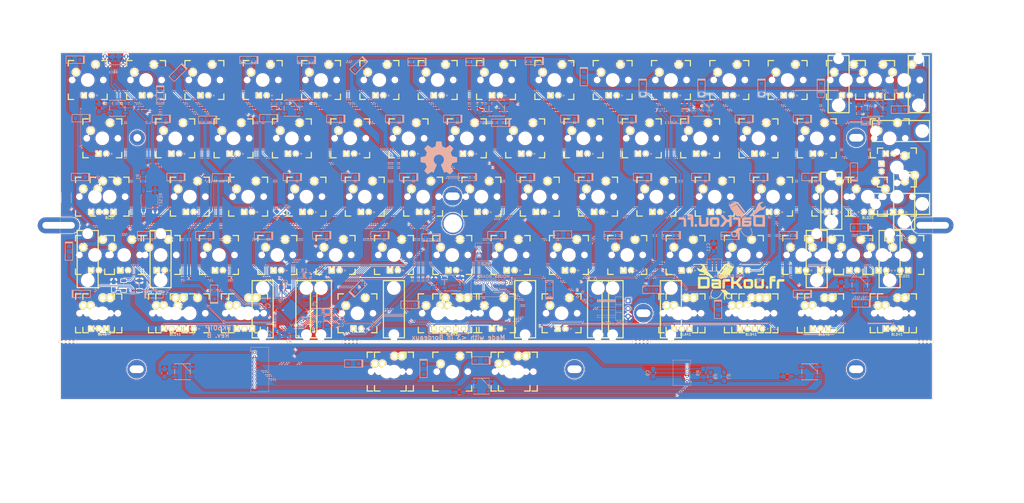
<source format=kicad_pcb>
(kicad_pcb (version 4) (host pcbnew 4.0.5+dfsg1-4)
  (title_block (title DK60TP) (date 2017-10-07) (rev B) (company DarKou))
  (layers (0 F.Cu signal) (31 B.Cu signal) (34 B.Paste user) (35 F.Paste user) (36 B.SilkS user) (37 F.SilkS user) (38 B.Mask user) (39 F.Mask user) (44 Edge.Cuts user))
  (net 0 "")
  (net 1 LED_CATH)
  (net 2 LED_AN)
  (net 3 XTAL1)
  (net 4 GND)
  (net 5 XTAL2)
  (net 6 VCC)
  (net 7 "Net-(C8-Pad1)")
  (net 8 "Net-(C9-Pad1)")
  (net 9 Col0)
  (net 10 "Net-(DK0-Pad1)")
  (net 11 "Net-(DK1-Pad1)")
  (net 12 "Net-(DK2-Pad1)")
  (net 13 "Net-(DK3-Pad1)")
  (net 14 "Net-(DK4-Pad1)")
  (net 15 Col6)
  (net 16 "Net-(DK6-Pad1)")
  (net 17 Col1)
  (net 18 "Net-(DK10-Pad1)")
  (net 19 "Net-(DK11-Pad1)")
  (net 20 "Net-(DK12-Pad1)")
  (net 21 "Net-(DK13-Pad1)")
  (net 22 "Net-(DK14-Pad1)")
  (net 23 Col2)
  (net 24 "Net-(DK20-Pad1)")
  (net 25 "Net-(DK21-Pad1)")
  (net 26 "Net-(DK22-Pad1)")
  (net 27 "Net-(DK23-Pad1)")
  (net 28 "Net-(DK24-Pad1)")
  (net 29 Col3)
  (net 30 "Net-(DK30-Pad1)")
  (net 31 "Net-(DK31-Pad1)")
  (net 32 "Net-(DK32-Pad1)")
  (net 33 "Net-(DK33-Pad1)")
  (net 34 /TRACKPOINT/Col3)
  (net 35 "Net-(DK34-Pad1)")
  (net 36 Col4)
  (net 37 "Net-(DK40-Pad1)")
  (net 38 "Net-(DK41-Pad1)")
  (net 39 "Net-(DK42-Pad1)")
  (net 40 "Net-(DK43-Pad1)")
  (net 41 /TRACKPOINT/Col4)
  (net 42 "Net-(DK44-Pad1)")
  (net 43 Col5)
  (net 44 "Net-(DK50-Pad1)")
  (net 45 "Net-(DK51-Pad1)")
  (net 46 "Net-(DK52-Pad1)")
  (net 47 "Net-(DK53-Pad1)")
  (net 48 "Net-(DK54-Pad1)")
  (net 49 "Net-(DK61-Pad1)")
  (net 50 "Net-(DK62-Pad1)")
  (net 51 "Net-(DK63-Pad1)")
  (net 52 "Net-(DK64-Pad1)")
  (net 53 Col7)
  (net 54 "Net-(DK70-Pad1)")
  (net 55 "Net-(DK71-Pad1)")
  (net 56 "Net-(DK72-Pad1)")
  (net 57 "Net-(DK73-Pad1)")
  (net 58 Col8)
  (net 59 "Net-(DK80-Pad1)")
  (net 60 "Net-(DK81-Pad1)")
  (net 61 "Net-(DK82-Pad1)")
  (net 62 "Net-(DK83-Pad1)")
  (net 63 Col9)
  (net 64 "Net-(DK90-Pad1)")
  (net 65 "Net-(DK91-Pad1)")
  (net 66 "Net-(DK92-Pad1)")
  (net 67 "Net-(DK93-Pad1)")
  (net 68 "Net-(DK94-Pad1)")
  (net 69 ColA)
  (net 70 "Net-(DKA0-Pad1)")
  (net 71 "Net-(DKA1-Pad1)")
  (net 72 "Net-(DKA2-Pad1)")
  (net 73 "Net-(DKA3-Pad1)")
  (net 74 "Net-(DKA4-Pad1)")
  (net 75 ColB)
  (net 76 "Net-(DKB0-Pad1)")
  (net 77 "Net-(DKB1-Pad1)")
  (net 78 "Net-(DKB2-Pad1)")
  (net 79 "Net-(DKB3-Pad1)")
  (net 80 "Net-(DKB4-Pad1)")
  (net 81 ColC)
  (net 82 "Net-(DKC1-Pad1)")
  (net 83 "Net-(DKC2-Pad1)")
  (net 84 "Net-(DKC3-Pad1)")
  (net 85 "Net-(DKC4-Pad1)")
  (net 86 ColD)
  (net 87 "Net-(DKD0-Pad1)")
  (net 88 "Net-(DKD1-Pad1)")
  (net 89 "Net-(DKD2-Pad1)")
  (net 90 "Net-(DKD3-Pad1)")
  (net 91 "Net-(DKD4-Pad1)")
  (net 92 "Net-(J1-Pad2)")
  (net 93 "Net-(J1-Pad3)")
  (net 94 DOUT)
  (net 95 Row0)
  (net 96 Row4)
  (net 97 Row1)
  (net 98 Row2)
  (net 99 Row3)
  (net 100 /TRACKPOINT/Row4)
  (net 101 "Net-(KC0-Pad1)")
  (net 102 "Net-(L1-Pad1)")
  (net 103 "Net-(J3-Pad2)")
  (net 104 D5)
  (net 105 D2)
  (net 106 /TRACKPOINT/D5)
  (net 107 /TRACKPOINT/D2)
  (net 108 /TRACKPOINT/RGB)
  (net 109 RESET)
  (net 110 "Net-(R2-Pad2)")
  (net 111 "Net-(R3-Pad1)")
  (net 112 CAPS_LED)
  (net 113 "Net-(J3-Pad1)")
  (net 114 RGB)
  (net 115 "Net-(RGB0-Pad2)")
  (net 116 "Net-(RGB1-Pad2)")
  (net 117 "Net-(RGB2-Pad2)")
  (net 118 "Net-(RGB3-Pad2)")
  (net 119 "Net-(RGB4-Pad2)")
  (net 120 "Net-(RGB5-Pad2)")
  (net 121 "Net-(RGB6-Pad2)")
  (net 122 "Net-(RGB8-Pad2)")
  (net 123 "Net-(RGB10-Pad4)")
  (net 124 BACKLIT)
  (net 125 "Net-(R4-Pad1)")
  (net 126 "Net-(DK74-Pad1)")
  (net 127 /TRACKPOINT/Col8)
  (net 128 "Net-(DK84-Pad1)")
  (module Footprint:Mx_100 (layer F.Cu) (at 192.00125 125.18125)
    (fp_text reference K643 hide)
    (fp_text value K46 hide)
    (pad HOLE np_thru_hole circle (at 0 0) (size 3.9878 3.9878) (drill 3.9878) (layers *.Cu))
    (pad HOLE np_thru_hole circle (at -5.08 0) (size 1.7018 1.7018) (drill 1.7018) (layers *.Cu))
    (pad HOLE np_thru_hole circle (at 5.08 0) (size 1.7018 1.7018) (drill 1.7018) (layers *.Cu))
    (pad 1 thru_hole circle (at -3.81 -2.54 330.95) (size 2.5 2.5) (drill 1.5) (layers *.Cu *.Mask F.SilkS) (net 96 Row4))
    (pad 2 thru_hole circle (at 2.54 -5.08 356.1) (size 2.5 2.5) (drill 1.5) (layers *.Cu *.Mask F.SilkS) (net 52 "Net-(DK64-Pad1)"))
  )
  (module Footprint:Mx_100 (layer F.Cu) (at 211.0425 144.23125)
    (fp_text reference K840 hide)
    (fp_text value RMB hide)
    (pad HOLE np_thru_hole circle (at 0 0) (size 3.9878 3.9878) (drill 3.9878) (layers *.Cu))
    (pad HOLE np_thru_hole circle (at -5.08 0) (size 1.7018 1.7018) (drill 1.7018) (layers *.Cu))
    (pad HOLE np_thru_hole circle (at 5.08 0) (size 1.7018 1.7018) (drill 1.7018) (layers *.Cu))
    (pad 1 thru_hole circle (at -3.81 -2.54 330.95) (size 2.5 2.5) (drill 1.5) (layers *.Cu *.Mask F.SilkS) (net 128 "Net-(DK84-Pad1)"))
    (pad 2 thru_hole circle (at 2.54 -5.08 356.1) (size 2.5 2.5) (drill 1.5) (layers *.Cu *.Mask F.SilkS) (net 100 /TRACKPOINT/Row4))
  )
  (module Footprint:Mx_100 (layer F.Cu) (at 339.65625 106.13125)
    (fp_text reference KD30 hide)
    (fp_text value K3D hide)
    (pad HOLE np_thru_hole circle (at 0 0) (size 3.9878 3.9878) (drill 3.9878) (layers *.Cu))
    (pad HOLE np_thru_hole circle (at -5.08 0) (size 1.7018 1.7018) (drill 1.7018) (layers *.Cu))
    (pad HOLE np_thru_hole circle (at 5.08 0) (size 1.7018 1.7018) (drill 1.7018) (layers *.Cu))
    (pad 1 thru_hole circle (at -3.81 -2.54 330.95) (size 2.5 2.5) (drill 1.5) (layers *.Cu *.Mask F.SilkS) (net 99 Row3))
    (pad 2 thru_hole circle (at 2.54 -5.08 356.1) (size 2.5 2.5) (drill 1.5) (layers *.Cu *.Mask F.SilkS) (net 90 "Net-(DKD3-Pad1)"))
  )
  (module Footprint:Mx_100 (layer F.Cu) (at 320.58 48.98125)
    (fp_text reference KD0 hide)
    (fp_text value K0D hide)
    (pad HOLE np_thru_hole circle (at 0 0) (size 3.9878 3.9878) (drill 3.9878) (layers *.Cu))
    (pad HOLE np_thru_hole circle (at -5.08 0) (size 1.7018 1.7018) (drill 1.7018) (layers *.Cu))
    (pad HOLE np_thru_hole circle (at 5.08 0) (size 1.7018 1.7018) (drill 1.7018) (layers *.Cu))
    (pad 1 thru_hole circle (at -3.81 -2.54 330.95) (size 2.5 2.5) (drill 1.5) (layers *.Cu *.Mask F.SilkS) (net 87 "Net-(DKD0-Pad1)"))
    (pad 2 thru_hole circle (at 2.54 -5.08 356.1) (size 2.5 2.5) (drill 1.5) (layers *.Cu *.Mask F.SilkS) (net 95 Row0))
  )
  (module Footprint:Mx_100 (layer F.Cu) (at 311.08125 125.18125)
    (fp_text reference KC40 hide)
    (fp_text value K4C hide)
    (pad HOLE np_thru_hole circle (at 0 0) (size 3.9878 3.9878) (drill 3.9878) (layers *.Cu))
    (pad HOLE np_thru_hole circle (at -5.08 0) (size 1.7018 1.7018) (drill 1.7018) (layers *.Cu))
    (pad HOLE np_thru_hole circle (at 5.08 0) (size 1.7018 1.7018) (drill 1.7018) (layers *.Cu))
    (pad 1 thru_hole circle (at -3.81 -2.54 330.95) (size 2.5 2.5) (drill 1.5) (layers *.Cu *.Mask F.SilkS) (net 85 "Net-(DKC4-Pad1)"))
    (pad 2 thru_hole circle (at 2.54 -5.08 356.1) (size 2.5 2.5) (drill 1.5) (layers *.Cu *.Mask F.SilkS) (net 96 Row4))
  )
  (module Footprint:Mx_100 (layer F.Cu) (at 306.31875 106.13125)
    (fp_text reference KC31 hide)
    (fp_text value K3C hide)
    (pad HOLE np_thru_hole circle (at 0 0) (size 3.9878 3.9878) (drill 3.9878) (layers *.Cu))
    (pad HOLE np_thru_hole circle (at -5.08 0) (size 1.7018 1.7018) (drill 1.7018) (layers *.Cu))
    (pad HOLE np_thru_hole circle (at 5.08 0) (size 1.7018 1.7018) (drill 1.7018) (layers *.Cu))
    (pad 1 thru_hole circle (at -3.81 -2.54 330.95) (size 2.5 2.5) (drill 1.5) (layers *.Cu *.Mask F.SilkS) (net 84 "Net-(DKC3-Pad1)"))
    (pad 2 thru_hole circle (at 2.54 -5.08 356.1) (size 2.5 2.5) (drill 1.5) (layers *.Cu *.Mask F.SilkS) (net 99 Row3))
  )
  (module Footprint:Mx_100 (layer F.Cu) (at 315.84375 87.08125)
    (fp_text reference KC20 hide)
    (fp_text value K2C hide)
    (pad HOLE np_thru_hole circle (at 0 0) (size 3.9878 3.9878) (drill 3.9878) (layers *.Cu))
    (pad HOLE np_thru_hole circle (at -5.08 0) (size 1.7018 1.7018) (drill 1.7018) (layers *.Cu))
    (pad HOLE np_thru_hole circle (at 5.08 0) (size 1.7018 1.7018) (drill 1.7018) (layers *.Cu))
    (pad 1 thru_hole circle (at -3.81 -2.54 330.95) (size 2.5 2.5) (drill 1.5) (layers *.Cu *.Mask F.SilkS) (net 83 "Net-(DKC2-Pad1)"))
    (pad 2 thru_hole circle (at 2.54 -5.08 356.1) (size 2.5 2.5) (drill 1.5) (layers *.Cu *.Mask F.SilkS) (net 98 Row2))
  )
  (module Footprint:Mx_100 (layer F.Cu) (at 311.08125 68.03125)
    (fp_text reference KC10 hide)
    (fp_text value K1C hide)
    (pad HOLE np_thru_hole circle (at 0 0) (size 3.9878 3.9878) (drill 3.9878) (layers *.Cu))
    (pad HOLE np_thru_hole circle (at -5.08 0) (size 1.7018 1.7018) (drill 1.7018) (layers *.Cu))
    (pad HOLE np_thru_hole circle (at 5.08 0) (size 1.7018 1.7018) (drill 1.7018) (layers *.Cu))
    (pad 1 thru_hole circle (at -3.81 -2.54 330.95) (size 2.5 2.5) (drill 1.5) (layers *.Cu *.Mask F.SilkS) (net 82 "Net-(DKC1-Pad1)"))
    (pad 2 thru_hole circle (at 2.54 -5.08 356.1) (size 2.5 2.5) (drill 1.5) (layers *.Cu *.Mask F.SilkS) (net 97 Row1))
  )
  (module Footprint:Mx_100 (layer F.Cu) (at 301.55625 48.98125)
    (fp_text reference KC0 hide)
    (fp_text value K0C hide)
    (pad HOLE np_thru_hole circle (at 0 0) (size 3.9878 3.9878) (drill 3.9878) (layers *.Cu))
    (pad HOLE np_thru_hole circle (at -5.08 0) (size 1.7018 1.7018) (drill 1.7018) (layers *.Cu))
    (pad HOLE np_thru_hole circle (at 5.08 0) (size 1.7018 1.7018) (drill 1.7018) (layers *.Cu))
    (pad 1 thru_hole circle (at -3.81 -2.54 330.95) (size 2.5 2.5) (drill 1.5) (layers *.Cu *.Mask F.SilkS) (net 101 "Net-(KC0-Pad1)"))
    (pad 2 thru_hole circle (at 2.54 -5.08 356.1) (size 2.5 2.5) (drill 1.5) (layers *.Cu *.Mask F.SilkS) (net 95 Row0))
  )
  (module Footprint:Mx_100 (layer F.Cu) (at 292.03125 125.18125)
    (fp_text reference KB40 hide)
    (fp_text value K4B hide)
    (pad HOLE np_thru_hole circle (at 0 0) (size 3.9878 3.9878) (drill 3.9878) (layers *.Cu))
    (pad HOLE np_thru_hole circle (at -5.08 0) (size 1.7018 1.7018) (drill 1.7018) (layers *.Cu))
    (pad HOLE np_thru_hole circle (at 5.08 0) (size 1.7018 1.7018) (drill 1.7018) (layers *.Cu))
    (pad 1 thru_hole circle (at -3.81 -2.54 330.95) (size 2.5 2.5) (drill 1.5) (layers *.Cu *.Mask F.SilkS) (net 80 "Net-(DKB4-Pad1)"))
    (pad 2 thru_hole circle (at 2.54 -5.08 356.1) (size 2.5 2.5) (drill 1.5) (layers *.Cu *.Mask F.SilkS) (net 96 Row4))
  )
  (module Footprint:Mx_100 (layer F.Cu) (at 287.26875 106.13125)
    (fp_text reference KB30 hide)
    (fp_text value K3B hide)
    (pad HOLE np_thru_hole circle (at 0 0) (size 3.9878 3.9878) (drill 3.9878) (layers *.Cu))
    (pad HOLE np_thru_hole circle (at -5.08 0) (size 1.7018 1.7018) (drill 1.7018) (layers *.Cu))
    (pad HOLE np_thru_hole circle (at 5.08 0) (size 1.7018 1.7018) (drill 1.7018) (layers *.Cu))
    (pad 1 thru_hole circle (at -3.81 -2.54 330.95) (size 2.5 2.5) (drill 1.5) (layers *.Cu *.Mask F.SilkS) (net 79 "Net-(DKB3-Pad1)"))
    (pad 2 thru_hole circle (at 2.54 -5.08 356.1) (size 2.5 2.5) (drill 1.5) (layers *.Cu *.Mask F.SilkS) (net 99 Row3))
  )
  (module Footprint:Mx_100 (layer F.Cu) (at 296.79375 87.08125)
    (fp_text reference KB20 hide)
    (fp_text value K2B hide)
    (pad HOLE np_thru_hole circle (at 0 0) (size 3.9878 3.9878) (drill 3.9878) (layers *.Cu))
    (pad HOLE np_thru_hole circle (at -5.08 0) (size 1.7018 1.7018) (drill 1.7018) (layers *.Cu))
    (pad HOLE np_thru_hole circle (at 5.08 0) (size 1.7018 1.7018) (drill 1.7018) (layers *.Cu))
    (pad 1 thru_hole circle (at -3.81 -2.54 330.95) (size 2.5 2.5) (drill 1.5) (layers *.Cu *.Mask F.SilkS) (net 78 "Net-(DKB2-Pad1)"))
    (pad 2 thru_hole circle (at 2.54 -5.08 356.1) (size 2.5 2.5) (drill 1.5) (layers *.Cu *.Mask F.SilkS) (net 98 Row2))
  )
  (module Footprint:Mx_100 (layer F.Cu) (at 292.03125 68.03125)
    (fp_text reference KB10 hide)
    (fp_text value K1B hide)
    (pad HOLE np_thru_hole circle (at 0 0) (size 3.9878 3.9878) (drill 3.9878) (layers *.Cu))
    (pad HOLE np_thru_hole circle (at -5.08 0) (size 1.7018 1.7018) (drill 1.7018) (layers *.Cu))
    (pad HOLE np_thru_hole circle (at 5.08 0) (size 1.7018 1.7018) (drill 1.7018) (layers *.Cu))
    (pad 1 thru_hole circle (at -3.81 -2.54 330.95) (size 2.5 2.5) (drill 1.5) (layers *.Cu *.Mask F.SilkS) (net 77 "Net-(DKB1-Pad1)"))
    (pad 2 thru_hole circle (at 2.54 -5.08 356.1) (size 2.5 2.5) (drill 1.5) (layers *.Cu *.Mask F.SilkS) (net 97 Row1))
  )
  (module Footprint:Mx_100 (layer F.Cu) (at 282.50625 48.98125)
    (fp_text reference KB0 hide)
    (fp_text value K0B hide)
    (pad HOLE np_thru_hole circle (at 0 0) (size 3.9878 3.9878) (drill 3.9878) (layers *.Cu))
    (pad HOLE np_thru_hole circle (at -5.08 0) (size 1.7018 1.7018) (drill 1.7018) (layers *.Cu))
    (pad HOLE np_thru_hole circle (at 5.08 0) (size 1.7018 1.7018) (drill 1.7018) (layers *.Cu))
    (pad 1 thru_hole circle (at -3.81 -2.54 330.95) (size 2.5 2.5) (drill 1.5) (layers *.Cu *.Mask F.SilkS) (net 76 "Net-(DKB0-Pad1)"))
    (pad 2 thru_hole circle (at 2.54 -5.08 356.1) (size 2.5 2.5) (drill 1.5) (layers *.Cu *.Mask F.SilkS) (net 95 Row0))
  )
  (module Footprint:Mx_100 (layer F.Cu) (at 268.21875 106.13125)
    (fp_text reference KA30 hide)
    (fp_text value K3A hide)
    (pad HOLE np_thru_hole circle (at 0 0) (size 3.9878 3.9878) (drill 3.9878) (layers *.Cu))
    (pad HOLE np_thru_hole circle (at -5.08 0) (size 1.7018 1.7018) (drill 1.7018) (layers *.Cu))
    (pad HOLE np_thru_hole circle (at 5.08 0) (size 1.7018 1.7018) (drill 1.7018) (layers *.Cu))
    (pad 1 thru_hole circle (at -3.81 -2.54 330.95) (size 2.5 2.5) (drill 1.5) (layers *.Cu *.Mask F.SilkS) (net 73 "Net-(DKA3-Pad1)"))
    (pad 2 thru_hole circle (at 2.54 -5.08 356.1) (size 2.5 2.5) (drill 1.5) (layers *.Cu *.Mask F.SilkS) (net 99 Row3))
  )
  (module Footprint:Mx_100 (layer F.Cu) (at 277.74375 87.08125)
    (fp_text reference KA20 hide)
    (fp_text value K2A hide)
    (pad HOLE np_thru_hole circle (at 0 0) (size 3.9878 3.9878) (drill 3.9878) (layers *.Cu))
    (pad HOLE np_thru_hole circle (at -5.08 0) (size 1.7018 1.7018) (drill 1.7018) (layers *.Cu))
    (pad HOLE np_thru_hole circle (at 5.08 0) (size 1.7018 1.7018) (drill 1.7018) (layers *.Cu))
    (pad 1 thru_hole circle (at -3.81 -2.54 330.95) (size 2.5 2.5) (drill 1.5) (layers *.Cu *.Mask F.SilkS) (net 72 "Net-(DKA2-Pad1)"))
    (pad 2 thru_hole circle (at 2.54 -5.08 356.1) (size 2.5 2.5) (drill 1.5) (layers *.Cu *.Mask F.SilkS) (net 98 Row2))
  )
  (module Footprint:Mx_100 (layer F.Cu) (at 272.98125 68.03125)
    (fp_text reference KA10 hide)
    (fp_text value K1A hide)
    (pad HOLE np_thru_hole circle (at 0 0) (size 3.9878 3.9878) (drill 3.9878) (layers *.Cu))
    (pad HOLE np_thru_hole circle (at -5.08 0) (size 1.7018 1.7018) (drill 1.7018) (layers *.Cu))
    (pad HOLE np_thru_hole circle (at 5.08 0) (size 1.7018 1.7018) (drill 1.7018) (layers *.Cu))
    (pad 1 thru_hole circle (at -3.81 -2.54 330.95) (size 2.5 2.5) (drill 1.5) (layers *.Cu *.Mask F.SilkS) (net 71 "Net-(DKA1-Pad1)"))
    (pad 2 thru_hole circle (at 2.54 -5.08 356.1) (size 2.5 2.5) (drill 1.5) (layers *.Cu *.Mask F.SilkS) (net 97 Row1))
  )
  (module Footprint:Mx_100 (layer F.Cu) (at 263.45625 48.98125)
    (fp_text reference KA0 hide)
    (fp_text value K0A hide)
    (pad HOLE np_thru_hole circle (at 0 0) (size 3.9878 3.9878) (drill 3.9878) (layers *.Cu))
    (pad HOLE np_thru_hole circle (at -5.08 0) (size 1.7018 1.7018) (drill 1.7018) (layers *.Cu))
    (pad HOLE np_thru_hole circle (at 5.08 0) (size 1.7018 1.7018) (drill 1.7018) (layers *.Cu))
    (pad 1 thru_hole circle (at -3.81 -2.54 330.95) (size 2.5 2.5) (drill 1.5) (layers *.Cu *.Mask F.SilkS) (net 70 "Net-(DKA0-Pad1)"))
    (pad 2 thru_hole circle (at 2.54 -5.08 356.1) (size 2.5 2.5) (drill 1.5) (layers *.Cu *.Mask F.SilkS) (net 95 Row0))
  )
  (module Footprint:Mx_100 (layer F.Cu) (at 339.65625 48.98125)
    (fp_text reference K940 hide)
    (fp_text value K49 hide)
    (pad HOLE np_thru_hole circle (at 0 0) (size 3.9878 3.9878) (drill 3.9878) (layers *.Cu))
    (pad HOLE np_thru_hole circle (at -5.08 0) (size 1.7018 1.7018) (drill 1.7018) (layers *.Cu))
    (pad HOLE np_thru_hole circle (at 5.08 0) (size 1.7018 1.7018) (drill 1.7018) (layers *.Cu))
    (pad 1 thru_hole circle (at -3.81 -2.54 330.95) (size 2.5 2.5) (drill 1.5) (layers *.Cu *.Mask F.SilkS) (net 68 "Net-(DK94-Pad1)"))
    (pad 2 thru_hole circle (at 2.54 -5.08 356.1) (size 2.5 2.5) (drill 1.5) (layers *.Cu *.Mask F.SilkS) (net 96 Row4))
  )
  (module Footprint:Mx_100 (layer F.Cu) (at 249.16875 106.13125)
    (fp_text reference K930 hide)
    (fp_text value K39 hide)
    (pad HOLE np_thru_hole circle (at 0 0) (size 3.9878 3.9878) (drill 3.9878) (layers *.Cu))
    (pad HOLE np_thru_hole circle (at -5.08 0) (size 1.7018 1.7018) (drill 1.7018) (layers *.Cu))
    (pad HOLE np_thru_hole circle (at 5.08 0) (size 1.7018 1.7018) (drill 1.7018) (layers *.Cu))
    (pad 1 thru_hole circle (at -3.81 -2.54 330.95) (size 2.5 2.5) (drill 1.5) (layers *.Cu *.Mask F.SilkS) (net 67 "Net-(DK93-Pad1)"))
    (pad 2 thru_hole circle (at 2.54 -5.08 356.1) (size 2.5 2.5) (drill 1.5) (layers *.Cu *.Mask F.SilkS) (net 99 Row3))
  )
  (module Footprint:Mx_100 (layer F.Cu) (at 258.69375 87.08125)
    (fp_text reference K920 hide)
    (fp_text value K29 hide)
    (pad HOLE np_thru_hole circle (at 0 0) (size 3.9878 3.9878) (drill 3.9878) (layers *.Cu))
    (pad HOLE np_thru_hole circle (at -5.08 0) (size 1.7018 1.7018) (drill 1.7018) (layers *.Cu))
    (pad HOLE np_thru_hole circle (at 5.08 0) (size 1.7018 1.7018) (drill 1.7018) (layers *.Cu))
    (pad 1 thru_hole circle (at -3.81 -2.54 330.95) (size 2.5 2.5) (drill 1.5) (layers *.Cu *.Mask F.SilkS) (net 66 "Net-(DK92-Pad1)"))
    (pad 2 thru_hole circle (at 2.54 -5.08 356.1) (size 2.5 2.5) (drill 1.5) (layers *.Cu *.Mask F.SilkS) (net 98 Row2))
  )
  (module Footprint:Mx_100 (layer F.Cu) (at 253.93125 68.03125)
    (fp_text reference K910 hide)
    (fp_text value K19 hide)
    (pad HOLE np_thru_hole circle (at 0 0) (size 3.9878 3.9878) (drill 3.9878) (layers *.Cu))
    (pad HOLE np_thru_hole circle (at -5.08 0) (size 1.7018 1.7018) (drill 1.7018) (layers *.Cu))
    (pad HOLE np_thru_hole circle (at 5.08 0) (size 1.7018 1.7018) (drill 1.7018) (layers *.Cu))
    (pad 1 thru_hole circle (at -3.81 -2.54 330.95) (size 2.5 2.5) (drill 1.5) (layers *.Cu *.Mask F.SilkS) (net 65 "Net-(DK91-Pad1)"))
    (pad 2 thru_hole circle (at 2.54 -5.08 356.1) (size 2.5 2.5) (drill 1.5) (layers *.Cu *.Mask F.SilkS) (net 97 Row1))
  )
  (module Footprint:Mx_100 (layer F.Cu) (at 244.40625 48.98125)
    (fp_text reference K900 hide)
    (fp_text value K09 hide)
    (pad HOLE np_thru_hole circle (at 0 0) (size 3.9878 3.9878) (drill 3.9878) (layers *.Cu))
    (pad HOLE np_thru_hole circle (at -5.08 0) (size 1.7018 1.7018) (drill 1.7018) (layers *.Cu))
    (pad HOLE np_thru_hole circle (at 5.08 0) (size 1.7018 1.7018) (drill 1.7018) (layers *.Cu))
    (pad 1 thru_hole circle (at -3.81 -2.54 330.95) (size 2.5 2.5) (drill 1.5) (layers *.Cu *.Mask F.SilkS) (net 64 "Net-(DK90-Pad1)"))
    (pad 2 thru_hole circle (at 2.54 -5.08 356.1) (size 2.5 2.5) (drill 1.5) (layers *.Cu *.Mask F.SilkS) (net 95 Row0))
  )
  (module Footprint:Mx_100 (layer F.Cu) (at 230.11875 106.13125)
    (fp_text reference K830 hide)
    (fp_text value K38 hide)
    (pad HOLE np_thru_hole circle (at 0 0) (size 3.9878 3.9878) (drill 3.9878) (layers *.Cu))
    (pad HOLE np_thru_hole circle (at -5.08 0) (size 1.7018 1.7018) (drill 1.7018) (layers *.Cu))
    (pad HOLE np_thru_hole circle (at 5.08 0) (size 1.7018 1.7018) (drill 1.7018) (layers *.Cu))
    (pad 1 thru_hole circle (at -3.81 -2.54 330.95) (size 2.5 2.5) (drill 1.5) (layers *.Cu *.Mask F.SilkS) (net 62 "Net-(DK83-Pad1)"))
    (pad 2 thru_hole circle (at 2.54 -5.08 356.1) (size 2.5 2.5) (drill 1.5) (layers *.Cu *.Mask F.SilkS) (net 99 Row3))
  )
  (module Footprint:Mx_100 (layer F.Cu) (at 239.64375 87.08125)
    (fp_text reference K820 hide)
    (fp_text value K28 hide)
    (pad HOLE np_thru_hole circle (at 0 0) (size 3.9878 3.9878) (drill 3.9878) (layers *.Cu))
    (pad HOLE np_thru_hole circle (at -5.08 0) (size 1.7018 1.7018) (drill 1.7018) (layers *.Cu))
    (pad HOLE np_thru_hole circle (at 5.08 0) (size 1.7018 1.7018) (drill 1.7018) (layers *.Cu))
    (pad 1 thru_hole circle (at -3.81 -2.54 330.95) (size 2.5 2.5) (drill 1.5) (layers *.Cu *.Mask F.SilkS) (net 61 "Net-(DK82-Pad1)"))
    (pad 2 thru_hole circle (at 2.54 -5.08 356.1) (size 2.5 2.5) (drill 1.5) (layers *.Cu *.Mask F.SilkS) (net 98 Row2))
  )
  (module Footprint:Mx_100 (layer F.Cu) (at 234.88125 68.03125)
    (fp_text reference K810 hide)
    (fp_text value K18 hide)
    (pad HOLE np_thru_hole circle (at 0 0) (size 3.9878 3.9878) (drill 3.9878) (layers *.Cu))
    (pad HOLE np_thru_hole circle (at -5.08 0) (size 1.7018 1.7018) (drill 1.7018) (layers *.Cu))
    (pad HOLE np_thru_hole circle (at 5.08 0) (size 1.7018 1.7018) (drill 1.7018) (layers *.Cu))
    (pad 1 thru_hole circle (at -3.81 -2.54 330.95) (size 2.5 2.5) (drill 1.5) (layers *.Cu *.Mask F.SilkS) (net 60 "Net-(DK81-Pad1)"))
    (pad 2 thru_hole circle (at 2.54 -5.08 356.1) (size 2.5 2.5) (drill 1.5) (layers *.Cu *.Mask F.SilkS) (net 97 Row1))
  )
  (module Footprint:Mx_100 (layer F.Cu) (at 225.35625 48.98125)
    (fp_text reference K800 hide)
    (fp_text value K08 hide)
    (pad HOLE np_thru_hole circle (at 0 0) (size 3.9878 3.9878) (drill 3.9878) (layers *.Cu))
    (pad HOLE np_thru_hole circle (at -5.08 0) (size 1.7018 1.7018) (drill 1.7018) (layers *.Cu))
    (pad HOLE np_thru_hole circle (at 5.08 0) (size 1.7018 1.7018) (drill 1.7018) (layers *.Cu))
    (pad 1 thru_hole circle (at -3.81 -2.54 330.95) (size 2.5 2.5) (drill 1.5) (layers *.Cu *.Mask F.SilkS) (net 59 "Net-(DK80-Pad1)"))
    (pad 2 thru_hole circle (at 2.54 -5.08 356.1) (size 2.5 2.5) (drill 1.5) (layers *.Cu *.Mask F.SilkS) (net 95 Row0))
  )
  (module Footprint:Mx_100 (layer F.Cu) (at 211.06875 106.13125)
    (fp_text reference K730 hide)
    (fp_text value K37 hide)
    (pad HOLE np_thru_hole circle (at 0 0) (size 3.9878 3.9878) (drill 3.9878) (layers *.Cu))
    (pad HOLE np_thru_hole circle (at -5.08 0) (size 1.7018 1.7018) (drill 1.7018) (layers *.Cu))
    (pad HOLE np_thru_hole circle (at 5.08 0) (size 1.7018 1.7018) (drill 1.7018) (layers *.Cu))
    (pad 1 thru_hole circle (at -3.81 -2.54 330.95) (size 2.5 2.5) (drill 1.5) (layers *.Cu *.Mask F.SilkS) (net 57 "Net-(DK73-Pad1)"))
    (pad 2 thru_hole circle (at 2.54 -5.08 356.1) (size 2.5 2.5) (drill 1.5) (layers *.Cu *.Mask F.SilkS) (net 99 Row3))
  )
  (module Footprint:Mx_100 (layer F.Cu) (at 220.59375 87.08125)
    (fp_text reference K720 hide)
    (fp_text value K27 hide)
    (pad HOLE np_thru_hole circle (at 0 0) (size 3.9878 3.9878) (drill 3.9878) (layers *.Cu))
    (pad HOLE np_thru_hole circle (at -5.08 0) (size 1.7018 1.7018) (drill 1.7018) (layers *.Cu))
    (pad HOLE np_thru_hole circle (at 5.08 0) (size 1.7018 1.7018) (drill 1.7018) (layers *.Cu))
    (pad 1 thru_hole circle (at -3.81 -2.54 330.95) (size 2.5 2.5) (drill 1.5) (layers *.Cu *.Mask F.SilkS) (net 56 "Net-(DK72-Pad1)"))
    (pad 2 thru_hole circle (at 2.54 -5.08 356.1) (size 2.5 2.5) (drill 1.5) (layers *.Cu *.Mask F.SilkS) (net 98 Row2))
  )
  (module Footprint:Mx_100 (layer F.Cu) (at 215.83125 68.03125)
    (fp_text reference K710 hide)
    (fp_text value K17 hide)
    (pad HOLE np_thru_hole circle (at 0 0) (size 3.9878 3.9878) (drill 3.9878) (layers *.Cu))
    (pad HOLE np_thru_hole circle (at -5.08 0) (size 1.7018 1.7018) (drill 1.7018) (layers *.Cu))
    (pad HOLE np_thru_hole circle (at 5.08 0) (size 1.7018 1.7018) (drill 1.7018) (layers *.Cu))
    (pad 1 thru_hole circle (at -3.81 -2.54 330.95) (size 2.5 2.5) (drill 1.5) (layers *.Cu *.Mask F.SilkS) (net 55 "Net-(DK71-Pad1)"))
    (pad 2 thru_hole circle (at 2.54 -5.08 356.1) (size 2.5 2.5) (drill 1.5) (layers *.Cu *.Mask F.SilkS) (net 97 Row1))
  )
  (module Footprint:Mx_100 (layer F.Cu) (at 206.30625 48.98125)
    (fp_text reference K700 hide)
    (fp_text value K07 hide)
    (pad HOLE np_thru_hole circle (at 0 0) (size 3.9878 3.9878) (drill 3.9878) (layers *.Cu))
    (pad HOLE np_thru_hole circle (at -5.08 0) (size 1.7018 1.7018) (drill 1.7018) (layers *.Cu))
    (pad HOLE np_thru_hole circle (at 5.08 0) (size 1.7018 1.7018) (drill 1.7018) (layers *.Cu))
    (pad 1 thru_hole circle (at -3.81 -2.54 330.95) (size 2.5 2.5) (drill 1.5) (layers *.Cu *.Mask F.SilkS) (net 54 "Net-(DK70-Pad1)"))
    (pad 2 thru_hole circle (at 2.54 -5.08 356.1) (size 2.5 2.5) (drill 1.5) (layers *.Cu *.Mask F.SilkS) (net 95 Row0))
  )
  (module Footprint:Mx_100 (layer F.Cu) (at 192.01875 106.13125)
    (fp_text reference K630 hide)
    (fp_text value K36 hide)
    (pad HOLE np_thru_hole circle (at 0 0) (size 3.9878 3.9878) (drill 3.9878) (layers *.Cu))
    (pad HOLE np_thru_hole circle (at -5.08 0) (size 1.7018 1.7018) (drill 1.7018) (layers *.Cu))
    (pad HOLE np_thru_hole circle (at 5.08 0) (size 1.7018 1.7018) (drill 1.7018) (layers *.Cu))
    (pad 1 thru_hole circle (at -3.81 -2.54 330.95) (size 2.5 2.5) (drill 1.5) (layers *.Cu *.Mask F.SilkS) (net 51 "Net-(DK63-Pad1)"))
    (pad 2 thru_hole circle (at 2.54 -5.08 356.1) (size 2.5 2.5) (drill 1.5) (layers *.Cu *.Mask F.SilkS) (net 99 Row3))
  )
  (module Footprint:Mx_100 (layer F.Cu) (at 201.54375 87.08125)
    (fp_text reference K620 hide)
    (fp_text value K26 hide)
    (pad HOLE np_thru_hole circle (at 0 0) (size 3.9878 3.9878) (drill 3.9878) (layers *.Cu))
    (pad HOLE np_thru_hole circle (at -5.08 0) (size 1.7018 1.7018) (drill 1.7018) (layers *.Cu))
    (pad HOLE np_thru_hole circle (at 5.08 0) (size 1.7018 1.7018) (drill 1.7018) (layers *.Cu))
    (pad 1 thru_hole circle (at -3.81 -2.54 330.95) (size 2.5 2.5) (drill 1.5) (layers *.Cu *.Mask F.SilkS) (net 50 "Net-(DK62-Pad1)"))
    (pad 2 thru_hole circle (at 2.54 -5.08 356.1) (size 2.5 2.5) (drill 1.5) (layers *.Cu *.Mask F.SilkS) (net 98 Row2))
  )
  (module Footprint:Mx_100 (layer F.Cu) (at 196.78125 68.03125)
    (fp_text reference K610 hide)
    (fp_text value K16 hide)
    (pad HOLE np_thru_hole circle (at 0 0) (size 3.9878 3.9878) (drill 3.9878) (layers *.Cu))
    (pad HOLE np_thru_hole circle (at -5.08 0) (size 1.7018 1.7018) (drill 1.7018) (layers *.Cu))
    (pad HOLE np_thru_hole circle (at 5.08 0) (size 1.7018 1.7018) (drill 1.7018) (layers *.Cu))
    (pad 1 thru_hole circle (at -3.81 -2.54 330.95) (size 2.5 2.5) (drill 1.5) (layers *.Cu *.Mask F.SilkS) (net 49 "Net-(DK61-Pad1)"))
    (pad 2 thru_hole circle (at 2.54 -5.08 356.1) (size 2.5 2.5) (drill 1.5) (layers *.Cu *.Mask F.SilkS) (net 97 Row1))
  )
  (module Footprint:Mx_100 (layer F.Cu) (at 187.25625 48.98125)
    (fp_text reference K600 hide)
    (fp_text value K06 hide)
    (pad HOLE np_thru_hole circle (at 0 0) (size 3.9878 3.9878) (drill 3.9878) (layers *.Cu))
    (pad HOLE np_thru_hole circle (at -5.08 0) (size 1.7018 1.7018) (drill 1.7018) (layers *.Cu))
    (pad HOLE np_thru_hole circle (at 5.08 0) (size 1.7018 1.7018) (drill 1.7018) (layers *.Cu))
    (pad 1 thru_hole circle (at -3.81 -2.54 330.95) (size 2.5 2.5) (drill 1.5) (layers *.Cu *.Mask F.SilkS) (net 16 "Net-(DK6-Pad1)"))
    (pad 2 thru_hole circle (at 2.54 -5.08 356.1) (size 2.5 2.5) (drill 1.5) (layers *.Cu *.Mask F.SilkS) (net 95 Row0))
  )
  (module Footprint:Mx_100 (layer F.Cu) (at 172.96875 106.13125)
    (fp_text reference K530 hide)
    (fp_text value K35 hide)
    (pad HOLE np_thru_hole circle (at 0 0) (size 3.9878 3.9878) (drill 3.9878) (layers *.Cu))
    (pad HOLE np_thru_hole circle (at -5.08 0) (size 1.7018 1.7018) (drill 1.7018) (layers *.Cu))
    (pad HOLE np_thru_hole circle (at 5.08 0) (size 1.7018 1.7018) (drill 1.7018) (layers *.Cu))
    (pad 1 thru_hole circle (at -3.81 -2.54 330.95) (size 2.5 2.5) (drill 1.5) (layers *.Cu *.Mask F.SilkS) (net 47 "Net-(DK53-Pad1)"))
    (pad 2 thru_hole circle (at 2.54 -5.08 356.1) (size 2.5 2.5) (drill 1.5) (layers *.Cu *.Mask F.SilkS) (net 99 Row3))
  )
  (module Footprint:Mx_100 (layer F.Cu) (at 182.49375 87.08125)
    (fp_text reference K520 hide)
    (fp_text value K25 hide)
    (pad HOLE np_thru_hole circle (at 0 0) (size 3.9878 3.9878) (drill 3.9878) (layers *.Cu))
    (pad HOLE np_thru_hole circle (at -5.08 0) (size 1.7018 1.7018) (drill 1.7018) (layers *.Cu))
    (pad HOLE np_thru_hole circle (at 5.08 0) (size 1.7018 1.7018) (drill 1.7018) (layers *.Cu))
    (pad 1 thru_hole circle (at -3.81 -2.54 330.95) (size 2.5 2.5) (drill 1.5) (layers *.Cu *.Mask F.SilkS) (net 46 "Net-(DK52-Pad1)"))
    (pad 2 thru_hole circle (at 2.54 -5.08 356.1) (size 2.5 2.5) (drill 1.5) (layers *.Cu *.Mask F.SilkS) (net 98 Row2))
  )
  (module Footprint:Mx_100 (layer F.Cu) (at 177.73125 68.03125)
    (fp_text reference K510 hide)
    (fp_text value K15 hide)
    (pad HOLE np_thru_hole circle (at 0 0) (size 3.9878 3.9878) (drill 3.9878) (layers *.Cu))
    (pad HOLE np_thru_hole circle (at -5.08 0) (size 1.7018 1.7018) (drill 1.7018) (layers *.Cu))
    (pad HOLE np_thru_hole circle (at 5.08 0) (size 1.7018 1.7018) (drill 1.7018) (layers *.Cu))
    (pad 1 thru_hole circle (at -3.81 -2.54 330.95) (size 2.5 2.5) (drill 1.5) (layers *.Cu *.Mask F.SilkS) (net 45 "Net-(DK51-Pad1)"))
    (pad 2 thru_hole circle (at 2.54 -5.08 356.1) (size 2.5 2.5) (drill 1.5) (layers *.Cu *.Mask F.SilkS) (net 97 Row1))
  )
  (module Footprint:Mx_100 (layer F.Cu) (at 168.20625 48.98125)
    (fp_text reference K500 hide)
    (fp_text value K05 hide)
    (pad HOLE np_thru_hole circle (at 0 0) (size 3.9878 3.9878) (drill 3.9878) (layers *.Cu))
    (pad HOLE np_thru_hole circle (at -5.08 0) (size 1.7018 1.7018) (drill 1.7018) (layers *.Cu))
    (pad HOLE np_thru_hole circle (at 5.08 0) (size 1.7018 1.7018) (drill 1.7018) (layers *.Cu))
    (pad 1 thru_hole circle (at -3.81 -2.54 330.95) (size 2.5 2.5) (drill 1.5) (layers *.Cu *.Mask F.SilkS) (net 44 "Net-(DK50-Pad1)"))
    (pad 2 thru_hole circle (at 2.54 -5.08 356.1) (size 2.5 2.5) (drill 1.5) (layers *.Cu *.Mask F.SilkS) (net 95 Row0))
  )
  (module Footprint:Mx_100 (layer F.Cu) (at 192.01875 144.23125)
    (fp_text reference K440 hide)
    (fp_text value MMB hide)
    (pad HOLE np_thru_hole circle (at 0 0) (size 3.9878 3.9878) (drill 3.9878) (layers *.Cu))
    (pad HOLE np_thru_hole circle (at -5.08 0) (size 1.7018 1.7018) (drill 1.7018) (layers *.Cu))
    (pad HOLE np_thru_hole circle (at 5.08 0) (size 1.7018 1.7018) (drill 1.7018) (layers *.Cu))
    (pad 1 thru_hole circle (at -3.81 -2.54 330.95) (size 2.5 2.5) (drill 1.5) (layers *.Cu *.Mask F.SilkS) (net 42 "Net-(DK44-Pad1)"))
    (pad 2 thru_hole circle (at 2.54 -5.08 356.1) (size 2.5 2.5) (drill 1.5) (layers *.Cu *.Mask F.SilkS) (net 100 /TRACKPOINT/Row4))
  )
  (module Footprint:Mx_100 (layer F.Cu) (at 153.91875 106.13125)
    (fp_text reference K430 hide)
    (fp_text value K34 hide)
    (pad HOLE np_thru_hole circle (at 0 0) (size 3.9878 3.9878) (drill 3.9878) (layers *.Cu))
    (pad HOLE np_thru_hole circle (at -5.08 0) (size 1.7018 1.7018) (drill 1.7018) (layers *.Cu))
    (pad HOLE np_thru_hole circle (at 5.08 0) (size 1.7018 1.7018) (drill 1.7018) (layers *.Cu))
    (pad 1 thru_hole circle (at -3.81 -2.54 330.95) (size 2.5 2.5) (drill 1.5) (layers *.Cu *.Mask F.SilkS) (net 40 "Net-(DK43-Pad1)"))
    (pad 2 thru_hole circle (at 2.54 -5.08 356.1) (size 2.5 2.5) (drill 1.5) (layers *.Cu *.Mask F.SilkS) (net 99 Row3))
  )
  (module Footprint:Mx_100 (layer F.Cu) (at 163.44375 87.08125)
    (fp_text reference K420 hide)
    (fp_text value K24 hide)
    (pad HOLE np_thru_hole circle (at 0 0) (size 3.9878 3.9878) (drill 3.9878) (layers *.Cu))
    (pad HOLE np_thru_hole circle (at -5.08 0) (size 1.7018 1.7018) (drill 1.7018) (layers *.Cu))
    (pad HOLE np_thru_hole circle (at 5.08 0) (size 1.7018 1.7018) (drill 1.7018) (layers *.Cu))
    (pad 1 thru_hole circle (at -3.81 -2.54 330.95) (size 2.5 2.5) (drill 1.5) (layers *.Cu *.Mask F.SilkS) (net 39 "Net-(DK42-Pad1)"))
    (pad 2 thru_hole circle (at 2.54 -5.08 356.1) (size 2.5 2.5) (drill 1.5) (layers *.Cu *.Mask F.SilkS) (net 98 Row2))
  )
  (module Footprint:Mx_100 (layer F.Cu) (at 158.68125 68.03125)
    (fp_text reference K410 hide)
    (fp_text value K14 hide)
    (pad HOLE np_thru_hole circle (at 0 0) (size 3.9878 3.9878) (drill 3.9878) (layers *.Cu))
    (pad HOLE np_thru_hole circle (at -5.08 0) (size 1.7018 1.7018) (drill 1.7018) (layers *.Cu))
    (pad HOLE np_thru_hole circle (at 5.08 0) (size 1.7018 1.7018) (drill 1.7018) (layers *.Cu))
    (pad 1 thru_hole circle (at -3.81 -2.54 330.95) (size 2.5 2.5) (drill 1.5) (layers *.Cu *.Mask F.SilkS) (net 38 "Net-(DK41-Pad1)"))
    (pad 2 thru_hole circle (at 2.54 -5.08 356.1) (size 2.5 2.5) (drill 1.5) (layers *.Cu *.Mask F.SilkS) (net 97 Row1))
  )
  (module Footprint:Mx_100 (layer F.Cu) (at 149.15625 48.98125)
    (fp_text reference K400 hide)
    (fp_text value K04 hide)
    (pad HOLE np_thru_hole circle (at 0 0) (size 3.9878 3.9878) (drill 3.9878) (layers *.Cu))
    (pad HOLE np_thru_hole circle (at -5.08 0) (size 1.7018 1.7018) (drill 1.7018) (layers *.Cu))
    (pad HOLE np_thru_hole circle (at 5.08 0) (size 1.7018 1.7018) (drill 1.7018) (layers *.Cu))
    (pad 1 thru_hole circle (at -3.81 -2.54 330.95) (size 2.5 2.5) (drill 1.5) (layers *.Cu *.Mask F.SilkS) (net 37 "Net-(DK40-Pad1)"))
    (pad 2 thru_hole circle (at 2.54 -5.08 356.1) (size 2.5 2.5) (drill 1.5) (layers *.Cu *.Mask F.SilkS) (net 95 Row0))
  )
  (module Footprint:Mx_100 (layer F.Cu) (at 172.96875 144.23125)
    (fp_text reference K340 hide)
    (fp_text value LMB hide)
    (pad HOLE np_thru_hole circle (at 0 0) (size 3.9878 3.9878) (drill 3.9878) (layers *.Cu))
    (pad HOLE np_thru_hole circle (at -5.08 0) (size 1.7018 1.7018) (drill 1.7018) (layers *.Cu))
    (pad HOLE np_thru_hole circle (at 5.08 0) (size 1.7018 1.7018) (drill 1.7018) (layers *.Cu))
    (pad 1 thru_hole circle (at -3.81 -2.54 330.95) (size 2.5 2.5) (drill 1.5) (layers *.Cu *.Mask F.SilkS) (net 35 "Net-(DK34-Pad1)"))
    (pad 2 thru_hole circle (at 2.54 -5.08 356.1) (size 2.5 2.5) (drill 1.5) (layers *.Cu *.Mask F.SilkS) (net 100 /TRACKPOINT/Row4))
  )
  (module Footprint:Mx_100 (layer F.Cu) (at 134.86875 106.13125)
    (fp_text reference K330 hide)
    (fp_text value K33 hide)
    (pad HOLE np_thru_hole circle (at 0 0) (size 3.9878 3.9878) (drill 3.9878) (layers *.Cu))
    (pad HOLE np_thru_hole circle (at -5.08 0) (size 1.7018 1.7018) (drill 1.7018) (layers *.Cu))
    (pad HOLE np_thru_hole circle (at 5.08 0) (size 1.7018 1.7018) (drill 1.7018) (layers *.Cu))
    (pad 1 thru_hole circle (at -3.81 -2.54 330.95) (size 2.5 2.5) (drill 1.5) (layers *.Cu *.Mask F.SilkS) (net 33 "Net-(DK33-Pad1)"))
    (pad 2 thru_hole circle (at 2.54 -5.08 356.1) (size 2.5 2.5) (drill 1.5) (layers *.Cu *.Mask F.SilkS) (net 99 Row3))
  )
  (module Footprint:Mx_100 (layer F.Cu) (at 144.39375 87.08125)
    (fp_text reference K320 hide)
    (fp_text value K23 hide)
    (pad HOLE np_thru_hole circle (at 0 0) (size 3.9878 3.9878) (drill 3.9878) (layers *.Cu))
    (pad HOLE np_thru_hole circle (at -5.08 0) (size 1.7018 1.7018) (drill 1.7018) (layers *.Cu))
    (pad HOLE np_thru_hole circle (at 5.08 0) (size 1.7018 1.7018) (drill 1.7018) (layers *.Cu))
    (pad 1 thru_hole circle (at -3.81 -2.54 330.95) (size 2.5 2.5) (drill 1.5) (layers *.Cu *.Mask F.SilkS) (net 32 "Net-(DK32-Pad1)"))
    (pad 2 thru_hole circle (at 2.54 -5.08 356.1) (size 2.5 2.5) (drill 1.5) (layers *.Cu *.Mask F.SilkS) (net 98 Row2))
  )
  (module Footprint:Mx_100 (layer F.Cu) (at 139.63125 68.03125)
    (fp_text reference K310 hide)
    (fp_text value K13 hide)
    (pad HOLE np_thru_hole circle (at 0 0) (size 3.9878 3.9878) (drill 3.9878) (layers *.Cu))
    (pad HOLE np_thru_hole circle (at -5.08 0) (size 1.7018 1.7018) (drill 1.7018) (layers *.Cu))
    (pad HOLE np_thru_hole circle (at 5.08 0) (size 1.7018 1.7018) (drill 1.7018) (layers *.Cu))
    (pad 1 thru_hole circle (at -3.81 -2.54 330.95) (size 2.5 2.5) (drill 1.5) (layers *.Cu *.Mask F.SilkS) (net 31 "Net-(DK31-Pad1)"))
    (pad 2 thru_hole circle (at 2.54 -5.08 356.1) (size 2.5 2.5) (drill 1.5) (layers *.Cu *.Mask F.SilkS) (net 97 Row1))
  )
  (module Footprint:Mx_100 (layer F.Cu) (at 130.10625 48.98125)
    (fp_text reference K300 hide)
    (fp_text value K03 hide)
    (pad HOLE np_thru_hole circle (at 0 0) (size 3.9878 3.9878) (drill 3.9878) (layers *.Cu))
    (pad HOLE np_thru_hole circle (at -5.08 0) (size 1.7018 1.7018) (drill 1.7018) (layers *.Cu))
    (pad HOLE np_thru_hole circle (at 5.08 0) (size 1.7018 1.7018) (drill 1.7018) (layers *.Cu))
    (pad 1 thru_hole circle (at -3.81 -2.54 330.95) (size 2.5 2.5) (drill 1.5) (layers *.Cu *.Mask F.SilkS) (net 30 "Net-(DK30-Pad1)"))
    (pad 2 thru_hole circle (at 2.54 -5.08 356.1) (size 2.5 2.5) (drill 1.5) (layers *.Cu *.Mask F.SilkS) (net 95 Row0))
  )
  (module Footprint:Mx_100 (layer F.Cu) (at 115.81875 106.13125)
    (fp_text reference K230 hide)
    (fp_text value K32 hide)
    (pad HOLE np_thru_hole circle (at 0 0) (size 3.9878 3.9878) (drill 3.9878) (layers *.Cu))
    (pad HOLE np_thru_hole circle (at -5.08 0) (size 1.7018 1.7018) (drill 1.7018) (layers *.Cu))
    (pad HOLE np_thru_hole circle (at 5.08 0) (size 1.7018 1.7018) (drill 1.7018) (layers *.Cu))
    (pad 1 thru_hole circle (at -3.81 -2.54 330.95) (size 2.5 2.5) (drill 1.5) (layers *.Cu *.Mask F.SilkS) (net 27 "Net-(DK23-Pad1)"))
    (pad 2 thru_hole circle (at 2.54 -5.08 356.1) (size 2.5 2.5) (drill 1.5) (layers *.Cu *.Mask F.SilkS) (net 99 Row3))
  )
  (module Footprint:Mx_100 (layer F.Cu) (at 125.34375 87.08125)
    (fp_text reference K220 hide)
    (fp_text value K22 hide)
    (pad HOLE np_thru_hole circle (at 0 0) (size 3.9878 3.9878) (drill 3.9878) (layers *.Cu))
    (pad HOLE np_thru_hole circle (at -5.08 0) (size 1.7018 1.7018) (drill 1.7018) (layers *.Cu))
    (pad HOLE np_thru_hole circle (at 5.08 0) (size 1.7018 1.7018) (drill 1.7018) (layers *.Cu))
    (pad 1 thru_hole circle (at -3.81 -2.54 330.95) (size 2.5 2.5) (drill 1.5) (layers *.Cu *.Mask F.SilkS) (net 26 "Net-(DK22-Pad1)"))
    (pad 2 thru_hole circle (at 2.54 -5.08 356.1) (size 2.5 2.5) (drill 1.5) (layers *.Cu *.Mask F.SilkS) (net 98 Row2))
  )
  (module Footprint:Mx_100 (layer F.Cu) (at 120.58125 68.03125)
    (fp_text reference K210 hide)
    (fp_text value K12 hide)
    (pad HOLE np_thru_hole circle (at 0 0) (size 3.9878 3.9878) (drill 3.9878) (layers *.Cu))
    (pad HOLE np_thru_hole circle (at -5.08 0) (size 1.7018 1.7018) (drill 1.7018) (layers *.Cu))
    (pad HOLE np_thru_hole circle (at 5.08 0) (size 1.7018 1.7018) (drill 1.7018) (layers *.Cu))
    (pad 1 thru_hole circle (at -3.81 -2.54 330.95) (size 2.5 2.5) (drill 1.5) (layers *.Cu *.Mask F.SilkS) (net 25 "Net-(DK21-Pad1)"))
    (pad 2 thru_hole circle (at 2.54 -5.08 356.1) (size 2.5 2.5) (drill 1.5) (layers *.Cu *.Mask F.SilkS) (net 97 Row1))
  )
  (module Footprint:Mx_100 (layer F.Cu) (at 111.05625 48.98125)
    (fp_text reference K200 hide)
    (fp_text value K02 hide)
    (pad HOLE np_thru_hole circle (at 0 0) (size 3.9878 3.9878) (drill 3.9878) (layers *.Cu))
    (pad HOLE np_thru_hole circle (at -5.08 0) (size 1.7018 1.7018) (drill 1.7018) (layers *.Cu))
    (pad HOLE np_thru_hole circle (at 5.08 0) (size 1.7018 1.7018) (drill 1.7018) (layers *.Cu))
    (pad 1 thru_hole circle (at -3.81 -2.54 330.95) (size 2.5 2.5) (drill 1.5) (layers *.Cu *.Mask F.SilkS) (net 24 "Net-(DK20-Pad1)"))
    (pad 2 thru_hole circle (at 2.54 -5.08 356.1) (size 2.5 2.5) (drill 1.5) (layers *.Cu *.Mask F.SilkS) (net 95 Row0))
  )
  (module Footprint:Mx_100 (layer F.Cu) (at 101.53125 125.18125)
    (fp_text reference K141 hide)
    (fp_text value K41 hide)
    (pad HOLE np_thru_hole circle (at 0 0) (size 3.9878 3.9878) (drill 3.9878) (layers *.Cu))
    (pad HOLE np_thru_hole circle (at -5.08 0) (size 1.7018 1.7018) (drill 1.7018) (layers *.Cu))
    (pad HOLE np_thru_hole circle (at 5.08 0) (size 1.7018 1.7018) (drill 1.7018) (layers *.Cu))
    (pad 1 thru_hole circle (at -3.81 -2.54 330.95) (size 2.5 2.5) (drill 1.5) (layers *.Cu *.Mask F.SilkS) (net 22 "Net-(DK14-Pad1)"))
    (pad 2 thru_hole circle (at 2.54 -5.08 356.1) (size 2.5 2.5) (drill 1.5) (layers *.Cu *.Mask F.SilkS) (net 96 Row4))
  )
  (module Footprint:Mx_100 (layer F.Cu) (at 96.76875 106.13125)
    (fp_text reference K130 hide)
    (fp_text value K31 hide)
    (pad HOLE np_thru_hole circle (at 0 0) (size 3.9878 3.9878) (drill 3.9878) (layers *.Cu))
    (pad HOLE np_thru_hole circle (at -5.08 0) (size 1.7018 1.7018) (drill 1.7018) (layers *.Cu))
    (pad HOLE np_thru_hole circle (at 5.08 0) (size 1.7018 1.7018) (drill 1.7018) (layers *.Cu))
    (pad 1 thru_hole circle (at -3.81 -2.54 330.95) (size 2.5 2.5) (drill 1.5) (layers *.Cu *.Mask F.SilkS) (net 21 "Net-(DK13-Pad1)"))
    (pad 2 thru_hole circle (at 2.54 -5.08 356.1) (size 2.5 2.5) (drill 1.5) (layers *.Cu *.Mask F.SilkS) (net 99 Row3))
  )
  (module Footprint:Mx_100 (layer F.Cu) (at 106.29375 87.08125)
    (fp_text reference K120 hide)
    (fp_text value K21 hide)
    (pad HOLE np_thru_hole circle (at 0 0) (size 3.9878 3.9878) (drill 3.9878) (layers *.Cu))
    (pad HOLE np_thru_hole circle (at -5.08 0) (size 1.7018 1.7018) (drill 1.7018) (layers *.Cu))
    (pad HOLE np_thru_hole circle (at 5.08 0) (size 1.7018 1.7018) (drill 1.7018) (layers *.Cu))
    (pad 1 thru_hole circle (at -3.81 -2.54 330.95) (size 2.5 2.5) (drill 1.5) (layers *.Cu *.Mask F.SilkS) (net 20 "Net-(DK12-Pad1)"))
    (pad 2 thru_hole circle (at 2.54 -5.08 356.1) (size 2.5 2.5) (drill 1.5) (layers *.Cu *.Mask F.SilkS) (net 98 Row2))
  )
  (module Footprint:Mx_100 (layer F.Cu) (at 101.53125 68.03125)
    (fp_text reference K110 hide)
    (fp_text value K11 hide)
    (pad HOLE np_thru_hole circle (at 0 0) (size 3.9878 3.9878) (drill 3.9878) (layers *.Cu))
    (pad HOLE np_thru_hole circle (at -5.08 0) (size 1.7018 1.7018) (drill 1.7018) (layers *.Cu))
    (pad HOLE np_thru_hole circle (at 5.08 0) (size 1.7018 1.7018) (drill 1.7018) (layers *.Cu))
    (pad 1 thru_hole circle (at -3.81 -2.54 330.95) (size 2.5 2.5) (drill 1.5) (layers *.Cu *.Mask F.SilkS) (net 19 "Net-(DK11-Pad1)"))
    (pad 2 thru_hole circle (at 2.54 -5.08 356.1) (size 2.5 2.5) (drill 1.5) (layers *.Cu *.Mask F.SilkS) (net 97 Row1))
  )
  (module Footprint:Mx_100 (layer F.Cu) (at 92.00625 48.98125)
    (fp_text reference K100 hide)
    (fp_text value K01 hide)
    (pad HOLE np_thru_hole circle (at 0 0) (size 3.9878 3.9878) (drill 3.9878) (layers *.Cu))
    (pad HOLE np_thru_hole circle (at -5.08 0) (size 1.7018 1.7018) (drill 1.7018) (layers *.Cu))
    (pad HOLE np_thru_hole circle (at 5.08 0) (size 1.7018 1.7018) (drill 1.7018) (layers *.Cu))
    (pad 1 thru_hole circle (at -3.81 -2.54 330.95) (size 2.5 2.5) (drill 1.5) (layers *.Cu *.Mask F.SilkS) (net 18 "Net-(DK10-Pad1)"))
    (pad 2 thru_hole circle (at 2.54 -5.08 356.1) (size 2.5 2.5) (drill 1.5) (layers *.Cu *.Mask F.SilkS) (net 95 Row0))
  )
  (module Footprint:Mx_100 (layer F.Cu) (at 72.94875 48.98125)
    (fp_text reference K0 hide)
    (fp_text value K00 hide)
    (pad HOLE np_thru_hole circle (at 0 0) (size 3.9878 3.9878) (drill 3.9878) (layers *.Cu))
    (pad HOLE np_thru_hole circle (at -5.08 0) (size 1.7018 1.7018) (drill 1.7018) (layers *.Cu))
    (pad HOLE np_thru_hole circle (at 5.08 0) (size 1.7018 1.7018) (drill 1.7018) (layers *.Cu))
    (pad 1 thru_hole circle (at -3.81 -2.54 330.95) (size 2.5 2.5) (drill 1.5) (layers *.Cu *.Mask F.SilkS) (net 10 "Net-(DK0-Pad1)"))
    (pad 2 thru_hole circle (at 2.54 -5.08 356.1) (size 2.5 2.5) (drill 1.5) (layers *.Cu *.Mask F.SilkS) (net 95 Row0))
  )
  (module Connectors_Molex:Molex_PicoBlade_53048-0310_03x1.25mm_Angled (layer B.Cu) (at 200.745 103.88125 270)
    (fp_text reference J2 hide)
    (fp_text value RGB (at 5.15 -2.15 360) (layer B.SilkS) (effects (justify mirror)))
    (pad 1 thru_hole rect (at 0 0 270) (size 0.85 0.85) (drill 0.5) (layers *.Cu *.Mask) (net 6 VCC))
    (pad 2 thru_hole circle (at 1.25 0 270) (size 0.85 0.85) (drill 0.5) (layers *.Cu *.Mask) (net 4 GND))
    (pad 3 thru_hole circle (at 2.5 0 270) (size 0.85 0.85) (drill 0.5) (layers *.Cu *.Mask) (net 94 DOUT))
  )
  (module Housings_DFN_QFN:QFN-44-1EP_7x7mm_Pitch0.5mm (layer B.Cu) (at 139.505 124.15625 225)
    (fp_text reference U0 (at 0 4.75 225) (layer B.SilkS) (effects (justify mirror)))
    (fp_text value ATMEGA32U4-MU)
    (pad 1 smd rect (at -3.4 2.5 225) (size 0.7 0.25) (layers B.Cu B.Paste B.Mask) (net 112 CAPS_LED))
    (pad 2 smd rect (at -3.4 2 225) (size 0.7 0.25) (layers B.Cu B.Paste B.Mask) (net 6 VCC))
    (pad 3 smd rect (at -3.4 1.5 225) (size 0.7 0.25) (layers B.Cu B.Paste B.Mask) (net 111 "Net-(R3-Pad1)"))
    (pad 4 smd rect (at -3.4 1 225) (size 0.7 0.25) (layers B.Cu B.Paste B.Mask) (net 125 "Net-(R4-Pad1)"))
    (pad 5 smd rect (at -3.4 0.5 225) (size 0.7 0.25) (layers B.Cu B.Paste B.Mask) (net 4 GND))
    (pad 6 smd rect (at -3.4 0 225) (size 0.7 0.25) (layers B.Cu B.Paste B.Mask) (net 7 "Net-(C8-Pad1)"))
    (pad 7 smd rect (at -3.4 -0.5 225) (size 0.7 0.25) (layers B.Cu B.Paste B.Mask) (net 6 VCC))
    (pad 8 smd rect (at -3.4 -1 225) (size 0.7 0.25) (layers B.Cu B.Paste B.Mask) (net 43 Col5))
    (pad 9 smd rect (at -3.4 -1.5 225) (size 0.7 0.25) (layers B.Cu B.Paste B.Mask) (net 99 Row3))
    (pad 10 smd rect (at -3.4 -2 225) (size 0.7 0.25) (layers B.Cu B.Paste B.Mask) (net 15 Col6))
    (pad 11 smd rect (at -3.4 -2.5 225) (size 0.7 0.25) (layers B.Cu B.Paste B.Mask) (net 53 Col7))
    (pad 12 smd rect (at -2.5 -3.4 135) (size 0.7 0.25) (layers B.Cu B.Paste B.Mask) (net 124 BACKLIT))
    (pad 13 smd rect (at -2 -3.4 135) (size 0.7 0.25) (layers B.Cu B.Paste B.Mask) (net 109 RESET))
    (pad 14 smd rect (at -1.5 -3.4 135) (size 0.7 0.25) (layers B.Cu B.Paste B.Mask) (net 6 VCC))
    (pad 15 smd rect (at -1 -3.4 135) (size 0.7 0.25) (layers B.Cu B.Paste B.Mask) (net 4 GND))
    (pad 16 smd rect (at -0.5 -3.4 135) (size 0.7 0.25) (layers B.Cu B.Paste B.Mask) (net 3 XTAL1))
    (pad 17 smd rect (at 0 -3.4 135) (size 0.7 0.25) (layers B.Cu B.Paste B.Mask) (net 5 XTAL2))
    (pad 18 smd rect (at 0.5 -3.4 135) (size 0.7 0.25) (layers B.Cu B.Paste B.Mask) (net 81 ColC))
    (pad 19 smd rect (at 1 -3.4 135) (size 0.7 0.25) (layers B.Cu B.Paste B.Mask) (net 75 ColB))
    (pad 20 smd rect (at 1.5 -3.4 135) (size 0.7 0.25) (layers B.Cu B.Paste B.Mask) (net 105 D2))
    (pad 21 smd rect (at 2 -3.4 135) (size 0.7 0.25) (layers B.Cu B.Paste B.Mask) (net 69 ColA))
    (pad 22 smd rect (at 2.5 -3.4 135) (size 0.7 0.25) (layers B.Cu B.Paste B.Mask) (net 104 D5))
    (pad 23 smd rect (at 3.4 -2.5 225) (size 0.7 0.25) (layers B.Cu B.Paste B.Mask) (net 4 GND))
    (pad 24 smd rect (at 3.4 -2 225) (size 0.7 0.25) (layers B.Cu B.Paste B.Mask) (net 6 VCC))
    (pad 25 smd rect (at 3.4 -1.5 225) (size 0.7 0.25) (layers B.Cu B.Paste B.Mask) (net 86 ColD))
    (pad 26 smd rect (at 3.4 -1 225) (size 0.7 0.25) (layers B.Cu B.Paste B.Mask) (net 114 RGB))
    (pad 27 smd rect (at 3.4 -0.5 225) (size 0.7 0.25) (layers B.Cu B.Paste B.Mask) (net 96 Row4))
    (pad 28 smd rect (at 3.4 0 225) (size 0.7 0.25) (layers B.Cu B.Paste B.Mask) (net 9 Col0))
    (pad 29 smd rect (at 3.4 0.5 225) (size 0.7 0.25) (layers B.Cu B.Paste B.Mask) (net 17 Col1))
    (pad 30 smd rect (at 3.4 1 225) (size 0.7 0.25) (layers B.Cu B.Paste B.Mask) (net 98 Row2))
    (pad 31 smd rect (at 3.4 1.5 225) (size 0.7 0.25) (layers B.Cu B.Paste B.Mask) (net 23 Col2))
    (pad 32 smd rect (at 3.4 2 225) (size 0.7 0.25) (layers B.Cu B.Paste B.Mask) (net 95 Row0))
    (pad 33 smd rect (at 3.4 2.5 225) (size 0.7 0.25) (layers B.Cu B.Paste B.Mask) (net 110 "Net-(R2-Pad2)"))
    (pad 34 smd rect (at 2.5 3.4 135) (size 0.7 0.25) (layers B.Cu B.Paste B.Mask) (net 6 VCC))
    (pad 35 smd rect (at 2 3.4 135) (size 0.7 0.25) (layers B.Cu B.Paste B.Mask) (net 4 GND))
    (pad 36 smd rect (at 1.5 3.4 135) (size 0.7 0.25) (layers B.Cu B.Paste B.Mask) (net 29 Col3))
    (pad 37 smd rect (at 1 3.4 135) (size 0.7 0.25) (layers B.Cu B.Paste B.Mask) (net 36 Col4))
    (pad 38 smd rect (at 0.5 3.4 135) (size 0.7 0.25) (layers B.Cu B.Paste B.Mask) (net 97 Row1))
    (pad 39 smd rect (at 0 3.4 135) (size 0.7 0.25) (layers B.Cu B.Paste B.Mask) (net 63 Col9))
    (pad 40 smd rect (at -0.5 3.4 135) (size 0.7 0.25) (layers B.Cu B.Paste B.Mask) (net 58 Col8))
    (pad 41 smd rect (at -1 3.4 135) (size 0.7 0.25) (layers B.Cu B.Paste B.Mask))
    (pad 42 smd rect (at -1.5 3.4 135) (size 0.7 0.25) (layers B.Cu B.Paste B.Mask))
    (pad 43 smd rect (at -2 3.4 135) (size 0.7 0.25) (layers B.Cu B.Paste B.Mask) (net 4 GND))
    (pad 44 smd rect (at -2.5 3.4 135) (size 0.7 0.25) (layers B.Cu B.Paste B.Mask) (net 6 VCC))
    (pad 45 smd rect (at 1.93125 -1.93125 225) (size 1.2875 1.2875) (layers B.Cu B.Paste B.Mask) (net 4 GND))
    (pad 45 smd rect (at 1.93125 -0.64375 225) (size 1.2875 1.2875) (layers B.Cu B.Paste B.Mask) (net 4 GND))
    (pad 45 smd rect (at 1.93125 0.64375 225) (size 1.2875 1.2875) (layers B.Cu B.Paste B.Mask) (net 4 GND))
    (pad 45 smd rect (at 1.93125 1.93125 225) (size 1.2875 1.2875) (layers B.Cu B.Paste B.Mask) (net 4 GND))
    (pad 45 smd rect (at 0.64375 -1.93125 225) (size 1.2875 1.2875) (layers B.Cu B.Paste B.Mask) (net 4 GND))
    (pad 45 smd rect (at 0.64375 -0.64375 225) (size 1.2875 1.2875) (layers B.Cu B.Paste B.Mask) (net 4 GND))
    (pad 45 smd rect (at 0.64375 0.64375 225) (size 1.2875 1.2875) (layers B.Cu B.Paste B.Mask) (net 4 GND))
    (pad 45 smd rect (at 0.64375 1.93125 225) (size 1.2875 1.2875) (layers B.Cu B.Paste B.Mask) (net 4 GND))
    (pad 45 smd rect (at -0.64375 -1.93125 225) (size 1.2875 1.2875) (layers B.Cu B.Paste B.Mask) (net 4 GND))
    (pad 45 smd rect (at -0.64375 -0.64375 225) (size 1.2875 1.2875) (layers B.Cu B.Paste B.Mask) (net 4 GND))
    (pad 45 smd rect (at -0.64375 0.64375 225) (size 1.2875 1.2875) (layers B.Cu B.Paste B.Mask) (net 4 GND))
    (pad 45 smd rect (at -0.64375 1.93125 225) (size 1.2875 1.2875) (layers B.Cu B.Paste B.Mask) (net 4 GND))
    (pad 45 smd rect (at -1.93125 -1.93125 225) (size 1.2875 1.2875) (layers B.Cu B.Paste B.Mask) (net 4 GND))
    (pad 45 smd rect (at -1.93125 -0.64375 225) (size 1.2875 1.2875) (layers B.Cu B.Paste B.Mask) (net 4 GND))
    (pad 45 smd rect (at -1.93125 0.64375 225) (size 1.2875 1.2875) (layers B.Cu B.Paste B.Mask) (net 4 GND))
    (pad 45 smd rect (at -1.93125 1.93125 225) (size 1.2875 1.2875) (layers B.Cu B.Paste B.Mask) (net 4 GND))
  )
  (module Footprint:MXST (layer F.Cu) (at 144.3675 125.18125 180)
    (fp_text reference 6.25U_0 hide)
    (fp_text value 6.25U hide)
    (pad "" np_thru_hole circle (at 0 -6.985 180) (size 3.048 3.048) (drill 3.048) (layers *.Cu *.Mask))
    (pad "" np_thru_hole circle (at 0 8.255 180) (size 3.9802 3.9802) (drill 3.9802) (layers *.Cu *.Mask))
  )
  (module Footprint:Mx_125 (layer F.Cu) (at 75.3375 125.18125)
    (fp_text reference K40 hide)
    (fp_text value K40 hide)
    (pad HOLE np_thru_hole circle (at 0 0) (size 3.9878 3.9878) (drill 3.9878) (layers *.Cu))
    (pad HOLE np_thru_hole circle (at -5.08 0) (size 1.7018 1.7018) (drill 1.7018) (layers *.Cu))
    (pad HOLE np_thru_hole circle (at 5.08 0) (size 1.7018 1.7018) (drill 1.7018) (layers *.Cu))
    (pad 1 thru_hole circle (at -3.81 -2.54 330.95) (size 2.5 2.5) (drill 1.5) (layers *.Cu *.Mask F.SilkS) (net 14 "Net-(DK4-Pad1)"))
    (pad 2 thru_hole circle (at 2.54 -5.08 356.1) (size 2.5 2.5) (drill 1.5) (layers *.Cu *.Mask F.SilkS) (net 96 Row4))
  )
  (module Capacitors_SMD:C_0805_HandSoldering (layer B.Cu) (at 152.41375 124.65625)
    (fp_text reference C1 (at 3.25 0) (layer B.SilkS) (effects (justify mirror)))
    (fp_text value 22p)
    (pad 1 smd rect (at -1.25 0) (size 1.5 1.25) (layers B.Cu B.Paste B.Mask) (net 3 XTAL1))
    (pad 2 smd rect (at 1.25 0) (size 1.5 1.25) (layers B.Cu B.Paste B.Mask) (net 4 GND))
  )
  (module Capacitors_SMD:C_0805_HandSoldering (layer B.Cu) (at 152.41375 129.05625)
    (fp_text reference C2 (at 3.25 0) (layer B.SilkS) (effects (justify mirror)))
    (fp_text value 22p)
    (pad 1 smd rect (at -1.25 0) (size 1.5 1.25) (layers B.Cu B.Paste B.Mask) (net 5 XTAL2))
    (pad 2 smd rect (at 1.25 0) (size 1.5 1.25) (layers B.Cu B.Paste B.Mask) (net 4 GND))
  )
  (module Capacitors_SMD:C_0805_HandSoldering (layer B.Cu) (at 137.41375 116.65625 180)
    (fp_text reference C3 (at 0 1.75 180) (layer B.SilkS) (effects (justify mirror)))
    (fp_text value 0.1u)
    (pad 1 smd rect (at -1.25 0 180) (size 1.5 1.25) (layers B.Cu B.Paste B.Mask) (net 6 VCC))
    (pad 2 smd rect (at 1.25 0 180) (size 1.5 1.25) (layers B.Cu B.Paste B.Mask) (net 4 GND))
  )
  (module Capacitors_SMD:C_0805_HandSoldering (layer B.Cu) (at 134.145 131.78125 270)
    (fp_text reference C4 (at 0 1.75 270) (layer B.SilkS) (effects (justify mirror)))
    (fp_text value 0.1u)
    (pad 1 smd rect (at -1.25 0 270) (size 1.5 1.25) (layers B.Cu B.Paste B.Mask) (net 6 VCC))
    (pad 2 smd rect (at 1.25 0 270) (size 1.5 1.25) (layers B.Cu B.Paste B.Mask) (net 4 GND))
  )
  (module Capacitors_SMD:C_0805_HandSoldering (layer B.Cu) (at 152.61375 126.85625 180)
    (fp_text reference C5 (at -3.25 0 180) (layer B.SilkS) (effects (justify mirror)))
    (fp_text value 0.1u)
    (pad 1 smd rect (at -1.25 0 180) (size 1.5 1.25) (layers B.Cu B.Paste B.Mask) (net 6 VCC))
    (pad 2 smd rect (at 1.25 0 180) (size 1.5 1.25) (layers B.Cu B.Paste B.Mask) (net 4 GND))
  )
  (module Capacitors_SMD:C_0805_HandSoldering (layer B.Cu) (at 147.045 120.48125)
    (fp_text reference C6 (at 0 1.75) (layer B.SilkS) (effects (justify mirror)))
    (fp_text value 0.1u)
    (pad 1 smd rect (at -1.25 0) (size 1.5 1.25) (layers B.Cu B.Paste B.Mask) (net 6 VCC))
    (pad 2 smd rect (at 1.25 0) (size 1.5 1.25) (layers B.Cu B.Paste B.Mask) (net 4 GND))
  )
  (module Capacitors_SMD:C_0805_HandSoldering (layer B.Cu) (at 131.745 121.08125)
    (fp_text reference C7 (at 0 1.75) (layer B.SilkS) (effects (justify mirror)))
    (fp_text value 4.7u)
    (pad 1 smd rect (at -1.25 0) (size 1.5 1.25) (layers B.Cu B.Paste B.Mask) (net 6 VCC))
    (pad 2 smd rect (at 1.25 0) (size 1.5 1.25) (layers B.Cu B.Paste B.Mask) (net 4 GND))
  )
  (module Capacitors_SMD:C_0805_HandSoldering (layer B.Cu) (at 143.61375 112.85625)
    (fp_text reference C8 (at 0 -1.75) (layer B.SilkS) (effects (justify mirror)))
    (fp_text value 1u)
    (pad 1 smd rect (at -1.25 0) (size 1.5 1.25) (layers B.Cu B.Paste B.Mask) (net 7 "Net-(C8-Pad1)"))
    (pad 2 smd rect (at 1.25 0) (size 1.5 1.25) (layers B.Cu B.Paste B.Mask) (net 4 GND))
  )
  (module Capacitors_SMD:C_0805_HandSoldering (layer B.Cu) (at 257.605 144.65625 270)
    (fp_text reference C9 (at 0 1.75 270) (layer B.SilkS) (effects (justify mirror)))
    (fp_text value 2.2u)
    (pad 1 smd rect (at -1.25 0 270) (size 1.5 1.25) (layers B.Cu B.Paste B.Mask) (net 8 "Net-(C9-Pad1)"))
    (pad 2 smd rect (at 1.25 0 270) (size 1.5 1.25) (layers B.Cu B.Paste B.Mask) (net 6 VCC))
  )
  (module Capacitors_SMD:C_0805_HandSoldering (layer B.Cu) (at 286.01375 114.65625 180)
    (fp_text reference C10 (at 0 1.75 180) (layer B.SilkS) (effects (justify mirror)))
    (fp_text value 10uF)
    (pad 1 smd rect (at -1.25 0 180) (size 1.5 1.25) (layers B.Cu B.Paste B.Mask) (net 4 GND))
    (pad 2 smd rect (at 1.25 0 180) (size 1.5 1.25) (layers B.Cu B.Paste B.Mask) (net 6 VCC))
  )
  (module Capacitors_SMD:C_0805_HandSoldering (layer B.Cu) (at 277.41375 103.65625 270)
    (fp_text reference C11 (at 0 1.75 270) (layer B.SilkS) (effects (justify mirror)))
    (fp_text value 10uF)
    (pad 1 smd rect (at -1.25 0 270) (size 1.5 1.25) (layers B.Cu B.Paste B.Mask) (net 4 GND))
    (pad 2 smd rect (at 1.25 0 270) (size 1.5 1.25) (layers B.Cu B.Paste B.Mask) (net 2 LED_AN))
  )
  (module Capacitors_SMD:C_0805_HandSoldering (layer B.Cu) (at 186.005 115.65625 90)
    (fp_text reference CRGB0 hide)
    (fp_text value 0.1u hide)
    (pad 1 smd rect (at -1.25 0 90) (size 1.5 1.25) (layers B.Cu B.Paste B.Mask) (net 6 VCC))
    (pad 2 smd rect (at 1.25 0 90) (size 1.5 1.25) (layers B.Cu B.Paste B.Mask) (net 4 GND))
  )
  (module Capacitors_SMD:C_0805_HandSoldering (layer B.Cu) (at 81.445 116.18125 90)
    (fp_text reference CRGB1 hide)
    (fp_text value 0.1u hide)
    (pad 1 smd rect (at -1.25 0 90) (size 1.5 1.25) (layers B.Cu B.Paste B.Mask) (net 6 VCC))
    (pad 2 smd rect (at 1.25 0 90) (size 1.5 1.25) (layers B.Cu B.Paste B.Mask) (net 4 GND))
  )
  (module Capacitors_SMD:C_0805_HandSoldering (layer B.Cu) (at 76.605 58.05625 90)
    (fp_text reference CRGB2 hide)
    (fp_text value 0.1u hide)
    (pad 1 smd rect (at -1.25 0 90) (size 1.5 1.25) (layers B.Cu B.Paste B.Mask) (net 6 VCC))
    (pad 2 smd rect (at 1.25 0 90) (size 1.5 1.25) (layers B.Cu B.Paste B.Mask) (net 4 GND))
  )
  (module Capacitors_SMD:C_0805_HandSoldering (layer B.Cu) (at 133.845 57.78125 90)
    (fp_text reference CRGB3 hide)
    (fp_text value 0.1u hide)
    (pad 1 smd rect (at -1.25 0 90) (size 1.5 1.25) (layers B.Cu B.Paste B.Mask) (net 6 VCC))
    (pad 2 smd rect (at 1.25 0 90) (size 1.5 1.25) (layers B.Cu B.Paste B.Mask) (net 4 GND))
  )
  (module Capacitors_SMD:C_0805_HandSoldering (layer B.Cu) (at 201.045 58.38125 90)
    (fp_text reference CRGB4 hide)
    (fp_text value 0.1u hide)
    (pad 1 smd rect (at -1.25 0 90) (size 1.5 1.25) (layers B.Cu B.Paste B.Mask) (net 6 VCC))
    (pad 2 smd rect (at 1.25 0 90) (size 1.5 1.25) (layers B.Cu B.Paste B.Mask) (net 4 GND))
  )
  (module Capacitors_SMD:C_0805_HandSoldering (layer B.Cu) (at 267.845 58.38125 90)
    (fp_text reference CRGB5 hide)
    (fp_text value 0.1u hide)
    (pad 1 smd rect (at -1.25 0 90) (size 1.5 1.25) (layers B.Cu B.Paste B.Mask) (net 6 VCC))
    (pad 2 smd rect (at 1.25 0 90) (size 1.5 1.25) (layers B.Cu B.Paste B.Mask) (net 4 GND))
  )
  (module Capacitors_SMD:C_0805_HandSoldering (layer B.Cu) (at 324.845 58.38125 90)
    (fp_text reference CRGB6 hide)
    (fp_text value 0.1u hide)
    (pad 1 smd rect (at -1.25 0 90) (size 1.5 1.25) (layers B.Cu B.Paste B.Mask) (net 6 VCC))
    (pad 2 smd rect (at 1.25 0 90) (size 1.5 1.25) (layers B.Cu B.Paste B.Mask) (net 4 GND))
  )
  (module Capacitors_SMD:C_0805_HandSoldering (layer B.Cu) (at 319.005 116.25625 90)
    (fp_text reference CRGB7 hide)
    (fp_text value 0.1u hide)
    (pad 1 smd rect (at -1.25 0 90) (size 1.5 1.25) (layers B.Cu B.Paste B.Mask) (net 6 VCC))
    (pad 2 smd rect (at 1.25 0 90) (size 1.5 1.25) (layers B.Cu B.Paste B.Mask) (net 4 GND))
  )
  (module Capacitors_SMD:C_0805_HandSoldering (layer B.Cu) (at 301.405 145.85625 180)
    (fp_text reference CRGB8 hide)
    (fp_text value 0.1u hide)
    (pad 1 smd rect (at -1.25 0 180) (size 1.5 1.25) (layers B.Cu B.Paste B.Mask) (net 6 VCC))
    (pad 2 smd rect (at 1.25 0 180) (size 1.5 1.25) (layers B.Cu B.Paste B.Mask) (net 4 GND))
  )
  (module Capacitors_SMD:C_0805_HandSoldering (layer B.Cu) (at 194.345 150.98125 180)
    (fp_text reference CRGB9 hide)
    (fp_text value 0.1u hide)
    (pad 1 smd rect (at -1.25 0 180) (size 1.5 1.25) (layers B.Cu B.Paste B.Mask) (net 6 VCC))
    (pad 2 smd rect (at 1.25 0 180) (size 1.5 1.25) (layers B.Cu B.Paste B.Mask) (net 4 GND))
  )
  (module Capacitors_SMD:C_0805_HandSoldering (layer B.Cu) (at 98.03 144.68125 90)
    (fp_text reference CRGB10 hide)
    (fp_text value 0.1u hide)
    (pad 1 smd rect (at -1.25 0 90) (size 1.5 1.25) (layers B.Cu B.Paste B.Mask) (net 6 VCC))
    (pad 2 smd rect (at 1.25 0 90) (size 1.5 1.25) (layers B.Cu B.Paste B.Mask) (net 4 GND))
  )
  (module Footprint:D_SOD123 (layer B.Cu) (at 68.69375 42.3375 180)
    (fp_text reference DK0 hide)
    (fp_text value D00 hide)
    (pad 2 smd rect (at 1.7 0 180) (size 1.2 1.4) (layers B.Cu B.Paste B.Mask) (net 9 Col0))
    (pad 1 smd rect (at -1.7 0 180) (size 1.2 1.4) (layers B.Cu B.Paste B.Mask) (net 10 "Net-(DK0-Pad1)"))
  )
  (module Footprint:D_SOD123 (layer B.Cu) (at 70.61375 61.45625 180)
    (fp_text reference DK1 hide)
    (fp_text value D10 hide)
    (pad 2 smd rect (at 1.7 0 180) (size 1.2 1.4) (layers B.Cu B.Paste B.Mask) (net 9 Col0))
    (pad 1 smd rect (at -1.7 0 180) (size 1.2 1.4) (layers B.Cu B.Paste B.Mask) (net 11 "Net-(DK1-Pad1)"))
  )
  (module Footprint:D_SOD123 (layer B.Cu) (at 70.405 80.65625 180)
    (fp_text reference DK2 hide)
    (fp_text value D20 hide)
    (pad 2 smd rect (at 1.7 0 180) (size 1.2 1.4) (layers B.Cu B.Paste B.Mask) (net 9 Col0))
    (pad 1 smd rect (at -1.7 0 180) (size 1.2 1.4) (layers B.Cu B.Paste B.Mask) (net 12 "Net-(DK2-Pad1)"))
  )
  (module Footprint:D_SOD123 (layer B.Cu) (at 66.805 105.05625 270)
    (fp_text reference DK3 hide)
    (fp_text value D30 hide)
    (pad 2 smd rect (at 1.7 0 270) (size 1.2 1.4) (layers B.Cu B.Paste B.Mask) (net 9 Col0))
    (pad 1 smd rect (at -1.7 0 270) (size 1.2 1.4) (layers B.Cu B.Paste B.Mask) (net 13 "Net-(DK3-Pad1)"))
  )
  (module Footprint:D_SOD123 (layer B.Cu) (at 71.005 118.85625)
    (fp_text reference DK4 hide)
    (fp_text value D40 hide)
    (pad 2 smd rect (at 1.7 0) (size 1.2 1.4) (layers B.Cu B.Paste B.Mask) (net 9 Col0))
    (pad 1 smd rect (at -1.7 0) (size 1.2 1.4) (layers B.Cu B.Paste B.Mask) (net 14 "Net-(DK4-Pad1)"))
  )
  (module Footprint:D_SOD123 (layer B.Cu) (at 180.345 43.08125 180)
    (fp_text reference DK6 hide)
    (fp_text value D60 hide)
    (pad 2 smd rect (at 1.7 0 180) (size 1.2 1.4) (layers B.Cu B.Paste B.Mask) (net 15 Col6))
    (pad 1 smd rect (at -1.7 0 180) (size 1.2 1.4) (layers B.Cu B.Paste B.Mask) (net 16 "Net-(DK6-Pad1)"))
  )
  (module Footprint:D_SOD123 (layer B.Cu) (at 96.61375 54.05625 270)
    (fp_text reference DK10 hide)
    (fp_text value D01 hide)
    (pad 2 smd rect (at 1.7 0 270) (size 1.2 1.4) (layers B.Cu B.Paste B.Mask) (net 17 Col1))
    (pad 1 smd rect (at -1.7 0 270) (size 1.2 1.4) (layers B.Cu B.Paste B.Mask) (net 18 "Net-(DK10-Pad1)"))
  )
  (module Footprint:D_SOD123 (layer B.Cu) (at 96.805 61.65625 180)
    (fp_text reference DK11 hide)
    (fp_text value D11 hide)
    (pad 2 smd rect (at 1.7 0 180) (size 1.2 1.4) (layers B.Cu B.Paste B.Mask) (net 17 Col1))
    (pad 1 smd rect (at -1.7 0 180) (size 1.2 1.4) (layers B.Cu B.Paste B.Mask) (net 19 "Net-(DK11-Pad1)"))
  )
  (module Footprint:D_SOD123 (layer B.Cu) (at 101.605 80.65625 180)
    (fp_text reference DK12 hide)
    (fp_text value D21 hide)
    (pad 2 smd rect (at 1.7 0 180) (size 1.2 1.4) (layers B.Cu B.Paste B.Mask) (net 17 Col1))
    (pad 1 smd rect (at -1.7 0 180) (size 1.2 1.4) (layers B.Cu B.Paste B.Mask) (net 20 "Net-(DK12-Pad1)"))
  )
  (module Footprint:D_SOD123 (layer B.Cu) (at 92.005 99.65625 180)
    (fp_text reference DK13 hide)
    (fp_text value D31 hide)
    (pad 2 smd rect (at 1.7 0 180) (size 1.2 1.4) (layers B.Cu B.Paste B.Mask) (net 17 Col1))
    (pad 1 smd rect (at -1.7 0 180) (size 1.2 1.4) (layers B.Cu B.Paste B.Mask) (net 21 "Net-(DK13-Pad1)"))
  )
  (module Footprint:D_SOD123 (layer B.Cu) (at 94.745 118.98125)
    (fp_text reference DK14 hide)
    (fp_text value D41 hide)
    (pad 2 smd rect (at 1.7 0) (size 1.2 1.4) (layers B.Cu B.Paste B.Mask) (net 17 Col1))
    (pad 1 smd rect (at -1.7 0) (size 1.2 1.4) (layers B.Cu B.Paste B.Mask) (net 22 "Net-(DK14-Pad1)"))
  )
  (module Footprint:D_SOD123 (layer B.Cu) (at 102.345 46.68125 225)
    (fp_text reference DK20 hide)
    (fp_text value D02 hide)
    (pad 2 smd rect (at 1.7 0 225) (size 1.2 1.4) (layers B.Cu B.Paste B.Mask) (net 23 Col2))
    (pad 1 smd rect (at -1.7 0 225) (size 1.2 1.4) (layers B.Cu B.Paste B.Mask) (net 24 "Net-(DK20-Pad1)"))
  )
  (module Footprint:D_SOD123 (layer B.Cu) (at 111.945 61.98125 180)
    (fp_text reference DK21 hide)
    (fp_text value D12 hide)
    (pad 2 smd rect (at 1.7 0 180) (size 1.2 1.4) (layers B.Cu B.Paste B.Mask) (net 23 Col2))
    (pad 1 smd rect (at -1.7 0 180) (size 1.2 1.4) (layers B.Cu B.Paste B.Mask) (net 25 "Net-(DK21-Pad1)"))
  )
  (module Footprint:D_SOD123 (layer B.Cu) (at 116.445 80.78125 180)
    (fp_text reference DK22 hide)
    (fp_text value D22 hide)
    (pad 2 smd rect (at 1.7 0 180) (size 1.2 1.4) (layers B.Cu B.Paste B.Mask) (net 23 Col2))
    (pad 1 smd rect (at -1.7 0 180) (size 1.2 1.4) (layers B.Cu B.Paste B.Mask) (net 26 "Net-(DK22-Pad1)"))
  )
  (module Footprint:D_SOD123 (layer B.Cu) (at 111.005 99.65625 180)
    (fp_text reference DK23 hide)
    (fp_text value D32 hide)
    (pad 2 smd rect (at 1.7 0 180) (size 1.2 1.4) (layers B.Cu B.Paste B.Mask) (net 23 Col2))
    (pad 1 smd rect (at -1.7 0 180) (size 1.2 1.4) (layers B.Cu B.Paste B.Mask) (net 27 "Net-(DK23-Pad1)"))
  )
  (module Footprint:D_SOD123 (layer B.Cu) (at 114.245 118.78125 90)
    (fp_text reference DK24 hide)
    (fp_text value D42 hide)
    (pad 2 smd rect (at 1.7 0 90) (size 1.2 1.4) (layers B.Cu B.Paste B.Mask) (net 23 Col2))
    (pad 1 smd rect (at -1.7 0 90) (size 1.2 1.4) (layers B.Cu B.Paste B.Mask) (net 28 "Net-(DK24-Pad1)"))
  )
  (module Footprint:D_SOD123 (layer B.Cu) (at 125.405 42.45625 180)
    (fp_text reference DK30 hide)
    (fp_text value D03 hide)
    (pad 2 smd rect (at 1.7 0 180) (size 1.2 1.4) (layers B.Cu B.Paste B.Mask) (net 29 Col3))
    (pad 1 smd rect (at -1.7 0 180) (size 1.2 1.4) (layers B.Cu B.Paste B.Mask) (net 30 "Net-(DK30-Pad1)"))
  )
  (module Footprint:D_SOD123 (layer B.Cu) (at 131.905 61.45625 180)
    (fp_text reference DK31 hide)
    (fp_text value D13 hide)
    (pad 2 smd rect (at 1.7 0 180) (size 1.2 1.4) (layers B.Cu B.Paste B.Mask) (net 29 Col3))
    (pad 1 smd rect (at -1.7 0 180) (size 1.2 1.4) (layers B.Cu B.Paste B.Mask) (net 31 "Net-(DK31-Pad1)"))
  )
  (module Footprint:D_SOD123 (layer B.Cu) (at 139.605 80.65625 180)
    (fp_text reference DK32 hide)
    (fp_text value D23 hide)
    (pad 2 smd rect (at 1.7 0 180) (size 1.2 1.4) (layers B.Cu B.Paste B.Mask) (net 29 Col3))
    (pad 1 smd rect (at -1.7 0 180) (size 1.2 1.4) (layers B.Cu B.Paste B.Mask) (net 32 "Net-(DK32-Pad1)"))
  )
  (module Footprint:D_SOD123 (layer B.Cu) (at 130.205 99.85625 180)
    (fp_text reference DK33 hide)
    (fp_text value D33 hide)
    (pad 2 smd rect (at 1.7 0 180) (size 1.2 1.4) (layers B.Cu B.Paste B.Mask) (net 29 Col3))
    (pad 1 smd rect (at -1.7 0 180) (size 1.2 1.4) (layers B.Cu B.Paste B.Mask) (net 33 "Net-(DK33-Pad1)"))
  )
  (module Footprint:D_SOD123 (layer B.Cu) (at 159.645 141.58125 180)
    (fp_text reference DK34 hide)
    (fp_text value D43 hide)
    (pad 2 smd rect (at 1.7 0 180) (size 1.2 1.4) (layers B.Cu B.Paste B.Mask) (net 34 /TRACKPOINT/Col3))
    (pad 1 smd rect (at -1.7 0 180) (size 1.2 1.4) (layers B.Cu B.Paste B.Mask) (net 35 "Net-(DK34-Pad1)"))
  )
  (module Footprint:D_SOD123 (layer B.Cu) (at 144.205 42.45625 180)
    (fp_text reference DK40 hide)
    (fp_text value D04 hide)
    (pad 2 smd rect (at 1.7 0 180) (size 1.2 1.4) (layers B.Cu B.Paste B.Mask) (net 36 Col4))
    (pad 1 smd rect (at -1.7 0 180) (size 1.2 1.4) (layers B.Cu B.Paste B.Mask) (net 37 "Net-(DK40-Pad1)"))
  )
  (module Footprint:D_SOD123 (layer B.Cu) (at 153.805 61.65625 180)
    (fp_text reference DK41 hide)
    (fp_text value D14 hide)
    (pad 2 smd rect (at 1.7 0 180) (size 1.2 1.4) (layers B.Cu B.Paste B.Mask) (net 36 Col4))
    (pad 1 smd rect (at -1.7 0 180) (size 1.2 1.4) (layers B.Cu B.Paste B.Mask) (net 38 "Net-(DK41-Pad1)"))
  )
  (module Footprint:D_SOD123 (layer B.Cu) (at 158.605 80.65625 180)
    (fp_text reference DK42 hide)
    (fp_text value D24 hide)
    (pad 2 smd rect (at 1.7 0 180) (size 1.2 1.4) (layers B.Cu B.Paste B.Mask) (net 36 Col4))
    (pad 1 smd rect (at -1.7 0 180) (size 1.2 1.4) (layers B.Cu B.Paste B.Mask) (net 39 "Net-(DK42-Pad1)"))
  )
  (module Footprint:D_SOD123 (layer B.Cu) (at 149.205 99.65625 180)
    (fp_text reference DK43 hide)
    (fp_text value D34 hide)
    (pad 2 smd rect (at 1.7 0 180) (size 1.2 1.4) (layers B.Cu B.Paste B.Mask) (net 36 Col4))
    (pad 1 smd rect (at -1.7 0 180) (size 1.2 1.4) (layers B.Cu B.Paste B.Mask) (net 40 "Net-(DK43-Pad1)"))
  )
  (module Footprint:D_SOD123 (layer B.Cu) (at 182.645 143.38125 270)
    (fp_text reference DK44 hide)
    (fp_text value D44 hide)
    (pad 2 smd rect (at 1.7 0 270) (size 1.2 1.4) (layers B.Cu B.Paste B.Mask) (net 41 /TRACKPOINT/Col4))
    (pad 1 smd rect (at -1.7 0 270) (size 1.2 1.4) (layers B.Cu B.Paste B.Mask) (net 42 "Net-(DK44-Pad1)"))
  )
  (module Footprint:D_SOD123 (layer B.Cu) (at 161.345 44.38125 225)
    (fp_text reference DK50 hide)
    (fp_text value D05 hide)
    (pad 2 smd rect (at 1.7 0 225) (size 1.2 1.4) (layers B.Cu B.Paste B.Mask) (net 43 Col5))
    (pad 1 smd rect (at -1.7 0 225) (size 1.2 1.4) (layers B.Cu B.Paste B.Mask) (net 44 "Net-(DK50-Pad1)"))
  )
  (module Footprint:D_SOD123 (layer B.Cu) (at 173.005 61.65625 180)
    (fp_text reference DK51 hide)
    (fp_text value D15 hide)
    (pad 2 smd rect (at 1.7 0 180) (size 1.2 1.4) (layers B.Cu B.Paste B.Mask) (net 43 Col5))
    (pad 1 smd rect (at -1.7 0 180) (size 1.2 1.4) (layers B.Cu B.Paste B.Mask) (net 45 "Net-(DK51-Pad1)"))
  )
  (module Footprint:D_SOD123 (layer B.Cu) (at 177.605 80.65625 180)
    (fp_text reference DK52 hide)
    (fp_text value D25 hide)
    (pad 2 smd rect (at 1.7 0 180) (size 1.2 1.4) (layers B.Cu B.Paste B.Mask) (net 43 Col5))
    (pad 1 smd rect (at -1.7 0 180) (size 1.2 1.4) (layers B.Cu B.Paste B.Mask) (net 46 "Net-(DK52-Pad1)"))
  )
  (module Footprint:D_SOD123 (layer B.Cu) (at 168.205 99.65625 180)
    (fp_text reference DK53 hide)
    (fp_text value D35 hide)
    (pad 2 smd rect (at 1.7 0 180) (size 1.2 1.4) (layers B.Cu B.Paste B.Mask) (net 43 Col5))
    (pad 1 smd rect (at -1.7 0 180) (size 1.2 1.4) (layers B.Cu B.Paste B.Mask) (net 47 "Net-(DK53-Pad1)"))
  )
  (module Footprint:D_SOD123 (layer B.Cu) (at 161.41375 116.85625 45)
    (fp_text reference DK54 hide)
    (fp_text value D45 hide)
    (pad 2 smd rect (at 1.7 0 45) (size 1.2 1.4) (layers B.Cu B.Paste B.Mask) (net 43 Col5))
    (pad 1 smd rect (at -1.7 0 45) (size 1.2 1.4) (layers B.Cu B.Paste B.Mask) (net 48 "Net-(DK54-Pad1)"))
  )
  (module Footprint:D_SOD123 (layer B.Cu) (at 192.005 61.65625 180)
    (fp_text reference DK61 hide)
    (fp_text value D16 hide)
    (pad 2 smd rect (at 1.7 0 180) (size 1.2 1.4) (layers B.Cu B.Paste B.Mask) (net 15 Col6))
    (pad 1 smd rect (at -1.7 0 180) (size 1.2 1.4) (layers B.Cu B.Paste B.Mask) (net 49 "Net-(DK61-Pad1)"))
  )
  (module Footprint:D_SOD123 (layer B.Cu) (at 196.805 80.65625 180)
    (fp_text reference DK62 hide)
    (fp_text value D26 hide)
    (pad 2 smd rect (at 1.7 0 180) (size 1.2 1.4) (layers B.Cu B.Paste B.Mask) (net 15 Col6))
    (pad 1 smd rect (at -1.7 0 180) (size 1.2 1.4) (layers B.Cu B.Paste B.Mask) (net 50 "Net-(DK62-Pad1)"))
  )
  (module Footprint:D_SOD123 (layer B.Cu) (at 184.93 100.45625 180)
    (fp_text reference DK63 hide)
    (fp_text value D36 hide)
    (pad 2 smd rect (at 1.7 0 180) (size 1.2 1.4) (layers B.Cu B.Paste B.Mask) (net 15 Col6))
    (pad 1 smd rect (at -1.7 0 180) (size 1.2 1.4) (layers B.Cu B.Paste B.Mask) (net 51 "Net-(DK63-Pad1)"))
  )
  (module Footprint:D_SOD123 (layer B.Cu) (at 178.045 122.38125 180)
    (fp_text reference DK64 hide)
    (fp_text value D46 hide)
    (pad 2 smd rect (at 1.7 0 180) (size 1.2 1.4) (layers B.Cu B.Paste B.Mask) (net 15 Col6))
    (pad 1 smd rect (at -1.7 0 180) (size 1.2 1.4) (layers B.Cu B.Paste B.Mask) (net 52 "Net-(DK64-Pad1)"))
  )
  (module Footprint:D_SOD123 (layer B.Cu) (at 199.245 43.08125 180)
    (fp_text reference DK70 hide)
    (fp_text value D07 hide)
    (pad 2 smd rect (at 1.7 0 180) (size 1.2 1.4) (layers B.Cu B.Paste B.Mask) (net 53 Col7))
    (pad 1 smd rect (at -1.7 0 180) (size 1.2 1.4) (layers B.Cu B.Paste B.Mask) (net 54 "Net-(DK70-Pad1)"))
  )
  (module Footprint:D_SOD123 (layer B.Cu) (at 207.655 62.95625 180)
    (fp_text reference DK71 hide)
    (fp_text value D17 hide)
    (pad 2 smd rect (at 1.7 0 180) (size 1.2 1.4) (layers B.Cu B.Paste B.Mask) (net 53 Col7))
    (pad 1 smd rect (at -1.7 0 180) (size 1.2 1.4) (layers B.Cu B.Paste B.Mask) (net 55 "Net-(DK71-Pad1)"))
  )
  (module Footprint:D_SOD123 (layer B.Cu) (at 215.805 80.65625 180)
    (fp_text reference DK72 hide)
    (fp_text value D27 hide)
    (pad 2 smd rect (at 1.7 0 180) (size 1.2 1.4) (layers B.Cu B.Paste B.Mask) (net 53 Col7))
    (pad 1 smd rect (at -1.7 0 180) (size 1.2 1.4) (layers B.Cu B.Paste B.Mask) (net 56 "Net-(DK72-Pad1)"))
  )
  (module Footprint:D_SOD123 (layer B.Cu) (at 206.405 99.65625 180)
    (fp_text reference DK73 hide)
    (fp_text value D37 hide)
    (pad 2 smd rect (at 1.7 0 180) (size 1.2 1.4) (layers B.Cu B.Paste B.Mask) (net 53 Col7))
    (pad 1 smd rect (at -1.7 0 180) (size 1.2 1.4) (layers B.Cu B.Paste B.Mask) (net 57 "Net-(DK73-Pad1)"))
  )
  (module Footprint:D_SOD123 (layer B.Cu) (at 218.645 42.78125 180)
    (fp_text reference DK80 hide)
    (fp_text value D08 hide)
    (pad 2 smd rect (at 1.7 0 180) (size 1.2 1.4) (layers B.Cu B.Paste B.Mask) (net 58 Col8))
    (pad 1 smd rect (at -1.7 0 180) (size 1.2 1.4) (layers B.Cu B.Paste B.Mask) (net 59 "Net-(DK80-Pad1)"))
  )
  (module Footprint:D_SOD123 (layer B.Cu) (at 230.205 61.65625 180)
    (fp_text reference DK81 hide)
    (fp_text value D18 hide)
    (pad 2 smd rect (at 1.7 0 180) (size 1.2 1.4) (layers B.Cu B.Paste B.Mask) (net 58 Col8))
    (pad 1 smd rect (at -1.7 0 180) (size 1.2 1.4) (layers B.Cu B.Paste B.Mask) (net 60 "Net-(DK81-Pad1)"))
  )
  (module Footprint:D_SOD123 (layer B.Cu) (at 234.805 80.65625 180)
    (fp_text reference DK82 hide)
    (fp_text value D28 hide)
    (pad 2 smd rect (at 1.7 0 180) (size 1.2 1.4) (layers B.Cu B.Paste B.Mask) (net 58 Col8))
    (pad 1 smd rect (at -1.7 0 180) (size 1.2 1.4) (layers B.Cu B.Paste B.Mask) (net 61 "Net-(DK82-Pad1)"))
  )
  (module Footprint:D_SOD123 (layer B.Cu) (at 228.21375 99.45625)
    (fp_text reference DK83 hide)
    (fp_text value D38 hide)
    (pad 2 smd rect (at 1.7 0) (size 1.2 1.4) (layers B.Cu B.Paste B.Mask) (net 58 Col8))
    (pad 1 smd rect (at -1.7 0) (size 1.2 1.4) (layers B.Cu B.Paste B.Mask) (net 62 "Net-(DK83-Pad1)"))
  )
  (module Footprint:D_SOD123 (layer B.Cu) (at 235.005 48.05625 270)
    (fp_text reference DK90 hide)
    (fp_text value D09 hide)
    (pad 2 smd rect (at 1.7 0 270) (size 1.2 1.4) (layers B.Cu B.Paste B.Mask) (net 63 Col9))
    (pad 1 smd rect (at -1.7 0 270) (size 1.2 1.4) (layers B.Cu B.Paste B.Mask) (net 64 "Net-(DK90-Pad1)"))
  )
  (module Footprint:D_SOD123 (layer B.Cu) (at 249.005 61.65625 180)
    (fp_text reference DK91 hide)
    (fp_text value D19 hide)
    (pad 2 smd rect (at 1.7 0 180) (size 1.2 1.4) (layers B.Cu B.Paste B.Mask) (net 63 Col9))
    (pad 1 smd rect (at -1.7 0 180) (size 1.2 1.4) (layers B.Cu B.Paste B.Mask) (net 65 "Net-(DK91-Pad1)"))
  )
  (module Footprint:D_SOD123 (layer B.Cu) (at 254.005 80.65625 180)
    (fp_text reference DK92 hide)
    (fp_text value D29 hide)
    (pad 2 smd rect (at 1.7 0 180) (size 1.2 1.4) (layers B.Cu B.Paste B.Mask) (net 63 Col9))
    (pad 1 smd rect (at -1.7 0 180) (size 1.2 1.4) (layers B.Cu B.Paste B.Mask) (net 66 "Net-(DK92-Pad1)"))
  )
  (module Footprint:D_SOD123 (layer B.Cu) (at 244.405 99.65625 180)
    (fp_text reference DK93 hide)
    (fp_text value D39 hide)
    (pad 2 smd rect (at 1.7 0 180) (size 1.2 1.4) (layers B.Cu B.Paste B.Mask) (net 63 Col9))
    (pad 1 smd rect (at -1.7 0 180) (size 1.2 1.4) (layers B.Cu B.Paste B.Mask) (net 67 "Net-(DK93-Pad1)"))
  )
  (module Footprint:D_SOD123 (layer B.Cu) (at 338.205 58.65625 180)
    (fp_text reference DK94 hide)
    (fp_text value D49 hide)
    (pad 2 smd rect (at 1.7 0 180) (size 1.2 1.4) (layers B.Cu B.Paste B.Mask) (net 63 Col9))
    (pad 1 smd rect (at -1.7 0 180) (size 1.2 1.4) (layers B.Cu B.Paste B.Mask) (net 68 "Net-(DK94-Pad1)"))
  )
  (module Footprint:D_SOD123 (layer B.Cu) (at 254.205 51.85625 270)
    (fp_text reference DKA0 hide)
    (fp_text value D0A hide)
    (pad 2 smd rect (at 1.7 0 270) (size 1.2 1.4) (layers B.Cu B.Paste B.Mask) (net 69 ColA))
    (pad 1 smd rect (at -1.7 0 270) (size 1.2 1.4) (layers B.Cu B.Paste B.Mask) (net 70 "Net-(DKA0-Pad1)"))
  )
  (module Footprint:D_SOD123 (layer B.Cu) (at 266.155 61.95625 180)
    (fp_text reference DKA1 hide)
    (fp_text value DA1 hide)
    (pad 2 smd rect (at 1.7 0 180) (size 1.2 1.4) (layers B.Cu B.Paste B.Mask) (net 69 ColA))
    (pad 1 smd rect (at -1.7 0 180) (size 1.2 1.4) (layers B.Cu B.Paste B.Mask) (net 71 "Net-(DKA1-Pad1)"))
  )
  (module Footprint:D_SOD123 (layer B.Cu) (at 273.005 80.65625 180)
    (fp_text reference DKA2 hide)
    (fp_text value D2A hide)
    (pad 2 smd rect (at 1.7 0 180) (size 1.2 1.4) (layers B.Cu B.Paste B.Mask) (net 69 ColA))
    (pad 1 smd rect (at -1.7 0 180) (size 1.2 1.4) (layers B.Cu B.Paste B.Mask) (net 72 "Net-(DKA2-Pad1)"))
  )
  (module Footprint:D_SOD123 (layer B.Cu) (at 263.405 99.65625 180)
    (fp_text reference DKA3 hide)
    (fp_text value D3A hide)
    (pad 2 smd rect (at 1.7 0 180) (size 1.2 1.4) (layers B.Cu B.Paste B.Mask) (net 69 ColA))
    (pad 1 smd rect (at -1.7 0 180) (size 1.2 1.4) (layers B.Cu B.Paste B.Mask) (net 73 "Net-(DKA3-Pad1)"))
  )
  (module Footprint:D_SOD123 (layer B.Cu) (at 257.005 117.45625 180)
    (fp_text reference DKA4 hide)
    (fp_text value D4A hide)
    (pad 2 smd rect (at 1.7 0 180) (size 1.2 1.4) (layers B.Cu B.Paste B.Mask) (net 69 ColA))
    (pad 1 smd rect (at -1.7 0 180) (size 1.2 1.4) (layers B.Cu B.Paste B.Mask) (net 74 "Net-(DKA4-Pad1)"))
  )
  (module Footprint:D_SOD123 (layer B.Cu) (at 273.405 51.85625 270)
    (fp_text reference DKB0 hide)
    (fp_text value D0B hide)
    (pad 2 smd rect (at 1.7 0 270) (size 1.2 1.4) (layers B.Cu B.Paste B.Mask) (net 75 ColB))
    (pad 1 smd rect (at -1.7 0 270) (size 1.2 1.4) (layers B.Cu B.Paste B.Mask) (net 76 "Net-(DKB0-Pad1)"))
  )
  (module Footprint:D_SOD123 (layer B.Cu) (at 287.205 61.65625 180)
    (fp_text reference DKB1 hide)
    (fp_text value D1B hide)
    (pad 2 smd rect (at 1.7 0 180) (size 1.2 1.4) (layers B.Cu B.Paste B.Mask) (net 75 ColB))
    (pad 1 smd rect (at -1.7 0 180) (size 1.2 1.4) (layers B.Cu B.Paste B.Mask) (net 77 "Net-(DKB1-Pad1)"))
  )
  (module Footprint:D_SOD123 (layer B.Cu) (at 292.005 80.65625 180)
    (fp_text reference DKB2 hide)
    (fp_text value D2B hide)
    (pad 2 smd rect (at 1.7 0 180) (size 1.2 1.4) (layers B.Cu B.Paste B.Mask) (net 75 ColB))
    (pad 1 smd rect (at -1.7 0 180) (size 1.2 1.4) (layers B.Cu B.Paste B.Mask) (net 78 "Net-(DKB2-Pad1)"))
  )
  (module Footprint:D_SOD123 (layer B.Cu) (at 282.605 99.85625 180)
    (fp_text reference DKB3 hide)
    (fp_text value D3B hide)
    (pad 2 smd rect (at 1.7 0 180) (size 1.2 1.4) (layers B.Cu B.Paste B.Mask) (net 75 ColB))
    (pad 1 smd rect (at -1.7 0 180) (size 1.2 1.4) (layers B.Cu B.Paste B.Mask) (net 79 "Net-(DKB3-Pad1)"))
  )
  (module Footprint:D_SOD123 (layer B.Cu) (at 278.81375 124.05625 270)
    (fp_text reference DKB4 hide)
    (fp_text value D4B hide)
    (pad 2 smd rect (at 1.7 0 270) (size 1.2 1.4) (layers B.Cu B.Paste B.Mask) (net 75 ColB))
    (pad 1 smd rect (at -1.7 0 270) (size 1.2 1.4) (layers B.Cu B.Paste B.Mask) (net 80 "Net-(DKB4-Pad1)"))
  )
  (module Footprint:D_SOD123 (layer B.Cu) (at 306.205 61.65625 180)
    (fp_text reference DKC1 hide)
    (fp_text value D1C hide)
    (pad 2 smd rect (at 1.7 0 180) (size 1.2 1.4) (layers B.Cu B.Paste B.Mask) (net 81 ColC))
    (pad 1 smd rect (at -1.7 0 180) (size 1.2 1.4) (layers B.Cu B.Paste B.Mask) (net 82 "Net-(DKC1-Pad1)"))
  )
  (module Footprint:D_SOD123 (layer B.Cu) (at 309.01375 80.65625 180)
    (fp_text reference DKC2 hide)
    (fp_text value D2C hide)
    (pad 2 smd rect (at 1.7 0 180) (size 1.2 1.4) (layers B.Cu B.Paste B.Mask) (net 81 ColC))
    (pad 1 smd rect (at -1.7 0 180) (size 1.2 1.4) (layers B.Cu B.Paste B.Mask) (net 83 "Net-(DKC2-Pad1)"))
  )
  (module Footprint:D_SOD123 (layer B.Cu) (at 301.605 99.65625 180)
    (fp_text reference DKC3 hide)
    (fp_text value D3C hide)
    (pad 2 smd rect (at 1.7 0 180) (size 1.2 1.4) (layers B.Cu B.Paste B.Mask) (net 81 ColC))
    (pad 1 smd rect (at -1.7 0 180) (size 1.2 1.4) (layers B.Cu B.Paste B.Mask) (net 84 "Net-(DKC3-Pad1)"))
  )
  (module Footprint:D_SOD123 (layer B.Cu) (at 306.205 118.85625 180)
    (fp_text reference DKC4 hide)
    (fp_text value D4C hide)
    (pad 2 smd rect (at 1.7 0 180) (size 1.2 1.4) (layers B.Cu B.Paste B.Mask) (net 81 ColC))
    (pad 1 smd rect (at -1.7 0 180) (size 1.2 1.4) (layers B.Cu B.Paste B.Mask) (net 85 "Net-(DKC4-Pad1)"))
  )
  (module Footprint:D_SOD123 (layer B.Cu) (at 312.41375 51.85625 270)
    (fp_text reference DKD0 hide)
    (fp_text value DKD0 hide)
    (pad 2 smd rect (at 1.7 0 270) (size 1.2 1.4) (layers B.Cu B.Paste B.Mask) (net 86 ColD))
    (pad 1 smd rect (at -1.7 0 270) (size 1.2 1.4) (layers B.Cu B.Paste B.Mask) (net 87 "Net-(DKD0-Pad1)"))
  )
  (module Footprint:D_SOD123 (layer B.Cu) (at 328.405 62.45625 180)
    (fp_text reference DKD1 hide)
    (fp_text value D1D hide)
    (pad 2 smd rect (at 1.7 0 180) (size 1.2 1.4) (layers B.Cu B.Paste B.Mask) (net 86 ColD))
    (pad 1 smd rect (at -1.7 0 180) (size 1.2 1.4) (layers B.Cu B.Paste B.Mask) (net 88 "Net-(DKD1-Pad1)"))
  )
  (module Footprint:D_SOD123 (layer B.Cu) (at 323.21375 78.85625 90)
    (fp_text reference DKD2 hide)
    (fp_text value D2D hide)
    (pad 2 smd rect (at 1.7 0 90) (size 1.2 1.4) (layers B.Cu B.Paste B.Mask) (net 86 ColD))
    (pad 1 smd rect (at -1.7 0 90) (size 1.2 1.4) (layers B.Cu B.Paste B.Mask) (net 89 "Net-(DKD2-Pad1)"))
  )
  (module Footprint:D_SOD123 (layer B.Cu) (at 324.845 97.18125 180)
    (fp_text reference DKD3 hide)
    (fp_text value D3D hide)
    (pad 2 smd rect (at 1.7 0 180) (size 1.2 1.4) (layers B.Cu B.Paste B.Mask) (net 86 ColD))
    (pad 1 smd rect (at -1.7 0 180) (size 1.2 1.4) (layers B.Cu B.Paste B.Mask) (net 90 "Net-(DKD3-Pad1)"))
  )
  (module Footprint:D_SOD123 (layer B.Cu) (at 325.405 121.95625 180)
    (fp_text reference DKD4 hide)
    (fp_text value D4D hide)
    (pad 2 smd rect (at 1.7 0 180) (size 1.2 1.4) (layers B.Cu B.Paste B.Mask) (net 86 ColD))
    (pad 1 smd rect (at -1.7 0 180) (size 1.2 1.4) (layers B.Cu B.Paste B.Mask) (net 91 "Net-(DKD4-Pad1)"))
  )
  (module Footprint:Mx_125 (layer F.Cu) (at 313.4625 125.18125)
    (fp_text reference K4C1 hide)
    (fp_text value K4C hide)
    (pad HOLE np_thru_hole circle (at 0 0) (size 3.9878 3.9878) (drill 3.9878) (layers *.Cu))
    (pad HOLE np_thru_hole circle (at -5.08 0) (size 1.7018 1.7018) (drill 1.7018) (layers *.Cu))
    (pad HOLE np_thru_hole circle (at 5.08 0) (size 1.7018 1.7018) (drill 1.7018) (layers *.Cu))
    (pad 1 thru_hole circle (at -3.81 -2.54 330.95) (size 2.5 2.5) (drill 1.5) (layers *.Cu *.Mask F.SilkS) (net 85 "Net-(DKC4-Pad1)"))
    (pad 2 thru_hole circle (at 2.54 -5.08 356.1) (size 2.5 2.5) (drill 1.5) (layers *.Cu *.Mask F.SilkS) (net 96 Row4))
  )
  (module Footprint:Mx_150 (layer F.Cu) (at 77.71875 68.03125)
    (fp_text reference K10 hide)
    (fp_text value K10 hide)
    (pad HOLE np_thru_hole circle (at 0 0) (size 3.9878 3.9878) (drill 3.9878) (layers *.Cu))
    (pad HOLE np_thru_hole circle (at -5.08 0) (size 1.7018 1.7018) (drill 1.7018) (layers *.Cu))
    (pad HOLE np_thru_hole circle (at 5.08 0) (size 1.7018 1.7018) (drill 1.7018) (layers *.Cu))
    (pad 1 thru_hole circle (at -3.81 -2.54 330.95) (size 2.5 2.5) (drill 1.5) (layers *.Cu *.Mask F.SilkS) (net 11 "Net-(DK1-Pad1)"))
    (pad 2 thru_hole circle (at 2.54 -5.08 356.1) (size 2.5 2.5) (drill 1.5) (layers *.Cu *.Mask F.SilkS) (net 97 Row1))
  )
  (module Footprint:Mx_175 (layer F.Cu) (at 80.07375 87.08125)
    (fp_text reference K20 hide)
    (fp_text value K20 hide)
    (pad HOLE np_thru_hole circle (at 0 0) (size 3.9878 3.9878) (drill 3.9878) (layers *.Cu))
    (pad HOLE np_thru_hole circle (at -5.08 0) (size 1.7018 1.7018) (drill 1.7018) (layers *.Cu))
    (pad HOLE np_thru_hole circle (at 5.08 0) (size 1.7018 1.7018) (drill 1.7018) (layers *.Cu))
    (pad 1 thru_hole circle (at -3.81 -2.54 330.95) (size 2.5 2.5) (drill 1.5) (layers *.Cu *.Mask F.SilkS) (net 12 "Net-(DK2-Pad1)"))
    (pad 2 thru_hole circle (at 2.54 -5.08 356.1) (size 2.5 2.5) (drill 1.5) (layers *.Cu *.Mask F.SilkS) (net 98 Row2))
  )
  (module Footprint:Mx_175_STEPPED (layer F.Cu) (at 75.31125 87.08125)
    (fp_text reference K21 hide)
    (fp_text value K20 hide)
    (pad HOLE np_thru_hole circle (at 0 0) (size 3.9878 3.9878) (drill 3.9878) (layers *.Cu))
    (pad HOLE np_thru_hole circle (at -5.08 0) (size 1.7018 1.7018) (drill 1.7018) (layers *.Cu))
    (pad HOLE np_thru_hole circle (at 5.08 0) (size 1.7018 1.7018) (drill 1.7018) (layers *.Cu))
    (pad 1 thru_hole circle (at -3.81 -2.54 330.95) (size 2.5 2.5) (drill 1.5) (layers *.Cu *.Mask F.SilkS) (net 98 Row2))
    (pad 2 thru_hole circle (at 2.54 -5.08 356.1) (size 2.5 2.5) (drill 1.5) (layers *.Cu *.Mask F.SilkS) (net 12 "Net-(DK2-Pad1)"))
  )
  (module Footprint:Mx_150 (layer F.Cu) (at 77.71875 125.18125)
    (fp_text reference K41 hide)
    (fp_text value K40 hide)
    (pad HOLE np_thru_hole circle (at 0 0) (size 3.9878 3.9878) (drill 3.9878) (layers *.Cu))
    (pad HOLE np_thru_hole circle (at -5.08 0) (size 1.7018 1.7018) (drill 1.7018) (layers *.Cu))
    (pad HOLE np_thru_hole circle (at 5.08 0) (size 1.7018 1.7018) (drill 1.7018) (layers *.Cu))
    (pad 1 thru_hole circle (at -3.81 -2.54 330.95) (size 2.5 2.5) (drill 1.5) (layers *.Cu *.Mask F.SilkS) (net 14 "Net-(DK4-Pad1)"))
    (pad 2 thru_hole circle (at 2.54 -5.08 356.1) (size 2.5 2.5) (drill 1.5) (layers *.Cu *.Mask F.SilkS) (net 96 Row4))
  )
  (module Footprint:Mx_125 (layer F.Cu) (at 99.15 125.18125)
    (fp_text reference K140 hide)
    (fp_text value K41 hide)
    (pad HOLE np_thru_hole circle (at 0 0) (size 3.9878 3.9878) (drill 3.9878) (layers *.Cu))
    (pad HOLE np_thru_hole circle (at -5.08 0) (size 1.7018 1.7018) (drill 1.7018) (layers *.Cu))
    (pad HOLE np_thru_hole circle (at 5.08 0) (size 1.7018 1.7018) (drill 1.7018) (layers *.Cu))
    (pad 1 thru_hole circle (at -3.81 -2.54 330.95) (size 2.5 2.5) (drill 1.5) (layers *.Cu *.Mask F.SilkS) (net 22 "Net-(DK14-Pad1)"))
    (pad 2 thru_hole circle (at 2.54 -5.08 356.1) (size 2.5 2.5) (drill 1.5) (layers *.Cu *.Mask F.SilkS) (net 96 Row4))
  )
  (module Footprint:Mx_125 (layer F.Cu) (at 122.9625 125.18125)
    (fp_text reference K240 hide)
    (fp_text value K42 hide)
    (pad HOLE np_thru_hole circle (at 0 0) (size 3.9878 3.9878) (drill 3.9878) (layers *.Cu))
    (pad HOLE np_thru_hole circle (at -5.08 0) (size 1.7018 1.7018) (drill 1.7018) (layers *.Cu))
    (pad HOLE np_thru_hole circle (at 5.08 0) (size 1.7018 1.7018) (drill 1.7018) (layers *.Cu))
    (pad 1 thru_hole circle (at -3.81 -2.54 330.95) (size 2.5 2.5) (drill 1.5) (layers *.Cu *.Mask F.SilkS) (net 28 "Net-(DK24-Pad1)"))
    (pad 2 thru_hole circle (at 2.54 -5.08 356.1) (size 2.5 2.5) (drill 1.5) (layers *.Cu *.Mask F.SilkS) (net 96 Row4))
  )
  (module Footprint:Mx_150 (layer F.Cu) (at 125.34375 125.18125)
    (fp_text reference K241 hide)
    (fp_text value K42 hide)
    (pad HOLE np_thru_hole circle (at 0 0) (size 3.9878 3.9878) (drill 3.9878) (layers *.Cu))
    (pad HOLE np_thru_hole circle (at -5.08 0) (size 1.7018 1.7018) (drill 1.7018) (layers *.Cu))
    (pad HOLE np_thru_hole circle (at 5.08 0) (size 1.7018 1.7018) (drill 1.7018) (layers *.Cu))
    (pad 1 thru_hole circle (at -3.81 -2.54 330.95) (size 2.5 2.5) (drill 1.5) (layers *.Cu *.Mask F.SilkS) (net 28 "Net-(DK24-Pad1)"))
    (pad 2 thru_hole circle (at 2.54 -5.08 356.1) (size 2.5 2.5) (drill 1.5) (layers *.Cu *.Mask F.SilkS) (net 96 Row4))
  )
  (module Footprint:Mx_125 (layer F.Cu) (at 170.5875 144.23125)
    (fp_text reference K341 hide)
    (fp_text value LMB hide)
    (pad HOLE np_thru_hole circle (at 0 0) (size 3.9878 3.9878) (drill 3.9878) (layers *.Cu))
    (pad HOLE np_thru_hole circle (at -5.08 0) (size 1.7018 1.7018) (drill 1.7018) (layers *.Cu))
    (pad HOLE np_thru_hole circle (at 5.08 0) (size 1.7018 1.7018) (drill 1.7018) (layers *.Cu))
    (pad 1 thru_hole circle (at -3.81 -2.54 330.95) (size 2.5 2.5) (drill 1.5) (layers *.Cu *.Mask F.SilkS) (net 35 "Net-(DK34-Pad1)"))
    (pad 2 thru_hole circle (at 2.54 -5.08 356.1) (size 2.5 2.5) (drill 1.5) (layers *.Cu *.Mask F.SilkS) (net 100 /TRACKPOINT/Row4))
  )
  (module Footprint:Mx_125 (layer F.Cu) (at 265.8375 125.18125)
    (fp_text reference KA40 hide)
    (fp_text value K4A hide)
    (pad HOLE np_thru_hole circle (at 0 0) (size 3.9878 3.9878) (drill 3.9878) (layers *.Cu))
    (pad HOLE np_thru_hole circle (at -5.08 0) (size 1.7018 1.7018) (drill 1.7018) (layers *.Cu))
    (pad HOLE np_thru_hole circle (at 5.08 0) (size 1.7018 1.7018) (drill 1.7018) (layers *.Cu))
    (pad 1 thru_hole circle (at -3.81 -2.54 330.95) (size 2.5 2.5) (drill 1.5) (layers *.Cu *.Mask F.SilkS) (net 74 "Net-(DKA4-Pad1)"))
    (pad 2 thru_hole circle (at 2.54 -5.08 356.1) (size 2.5 2.5) (drill 1.5) (layers *.Cu *.Mask F.SilkS) (net 96 Row4))
  )
  (module Footprint:Mx_150 (layer F.Cu) (at 268.21875 125.18125)
    (fp_text reference KA41 hide)
    (fp_text value K4A hide)
    (pad HOLE np_thru_hole circle (at 0 0) (size 3.9878 3.9878) (drill 3.9878) (layers *.Cu))
    (pad HOLE np_thru_hole circle (at -5.08 0) (size 1.7018 1.7018) (drill 1.7018) (layers *.Cu))
    (pad HOLE np_thru_hole circle (at 5.08 0) (size 1.7018 1.7018) (drill 1.7018) (layers *.Cu))
    (pad 1 thru_hole circle (at -3.81 -2.54 330.95) (size 2.5 2.5) (drill 1.5) (layers *.Cu *.Mask F.SilkS) (net 74 "Net-(DKA4-Pad1)"))
    (pad 2 thru_hole circle (at 2.54 -5.08 356.1) (size 2.5 2.5) (drill 1.5) (layers *.Cu *.Mask F.SilkS) (net 96 Row4))
  )
  (module Footprint:Mx_125 (layer F.Cu) (at 289.65 125.18125)
    (fp_text reference KB41 hide)
    (fp_text value K4B hide)
    (pad HOLE np_thru_hole circle (at 0 0) (size 3.9878 3.9878) (drill 3.9878) (layers *.Cu))
    (pad HOLE np_thru_hole circle (at -5.08 0) (size 1.7018 1.7018) (drill 1.7018) (layers *.Cu))
    (pad HOLE np_thru_hole circle (at 5.08 0) (size 1.7018 1.7018) (drill 1.7018) (layers *.Cu))
    (pad 1 thru_hole circle (at -3.81 -2.54 330.95) (size 2.5 2.5) (drill 1.5) (layers *.Cu *.Mask F.SilkS) (net 80 "Net-(DKB4-Pad1)"))
    (pad 2 thru_hole circle (at 2.54 -5.08 356.1) (size 2.5 2.5) (drill 1.5) (layers *.Cu *.Mask F.SilkS) (net 96 Row4))
  )
  (module Footprint:Mx_150 (layer F.Cu) (at 287.26875 125.18125)
    (fp_text reference KB42 hide)
    (fp_text value K4B hide)
    (pad HOLE np_thru_hole circle (at 0 0) (size 3.9878 3.9878) (drill 3.9878) (layers *.Cu))
    (pad HOLE np_thru_hole circle (at -5.08 0) (size 1.7018 1.7018) (drill 1.7018) (layers *.Cu))
    (pad HOLE np_thru_hole circle (at 5.08 0) (size 1.7018 1.7018) (drill 1.7018) (layers *.Cu))
    (pad 1 thru_hole circle (at -3.81 -2.54 330.95) (size 2.5 2.5) (drill 1.5) (layers *.Cu *.Mask F.SilkS) (net 80 "Net-(DKB4-Pad1)"))
    (pad 2 thru_hole circle (at 2.54 -5.08 356.1) (size 2.5 2.5) (drill 1.5) (layers *.Cu *.Mask F.SilkS) (net 96 Row4))
  )
  (module Footprint:Mx_150 (layer F.Cu) (at 334.89375 68.03125)
    (fp_text reference KD10 hide)
    (fp_text value K1D hide)
    (pad HOLE np_thru_hole circle (at 0 0) (size 3.9878 3.9878) (drill 3.9878) (layers *.Cu))
    (pad HOLE np_thru_hole circle (at -5.08 0) (size 1.7018 1.7018) (drill 1.7018) (layers *.Cu))
    (pad HOLE np_thru_hole circle (at 5.08 0) (size 1.7018 1.7018) (drill 1.7018) (layers *.Cu))
    (pad 1 thru_hole circle (at -3.81 -2.54 330.95) (size 2.5 2.5) (drill 1.5) (layers *.Cu *.Mask F.SilkS) (net 88 "Net-(DKD1-Pad1)"))
    (pad 2 thru_hole circle (at 2.54 -5.08 356.1) (size 2.5 2.5) (drill 1.5) (layers *.Cu *.Mask F.SilkS) (net 97 Row1))
  )
  (module Footprint:Mx_125 (layer F.Cu) (at 337.275 87.08125)
    (fp_text reference KD20 hide)
    (fp_text value K2D hide)
    (pad HOLE np_thru_hole circle (at 0 0) (size 3.9878 3.9878) (drill 3.9878) (layers *.Cu))
    (pad HOLE np_thru_hole circle (at -5.08 0) (size 1.7018 1.7018) (drill 1.7018) (layers *.Cu))
    (pad HOLE np_thru_hole circle (at 5.08 0) (size 1.7018 1.7018) (drill 1.7018) (layers *.Cu))
    (pad 1 thru_hole circle (at -3.81 -2.54 330.95) (size 2.5 2.5) (drill 1.5) (layers *.Cu *.Mask F.SilkS) (net 89 "Net-(DKD2-Pad1)"))
    (pad 2 thru_hole circle (at 2.54 -5.08 356.1) (size 2.5 2.5) (drill 1.5) (layers *.Cu *.Mask F.SilkS) (net 98 Row2))
  )
  (module Footprint:Mx_200 (layer F.Cu) (at 337.24875 77.55625 270)
    (fp_text reference KD22 hide)
    (fp_text value K2D hide)
    (pad HOLE np_thru_hole circle (at 0 0 270) (size 3.9878 3.9878) (drill 3.9878) (layers *.Cu))
    (pad HOLE np_thru_hole circle (at -5.08 0 270) (size 1.7018 1.7018) (drill 1.7018) (layers *.Cu))
    (pad HOLE np_thru_hole circle (at 5.08 0 270) (size 1.7018 1.7018) (drill 1.7018) (layers *.Cu))
    (pad 1 thru_hole circle (at -3.81 -2.54 240.95) (size 2.5 2.5) (drill 1.5) (layers *.Cu *.Mask F.SilkS) (net 89 "Net-(DKD2-Pad1)"))
    (pad 2 thru_hole circle (at 2.54 -5.81 266.1) (size 2.5 2.5) (drill 1.5) (layers *.Cu *.Mask F.SilkS) (net 98 Row2))
  )
  (module Footprint:Mx_175 (layer F.Cu) (at 332.5125 106.13125)
    (fp_text reference KD31 hide)
    (fp_text value K3D hide)
    (pad HOLE np_thru_hole circle (at 0 0) (size 3.9878 3.9878) (drill 3.9878) (layers *.Cu))
    (pad HOLE np_thru_hole circle (at -5.08 0) (size 1.7018 1.7018) (drill 1.7018) (layers *.Cu))
    (pad HOLE np_thru_hole circle (at 5.08 0) (size 1.7018 1.7018) (drill 1.7018) (layers *.Cu))
    (pad 1 thru_hole circle (at -3.81 -2.54 330.95) (size 2.5 2.5) (drill 1.5) (layers *.Cu *.Mask F.SilkS) (net 90 "Net-(DKD3-Pad1)"))
    (pad 2 thru_hole circle (at 2.54 -5.08 356.1) (size 2.5 2.5) (drill 1.5) (layers *.Cu *.Mask F.SilkS) (net 99 Row3))
  )
  (module Footprint:Mx_125 (layer F.Cu) (at 337.275 125.18125)
    (fp_text reference KD40 hide)
    (fp_text value K4D hide)
    (pad HOLE np_thru_hole circle (at 0 0) (size 3.9878 3.9878) (drill 3.9878) (layers *.Cu))
    (pad HOLE np_thru_hole circle (at -5.08 0) (size 1.7018 1.7018) (drill 1.7018) (layers *.Cu))
    (pad HOLE np_thru_hole circle (at 5.08 0) (size 1.7018 1.7018) (drill 1.7018) (layers *.Cu))
    (pad 1 thru_hole circle (at -3.81 -2.54 330.95) (size 2.5 2.5) (drill 1.5) (layers *.Cu *.Mask F.SilkS) (net 91 "Net-(DKD4-Pad1)"))
    (pad 2 thru_hole circle (at 2.54 -5.08 356.1) (size 2.5 2.5) (drill 1.5) (layers *.Cu *.Mask F.SilkS) (net 96 Row4))
  )
  (module Footprint:Mx_150 (layer F.Cu) (at 334.89375 125.18125)
    (fp_text reference KD41 hide)
    (fp_text value K4D hide)
    (pad HOLE np_thru_hole circle (at 0 0) (size 3.9878 3.9878) (drill 3.9878) (layers *.Cu))
    (pad HOLE np_thru_hole circle (at -5.08 0) (size 1.7018 1.7018) (drill 1.7018) (layers *.Cu))
    (pad HOLE np_thru_hole circle (at 5.08 0) (size 1.7018 1.7018) (drill 1.7018) (layers *.Cu))
    (pad 1 thru_hole circle (at -3.81 -2.54 330.95) (size 2.5 2.5) (drill 1.5) (layers *.Cu *.Mask F.SilkS) (net 91 "Net-(DKD4-Pad1)"))
    (pad 2 thru_hole circle (at 2.54 -5.08 356.1) (size 2.5 2.5) (drill 1.5) (layers *.Cu *.Mask F.SilkS) (net 96 Row4))
  )
  (module Footprint:D_SOD123 (layer B.Cu) (at 293.01375 51.85625 270)
    (fp_text reference KDC0 hide)
    (fp_text value D0C hide)
    (pad 2 smd rect (at 1.7 0 270) (size 1.2 1.4) (layers B.Cu B.Paste B.Mask) (net 81 ColC))
    (pad 1 smd rect (at -1.7 0 270) (size 1.2 1.4) (layers B.Cu B.Paste B.Mask) (net 101 "Net-(KC0-Pad1)"))
  )
  (module Footprint:Inductor_Bourn_4mmx4mm (layer B.Cu) (at 277.61375 109.45625 180)
    (fp_text reference L1 hide)
    (fp_text value 4.7uH)
    (pad 1 smd rect (at -1.525 0 180) (size 1.5 3.6) (layers B.Cu B.Paste B.Mask) (net 102 "Net-(L1-Pad1)"))
    (pad 2 smd rect (at 1.525 0 180) (size 1.5 3.6) (layers B.Cu B.Paste B.Mask) (net 2 LED_AN))
  )
  (module LEDs:LED_PLCC_2835 (layer F.Cu) (at 65.93 87.95625 270)
    (fp_text reference LD1 hide)
    (fp_text value CAPS_LED)
    (pad 1 smd rect (at -1.13 0 90) (size 2.2 2.1) (layers F.Cu F.Paste F.Mask) (net 4 GND))
    (pad 2 smd rect (at 1.13 0 90) (size 1.3 2.1) (layers F.Cu F.Paste F.Mask) (net 103 "Net-(J3-Pad2)"))
  )
  (module Footprint:Poker_side_edge_long (layer F.Cu) (at 63.43125 96.45625)
    (fp_text reference MH1 hide)
    (fp_text value MIDDLE_LEFT hide)
    (pad "" thru_hole oval (at 0 0) (size 13.6 5.2) (drill oval 10.6 2.2) (layers *.Cu *.Mask))
  )
  (module Mounting_Holes:MountingHole_2.5mm_Pad (layer F.Cu) (at 89.13125 67.85625)
    (fp_text reference MH2 hide)
    (fp_text value TOP_LEFT)
    (pad 1 thru_hole circle (at 0 0) (size 5 5) (drill 2.5) (layers *.Cu *.Mask))
  )
  (module Footprint:Poker_oval_hole (layer F.Cu) (at 192.13125 86.95625)
    (fp_text reference MH3 hide)
    (fp_text value CENTER hide)
    (pad "" thru_hole circle (at 0 0) (size 6.1 6.1) (drill oval 4.6 2.5) (layers *.Cu *.Mask))
  )
  (module Footprint:Poker_oval_hole (layer F.Cu) (at 254.43125 125.15625)
    (fp_text reference MH4 hide)
    (fp_text value BOTTOM_RIGHT hide)
    (pad "" thru_hole circle (at 0 0) (size 6.1 6.1) (drill oval 4.6 2.5) (layers *.Cu *.Mask))
  )
  (module Footprint:Poker_oval_hole (layer F.Cu) (at 323.98125 67.85625)
    (fp_text reference MH5 hide)
    (fp_text value TOP_RIGHT hide)
    (pad "" thru_hole circle (at 0 0) (size 6.1 6.1) (drill oval 4.6 2.5) (layers *.Cu *.Mask))
  )
  (module Footprint:Poker_side_edge_long (layer F.Cu) (at 348.93125 96.45625)
    (fp_text reference MH6 hide)
    (fp_text value MIDDLE_RIGHT hide)
    (pad "" thru_hole oval (at 0 0) (size 13.6 5.2) (drill oval 10.6 2.2) (layers *.Cu *.Mask))
  )
  (module Mounting_Holes:MountingHole_6mm (layer F.Cu) (at 192.21375 95.85625)
    (fp_text reference MH7 hide)
    (fp_text value TRACKPOINT)
    (pad "" np_thru_hole circle (at 0 0) (size 7 7) (drill 6) (layers *.Cu *.Mask))
  )
  (module Footprint:darkou (layer B.Cu) (at 280.205 94.45625 180)
    (fp_text reference MH8 hide)
    (fp_text value DARKOU-FRONT hide)
  )
  (module Footprint:darkou (layer F.Cu) (at 286.21375 114.65625)
    (fp_text reference MH9 hide)
    (fp_text value DARKOU-BACK hide)
  )
  (module Footprint:OPEN-HARDWARE (layer B.Cu) (at 187.67 74.49625 180)
    (fp_text reference MH10 hide)
    (fp_text value OpenHardware hide)
  )
  (module Footprint:Poker_oval_hole (layer F.Cu) (at 88.93125 143.45625)
    (fp_text reference MH11 hide)
    (fp_text value MB_LEFT hide)
    (pad "" thru_hole circle (at 0 0) (size 6.1 6.1) (drill oval 4.6 2.5) (layers *.Cu *.Mask))
  )
  (module Footprint:Poker_oval_hole (layer F.Cu) (at 231.93125 143.45625)
    (fp_text reference MH12 hide)
    (fp_text value MB_CENTER hide)
    (pad "" thru_hole circle (at 0 0) (size 6.1 6.1) (drill oval 4.6 2.5) (layers *.Cu *.Mask))
  )
  (module Footprint:Poker_oval_hole (layer F.Cu) (at 323.93125 143.45625)
    (fp_text reference MH13 hide)
    (fp_text value MB_RIGHT hide)
    (pad "" thru_hole circle (at 0 0) (size 6.1 6.1) (drill oval 4.6 2.5) (layers *.Cu *.Mask))
  )
  (module Connectors_Molex:Molex_PicoBlade_53048-1010_10x1.25mm_Angled (layer B.Cu) (at 211.045 115.18125 180)
    (fp_text reference P1 hide)
    (fp_text value MOUSE_BOARD (at 5.625 2 180) (layer B.SilkS) (effects (justify mirror)))
    (pad 1 thru_hole rect (at 0 0 180) (size 0.85 0.85) (drill 0.5) (layers *.Cu *.Mask) (net 6 VCC))
    (pad 2 thru_hole circle (at 1.25 0 180) (size 0.85 0.85) (drill 0.5) (layers *.Cu *.Mask) (net 4 GND))
    (pad 3 thru_hole circle (at 2.5 0 180) (size 0.85 0.85) (drill 0.5) (layers *.Cu *.Mask) (net 29 Col3))
    (pad 4 thru_hole circle (at 3.75 0 180) (size 0.85 0.85) (drill 0.5) (layers *.Cu *.Mask) (net 36 Col4))
    (pad 5 thru_hole circle (at 5 0 180) (size 0.85 0.85) (drill 0.5) (layers *.Cu *.Mask) (net 58 Col8))
    (pad 6 thru_hole circle (at 6.25 0 180) (size 0.85 0.85) (drill 0.5) (layers *.Cu *.Mask) (net 104 D5))
    (pad 7 thru_hole circle (at 7.5 0 180) (size 0.85 0.85) (drill 0.5) (layers *.Cu *.Mask) (net 105 D2))
    (pad 8 thru_hole circle (at 8.75 0 180) (size 0.85 0.85) (drill 0.5) (layers *.Cu *.Mask) (net 96 Row4))
    (pad 9 thru_hole circle (at 10 0 180) (size 0.85 0.85) (drill 0.5) (layers *.Cu *.Mask))
    (pad 10 thru_hole circle (at 11.25 0 180) (size 0.85 0.85) (drill 0.5) (layers *.Cu *.Mask) (net 94 DOUT))
  )
  (module Connectors_Molex:Molex_PicoBlade_53048-1010_10x1.25mm_Angled (layer B.Cu) (at 127.43125 137.95625 270)
    (fp_text reference P2 hide)
    (fp_text value MAIN_BOARD)
    (pad 1 thru_hole rect (at 0 0 270) (size 0.85 0.85) (drill 0.5) (layers *.Cu *.Mask) (net 6 VCC))
    (pad 2 thru_hole circle (at 1.25 0 270) (size 0.85 0.85) (drill 0.5) (layers *.Cu *.Mask) (net 4 GND))
    (pad 3 thru_hole circle (at 2.5 0 270) (size 0.85 0.85) (drill 0.5) (layers *.Cu *.Mask) (net 34 /TRACKPOINT/Col3))
    (pad 4 thru_hole circle (at 3.75 0 270) (size 0.85 0.85) (drill 0.5) (layers *.Cu *.Mask) (net 41 /TRACKPOINT/Col4))
    (pad 5 thru_hole circle (at 5 0 270) (size 0.85 0.85) (drill 0.5) (layers *.Cu *.Mask) (net 127 /TRACKPOINT/Col8))
    (pad 6 thru_hole circle (at 6.25 0 270) (size 0.85 0.85) (drill 0.5) (layers *.Cu *.Mask) (net 106 /TRACKPOINT/D5))
    (pad 7 thru_hole circle (at 7.5 0 270) (size 0.85 0.85) (drill 0.5) (layers *.Cu *.Mask) (net 107 /TRACKPOINT/D2))
    (pad 8 thru_hole circle (at 8.75 0 270) (size 0.85 0.85) (drill 0.5) (layers *.Cu *.Mask) (net 100 /TRACKPOINT/Row4))
    (pad 9 thru_hole circle (at 10 0 270) (size 0.85 0.85) (drill 0.5) (layers *.Cu *.Mask))
    (pad 10 thru_hole circle (at 11.25 0 270) (size 0.85 0.85) (drill 0.5) (layers *.Cu *.Mask) (net 108 /TRACKPOINT/RGB))
  )
  (module Connectors_Molex:Molex_PicoBlade_53048-0510_05x1.25mm_Angled (layer B.Cu) (at 268.71875 147.1125 90)
    (fp_text reference P3 hide)
    (fp_text value TRACKPOINT)
    (pad 1 thru_hole rect (at 0 0 90) (size 0.85 0.85) (drill 0.5) (layers *.Cu *.Mask) (net 6 VCC))
    (pad 2 thru_hole circle (at 1.25 0 90) (size 0.85 0.85) (drill 0.5) (layers *.Cu *.Mask) (net 4 GND))
    (pad 3 thru_hole circle (at 2.5 0 90) (size 0.85 0.85) (drill 0.5) (layers *.Cu *.Mask) (net 107 /TRACKPOINT/D2))
    (pad 4 thru_hole circle (at 3.75 0 90) (size 0.85 0.85) (drill 0.5) (layers *.Cu *.Mask) (net 8 "Net-(C9-Pad1)"))
    (pad 5 thru_hole circle (at 5 0 90) (size 0.85 0.85) (drill 0.5) (layers *.Cu *.Mask) (net 106 /TRACKPOINT/D5))
  )
  (module Resistors_SMD:R_0805_HandSoldering (layer B.Cu) (at 91.005 80.65625 270)
    (fp_text reference R1 (at 0 1.7 270) (layer B.SilkS) (effects (justify mirror)))
    (fp_text value 10K)
    (pad 1 smd rect (at -1.35 0 270) (size 1.5 1.3) (layers B.Cu B.Paste B.Mask) (net 6 VCC))
    (pad 2 smd rect (at 1.35 0 270) (size 1.5 1.3) (layers B.Cu B.Paste B.Mask) (net 109 RESET))
  )
  (module Resistors_SMD:R_0805_HandSoldering (layer B.Cu) (at 138.645 132.68125)
    (fp_text reference R2 (at 0 1.7) (layer B.SilkS) (effects (justify mirror)))
    (fp_text value 10K)
    (pad 1 smd rect (at -1.35 0) (size 1.5 1.3) (layers B.Cu B.Paste B.Mask) (net 4 GND))
    (pad 2 smd rect (at 1.35 0) (size 1.5 1.3) (layers B.Cu B.Paste B.Mask) (net 110 "Net-(R2-Pad2)"))
  )
  (module Resistors_SMD:R_0805_HandSoldering (layer B.Cu) (at 135.61375 92.85625 135)
    (fp_text reference R3 (at 0 -1.7 135) (layer B.SilkS) (effects (justify mirror)))
    (fp_text value 22)
    (pad 1 smd rect (at -1.35 0 135) (size 1.5 1.3) (layers B.Cu B.Paste B.Mask) (net 111 "Net-(R3-Pad1)"))
    (pad 2 smd rect (at 1.35 0 135) (size 1.5 1.3) (layers B.Cu B.Paste B.Mask) (net 92 "Net-(J1-Pad2)"))
  )
  (module Resistors_SMD:R_0805_HandSoldering (layer B.Cu) (at 137.005 91.45625 135)
    (fp_text reference R4 (at 0 1.7 135) (layer B.SilkS) (effects (justify mirror)))
    (fp_text value 22)
    (pad 1 smd rect (at -1.35 0 135) (size 1.5 1.3) (layers B.Cu B.Paste B.Mask) (net 125 "Net-(R4-Pad1)"))
    (pad 2 smd rect (at 1.35 0 135) (size 1.5 1.3) (layers B.Cu B.Paste B.Mask) (net 93 "Net-(J1-Pad3)"))
  )
  (module Resistors_SMD:R_0805_HandSoldering (layer B.Cu) (at 292.01375 116.05625 180)
    (fp_text reference R5 (at 0 1.7 180) (layer B.SilkS) (effects (justify mirror)))
    (fp_text value 0.5)
    (pad 1 smd rect (at -1.35 0 180) (size 1.5 1.3) (layers B.Cu B.Paste B.Mask) (net 4 GND))
    (pad 2 smd rect (at 1.35 0 180) (size 1.5 1.3) (layers B.Cu B.Paste B.Mask) (net 1 LED_CATH))
  )
  (module Resistors_SMD:R_0805_HandSoldering (layer B.Cu) (at 236.445 120.08125 315)
    (fp_text reference R6 (at 0 1.7 315) (layer B.SilkS) (effects (justify mirror)))
    (fp_text value R)
    (pad 1 smd rect (at -1.35 0 315) (size 1.5 1.3) (layers B.Cu B.Paste B.Mask) (net 112 CAPS_LED))
    (pad 2 smd rect (at 1.35 0 315) (size 1.5 1.3) (layers B.Cu B.Paste B.Mask) (net 113 "Net-(J3-Pad1)"))
  )
  (module Resistors_SMD:R_0805_HandSoldering (layer B.Cu) (at 280.805 145.85625 90)
    (fp_text reference R7 (at 0 1.7 90) (layer B.SilkS) (effects (justify mirror)))
    (fp_text value 4.7K)
    (pad 1 smd rect (at -1.35 0 90) (size 1.5 1.3) (layers B.Cu B.Paste B.Mask) (net 6 VCC))
    (pad 2 smd rect (at 1.35 0 90) (size 1.5 1.3) (layers B.Cu B.Paste B.Mask) (net 106 /TRACKPOINT/D5))
  )
  (module Resistors_SMD:R_0805_HandSoldering (layer B.Cu) (at 276.405 145.85625 90)
    (fp_text reference R8 (at 0 1.7 90) (layer B.SilkS) (effects (justify mirror)))
    (fp_text value 4.7K)
    (pad 1 smd rect (at -1.35 0 90) (size 1.5 1.3) (layers B.Cu B.Paste B.Mask) (net 6 VCC))
    (pad 2 smd rect (at 1.35 0 90) (size 1.5 1.3) (layers B.Cu B.Paste B.Mask) (net 107 /TRACKPOINT/D2))
  )
  (module Resistors_SMD:R_0805_HandSoldering (layer B.Cu) (at 274.005 144.65625 270)
    (fp_text reference R9 (at 0 1.7 270) (layer B.SilkS) (effects (justify mirror)))
    (fp_text value 100K)
    (pad 1 smd rect (at -1.35 0 270) (size 1.5 1.3) (layers B.Cu B.Paste B.Mask) (net 8 "Net-(C9-Pad1)"))
    (pad 2 smd rect (at 1.35 0 270) (size 1.5 1.3) (layers B.Cu B.Paste B.Mask) (net 4 GND))
  )
  (module Footprint:WS2812B (layer B.Cu) (at 192.005 115.25625)
    (fp_text reference RGB0 hide)
    (fp_text value WS2812B hide)
    (pad 1 smd rect (at -2.577 1.6) (size 1.651 1) (layers B.Cu B.Paste B.Mask) (net 6 VCC))
    (pad 4 smd rect (at 2.577 1.6) (size 1.651 1) (layers B.Cu B.Paste B.Mask) (net 114 RGB))
    (pad 3 smd rect (at 2.577 -1.6) (size 1.651 1) (layers B.Cu B.Paste B.Mask) (net 4 GND))
    (pad 2 smd rect (at -2.577 -1.6) (size 1.651 1) (layers B.Cu B.Paste B.Mask) (net 115 "Net-(RGB0-Pad2)"))
  )
  (module Footprint:WS2812B (layer B.Cu) (at 87.24375 116.13125)
    (fp_text reference RGB1 hide)
    (fp_text value WS2812B hide)
    (pad 1 smd rect (at -2.577 1.6) (size 1.651 1) (layers B.Cu B.Paste B.Mask) (net 6 VCC))
    (pad 4 smd rect (at 2.577 1.6) (size 1.651 1) (layers B.Cu B.Paste B.Mask) (net 115 "Net-(RGB0-Pad2)"))
    (pad 3 smd rect (at 2.577 -1.6) (size 1.651 1) (layers B.Cu B.Paste B.Mask) (net 4 GND))
    (pad 2 smd rect (at -2.577 -1.6) (size 1.651 1) (layers B.Cu B.Paste B.Mask) (net 116 "Net-(RGB1-Pad2)"))
  )
  (module Footprint:WS2812B (layer B.Cu) (at 82.655 58.20625)
    (fp_text reference RGB2 hide)
    (fp_text value WS2812B hide)
    (pad 1 smd rect (at -2.577 1.6) (size 1.651 1) (layers B.Cu B.Paste B.Mask) (net 6 VCC))
    (pad 4 smd rect (at 2.577 1.6) (size 1.651 1) (layers B.Cu B.Paste B.Mask) (net 116 "Net-(RGB1-Pad2)"))
    (pad 3 smd rect (at 2.577 -1.6) (size 1.651 1) (layers B.Cu B.Paste B.Mask) (net 4 GND))
    (pad 2 smd rect (at -2.577 -1.6) (size 1.651 1) (layers B.Cu B.Paste B.Mask) (net 117 "Net-(RGB2-Pad2)"))
  )
  (module Footprint:WS2812B (layer B.Cu) (at 139.655 58.20625)
    (fp_text reference RGB3 hide)
    (fp_text value WS2812B hide)
    (pad 1 smd rect (at -2.577 1.6) (size 1.651 1) (layers B.Cu B.Paste B.Mask) (net 6 VCC))
    (pad 4 smd rect (at 2.577 1.6) (size 1.651 1) (layers B.Cu B.Paste B.Mask) (net 117 "Net-(RGB2-Pad2)"))
    (pad 3 smd rect (at 2.577 -1.6) (size 1.651 1) (layers B.Cu B.Paste B.Mask) (net 4 GND))
    (pad 2 smd rect (at -2.577 -1.6) (size 1.651 1) (layers B.Cu B.Paste B.Mask) (net 118 "Net-(RGB3-Pad2)"))
  )
  (module Footprint:WS2812B (layer B.Cu) (at 206.555 58.15625)
    (fp_text reference RGB4 hide)
    (fp_text value WS2812B hide)
    (pad 1 smd rect (at -2.577 1.6) (size 1.651 1) (layers B.Cu B.Paste B.Mask) (net 6 VCC))
    (pad 4 smd rect (at 2.577 1.6) (size 1.651 1) (layers B.Cu B.Paste B.Mask) (net 118 "Net-(RGB3-Pad2)"))
    (pad 3 smd rect (at 2.577 -1.6) (size 1.651 1) (layers B.Cu B.Paste B.Mask) (net 4 GND))
    (pad 2 smd rect (at -2.577 -1.6) (size 1.651 1) (layers B.Cu B.Paste B.Mask) (net 119 "Net-(RGB4-Pad2)"))
  )
  (module Footprint:WS2812B (layer B.Cu) (at 273.405 58.20625)
    (fp_text reference RGB5 hide)
    (fp_text value WS2812B)
    (pad 1 smd rect (at -2.577 1.6) (size 1.651 1) (layers B.Cu B.Paste B.Mask) (net 6 VCC))
    (pad 4 smd rect (at 2.577 1.6) (size 1.651 1) (layers B.Cu B.Paste B.Mask) (net 119 "Net-(RGB4-Pad2)"))
    (pad 3 smd rect (at 2.577 -1.6) (size 1.651 1) (layers B.Cu B.Paste B.Mask) (net 4 GND))
    (pad 2 smd rect (at -2.577 -1.6) (size 1.651 1) (layers B.Cu B.Paste B.Mask) (net 120 "Net-(RGB5-Pad2)"))
  )
  (module Footprint:WS2812B (layer B.Cu) (at 330.155 58.20625)
    (fp_text reference RGB6 hide)
    (fp_text value WS2812B)
    (pad 1 smd rect (at -2.577 1.6) (size 1.651 1) (layers B.Cu B.Paste B.Mask) (net 6 VCC))
    (pad 4 smd rect (at 2.577 1.6) (size 1.651 1) (layers B.Cu B.Paste B.Mask) (net 120 "Net-(RGB5-Pad2)"))
    (pad 3 smd rect (at 2.577 -1.6) (size 1.651 1) (layers B.Cu B.Paste B.Mask) (net 4 GND))
    (pad 2 smd rect (at -2.577 -1.6) (size 1.651 1) (layers B.Cu B.Paste B.Mask) (net 121 "Net-(RGB6-Pad2)"))
  )
  (module Footprint:WS2812B (layer B.Cu) (at 325.155 115.95625)
    (fp_text reference RGB7 hide)
    (fp_text value WS2812B hide)
    (pad 1 smd rect (at -2.577 1.6) (size 1.651 1) (layers B.Cu B.Paste B.Mask) (net 6 VCC))
    (pad 4 smd rect (at 2.577 1.6) (size 1.651 1) (layers B.Cu B.Paste B.Mask) (net 121 "Net-(RGB6-Pad2)"))
    (pad 3 smd rect (at 2.577 -1.6) (size 1.651 1) (layers B.Cu B.Paste B.Mask) (net 4 GND))
    (pad 2 smd rect (at -2.577 -1.6) (size 1.651 1) (layers B.Cu B.Paste B.Mask) (net 94 DOUT))
  )
  (module Footprint:WS2812B (layer B.Cu) (at 308.73 144.28125)
    (fp_text reference RGB8 hide)
    (fp_text value WS2812B hide)
    (pad 1 smd rect (at -2.577 1.6) (size 1.651 1) (layers B.Cu B.Paste B.Mask) (net 6 VCC))
    (pad 4 smd rect (at 2.577 1.6) (size 1.651 1) (layers B.Cu B.Paste B.Mask) (net 108 /TRACKPOINT/RGB))
    (pad 3 smd rect (at 2.577 -1.6) (size 1.651 1) (layers B.Cu B.Paste B.Mask) (net 4 GND))
    (pad 2 smd rect (at -2.577 -1.6) (size 1.651 1) (layers B.Cu B.Paste B.Mask) (net 122 "Net-(RGB8-Pad2)"))
  )
  (module Footprint:WS2812B (layer B.Cu) (at 201.54375 148.99375)
    (fp_text reference RGB9 hide)
    (fp_text value WS2812B hide)
    (pad 1 smd rect (at -2.577 1.6) (size 1.651 1) (layers B.Cu B.Paste B.Mask) (net 6 VCC))
    (pad 4 smd rect (at 2.577 1.6) (size 1.651 1) (layers B.Cu B.Paste B.Mask) (net 122 "Net-(RGB8-Pad2)"))
    (pad 3 smd rect (at 2.577 -1.6) (size 1.651 1) (layers B.Cu B.Paste B.Mask) (net 4 GND))
    (pad 2 smd rect (at -2.577 -1.6) (size 1.651 1) (layers B.Cu B.Paste B.Mask) (net 123 "Net-(RGB10-Pad4)"))
  )
  (module Footprint:WS2812B (layer B.Cu) (at 103.905 144.25625)
    (fp_text reference RGB10 hide)
    (fp_text value WS2812B hide)
    (pad 1 smd rect (at -2.577 1.6) (size 1.651 1) (layers B.Cu B.Paste B.Mask) (net 6 VCC))
    (pad 4 smd rect (at 2.577 1.6) (size 1.651 1) (layers B.Cu B.Paste B.Mask) (net 123 "Net-(RGB10-Pad4)"))
    (pad 3 smd rect (at 2.577 -1.6) (size 1.651 1) (layers B.Cu B.Paste B.Mask) (net 4 GND))
    (pad 2 smd rect (at -2.577 -1.6) (size 1.651 1) (layers B.Cu B.Paste B.Mask))
  )
  (module Buttons_Switches_SMD:SW_SPST_TL3342 (layer B.Cu) (at 93.05625 88.13125 90)
    (fp_text reference SW1 hide)
    (fp_text value RESET (at 0 3.75 90) (layer B.SilkS) (effects (justify mirror)))
    (pad 1 smd rect (at -3.15 1.9 90) (size 1.7 1) (layers B.Cu B.Paste B.Mask) (net 4 GND))
    (pad 1 smd rect (at 3.15 1.9 90) (size 1.7 1) (layers B.Cu B.Paste B.Mask) (net 4 GND))
    (pad 2 smd rect (at -3.15 -1.9 90) (size 1.7 1) (layers B.Cu B.Paste B.Mask) (net 109 RESET))
    (pad 2 smd rect (at 3.15 -1.9 90) (size 1.7 1) (layers B.Cu B.Paste B.Mask) (net 109 RESET))
  )
  (module Footprint:SOT-23-5 (layer B.Cu) (at 280.81375 115.45625)
    (fp_text reference U1 hide)
    (fp_text value PAM2804 (at -0.05 -2.35) (layer B.SilkS) (effects (justify mirror)))
    (pad 1 smd rect (at -1.1 0.95) (size 1.06 0.65) (layers B.Cu B.Paste B.Mask) (net 124 BACKLIT))
    (pad 2 smd rect (at -1.1 0) (size 1.06 0.65) (layers B.Cu B.Paste B.Mask) (net 4 GND))
    (pad 3 smd rect (at -1.1 -0.95) (size 1.06 0.65) (layers B.Cu B.Paste B.Mask) (net 102 "Net-(L1-Pad1)"))
    (pad 4 smd rect (at 1.1 -0.95) (size 1.06 0.65) (layers B.Cu B.Paste B.Mask) (net 6 VCC))
    (pad 5 smd rect (at 1.1 0.95) (size 1.06 0.65) (layers B.Cu B.Paste B.Mask) (net 1 LED_CATH))
  )
  (module Footprint:Mx_175 (layer F.Cu) (at 313.4625 106.13125)
    (fp_text reference KC32 hide)
    (fp_text value K3C hide)
    (pad HOLE np_thru_hole circle (at 0 0) (size 3.9878 3.9878) (drill 3.9878) (layers *.Cu))
    (pad HOLE np_thru_hole circle (at -5.08 0) (size 1.7018 1.7018) (drill 1.7018) (layers *.Cu))
    (pad HOLE np_thru_hole circle (at 5.08 0) (size 1.7018 1.7018) (drill 1.7018) (layers *.Cu))
    (pad 1 thru_hole circle (at -3.81 -2.54 330.95) (size 2.5 2.5) (drill 1.5) (layers *.Cu *.Mask F.SilkS) (net 84 "Net-(DKC3-Pad1)"))
    (pad 2 thru_hole circle (at 2.54 -5.08 356.1) (size 2.5 2.5) (drill 1.5) (layers *.Cu *.Mask F.SilkS) (net 99 Row3))
  )
  (module Pin_Headers:Pin_Header_Angled_1x03_Pitch2.54mm (layer B.Cu) (at 249.445 121.08125 180)
    (fp_text reference J3 hide)
    (fp_text value CAPS_LOCK (at 4.385 -7.35 180) (layer B.SilkS) (effects (justify mirror)))
    (pad 1 thru_hole rect (at 0 0 180) (size 1.7 1.7) (drill 1) (layers *.Cu *.Mask) (net 113 "Net-(J3-Pad1)"))
    (pad 2 thru_hole oval (at 0 -2.54 180) (size 1.7 1.7) (drill 1) (layers *.Cu *.Mask) (net 103 "Net-(J3-Pad2)"))
    (pad 3 thru_hole oval (at 0 -5.08 180) (size 1.7 1.7) (drill 1) (layers *.Cu *.Mask) (net 4 GND))
  )
  (module Footprint:Mx_200 (layer F.Cu) (at 330.13125 48.98125)
    (fp_text reference KD1 hide)
    (fp_text value K0D hide)
    (pad HOLE np_thru_hole circle (at 0 0) (size 3.9878 3.9878) (drill 3.9878) (layers *.Cu))
    (pad HOLE np_thru_hole circle (at -5.08 0) (size 1.7018 1.7018) (drill 1.7018) (layers *.Cu))
    (pad HOLE np_thru_hole circle (at 5.08 0) (size 1.7018 1.7018) (drill 1.7018) (layers *.Cu))
    (pad 1 thru_hole circle (at -3.81 -2.54 330.95) (size 2.5 2.5) (drill 1.5) (layers *.Cu *.Mask F.SilkS) (net 87 "Net-(DKD0-Pad1)"))
    (pad 2 thru_hole circle (at 2.54 -5.08 356.1) (size 2.5 2.5) (drill 1.5) (layers *.Cu *.Mask F.SilkS) (net 95 Row0))
  )
  (module Footprint:Mx_225 (layer F.Cu) (at 327.75 87.08125)
    (fp_text reference KD21 hide)
    (fp_text value K2D hide)
    (pad HOLE np_thru_hole circle (at 0 0) (size 3.9878 3.9878) (drill 3.9878) (layers *.Cu))
    (pad HOLE np_thru_hole circle (at -5.08 0) (size 1.7018 1.7018) (drill 1.7018) (layers *.Cu))
    (pad HOLE np_thru_hole circle (at 5.08 0) (size 1.7018 1.7018) (drill 1.7018) (layers *.Cu))
    (pad 1 thru_hole circle (at -3.81 -2.54 330.95) (size 2.5 2.5) (drill 1.5) (layers *.Cu *.Mask F.SilkS) (net 89 "Net-(DKD2-Pad1)"))
    (pad 2 thru_hole circle (at 2.54 -5.08 356.1) (size 2.5 2.5) (drill 1.5) (layers *.Cu *.Mask F.SilkS) (net 98 Row2))
  )
  (module Footprint:Mx_275 (layer F.Cu) (at 322.9875 106.13125)
    (fp_text reference KC30 hide)
    (fp_text value K3C hide)
    (pad HOLE np_thru_hole circle (at 0 0) (size 3.9878 3.9878) (drill 3.9878) (layers *.Cu))
    (pad HOLE np_thru_hole circle (at -5.08 0) (size 1.7018 1.7018) (drill 1.7018) (layers *.Cu))
    (pad HOLE np_thru_hole circle (at 5.08 0) (size 1.7018 1.7018) (drill 1.7018) (layers *.Cu))
    (pad 1 thru_hole circle (at -3.81 -2.54 330.95) (size 2.5 2.5) (drill 1.5) (layers *.Cu *.Mask F.SilkS) (net 84 "Net-(DKC3-Pad1)"))
    (pad 2 thru_hole circle (at 2.54 -5.08 356.1) (size 2.5 2.5) (drill 1.5) (layers *.Cu *.Mask F.SilkS) (net 99 Row3))
  )
  (module Footprint:Mx_600 (layer F.Cu) (at 187.25625 125.18125)
    (fp_text reference K640 hide)
    (fp_text value K46 hide)
    (pad HOLE np_thru_hole circle (at 0 0) (size 3.9878 3.9878) (drill 3.9878) (layers *.Cu))
    (pad HOLE np_thru_hole circle (at -5.08 0) (size 1.7018 1.7018) (drill 1.7018) (layers *.Cu))
    (pad HOLE np_thru_hole circle (at 5.08 0) (size 1.7018 1.7018) (drill 1.7018) (layers *.Cu))
    (pad 1 thru_hole circle (at -3.81 -2.54 330.95) (size 2.5 2.5) (drill 1.5) (layers *.Cu *.Mask F.SilkS) (net 52 "Net-(DK64-Pad1)"))
    (pad 2 thru_hole circle (at 2.54 -5.08 356.1) (size 2.5 2.5) (drill 1.5) (layers *.Cu *.Mask F.SilkS) (net 96 Row4))
  )
  (module Footprint:Mx_625 (layer F.Cu) (at 194.4 125.18125)
    (fp_text reference K641 hide)
    (fp_text value K46 hide)
    (pad HOLE np_thru_hole circle (at 0 0) (size 3.9878 3.9878) (drill 3.9878) (layers *.Cu))
    (pad HOLE np_thru_hole circle (at -5.08 0) (size 1.7018 1.7018) (drill 1.7018) (layers *.Cu))
    (pad HOLE np_thru_hole circle (at 5.08 0) (size 1.7018 1.7018) (drill 1.7018) (layers *.Cu))
    (pad 1 thru_hole circle (at -3.81 -2.54 330.95) (size 2.5 2.5) (drill 1.5) (layers *.Cu *.Mask F.SilkS) (net 96 Row4))
    (pad 2 thru_hole circle (at 2.54 -5.08 356.1) (size 2.5 2.5) (drill 1.5) (layers *.Cu *.Mask F.SilkS) (net 52 "Net-(DK64-Pad1)"))
  )
  (module Footprint:Mx_700 (layer F.Cu) (at 206.30625 125.18125)
    (fp_text reference K642 hide)
    (fp_text value K46 hide)
    (pad HOLE np_thru_hole circle (at 0 0) (size 3.9878 3.9878) (drill 3.9878) (layers *.Cu))
    (pad HOLE np_thru_hole circle (at -5.08 0) (size 1.7018 1.7018) (drill 1.7018) (layers *.Cu))
    (pad HOLE np_thru_hole circle (at 5.08 0) (size 1.7018 1.7018) (drill 1.7018) (layers *.Cu))
    (pad 1 thru_hole circle (at -3.81 -2.54 330.95) (size 2.5 2.5) (drill 1.5) (layers *.Cu *.Mask F.SilkS) (net 96 Row4))
    (pad 2 thru_hole circle (at 2.54 -5.08 356.1) (size 2.5 2.5) (drill 1.5) (layers *.Cu *.Mask F.SilkS) (net 52 "Net-(DK64-Pad1)"))
  )
  (module Footprint:Mx_225 (layer F.Cu) (at 84.83625 106.13125)
    (fp_text reference K30 hide)
    (fp_text value K30 hide)
    (pad HOLE np_thru_hole circle (at 0 0) (size 3.9878 3.9878) (drill 3.9878) (layers *.Cu))
    (pad HOLE np_thru_hole circle (at -5.08 0) (size 1.7018 1.7018) (drill 1.7018) (layers *.Cu))
    (pad HOLE np_thru_hole circle (at 5.08 0) (size 1.7018 1.7018) (drill 1.7018) (layers *.Cu))
    (pad 1 thru_hole circle (at -3.81 -2.54 330.95) (size 2.5 2.5) (drill 1.5) (layers *.Cu *.Mask F.SilkS) (net 13 "Net-(DK3-Pad1)"))
    (pad 2 thru_hole circle (at 2.54 -5.08 356.1) (size 2.5 2.5) (drill 1.5) (layers *.Cu *.Mask F.SilkS) (net 99 Row3))
  )
  (module Footprint:Mx_125 (layer F.Cu) (at 75.31125 106.13125)
    (fp_text reference K31 hide)
    (fp_text value K30 hide)
    (pad HOLE np_thru_hole circle (at 0 0) (size 3.9878 3.9878) (drill 3.9878) (layers *.Cu))
    (pad HOLE np_thru_hole circle (at -5.08 0) (size 1.7018 1.7018) (drill 1.7018) (layers *.Cu))
    (pad HOLE np_thru_hole circle (at 5.08 0) (size 1.7018 1.7018) (drill 1.7018) (layers *.Cu))
    (pad 1 thru_hole circle (at -3.81 -2.54 330.95) (size 2.5 2.5) (drill 1.5) (layers *.Cu *.Mask F.SilkS) (net 13 "Net-(DK3-Pad1)"))
    (pad 2 thru_hole circle (at 2.54 -5.08 356.1) (size 2.5 2.5) (drill 1.5) (layers *.Cu *.Mask F.SilkS) (net 99 Row3))
  )
  (module Footprint:MXST (layer F.Cu) (at 318.19875 48.98125)
    (fp_text reference BACKSPACE_0 hide)
    (fp_text value BACKSPACE hide)
    (pad "" np_thru_hole circle (at 0 -6.985) (size 3.048 3.048) (drill 3.048) (layers *.Cu *.Mask))
    (pad "" np_thru_hole circle (at 0 8.255) (size 3.9802 3.9802) (drill 3.9802) (layers *.Cu *.Mask))
  )
  (module Footprint:MXST (layer F.Cu) (at 344.3925 48.98125)
    (fp_text reference BACKSPACE_1 hide)
    (fp_text value BACKSPACE hide)
    (pad "" np_thru_hole circle (at 0 -6.985) (size 3.048 3.048) (drill 3.048) (layers *.Cu *.Mask))
    (pad "" np_thru_hole circle (at 0 8.255) (size 3.9802 3.9802) (drill 3.9802) (layers *.Cu *.Mask))
  )
  (module Footprint:MXST (layer F.Cu) (at 315.8175 87.08125)
    (fp_text reference ENTER_ANSI_0 hide)
    (fp_text value ENTER_ANSI hide)
    (pad "" np_thru_hole circle (at 0 -6.985) (size 3.048 3.048) (drill 3.048) (layers *.Cu *.Mask))
    (pad "" np_thru_hole circle (at 0 8.255) (size 3.9802 3.9802) (drill 3.9802) (layers *.Cu *.Mask))
  )
  (module Footprint:MXST (layer F.Cu) (at 339.63 87.08125)
    (fp_text reference ENTER_ANSI_1 hide)
    (fp_text value ENTER_ANSI hide)
    (pad "" np_thru_hole circle (at 0 -6.985) (size 3.048 3.048) (drill 3.048) (layers *.Cu *.Mask))
    (pad "" np_thru_hole circle (at 0 8.255) (size 3.9802 3.9802) (drill 3.9802) (layers *.Cu *.Mask))
  )
  (module Footprint:MXST (layer F.Cu) (at 337.24875 65.65 90)
    (fp_text reference ENTER_ISO_0 hide)
    (fp_text value ENTER_ISO hide)
    (pad "" np_thru_hole circle (at 0 -6.985 90) (size 3.048 3.048) (drill 3.048) (layers *.Cu *.Mask))
    (pad "" np_thru_hole circle (at 0 8.255 90) (size 3.9802 3.9802) (drill 3.9802) (layers *.Cu *.Mask))
  )
  (module Footprint:MXST (layer F.Cu) (at 337.24875 89.4625 90)
    (fp_text reference ENTER_ISO_1 hide)
    (fp_text value ENTER_ISO hide)
    (pad "" np_thru_hole circle (at 0 -6.985 90) (size 3.048 3.048) (drill 3.048) (layers *.Cu *.Mask))
    (pad "" np_thru_hole circle (at 0 8.255 90) (size 3.9802 3.9802) (drill 3.9802) (layers *.Cu *.Mask))
  )
  (module Footprint:MXST (layer F.Cu) (at 72.93 106.13125)
    (fp_text reference L_SHIFT_0 hide)
    (fp_text value L_SHIFT hide)
    (pad "" np_thru_hole circle (at 0 -6.985) (size 3.048 3.048) (drill 3.048) (layers *.Cu *.Mask))
    (pad "" np_thru_hole circle (at 0 8.255) (size 3.9802 3.9802) (drill 3.9802) (layers *.Cu *.Mask))
  )
  (module Footprint:MXST (layer F.Cu) (at 96.7425 106.13125)
    (fp_text reference L_SHIFT_1 hide)
    (fp_text value L_SHIFT hide)
    (pad "" np_thru_hole circle (at 0 -6.985) (size 3.048 3.048) (drill 3.048) (layers *.Cu *.Mask))
    (pad "" np_thru_hole circle (at 0 8.255) (size 3.9802 3.9802) (drill 3.9802) (layers *.Cu *.Mask))
  )
  (module Footprint:MXST (layer F.Cu) (at 311.055 106.13125)
    (fp_text reference R_SHIFT_0 hide)
    (fp_text value R_SHIFT hide)
    (pad "" np_thru_hole circle (at 0 -6.985) (size 3.048 3.048) (drill 3.048) (layers *.Cu *.Mask))
    (pad "" np_thru_hole circle (at 0 8.255) (size 3.9802 3.9802) (drill 3.9802) (layers *.Cu *.Mask))
  )
  (module Footprint:MXST (layer F.Cu) (at 334.8675 106.13125)
    (fp_text reference R_SHIFT_1 hide)
    (fp_text value R_SHIFT hide)
    (pad "" np_thru_hole circle (at 0 -6.985) (size 3.048 3.048) (drill 3.048) (layers *.Cu *.Mask))
    (pad "" np_thru_hole circle (at 0 8.255) (size 3.9802 3.9802) (drill 3.9802) (layers *.Cu *.Mask))
  )
  (module Footprint:MXST (layer F.Cu) (at 244.38 125.18125 180)
    (fp_text reference 6-6.25U_0 hide)
    (fp_text value 6U/6.25U hide)
    (pad "" np_thru_hole circle (at 0 -6.985 180) (size 3.048 3.048) (drill 3.048) (layers *.Cu *.Mask))
    (pad "" np_thru_hole circle (at 0 8.255 180) (size 3.9802 3.9802) (drill 3.9802) (layers *.Cu *.Mask))
  )
  (module Footprint:MXST (layer F.Cu) (at 149.13 125.18125 180)
    (fp_text reference 6-7U_0 hide)
    (fp_text value 6U/7U hide)
    (pad "" np_thru_hole circle (at 0 -6.985 180) (size 3.048 3.048) (drill 3.048) (layers *.Cu *.Mask))
    (pad "" np_thru_hole circle (at 0 8.255 180) (size 3.9802 3.9802) (drill 3.9802) (layers *.Cu *.Mask))
  )
  (module Footprint:MXST (layer F.Cu) (at 263.43 125.18125 180)
    (fp_text reference 7U_0 hide)
    (fp_text value 7U hide)
    (pad "" np_thru_hole circle (at 0 -6.985 180) (size 3.048 3.048) (drill 3.048) (layers *.Cu *.Mask))
    (pad "" np_thru_hole circle (at 0 8.255 180) (size 3.9802 3.9802) (drill 3.9802) (layers *.Cu *.Mask))
  )
  (module Footprint:D_SOD123 (layer B.Cu) (at 223.745 117.28125 90)
    (fp_text reference DK74 hide)
    (fp_text value D47 hide)
    (pad 2 smd rect (at 1.7 0 90) (size 1.2 1.4) (layers B.Cu B.Paste B.Mask) (net 53 Col7))
    (pad 1 smd rect (at -1.7 0 90) (size 1.2 1.4) (layers B.Cu B.Paste B.Mask) (net 126 "Net-(DK74-Pad1)"))
  )
  (module Footprint:D_SOD123 (layer B.Cu) (at 201.245 140.58125 180)
    (fp_text reference DK84 hide)
    (fp_text value D48 hide)
    (pad 2 smd rect (at 1.7 0 180) (size 1.2 1.4) (layers B.Cu B.Paste B.Mask) (net 127 /TRACKPOINT/Col8))
    (pad 1 smd rect (at -1.7 0 180) (size 1.2 1.4) (layers B.Cu B.Paste B.Mask) (net 128 "Net-(DK84-Pad1)"))
  )
  (module Footprint:Mx_125 (layer F.Cu) (at 213.42375 144.23125)
    (fp_text reference K841 hide)
    (fp_text value RMB hide)
    (pad HOLE np_thru_hole circle (at 0 0) (size 3.9878 3.9878) (drill 3.9878) (layers *.Cu))
    (pad HOLE np_thru_hole circle (at -5.08 0) (size 1.7018 1.7018) (drill 1.7018) (layers *.Cu))
    (pad HOLE np_thru_hole circle (at 5.08 0) (size 1.7018 1.7018) (drill 1.7018) (layers *.Cu))
    (pad 1 thru_hole circle (at -3.81 -2.54 330.95) (size 2.5 2.5) (drill 1.5) (layers *.Cu *.Mask F.SilkS) (net 128 "Net-(DK84-Pad1)"))
    (pad 2 thru_hole circle (at 2.54 -5.08 356.1) (size 2.5 2.5) (drill 1.5) (layers *.Cu *.Mask F.SilkS) (net 100 /TRACKPOINT/Row4))
  )
  (module Footprint:MXST (layer F.Cu) (at 215.81375 125.18125 180)
    (fp_text reference SPC_R_SPLIT_0 hide)
    (fp_text value SPC_275_0 hide)
    (pad "" np_thru_hole circle (at 0 -6.985 180) (size 3.048 3.048) (drill 3.048) (layers *.Cu *.Mask))
    (pad "" np_thru_hole circle (at 0 8.255 180) (size 3.9802 3.9802) (drill 3.9802) (layers *.Cu *.Mask))
  )
  (module Footprint:MXST (layer F.Cu) (at 172.95125 125.18125 180)
    (fp_text reference SPC_275_0 hide)
    (fp_text value SPC_275_0 hide)
    (pad "" np_thru_hole circle (at 0 -6.985 180) (size 3.048 3.048) (drill 3.048) (layers *.Cu *.Mask))
    (pad "" np_thru_hole circle (at 0 8.255 180) (size 3.9802 3.9802) (drill 3.9802) (layers *.Cu *.Mask))
  )
  (module Crystals:Crystal_SMD_0603-2pin_6.0x3.5mm (layer B.Cu) (at 148.01375 126.85625 270)
    (fp_text reference Y1 (at 0 2.95 270) (layer B.SilkS) (effects (justify mirror)))
    (fp_text value Crystal hide)
    (pad 1 smd rect (at -2.2 0 270) (size 1.9 2.5) (layers B.Cu B.Paste B.Mask) (net 3 XTAL1))
    (pad 2 smd rect (at 2.2 0 270) (size 1.9 2.5) (layers B.Cu B.Paste B.Mask) (net 5 XTAL2))
  )
  (module Footprint:Mx_225 (layer F.Cu) (at 161.045 125.18125)
    (fp_text reference K540 hide)
    (fp_text value K45 hide)
    (pad HOLE np_thru_hole circle (at 0 0) (size 3.9878 3.9878) (drill 3.9878) (layers *.Cu))
    (pad HOLE np_thru_hole circle (at -5.08 0) (size 1.7018 1.7018) (drill 1.7018) (layers *.Cu))
    (pad HOLE np_thru_hole circle (at 5.08 0) (size 1.7018 1.7018) (drill 1.7018) (layers *.Cu))
    (pad 1 thru_hole circle (at -3.81 -2.54 330.95) (size 2.5 2.5) (drill 1.5) (layers *.Cu *.Mask F.SilkS) (net 48 "Net-(DK54-Pad1)"))
    (pad 2 thru_hole circle (at 2.54 -5.08 356.1) (size 2.5 2.5) (drill 1.5) (layers *.Cu *.Mask F.SilkS) (net 96 Row4))
  )
  (module Footprint:Mx_275 (layer F.Cu) (at 227.72 125.18125)
    (fp_text reference K740 hide)
    (fp_text value K47 hide)
    (pad HOLE np_thru_hole circle (at 0 0) (size 3.9878 3.9878) (drill 3.9878) (layers *.Cu))
    (pad HOLE np_thru_hole circle (at -5.08 0) (size 1.7018 1.7018) (drill 1.7018) (layers *.Cu))
    (pad HOLE np_thru_hole circle (at 5.08 0) (size 1.7018 1.7018) (drill 1.7018) (layers *.Cu))
    (pad 1 thru_hole circle (at -3.81 -2.54 330.95) (size 2.5 2.5) (drill 1.5) (layers *.Cu *.Mask F.SilkS) (net 126 "Net-(DK74-Pad1)"))
    (pad 2 thru_hole circle (at 2.54 -5.08 356.1) (size 2.5 2.5) (drill 1.5) (layers *.Cu *.Mask F.SilkS) (net 96 Row4))
  )
  (module Footprint:MXST (layer F.Cu) (at 239.62625 125.18125 180)
    (fp_text reference SPC_R_SPLIT_1 hide)
    (fp_text value SPC_275_1 hide)
    (pad "" np_thru_hole circle (at 0 -6.985 180) (size 3.048 3.048) (drill 3.048) (layers *.Cu *.Mask))
    (pad "" np_thru_hole circle (at 0 8.255 180) (size 3.9802 3.9802) (drill 3.9802) (layers *.Cu *.Mask))
  )
  (module Footprint:Micro_USB_Hand (layer B.Cu) (at 82.045 43.98125 180)
    (fp_text reference J1 (at 0 -2.05 180) (layer B.SilkS) (effects (justify mirror)))
    (fp_text value USB_mini_micro_B)
    (pad 6 smd rect (at -1 2.7 180) (size 1.5 1.5) (layers B.Cu B.Paste B.Mask) (net 4 GND))
    (pad 6 thru_hole oval (at -3.45 2.7 180) (size 1 1.55) (drill oval 0.5 1.15) (layers *.Cu *.Mask) (net 4 GND))
    (pad 6 thru_hole oval (at -2.5 0.05 180) (size 1.25 0.95) (drill oval 0.85 0.55) (layers *.Cu *.Mask) (net 4 GND))
    (pad 3 smd rect (at 0 0 180) (size 0.4 1.35) (layers B.Cu B.Paste B.Mask) (net 93 "Net-(J1-Pad3)"))
    (pad 4 smd rect (at -0.65 0 180) (size 0.4 1.35) (layers B.Cu B.Paste B.Mask))
    (pad 5 smd rect (at -1.3 0 180) (size 0.4 1.35) (layers B.Cu B.Paste B.Mask) (net 4 GND))
    (pad 2 smd rect (at 0.65 0 180) (size 0.4 1.35) (layers B.Cu B.Paste B.Mask) (net 92 "Net-(J1-Pad2)"))
    (pad 1 smd rect (at 1.3 0 180) (size 0.4 1.35) (layers B.Cu B.Paste B.Mask) (net 6 VCC))
    (pad 6 thru_hole oval (at 2.5 0 180) (size 1.25 0.95) (drill oval 0.85 0.55) (layers *.Cu *.Mask) (net 4 GND))
    (pad 6 thru_hole oval (at 3.45 2.7 180) (size 1 1.55) (drill oval 0.5 1.15) (layers *.Cu *.Mask) (net 4 GND))
    (pad 6 smd rect (at 1 2.7 180) (size 1.5 1.5) (layers B.Cu B.Paste B.Mask) (net 4 GND))
  )
  (module Footprint:BreakHoles_small (layer F.Cu) (at 348.945 134.48125 270)
    (fp_text reference M2)
    (fp_text value MISC)
    (pad "" np_thru_hole circle (at 0 5.08 270) (size 0.8 0.8) (drill 0.7) (layers *.Cu *.Mask F.SilkS))
    (pad "" np_thru_hole circle (at 0 3.81 270) (size 0.8 0.8) (drill 0.7) (layers *.Cu *.Mask F.SilkS))
    (pad "" np_thru_hole circle (at 0 0 270) (size 0.8 0.8) (drill 0.7) (layers *.Cu *.Mask F.SilkS))
    (pad "" np_thru_hole circle (at 0 1.27 270) (size 0.8 0.8) (drill 0.7) (layers *.Cu *.Mask F.SilkS))
    (pad "" np_thru_hole circle (at 0 2.54 270) (size 0.8 0.8) (drill 0.7) (layers *.Cu *.Mask F.SilkS))
  )
  (module Footprint:BreakHoles_small (layer F.Cu) (at 63.845 134.48125 90)
    (fp_text reference M1)
    (fp_text value MISC)
    (pad "" np_thru_hole circle (at 0 5.08 90) (size 0.8 0.8) (drill 0.7) (layers *.Cu *.Mask F.SilkS))
    (pad "" np_thru_hole circle (at 0 3.81 90) (size 0.8 0.8) (drill 0.7) (layers *.Cu *.Mask F.SilkS))
    (pad "" np_thru_hole circle (at 0 0 90) (size 0.8 0.8) (drill 0.7) (layers *.Cu *.Mask F.SilkS))
    (pad "" np_thru_hole circle (at 0 1.27 90) (size 0.8 0.8) (drill 0.7) (layers *.Cu *.Mask F.SilkS))
    (pad "" np_thru_hole circle (at 0 2.54 90) (size 0.8 0.8) (drill 0.7) (layers *.Cu *.Mask F.SilkS))
  )
  (module Footprint:LED_TH_BIVAR (layer F.Cu) (at 158.68125 73.03125)
    (fp_text reference BL410 hide)
    (fp_text value LED hide)
    (fp_text user + (at 3.048 0) (layer B.SilkS) (effects (justify mirror)))
    (pad 1 thru_hole rect (at -1.27 0) (size 1.7 1.7) (drill 1) (layers *.Cu *.Mask F.SilkS) (net 1 LED_CATH))
    (pad 2 thru_hole circle (at 1.27 0) (size 1.7 1.7) (drill 1) (layers *.Cu *.Mask F.SilkS) (net 2 LED_AN))
  )
  (module Footprint:LED_TH_BIVAR (layer F.Cu) (at 191.845 130.18125 180)
    (fp_text reference BL643 (at 0 -1.9 180) (layer F.SilkS) (effects (font (size 0.8 0.8))))
    (fp_text value LED hide)
    (fp_text user + (at 3.048 0 180) (layer B.SilkS) (effects (justify mirror)))
    (pad 1 thru_hole rect (at -1.27 0 180) (size 1.7 1.7) (drill 1) (layers *.Cu *.Mask F.SilkS) (net 1 LED_CATH))
    (pad 2 thru_hole circle (at 1.27 0 180) (size 1.7 1.7) (drill 1) (layers *.Cu *.Mask F.SilkS) (net 2 LED_AN))
  )
  (module Footprint:LED_TH_BIVAR (layer F.Cu) (at 227.72 130.18125)
    (fp_text reference BL740 hide)
    (fp_text value LED hide)
    (fp_text user + (at 3.048 0) (layer B.SilkS) (effects (justify mirror)))
    (pad 1 thru_hole rect (at -1.27 0) (size 1.7 1.7) (drill 1) (layers *.Cu *.Mask F.SilkS) (net 1 LED_CATH))
    (pad 2 thru_hole circle (at 1.27 0) (size 1.7 1.7) (drill 1) (layers *.Cu *.Mask F.SilkS) (net 2 LED_AN))
  )
  (module Footprint:LED_TH_BIVAR (layer F.Cu) (at 161.045 130.18125)
    (fp_text reference BL540 hide)
    (fp_text value LED hide)
    (fp_text user + (at 3.048 0) (layer B.SilkS) (effects (justify mirror)))
    (pad 1 thru_hole rect (at -1.27 0) (size 1.7 1.7) (drill 1) (layers *.Cu *.Mask F.SilkS) (net 1 LED_CATH))
    (pad 2 thru_hole circle (at 1.27 0) (size 1.7 1.7) (drill 1) (layers *.Cu *.Mask F.SilkS) (net 2 LED_AN))
  )
  (module Footprint:LED_TH_BIVAR (layer F.Cu) (at 337.275 130.18125 180)
    (fp_text reference BLD41 (at 0 -1.9 180) (layer F.SilkS) (effects (font (size 0.8 0.8))))
    (fp_text value LED hide)
    (fp_text user + (at 3.048 0 180) (layer B.SilkS) (effects (justify mirror)))
    (pad 1 thru_hole rect (at -1.27 0 180) (size 1.7 1.7) (drill 1) (layers *.Cu *.Mask F.SilkS) (net 1 LED_CATH))
    (pad 2 thru_hole circle (at 1.27 0 180) (size 1.7 1.7) (drill 1) (layers *.Cu *.Mask F.SilkS) (net 2 LED_AN))
  )
  (module Footprint:LED_TH_BIVAR (layer F.Cu) (at 334.89375 130.18125)
    (fp_text reference BLD40 hide)
    (fp_text value LED hide)
    (fp_text user + (at 3.048 0) (layer B.SilkS) (effects (justify mirror)))
    (pad 1 thru_hole rect (at -1.27 0) (size 1.7 1.7) (drill 1) (layers *.Cu *.Mask F.SilkS) (net 1 LED_CATH))
    (pad 2 thru_hole circle (at 1.27 0) (size 1.7 1.7) (drill 1) (layers *.Cu *.Mask F.SilkS) (net 2 LED_AN))
  )
  (module Footprint:LED_TH_BIVAR (layer F.Cu) (at 339.65625 111.13125 180)
    (fp_text reference BLD31 (at 0 -1.9 180) (layer F.SilkS) (effects (font (size 0.8 0.8))))
    (fp_text value LED hide)
    (fp_text user + (at 3.048 0 180) (layer B.SilkS) (effects (justify mirror)))
    (pad 1 thru_hole rect (at -1.27 0 180) (size 1.7 1.7) (drill 1) (layers *.Cu *.Mask F.SilkS) (net 1 LED_CATH))
    (pad 2 thru_hole circle (at 1.27 0 180) (size 1.7 1.7) (drill 1) (layers *.Cu *.Mask F.SilkS) (net 2 LED_AN))
  )
  (module Footprint:LED_TH_BIVAR (layer F.Cu) (at 332.5125 111.13125)
    (fp_text reference BLD30 hide)
    (fp_text value LED hide)
    (fp_text user + (at 3.048 0) (layer B.SilkS) (effects (justify mirror)))
    (pad 1 thru_hole rect (at -1.27 0) (size 1.7 1.7) (drill 1) (layers *.Cu *.Mask F.SilkS) (net 1 LED_CATH))
    (pad 2 thru_hole circle (at 1.27 0) (size 1.7 1.7) (drill 1) (layers *.Cu *.Mask F.SilkS) (net 2 LED_AN))
  )
  (module Footprint:LED_TH_BIVAR (layer F.Cu) (at 332.24875 77.55625 270)
    (fp_text reference BLD22 hide)
    (fp_text value LED hide)
    (fp_text user + (at 3.048 0 270) (layer B.SilkS) (effects (justify mirror)))
    (pad 1 thru_hole rect (at -1.27 0 270) (size 1.7 1.7) (drill 1) (layers *.Cu *.Mask F.SilkS) (net 1 LED_CATH))
    (pad 2 thru_hole circle (at 1.27 0 270) (size 1.7 1.7) (drill 1) (layers *.Cu *.Mask F.SilkS) (net 2 LED_AN))
  )
  (module Footprint:LED_TH_BIVAR (layer F.Cu) (at 337.275 92.08125)
    (fp_text reference BLD21 hide)
    (fp_text value LED hide)
    (fp_text user + (at 3.048 0) (layer B.SilkS) (effects (justify mirror)))
    (pad 1 thru_hole rect (at -1.27 0) (size 1.7 1.7) (drill 1) (layers *.Cu *.Mask F.SilkS) (net 1 LED_CATH))
    (pad 2 thru_hole circle (at 1.27 0) (size 1.7 1.7) (drill 1) (layers *.Cu *.Mask F.SilkS) (net 2 LED_AN))
  )
  (module Footprint:LED_TH_BIVAR (layer F.Cu) (at 327.75 92.08125 180)
    (fp_text reference BLD20 (at 0 -1.9 180) (layer F.SilkS) (effects (font (size 0.8 0.8))))
    (fp_text value LED hide)
    (fp_text user + (at 3.048 0 180) (layer B.SilkS) (effects (justify mirror)))
    (pad 1 thru_hole rect (at -1.27 0 180) (size 1.7 1.7) (drill 1) (layers *.Cu *.Mask F.SilkS) (net 1 LED_CATH))
    (pad 2 thru_hole circle (at 1.27 0 180) (size 1.7 1.7) (drill 1) (layers *.Cu *.Mask F.SilkS) (net 2 LED_AN))
  )
  (module Footprint:LED_TH_BIVAR (layer F.Cu) (at 334.89375 73.03125)
    (fp_text reference BLD10 hide)
    (fp_text value LED hide)
    (fp_text user + (at 3.048 0) (layer B.SilkS) (effects (justify mirror)))
    (pad 1 thru_hole rect (at -1.27 0) (size 1.7 1.7) (drill 1) (layers *.Cu *.Mask F.SilkS) (net 1 LED_CATH))
    (pad 2 thru_hole circle (at 1.27 0) (size 1.7 1.7) (drill 1) (layers *.Cu *.Mask F.SilkS) (net 2 LED_AN))
  )
  (module Footprint:LED_TH_BIVAR (layer F.Cu) (at 330.13125 53.98125 180)
    (fp_text reference BLD1 hide)
    (fp_text value LED hide)
    (fp_text user + (at 3.048 0 180) (layer B.SilkS) (effects (justify mirror)))
    (pad 1 thru_hole rect (at -1.27 0 180) (size 1.7 1.7) (drill 1) (layers *.Cu *.Mask F.SilkS) (net 1 LED_CATH))
    (pad 2 thru_hole circle (at 1.27 0 180) (size 1.7 1.7) (drill 1) (layers *.Cu *.Mask F.SilkS) (net 2 LED_AN))
  )
  (module Footprint:LED_TH_BIVAR (layer F.Cu) (at 320.60625 53.98125)
    (fp_text reference BLD0 hide)
    (fp_text value LED hide)
    (fp_text user + (at 3.048 0) (layer B.SilkS) (effects (justify mirror)))
    (pad 1 thru_hole rect (at -1.27 0) (size 1.7 1.7) (drill 1) (layers *.Cu *.Mask F.SilkS) (net 1 LED_CATH))
    (pad 2 thru_hole circle (at 1.27 0) (size 1.7 1.7) (drill 1) (layers *.Cu *.Mask F.SilkS) (net 2 LED_AN))
  )
  (module Footprint:LED_TH_BIVAR (layer F.Cu) (at 313.4625 130.18125 180)
    (fp_text reference BLC41 (at 0 -1.9 180) (layer F.SilkS) (effects (font (size 0.8 0.8))))
    (fp_text value LED hide)
    (fp_text user + (at 3.048 0 180) (layer B.SilkS) (effects (justify mirror)))
    (pad 1 thru_hole rect (at -1.27 0 180) (size 1.7 1.7) (drill 1) (layers *.Cu *.Mask F.SilkS) (net 1 LED_CATH))
    (pad 2 thru_hole circle (at 1.27 0 180) (size 1.7 1.7) (drill 1) (layers *.Cu *.Mask F.SilkS) (net 2 LED_AN))
  )
  (module Footprint:LED_TH_BIVAR (layer F.Cu) (at 311.08125 130.18125)
    (fp_text reference BLC40 hide)
    (fp_text value LED hide)
    (fp_text user + (at 3.048 0) (layer B.SilkS) (effects (justify mirror)))
    (pad 1 thru_hole rect (at -1.27 0) (size 1.7 1.7) (drill 1) (layers *.Cu *.Mask F.SilkS) (net 1 LED_CATH))
    (pad 2 thru_hole circle (at 1.27 0) (size 1.7 1.7) (drill 1) (layers *.Cu *.Mask F.SilkS) (net 2 LED_AN))
  )
  (module Footprint:LED_TH_BIVAR (layer F.Cu) (at 322.9875 111.13125)
    (fp_text reference BLC32 hide)
    (fp_text value LED hide)
    (fp_text user + (at 3.048 0) (layer B.SilkS) (effects (justify mirror)))
    (pad 1 thru_hole rect (at -1.27 0) (size 1.7 1.7) (drill 1) (layers *.Cu *.Mask F.SilkS) (net 1 LED_CATH))
    (pad 2 thru_hole circle (at 1.27 0) (size 1.7 1.7) (drill 1) (layers *.Cu *.Mask F.SilkS) (net 2 LED_AN))
  )
  (module Footprint:LED_TH_BIVAR (layer F.Cu) (at 313.4625 111.13125)
    (fp_text reference BLC31 hide)
    (fp_text value LED hide)
    (fp_text user + (at 3.048 0) (layer B.SilkS) (effects (justify mirror)))
    (pad 1 thru_hole rect (at -1.27 0) (size 1.7 1.7) (drill 1) (layers *.Cu *.Mask F.SilkS) (net 1 LED_CATH))
    (pad 2 thru_hole circle (at 1.27 0) (size 1.7 1.7) (drill 1) (layers *.Cu *.Mask F.SilkS) (net 2 LED_AN))
  )
  (module Footprint:LED_TH_BIVAR (layer F.Cu) (at 306.31875 111.13125)
    (fp_text reference BLC30 hide)
    (fp_text value LED hide)
    (fp_text user + (at 3.048 0) (layer B.SilkS) (effects (justify mirror)))
    (pad 1 thru_hole rect (at -1.27 0) (size 1.7 1.7) (drill 1) (layers *.Cu *.Mask F.SilkS) (net 1 LED_CATH))
    (pad 2 thru_hole circle (at 1.27 0) (size 1.7 1.7) (drill 1) (layers *.Cu *.Mask F.SilkS) (net 2 LED_AN))
  )
  (module Footprint:LED_TH_BIVAR (layer F.Cu) (at 315.84375 92.08125)
    (fp_text reference BLC20 hide)
    (fp_text value LED hide)
    (fp_text user + (at 3.048 0) (layer B.SilkS) (effects (justify mirror)))
    (pad 1 thru_hole rect (at -1.27 0) (size 1.7 1.7) (drill 1) (layers *.Cu *.Mask F.SilkS) (net 1 LED_CATH))
    (pad 2 thru_hole circle (at 1.27 0) (size 1.7 1.7) (drill 1) (layers *.Cu *.Mask F.SilkS) (net 2 LED_AN))
  )
  (module Footprint:LED_TH_BIVAR (layer F.Cu) (at 311.08125 73.03125)
    (fp_text reference BLC10 hide)
    (fp_text value LED hide)
    (fp_text user + (at 3.048 0) (layer B.SilkS) (effects (justify mirror)))
    (pad 1 thru_hole rect (at -1.27 0) (size 1.7 1.7) (drill 1) (layers *.Cu *.Mask F.SilkS) (net 1 LED_CATH))
    (pad 2 thru_hole circle (at 1.27 0) (size 1.7 1.7) (drill 1) (layers *.Cu *.Mask F.SilkS) (net 2 LED_AN))
  )
  (module Footprint:LED_TH_BIVAR (layer F.Cu) (at 301.55625 53.98125)
    (fp_text reference BLC0 hide)
    (fp_text value LED hide)
    (fp_text user + (at 3.048 0) (layer B.SilkS) (effects (justify mirror)))
    (pad 1 thru_hole rect (at -1.27 0) (size 1.7 1.7) (drill 1) (layers *.Cu *.Mask F.SilkS) (net 1 LED_CATH))
    (pad 2 thru_hole circle (at 1.27 0) (size 1.7 1.7) (drill 1) (layers *.Cu *.Mask F.SilkS) (net 2 LED_AN))
  )
  (module Footprint:LED_TH_BIVAR (layer F.Cu) (at 292.03125 130.18125)
    (fp_text reference BLB42 hide)
    (fp_text value LED hide)
    (fp_text user + (at 3.048 0) (layer B.SilkS) (effects (justify mirror)))
    (pad 1 thru_hole rect (at -1.27 0) (size 1.7 1.7) (drill 1) (layers *.Cu *.Mask F.SilkS) (net 1 LED_CATH))
    (pad 2 thru_hole circle (at 1.27 0) (size 1.7 1.7) (drill 1) (layers *.Cu *.Mask F.SilkS) (net 2 LED_AN))
  )
  (module Footprint:LED_TH_BIVAR (layer F.Cu) (at 289.65 130.18125 180)
    (fp_text reference BLB41 (at 0 -1.9 180) (layer F.SilkS) (effects (font (size 0.8 0.8))))
    (fp_text value LED hide)
    (fp_text user + (at 3.048 0 180) (layer B.SilkS) (effects (justify mirror)))
    (pad 1 thru_hole rect (at -1.27 0 180) (size 1.7 1.7) (drill 1) (layers *.Cu *.Mask F.SilkS) (net 1 LED_CATH))
    (pad 2 thru_hole circle (at 1.27 0 180) (size 1.7 1.7) (drill 1) (layers *.Cu *.Mask F.SilkS) (net 2 LED_AN))
  )
  (module Footprint:LED_TH_BIVAR (layer F.Cu) (at 287.26875 130.18125)
    (fp_text reference BLB40 hide)
    (fp_text value LED hide)
    (fp_text user + (at 3.048 0) (layer B.SilkS) (effects (justify mirror)))
    (pad 1 thru_hole rect (at -1.27 0) (size 1.7 1.7) (drill 1) (layers *.Cu *.Mask F.SilkS) (net 1 LED_CATH))
    (pad 2 thru_hole circle (at 1.27 0) (size 1.7 1.7) (drill 1) (layers *.Cu *.Mask F.SilkS) (net 2 LED_AN))
  )
  (module Footprint:LED_TH_BIVAR (layer F.Cu) (at 287.26875 111.13125)
    (fp_text reference BLB30 hide)
    (fp_text value LED hide)
    (fp_text user + (at 3.048 0) (layer B.SilkS) (effects (justify mirror)))
    (pad 1 thru_hole rect (at -1.27 0) (size 1.7 1.7) (drill 1) (layers *.Cu *.Mask F.SilkS) (net 1 LED_CATH))
    (pad 2 thru_hole circle (at 1.27 0) (size 1.7 1.7) (drill 1) (layers *.Cu *.Mask F.SilkS) (net 2 LED_AN))
  )
  (module Footprint:LED_TH_BIVAR (layer F.Cu) (at 296.79375 92.08125)
    (fp_text reference BLB20 hide)
    (fp_text value LED hide)
    (fp_text user + (at 3.048 0) (layer B.SilkS) (effects (justify mirror)))
    (pad 1 thru_hole rect (at -1.27 0) (size 1.7 1.7) (drill 1) (layers *.Cu *.Mask F.SilkS) (net 1 LED_CATH))
    (pad 2 thru_hole circle (at 1.27 0) (size 1.7 1.7) (drill 1) (layers *.Cu *.Mask F.SilkS) (net 2 LED_AN))
  )
  (module Footprint:LED_TH_BIVAR (layer F.Cu) (at 292.03125 73.03125)
    (fp_text reference BLB10 hide)
    (fp_text value LED hide)
    (fp_text user + (at 3.048 0) (layer B.SilkS) (effects (justify mirror)))
    (pad 1 thru_hole rect (at -1.27 0) (size 1.7 1.7) (drill 1) (layers *.Cu *.Mask F.SilkS) (net 1 LED_CATH))
    (pad 2 thru_hole circle (at 1.27 0) (size 1.7 1.7) (drill 1) (layers *.Cu *.Mask F.SilkS) (net 2 LED_AN))
  )
  (module Footprint:LED_TH_BIVAR (layer F.Cu) (at 282.50625 53.98125)
    (fp_text reference BLB0 hide)
    (fp_text value LED hide)
    (fp_text user + (at 3.048 0) (layer B.SilkS) (effects (justify mirror)))
    (pad 1 thru_hole rect (at -1.27 0) (size 1.7 1.7) (drill 1) (layers *.Cu *.Mask F.SilkS) (net 1 LED_CATH))
    (pad 2 thru_hole circle (at 1.27 0) (size 1.7 1.7) (drill 1) (layers *.Cu *.Mask F.SilkS) (net 2 LED_AN))
  )
  (module Footprint:LED_TH_BIVAR (layer F.Cu) (at 268.21875 130.18125 180)
    (fp_text reference BLA41 (at 0 -1.9 180) (layer F.SilkS) (effects (font (size 0.8 0.8))))
    (fp_text value LED hide)
    (fp_text user + (at 3.048 0 180) (layer B.SilkS) (effects (justify mirror)))
    (pad 1 thru_hole rect (at -1.27 0 180) (size 1.7 1.7) (drill 1) (layers *.Cu *.Mask F.SilkS) (net 1 LED_CATH))
    (pad 2 thru_hole circle (at 1.27 0 180) (size 1.7 1.7) (drill 1) (layers *.Cu *.Mask F.SilkS) (net 2 LED_AN))
  )
  (module Footprint:LED_TH_BIVAR (layer F.Cu) (at 265.8375 130.18125)
    (fp_text reference BLA40 hide)
    (fp_text value LED hide)
    (fp_text user + (at 3.048 0) (layer B.SilkS) (effects (justify mirror)))
    (pad 1 thru_hole rect (at -1.27 0) (size 1.7 1.7) (drill 1) (layers *.Cu *.Mask F.SilkS) (net 1 LED_CATH))
    (pad 2 thru_hole circle (at 1.27 0) (size 1.7 1.7) (drill 1) (layers *.Cu *.Mask F.SilkS) (net 2 LED_AN))
  )
  (module Footprint:LED_TH_BIVAR (layer F.Cu) (at 268.21875 111.13125)
    (fp_text reference BLA30 hide)
    (fp_text value LED hide)
    (fp_text user + (at 3.048 0) (layer B.SilkS) (effects (justify mirror)))
    (pad 1 thru_hole rect (at -1.27 0) (size 1.7 1.7) (drill 1) (layers *.Cu *.Mask F.SilkS) (net 1 LED_CATH))
    (pad 2 thru_hole circle (at 1.27 0) (size 1.7 1.7) (drill 1) (layers *.Cu *.Mask F.SilkS) (net 2 LED_AN))
  )
  (module Footprint:LED_TH_BIVAR (layer F.Cu) (at 277.74375 92.08125)
    (fp_text reference BLA20 hide)
    (fp_text value LED hide)
    (fp_text user + (at 3.048 0) (layer B.SilkS) (effects (justify mirror)))
    (pad 1 thru_hole rect (at -1.27 0) (size 1.7 1.7) (drill 1) (layers *.Cu *.Mask F.SilkS) (net 1 LED_CATH))
    (pad 2 thru_hole circle (at 1.27 0) (size 1.7 1.7) (drill 1) (layers *.Cu *.Mask F.SilkS) (net 2 LED_AN))
  )
  (module Footprint:LED_TH_BIVAR (layer F.Cu) (at 272.98125 73.03125)
    (fp_text reference BLA10 hide)
    (fp_text value LED hide)
    (fp_text user + (at 3.048 0) (layer B.SilkS) (effects (justify mirror)))
    (pad 1 thru_hole rect (at -1.27 0) (size 1.7 1.7) (drill 1) (layers *.Cu *.Mask F.SilkS) (net 1 LED_CATH))
    (pad 2 thru_hole circle (at 1.27 0) (size 1.7 1.7) (drill 1) (layers *.Cu *.Mask F.SilkS) (net 2 LED_AN))
  )
  (module Footprint:LED_TH_BIVAR (layer F.Cu) (at 263.45625 53.98125)
    (fp_text reference BLA0 hide)
    (fp_text value LED hide)
    (fp_text user + (at 3.048 0) (layer B.SilkS) (effects (justify mirror)))
    (pad 1 thru_hole rect (at -1.27 0) (size 1.7 1.7) (drill 1) (layers *.Cu *.Mask F.SilkS) (net 1 LED_CATH))
    (pad 2 thru_hole circle (at 1.27 0) (size 1.7 1.7) (drill 1) (layers *.Cu *.Mask F.SilkS) (net 2 LED_AN))
  )
  (module Footprint:LED_TH_BIVAR (layer F.Cu) (at 339.65625 53.98125)
    (fp_text reference BL940 hide)
    (fp_text value LED hide)
    (fp_text user + (at 3.048 0) (layer B.SilkS) (effects (justify mirror)))
    (pad 1 thru_hole rect (at -1.27 0) (size 1.7 1.7) (drill 1) (layers *.Cu *.Mask F.SilkS) (net 1 LED_CATH))
    (pad 2 thru_hole circle (at 1.27 0) (size 1.7 1.7) (drill 1) (layers *.Cu *.Mask F.SilkS) (net 2 LED_AN))
  )
  (module Footprint:LED_TH_BIVAR (layer F.Cu) (at 249.16875 111.13125)
    (fp_text reference BL930 hide)
    (fp_text value LED hide)
    (fp_text user + (at 3.048 0) (layer B.SilkS) (effects (justify mirror)))
    (pad 1 thru_hole rect (at -1.27 0) (size 1.7 1.7) (drill 1) (layers *.Cu *.Mask F.SilkS) (net 1 LED_CATH))
    (pad 2 thru_hole circle (at 1.27 0) (size 1.7 1.7) (drill 1) (layers *.Cu *.Mask F.SilkS) (net 2 LED_AN))
  )
  (module Footprint:LED_TH_BIVAR (layer F.Cu) (at 258.69375 92.08125)
    (fp_text reference BL920 hide)
    (fp_text value LED hide)
    (fp_text user + (at 3.048 0) (layer B.SilkS) (effects (justify mirror)))
    (pad 1 thru_hole rect (at -1.27 0) (size 1.7 1.7) (drill 1) (layers *.Cu *.Mask F.SilkS) (net 1 LED_CATH))
    (pad 2 thru_hole circle (at 1.27 0) (size 1.7 1.7) (drill 1) (layers *.Cu *.Mask F.SilkS) (net 2 LED_AN))
  )
  (module Footprint:LED_TH_BIVAR (layer F.Cu) (at 253.93125 73.03125)
    (fp_text reference BL910 hide)
    (fp_text value LED hide)
    (fp_text user + (at 3.048 0) (layer B.SilkS) (effects (justify mirror)))
    (pad 1 thru_hole rect (at -1.27 0) (size 1.7 1.7) (drill 1) (layers *.Cu *.Mask F.SilkS) (net 1 LED_CATH))
    (pad 2 thru_hole circle (at 1.27 0) (size 1.7 1.7) (drill 1) (layers *.Cu *.Mask F.SilkS) (net 2 LED_AN))
  )
  (module Footprint:LED_TH_BIVAR (layer F.Cu) (at 244.40625 53.98125)
    (fp_text reference BL900 hide)
    (fp_text value LED hide)
    (fp_text user + (at 3.048 0) (layer B.SilkS) (effects (justify mirror)))
    (pad 1 thru_hole rect (at -1.27 0) (size 1.7 1.7) (drill 1) (layers *.Cu *.Mask F.SilkS) (net 1 LED_CATH))
    (pad 2 thru_hole circle (at 1.27 0) (size 1.7 1.7) (drill 1) (layers *.Cu *.Mask F.SilkS) (net 2 LED_AN))
  )
  (module Footprint:LED_TH_BIVAR (layer F.Cu) (at 230.11875 111.13125)
    (fp_text reference BL830 hide)
    (fp_text value LED hide)
    (fp_text user + (at 3.048 0) (layer B.SilkS) (effects (justify mirror)))
    (pad 1 thru_hole rect (at -1.27 0) (size 1.7 1.7) (drill 1) (layers *.Cu *.Mask F.SilkS) (net 1 LED_CATH))
    (pad 2 thru_hole circle (at 1.27 0) (size 1.7 1.7) (drill 1) (layers *.Cu *.Mask F.SilkS) (net 2 LED_AN))
  )
  (module Footprint:LED_TH_BIVAR (layer F.Cu) (at 239.64375 92.08125)
    (fp_text reference BL820 hide)
    (fp_text value LED hide)
    (fp_text user + (at 3.048 0) (layer B.SilkS) (effects (justify mirror)))
    (pad 1 thru_hole rect (at -1.27 0) (size 1.7 1.7) (drill 1) (layers *.Cu *.Mask F.SilkS) (net 1 LED_CATH))
    (pad 2 thru_hole circle (at 1.27 0) (size 1.7 1.7) (drill 1) (layers *.Cu *.Mask F.SilkS) (net 2 LED_AN))
  )
  (module Footprint:LED_TH_BIVAR (layer F.Cu) (at 234.88125 73.03125)
    (fp_text reference BL810 hide)
    (fp_text value LED hide)
    (fp_text user + (at 3.048 0) (layer B.SilkS) (effects (justify mirror)))
    (pad 1 thru_hole rect (at -1.27 0) (size 1.7 1.7) (drill 1) (layers *.Cu *.Mask F.SilkS) (net 1 LED_CATH))
    (pad 2 thru_hole circle (at 1.27 0) (size 1.7 1.7) (drill 1) (layers *.Cu *.Mask F.SilkS) (net 2 LED_AN))
  )
  (module Footprint:LED_TH_BIVAR (layer F.Cu) (at 225.35625 53.98125)
    (fp_text reference BL800 hide)
    (fp_text value LED hide)
    (fp_text user + (at 3.048 0) (layer B.SilkS) (effects (justify mirror)))
    (pad 1 thru_hole rect (at -1.27 0) (size 1.7 1.7) (drill 1) (layers *.Cu *.Mask F.SilkS) (net 1 LED_CATH))
    (pad 2 thru_hole circle (at 1.27 0) (size 1.7 1.7) (drill 1) (layers *.Cu *.Mask F.SilkS) (net 2 LED_AN))
  )
  (module Footprint:LED_TH_BIVAR (layer F.Cu) (at 211.06875 111.13125)
    (fp_text reference BL750 hide)
    (fp_text value LED hide)
    (fp_text user + (at 3.048 0) (layer B.SilkS) (effects (justify mirror)))
    (pad 1 thru_hole rect (at -1.27 0) (size 1.7 1.7) (drill 1) (layers *.Cu *.Mask F.SilkS) (net 1 LED_CATH))
    (pad 2 thru_hole circle (at 1.27 0) (size 1.7 1.7) (drill 1) (layers *.Cu *.Mask F.SilkS) (net 2 LED_AN))
  )
  (module Footprint:LED_TH_BIVAR (layer F.Cu) (at 220.59375 92.08125)
    (fp_text reference BL720 hide)
    (fp_text value LED hide)
    (fp_text user + (at 3.048 0) (layer B.SilkS) (effects (justify mirror)))
    (pad 1 thru_hole rect (at -1.27 0) (size 1.7 1.7) (drill 1) (layers *.Cu *.Mask F.SilkS) (net 1 LED_CATH))
    (pad 2 thru_hole circle (at 1.27 0) (size 1.7 1.7) (drill 1) (layers *.Cu *.Mask F.SilkS) (net 2 LED_AN))
  )
  (module Footprint:LED_TH_BIVAR (layer F.Cu) (at 215.83125 73.03125)
    (fp_text reference BL710 hide)
    (fp_text value LED hide)
    (fp_text user + (at 3.048 0) (layer B.SilkS) (effects (justify mirror)))
    (pad 1 thru_hole rect (at -1.27 0) (size 1.7 1.7) (drill 1) (layers *.Cu *.Mask F.SilkS) (net 1 LED_CATH))
    (pad 2 thru_hole circle (at 1.27 0) (size 1.7 1.7) (drill 1) (layers *.Cu *.Mask F.SilkS) (net 2 LED_AN))
  )
  (module Footprint:LED_TH_BIVAR (layer F.Cu) (at 206.30625 53.98125)
    (fp_text reference BL700 hide)
    (fp_text value LED hide)
    (fp_text user + (at 3.048 0) (layer B.SilkS) (effects (justify mirror)))
    (pad 1 thru_hole rect (at -1.27 0) (size 1.7 1.7) (drill 1) (layers *.Cu *.Mask F.SilkS) (net 1 LED_CATH))
    (pad 2 thru_hole circle (at 1.27 0) (size 1.7 1.7) (drill 1) (layers *.Cu *.Mask F.SilkS) (net 2 LED_AN))
  )
  (module Footprint:LED_TH_BIVAR (layer F.Cu) (at 187.25625 130.18125)
    (fp_text reference BL642 hide)
    (fp_text value LED hide)
    (fp_text user + (at 3.048 0) (layer B.SilkS) (effects (justify mirror)))
    (pad 1 thru_hole rect (at -1.27 0) (size 1.7 1.7) (drill 1) (layers *.Cu *.Mask F.SilkS) (net 1 LED_CATH))
    (pad 2 thru_hole circle (at 1.27 0) (size 1.7 1.7) (drill 1) (layers *.Cu *.Mask F.SilkS) (net 2 LED_AN))
  )
  (module Footprint:LED_TH_BIVAR (layer F.Cu) (at 194.4 130.18125)
    (fp_text reference BL641 hide)
    (fp_text value LED hide)
    (fp_text user + (at 3.048 0) (layer B.SilkS) (effects (justify mirror)))
    (pad 1 thru_hole rect (at -1.27 0) (size 1.7 1.7) (drill 1) (layers *.Cu *.Mask F.SilkS) (net 1 LED_CATH))
    (pad 2 thru_hole circle (at 1.27 0) (size 1.7 1.7) (drill 1) (layers *.Cu *.Mask F.SilkS) (net 2 LED_AN))
  )
  (module Footprint:LED_TH_BIVAR (layer F.Cu) (at 206.30625 130.18125)
    (fp_text reference BL640 hide)
    (fp_text value LED hide)
    (fp_text user + (at 3.048 0) (layer B.SilkS) (effects (justify mirror)))
    (pad 1 thru_hole rect (at -1.27 0) (size 1.7 1.7) (drill 1) (layers *.Cu *.Mask F.SilkS) (net 1 LED_CATH))
    (pad 2 thru_hole circle (at 1.27 0) (size 1.7 1.7) (drill 1) (layers *.Cu *.Mask F.SilkS) (net 2 LED_AN))
  )
  (module Footprint:LED_TH_BIVAR (layer F.Cu) (at 192.01875 111.13125)
    (fp_text reference BL630 hide)
    (fp_text value LED hide)
    (fp_text user + (at 3.048 0) (layer B.SilkS) (effects (justify mirror)))
    (pad 1 thru_hole rect (at -1.27 0) (size 1.7 1.7) (drill 1) (layers *.Cu *.Mask F.SilkS) (net 1 LED_CATH))
    (pad 2 thru_hole circle (at 1.27 0) (size 1.7 1.7) (drill 1) (layers *.Cu *.Mask F.SilkS) (net 2 LED_AN))
  )
  (module Footprint:LED_TH_BIVAR (layer F.Cu) (at 201.54375 92.08125)
    (fp_text reference BL620 hide)
    (fp_text value LED hide)
    (fp_text user + (at 3.048 0) (layer B.SilkS) (effects (justify mirror)))
    (pad 1 thru_hole rect (at -1.27 0) (size 1.7 1.7) (drill 1) (layers *.Cu *.Mask F.SilkS) (net 1 LED_CATH))
    (pad 2 thru_hole circle (at 1.27 0) (size 1.7 1.7) (drill 1) (layers *.Cu *.Mask F.SilkS) (net 2 LED_AN))
  )
  (module Footprint:LED_TH_BIVAR (layer F.Cu) (at 196.78125 73.03125)
    (fp_text reference BL610 hide)
    (fp_text value LED hide)
    (fp_text user + (at 3.048 0) (layer B.SilkS) (effects (justify mirror)))
    (pad 1 thru_hole rect (at -1.27 0) (size 1.7 1.7) (drill 1) (layers *.Cu *.Mask F.SilkS) (net 1 LED_CATH))
    (pad 2 thru_hole circle (at 1.27 0) (size 1.7 1.7) (drill 1) (layers *.Cu *.Mask F.SilkS) (net 2 LED_AN))
  )
  (module Footprint:LED_TH_BIVAR (layer F.Cu) (at 187.25625 53.98125)
    (fp_text reference BL600 hide)
    (fp_text value LED hide)
    (fp_text user + (at 3.048 0) (layer B.SilkS) (effects (justify mirror)))
    (pad 1 thru_hole rect (at -1.27 0) (size 1.7 1.7) (drill 1) (layers *.Cu *.Mask F.SilkS) (net 1 LED_CATH))
    (pad 2 thru_hole circle (at 1.27 0) (size 1.7 1.7) (drill 1) (layers *.Cu *.Mask F.SilkS) (net 2 LED_AN))
  )
  (module Footprint:LED_TH_BIVAR (layer F.Cu) (at 172.96875 111.13125)
    (fp_text reference BL530 hide)
    (fp_text value LED hide)
    (fp_text user + (at 3.048 0) (layer B.SilkS) (effects (justify mirror)))
    (pad 1 thru_hole rect (at -1.27 0) (size 1.7 1.7) (drill 1) (layers *.Cu *.Mask F.SilkS) (net 1 LED_CATH))
    (pad 2 thru_hole circle (at 1.27 0) (size 1.7 1.7) (drill 1) (layers *.Cu *.Mask F.SilkS) (net 2 LED_AN))
  )
  (module Footprint:LED_TH_BIVAR (layer F.Cu) (at 182.49375 92.08125)
    (fp_text reference BL520 hide)
    (fp_text value LED hide)
    (fp_text user + (at 3.048 0) (layer B.SilkS) (effects (justify mirror)))
    (pad 1 thru_hole rect (at -1.27 0) (size 1.7 1.7) (drill 1) (layers *.Cu *.Mask F.SilkS) (net 1 LED_CATH))
    (pad 2 thru_hole circle (at 1.27 0) (size 1.7 1.7) (drill 1) (layers *.Cu *.Mask F.SilkS) (net 2 LED_AN))
  )
  (module Footprint:LED_TH_BIVAR (layer F.Cu) (at 177.73125 73.03125)
    (fp_text reference BL510 hide)
    (fp_text value LED hide)
    (fp_text user + (at 3.048 0) (layer B.SilkS) (effects (justify mirror)))
    (pad 1 thru_hole rect (at -1.27 0) (size 1.7 1.7) (drill 1) (layers *.Cu *.Mask F.SilkS) (net 1 LED_CATH))
    (pad 2 thru_hole circle (at 1.27 0) (size 1.7 1.7) (drill 1) (layers *.Cu *.Mask F.SilkS) (net 2 LED_AN))
  )
  (module Footprint:LED_TH_BIVAR (layer F.Cu) (at 168.20625 53.98125)
    (fp_text reference BL500 hide)
    (fp_text value LED hide)
    (fp_text user + (at 3.048 0) (layer B.SilkS) (effects (justify mirror)))
    (pad 1 thru_hole rect (at -1.27 0) (size 1.7 1.7) (drill 1) (layers *.Cu *.Mask F.SilkS) (net 1 LED_CATH))
    (pad 2 thru_hole circle (at 1.27 0) (size 1.7 1.7) (drill 1) (layers *.Cu *.Mask F.SilkS) (net 2 LED_AN))
  )
  (module Footprint:LED_TH_BIVAR (layer F.Cu) (at 153.91875 111.13125)
    (fp_text reference BL430 hide)
    (fp_text value LED hide)
    (fp_text user + (at 3.048 0) (layer B.SilkS) (effects (justify mirror)))
    (pad 1 thru_hole rect (at -1.27 0) (size 1.7 1.7) (drill 1) (layers *.Cu *.Mask F.SilkS) (net 1 LED_CATH))
    (pad 2 thru_hole circle (at 1.27 0) (size 1.7 1.7) (drill 1) (layers *.Cu *.Mask F.SilkS) (net 2 LED_AN))
  )
  (module Footprint:LED_TH_BIVAR (layer F.Cu) (at 163.44375 92.08125)
    (fp_text reference BL420 hide)
    (fp_text value LED hide)
    (fp_text user + (at 3.048 0) (layer B.SilkS) (effects (justify mirror)))
    (pad 1 thru_hole rect (at -1.27 0) (size 1.7 1.7) (drill 1) (layers *.Cu *.Mask F.SilkS) (net 1 LED_CATH))
    (pad 2 thru_hole circle (at 1.27 0) (size 1.7 1.7) (drill 1) (layers *.Cu *.Mask F.SilkS) (net 2 LED_AN))
  )
  (module Footprint:LED_TH_BIVAR (layer F.Cu) (at 149.15625 53.98125)
    (fp_text reference BL400 hide)
    (fp_text value LED hide)
    (fp_text user + (at 3.048 0) (layer B.SilkS) (effects (justify mirror)))
    (pad 1 thru_hole rect (at -1.27 0) (size 1.7 1.7) (drill 1) (layers *.Cu *.Mask F.SilkS) (net 1 LED_CATH))
    (pad 2 thru_hole circle (at 1.27 0) (size 1.7 1.7) (drill 1) (layers *.Cu *.Mask F.SilkS) (net 2 LED_AN))
  )
  (module Footprint:LED_TH_BIVAR (layer F.Cu) (at 134.86875 111.13125)
    (fp_text reference BL330 hide)
    (fp_text value LED hide)
    (fp_text user + (at 3.048 0) (layer B.SilkS) (effects (justify mirror)))
    (pad 1 thru_hole rect (at -1.27 0) (size 1.7 1.7) (drill 1) (layers *.Cu *.Mask F.SilkS) (net 1 LED_CATH))
    (pad 2 thru_hole circle (at 1.27 0) (size 1.7 1.7) (drill 1) (layers *.Cu *.Mask F.SilkS) (net 2 LED_AN))
  )
  (module Footprint:LED_TH_BIVAR (layer F.Cu) (at 144.39375 92.08125)
    (fp_text reference BL320 hide)
    (fp_text value LED hide)
    (fp_text user + (at 3.048 0) (layer B.SilkS) (effects (justify mirror)))
    (pad 1 thru_hole rect (at -1.27 0) (size 1.7 1.7) (drill 1) (layers *.Cu *.Mask F.SilkS) (net 1 LED_CATH))
    (pad 2 thru_hole circle (at 1.27 0) (size 1.7 1.7) (drill 1) (layers *.Cu *.Mask F.SilkS) (net 2 LED_AN))
  )
  (module Footprint:LED_TH_BIVAR (layer F.Cu) (at 139.63125 73.03125)
    (fp_text reference BL310 hide)
    (fp_text value LED hide)
    (fp_text user + (at 3.048 0) (layer B.SilkS) (effects (justify mirror)))
    (pad 1 thru_hole rect (at -1.27 0) (size 1.7 1.7) (drill 1) (layers *.Cu *.Mask F.SilkS) (net 1 LED_CATH))
    (pad 2 thru_hole circle (at 1.27 0) (size 1.7 1.7) (drill 1) (layers *.Cu *.Mask F.SilkS) (net 2 LED_AN))
  )
  (module Footprint:LED_TH_BIVAR (layer F.Cu) (at 130.10625 53.98125)
    (fp_text reference BL300 hide)
    (fp_text value LED hide)
    (fp_text user + (at 3.048 0) (layer B.SilkS) (effects (justify mirror)))
    (pad 1 thru_hole rect (at -1.27 0) (size 1.7 1.7) (drill 1) (layers *.Cu *.Mask F.SilkS) (net 1 LED_CATH))
    (pad 2 thru_hole circle (at 1.27 0) (size 1.7 1.7) (drill 1) (layers *.Cu *.Mask F.SilkS) (net 2 LED_AN))
  )
  (module Footprint:LED_TH_BIVAR (layer F.Cu) (at 125.34375 130.18125 180)
    (fp_text reference BL241 hide)
    (fp_text value LED hide)
    (fp_text user + (at 3.048 0 180) (layer B.SilkS) (effects (justify mirror)))
    (pad 1 thru_hole rect (at -1.27 0 180) (size 1.7 1.7) (drill 1) (layers *.Cu *.Mask F.SilkS) (net 1 LED_CATH))
    (pad 2 thru_hole circle (at 1.27 0 180) (size 1.7 1.7) (drill 1) (layers *.Cu *.Mask F.SilkS) (net 2 LED_AN))
  )
  (module Footprint:LED_TH_BIVAR (layer F.Cu) (at 122.9625 130.18125)
    (fp_text reference BL240 hide)
    (fp_text value LED hide)
    (fp_text user + (at 3.048 0) (layer B.SilkS) (effects (justify mirror)))
    (pad 1 thru_hole rect (at -1.27 0) (size 1.7 1.7) (drill 1) (layers *.Cu *.Mask F.SilkS) (net 1 LED_CATH))
    (pad 2 thru_hole circle (at 1.27 0) (size 1.7 1.7) (drill 1) (layers *.Cu *.Mask F.SilkS) (net 2 LED_AN))
  )
  (module Footprint:LED_TH_BIVAR (layer F.Cu) (at 115.81875 111.13125)
    (fp_text reference BL230 hide)
    (fp_text value LED hide)
    (fp_text user + (at 3.048 0) (layer B.SilkS) (effects (justify mirror)))
    (pad 1 thru_hole rect (at -1.27 0) (size 1.7 1.7) (drill 1) (layers *.Cu *.Mask F.SilkS) (net 1 LED_CATH))
    (pad 2 thru_hole circle (at 1.27 0) (size 1.7 1.7) (drill 1) (layers *.Cu *.Mask F.SilkS) (net 2 LED_AN))
  )
  (module Footprint:LED_TH_BIVAR (layer F.Cu) (at 125.34375 92.08125)
    (fp_text reference BL220 hide)
    (fp_text value LED hide)
    (fp_text user + (at 3.048 0) (layer B.SilkS) (effects (justify mirror)))
    (pad 1 thru_hole rect (at -1.27 0) (size 1.7 1.7) (drill 1) (layers *.Cu *.Mask F.SilkS) (net 1 LED_CATH))
    (pad 2 thru_hole circle (at 1.27 0) (size 1.7 1.7) (drill 1) (layers *.Cu *.Mask F.SilkS) (net 2 LED_AN))
  )
  (module Footprint:LED_TH_BIVAR (layer F.Cu) (at 120.58125 73.03125)
    (fp_text reference BL210 hide)
    (fp_text value LED hide)
    (fp_text user + (at 3.048 0) (layer B.SilkS) (effects (justify mirror)))
    (pad 1 thru_hole rect (at -1.27 0) (size 1.7 1.7) (drill 1) (layers *.Cu *.Mask F.SilkS) (net 1 LED_CATH))
    (pad 2 thru_hole circle (at 1.27 0) (size 1.7 1.7) (drill 1) (layers *.Cu *.Mask F.SilkS) (net 2 LED_AN))
  )
  (module Footprint:LED_TH_BIVAR (layer F.Cu) (at 111.05625 53.98125)
    (fp_text reference BL200 hide)
    (fp_text value LED hide)
    (fp_text user + (at 3.048 0) (layer B.SilkS) (effects (justify mirror)))
    (pad 1 thru_hole rect (at -1.27 0) (size 1.7 1.7) (drill 1) (layers *.Cu *.Mask F.SilkS) (net 1 LED_CATH))
    (pad 2 thru_hole circle (at 1.27 0) (size 1.7 1.7) (drill 1) (layers *.Cu *.Mask F.SilkS) (net 2 LED_AN))
  )
  (module Footprint:LED_TH_BIVAR (layer F.Cu) (at 101.53125 130.18125 180)
    (fp_text reference BL141 (at 0 -1.9 180) (layer F.SilkS) (effects (font (size 0.8 0.8))))
    (fp_text value LED hide)
    (fp_text user + (at 3.048 0 180) (layer B.SilkS) (effects (justify mirror)))
    (pad 1 thru_hole rect (at -1.27 0 180) (size 1.7 1.7) (drill 1) (layers *.Cu *.Mask F.SilkS) (net 1 LED_CATH))
    (pad 2 thru_hole circle (at 1.27 0 180) (size 1.7 1.7) (drill 1) (layers *.Cu *.Mask F.SilkS) (net 2 LED_AN))
  )
  (module Footprint:LED_TH_BIVAR (layer F.Cu) (at 99.15 130.18125)
    (fp_text reference BL140 hide)
    (fp_text value LED hide)
    (fp_text user + (at 3.048 0) (layer B.SilkS) (effects (justify mirror)))
    (pad 1 thru_hole rect (at -1.27 0) (size 1.7 1.7) (drill 1) (layers *.Cu *.Mask F.SilkS) (net 1 LED_CATH))
    (pad 2 thru_hole circle (at 1.27 0) (size 1.7 1.7) (drill 1) (layers *.Cu *.Mask F.SilkS) (net 2 LED_AN))
  )
  (module Footprint:LED_TH_BIVAR (layer F.Cu) (at 84.8625 111.13125)
    (fp_text reference BL130 hide)
    (fp_text value LED hide)
    (fp_text user + (at 3.048 0) (layer B.SilkS) (effects (justify mirror)))
    (pad 1 thru_hole rect (at -1.27 0) (size 1.7 1.7) (drill 1) (layers *.Cu *.Mask F.SilkS) (net 1 LED_CATH))
    (pad 2 thru_hole circle (at 1.27 0) (size 1.7 1.7) (drill 1) (layers *.Cu *.Mask F.SilkS) (net 2 LED_AN))
  )
  (module Footprint:LED_TH_BIVAR (layer F.Cu) (at 106.29375 92.08125)
    (fp_text reference BL120 hide)
    (fp_text value LED hide)
    (fp_text user + (at 3.048 0) (layer B.SilkS) (effects (justify mirror)))
    (pad 1 thru_hole rect (at -1.27 0) (size 1.7 1.7) (drill 1) (layers *.Cu *.Mask F.SilkS) (net 1 LED_CATH))
    (pad 2 thru_hole circle (at 1.27 0) (size 1.7 1.7) (drill 1) (layers *.Cu *.Mask F.SilkS) (net 2 LED_AN))
  )
  (module Footprint:LED_TH_BIVAR (layer F.Cu) (at 101.53125 73.03125)
    (fp_text reference BL110 hide)
    (fp_text value LED hide)
    (fp_text user + (at 3.048 0) (layer B.SilkS) (effects (justify mirror)))
    (pad 1 thru_hole rect (at -1.27 0) (size 1.7 1.7) (drill 1) (layers *.Cu *.Mask F.SilkS) (net 1 LED_CATH))
    (pad 2 thru_hole circle (at 1.27 0) (size 1.7 1.7) (drill 1) (layers *.Cu *.Mask F.SilkS) (net 2 LED_AN))
  )
  (module Footprint:LED_TH_BIVAR (layer F.Cu) (at 92.00625 53.98125)
    (fp_text reference BL100 hide)
    (fp_text value LED hide)
    (fp_text user + (at 3.048 0) (layer B.SilkS) (effects (justify mirror)))
    (pad 1 thru_hole rect (at -1.27 0) (size 1.7 1.7) (drill 1) (layers *.Cu *.Mask F.SilkS) (net 1 LED_CATH))
    (pad 2 thru_hole circle (at 1.27 0) (size 1.7 1.7) (drill 1) (layers *.Cu *.Mask F.SilkS) (net 2 LED_AN))
  )
  (module Footprint:LED_TH_BIVAR (layer F.Cu) (at 77.71875 130.18125 180)
    (fp_text reference BL41 (at 0 -1.9 180) (layer F.SilkS) (effects (font (size 0.8 0.8))))
    (fp_text value LED hide)
    (fp_text user + (at 3.048 0 180) (layer B.SilkS) (effects (justify mirror)))
    (pad 1 thru_hole rect (at -1.27 0 180) (size 1.7 1.7) (drill 1) (layers *.Cu *.Mask F.SilkS) (net 1 LED_CATH))
    (pad 2 thru_hole circle (at 1.27 0 180) (size 1.7 1.7) (drill 1) (layers *.Cu *.Mask F.SilkS) (net 2 LED_AN))
  )
  (module Footprint:LED_TH_BIVAR (layer F.Cu) (at 75.3375 130.18125)
    (fp_text reference BL40 hide)
    (fp_text value LED hide)
    (fp_text user + (at 3.048 0) (layer B.SilkS) (effects (justify mirror)))
    (pad 1 thru_hole rect (at -1.27 0) (size 1.7 1.7) (drill 1) (layers *.Cu *.Mask F.SilkS) (net 1 LED_CATH))
    (pad 2 thru_hole circle (at 1.27 0) (size 1.7 1.7) (drill 1) (layers *.Cu *.Mask F.SilkS) (net 2 LED_AN))
  )
  (module Footprint:LED_TH_BIVAR (layer F.Cu) (at 96.76875 111.13125)
    (fp_text reference BL31 hide)
    (fp_text value LED hide)
    (fp_text user + (at 3.048 0) (layer B.SilkS) (effects (justify mirror)))
    (pad 1 thru_hole rect (at -1.27 0) (size 1.7 1.7) (drill 1) (layers *.Cu *.Mask F.SilkS) (net 1 LED_CATH))
    (pad 2 thru_hole circle (at 1.27 0) (size 1.7 1.7) (drill 1) (layers *.Cu *.Mask F.SilkS) (net 2 LED_AN))
  )
  (module Footprint:LED_TH_BIVAR (layer F.Cu) (at 75.3375 111.13125)
    (fp_text reference BL30 hide)
    (fp_text value LED hide)
    (fp_text user + (at 3.048 0) (layer B.SilkS) (effects (justify mirror)))
    (pad 1 thru_hole rect (at -1.27 0) (size 1.7 1.7) (drill 1) (layers *.Cu *.Mask F.SilkS) (net 1 LED_CATH))
    (pad 2 thru_hole circle (at 1.27 0) (size 1.7 1.7) (drill 1) (layers *.Cu *.Mask F.SilkS) (net 2 LED_AN))
  )
  (module Footprint:LED_TH_BIVAR (layer F.Cu) (at 80.1 92.08125 180)
    (fp_text reference BL21 (at 0 -1.9 180) (layer F.SilkS) (effects (font (size 0.8 0.8))))
    (fp_text value LED hide)
    (fp_text user + (at 3.048 0 180) (layer B.SilkS) (effects (justify mirror)))
    (pad 1 thru_hole rect (at -1.27 0 180) (size 1.7 1.7) (drill 1) (layers *.Cu *.Mask F.SilkS) (net 1 LED_CATH))
    (pad 2 thru_hole circle (at 1.27 0 180) (size 1.7 1.7) (drill 1) (layers *.Cu *.Mask F.SilkS) (net 2 LED_AN))
  )
  (module Footprint:LED_TH_BIVAR (layer F.Cu) (at 75.3375 92.08125)
    (fp_text reference BL20 hide)
    (fp_text value LED hide)
    (fp_text user + (at 3.048 0) (layer B.SilkS) (effects (justify mirror)))
    (pad 1 thru_hole rect (at -1.27 0) (size 1.7 1.7) (drill 1) (layers *.Cu *.Mask F.SilkS) (net 1 LED_CATH))
    (pad 2 thru_hole circle (at 1.27 0) (size 1.7 1.7) (drill 1) (layers *.Cu *.Mask F.SilkS) (net 2 LED_AN))
  )
  (module Footprint:LED_TH_BIVAR (layer F.Cu) (at 77.71875 73.03125)
    (fp_text reference BL10 hide)
    (fp_text value LED hide)
    (fp_text user + (at 3.048 0) (layer B.SilkS) (effects (justify mirror)))
    (pad 1 thru_hole rect (at -1.27 0) (size 1.7 1.7) (drill 1) (layers *.Cu *.Mask F.SilkS) (net 1 LED_CATH))
    (pad 2 thru_hole circle (at 1.27 0) (size 1.7 1.7) (drill 1) (layers *.Cu *.Mask F.SilkS) (net 2 LED_AN))
  )
  (module Footprint:LED_TH_BIVAR (layer F.Cu) (at 72.95625 53.98125)
    (fp_text reference BL0 hide)
    (fp_text value LED hide)
    (fp_text user + (at 3.048 0) (layer B.SilkS) (effects (justify mirror)))
    (pad 1 thru_hole rect (at -1.27 0) (size 1.7 1.7) (drill 1) (layers *.Cu *.Mask F.SilkS) (net 1 LED_CATH))
    (pad 2 thru_hole circle (at 1.27 0) (size 1.7 1.7) (drill 1) (layers *.Cu *.Mask F.SilkS) (net 2 LED_AN))
  )
  (module Footprint:Mx_150 (layer F.Cu) (at 106.27625 125.18125)
    (fp_text reference K142 hide)
    (fp_text value K41 hide)
    (pad HOLE np_thru_hole circle (at 0 0) (size 3.9878 3.9878) (drill 3.9878) (layers *.Cu))
    (pad HOLE np_thru_hole circle (at -5.08 0) (size 1.7018 1.7018) (drill 1.7018) (layers *.Cu))
    (pad HOLE np_thru_hole circle (at 5.08 0) (size 1.7018 1.7018) (drill 1.7018) (layers *.Cu))
    (pad 1 thru_hole circle (at -3.81 -2.54 330.95) (size 2.5 2.5) (drill 1.5) (layers *.Cu *.Mask F.SilkS) (net 96 Row4))
    (pad 2 thru_hole circle (at 2.54 -5.08 356.1) (size 2.5 2.5) (drill 1.5) (layers *.Cu *.Mask F.SilkS) (net 22 "Net-(DK14-Pad1)"))
  )
  (module Footprint:MXST (layer F.Cu) (at 130.08875 125.18125 180)
    (fp_text reference 7U_LEFT_0 hide)
    (fp_text value 7U_LEFT_0 hide)
    (pad "" np_thru_hole circle (at 0 -6.985 180) (size 3.048 3.048) (drill 3.048) (layers *.Cu *.Mask))
    (pad "" np_thru_hole circle (at 0 8.255 180) (size 3.9802 3.9802) (drill 3.9802) (layers *.Cu *.Mask))
  )
  (module Footprint:LED_TH_BIVAR (layer F.Cu) (at 106.295 130.18125)
    (fp_text reference BL423 hide)
    (fp_text value LED hide)
    (fp_text user + (at 3.048 0) (layer B.SilkS) (effects (justify mirror)))
    (pad 1 thru_hole rect (at -1.27 0) (size 1.7 1.7) (drill 1) (layers *.Cu *.Mask F.SilkS) (net 1 LED_CATH))
    (pad 2 thru_hole circle (at 1.27 0) (size 1.7 1.7) (drill 1) (layers *.Cu *.Mask F.SilkS) (net 2 LED_AN))
  )
  (module Footprint:BreakHoles_small (layer F.Cu) (at 156.445 134.48125 90)
    (fp_text reference M3)
    (fp_text value MISC)
    (pad "" np_thru_hole circle (at 0 5.08 90) (size 0.8 0.8) (drill 0.7) (layers *.Cu *.Mask F.SilkS))
    (pad "" np_thru_hole circle (at 0 3.81 90) (size 0.8 0.8) (drill 0.7) (layers *.Cu *.Mask F.SilkS))
    (pad "" np_thru_hole circle (at 0 0 90) (size 0.8 0.8) (drill 0.7) (layers *.Cu *.Mask F.SilkS))
    (pad "" np_thru_hole circle (at 0 1.27 90) (size 0.8 0.8) (drill 0.7) (layers *.Cu *.Mask F.SilkS))
    (pad "" np_thru_hole circle (at 0 2.54 90) (size 0.8 0.8) (drill 0.7) (layers *.Cu *.Mask F.SilkS))
  )
  (module Footprint:BreakHoles_small (layer F.Cu) (at 251.345 134.48125 90)
    (fp_text reference M4)
    (fp_text value MISC)
    (pad "" np_thru_hole circle (at 0 5.08 90) (size 0.8 0.8) (drill 0.7) (layers *.Cu *.Mask F.SilkS))
    (pad "" np_thru_hole circle (at 0 3.81 90) (size 0.8 0.8) (drill 0.7) (layers *.Cu *.Mask F.SilkS))
    (pad "" np_thru_hole circle (at 0 0 90) (size 0.8 0.8) (drill 0.7) (layers *.Cu *.Mask F.SilkS))
    (pad "" np_thru_hole circle (at 0 1.27 90) (size 0.8 0.8) (drill 0.7) (layers *.Cu *.Mask F.SilkS))
    (pad "" np_thru_hole circle (at 0 2.54 90) (size 0.8 0.8) (drill 0.7) (layers *.Cu *.Mask F.SilkS))
  )
  (gr_line (start 343.845 134.18125) (end 343.845 134.78125) (angle 90) (layer Edge.Cuts) (width 0.1))
  (gr_line (start 342.845 134.18125) (end 343.845 134.18125) (angle 90) (layer Edge.Cuts) (width 0.1))
  (gr_line (start 257.545 134.18125) (end 342.845 134.18125) (angle 90) (layer Edge.Cuts) (width 0.1))
  (gr_line (start 256.445 134.78125) (end 343.845 134.78125) (angle 90) (layer Edge.Cuts) (width 0.1))
  (gr_line (start 256.445 134.18125) (end 256.445 134.78125) (angle 90) (layer Edge.Cuts) (width 0.1))
  (gr_line (start 257.545 134.18125) (end 256.445 134.18125) (angle 90) (layer Edge.Cuts) (width 0.1))
  (gr_line (start 251.345 134.78125) (end 251.345 134.18125) (angle 90) (layer Edge.Cuts) (width 0.1))
  (gr_line (start 161.545 134.78125) (end 251.345 134.78125) (angle 90) (layer Edge.Cuts) (width 0.1))
  (gr_line (start 161.545 134.18125) (end 161.545 134.78125) (angle 90) (layer Edge.Cuts) (width 0.1))
  (gr_line (start 161.545 134.18125) (end 251.345 134.18125) (angle 90) (layer Edge.Cuts) (width 0.1))
  (gr_line (start 156.445 134.78125) (end 156.445 134.18125) (angle 90) (layer Edge.Cuts) (width 0.1))
  (gr_line (start 68.945 134.78125) (end 156.445 134.78125) (angle 90) (layer Edge.Cuts) (width 0.1))
  (gr_line (start 68.945 134.18125) (end 68.945 134.78125) (angle 90) (layer Edge.Cuts) (width 0.1))
  (gr_line (start 68.945 134.18125) (end 156.445 134.18125) (angle 90) (layer Edge.Cuts) (width 0.1))
  (gr_line (start 63.925 153.46125) (end 63.925 39.94125) (angle 90) (layer Edge.Cuts) (width 0.1))
  (gr_line (start 348.935 153.46125) (end 63.925 153.46125) (angle 90) (layer Edge.Cuts) (width 0.1))
  (gr_line (start 348.935 39.94125) (end 348.935 153.46125) (angle 90) (layer Edge.Cuts) (width 0.1))
  (gr_line (start 63.925 39.94125) (end 348.935 39.94125) (angle 90) (layer Edge.Cuts) (width 0.1))
  (gr_text "DK60TP\nRev. B" (at 115.545 131.18125) (layer B.SilkS) (effects (font (size 1.5 1.5) (thickness 0.3)) (justify mirror)))
  (gr_text "Made with <3 in Bordeaux" (at 194.045 133.08125) (layer B.SilkS) (effects (font (size 1.5 1.5) (thickness 0.3)) (justify mirror)))
  (segment (start 97.845 131.331248) (end 97.845 130.21625) (width 0.25) (layer B.Cu) (net 1))
  (segment (start 97.845 130.21625) (end 97.88 130.18125) (width 0.25) (layer B.Cu) (net 1))
  (segment (start 97.445 131.331248) (end 97.845 131.331248) (width 0.25) (layer B.Cu) (net 1))
  (segment (start 79.045 131.331248) (end 79.045 130.2375) (width 0.25) (layer B.Cu) (net 1))
  (segment (start 79.045 130.2375) (end 78.98875 130.18125) (width 0.25) (layer B.Cu) (net 1))
  (segment (start 79.945 131.331248) (end 79.045 131.331248) (width 0.25) (layer B.Cu) (net 1))
  (segment (start 78.98875 130.18125) (end 78.98875 130.674998) (width 0.25) (layer B.Cu) (net 1))
  (segment (start 79.945 131.331248) (end 97.445 131.331248) (width 0.25) (layer B.Cu) (net 1))
  (segment (start 76.345 128.88125) (end 74.745 128.88125) (width 0.25) (layer F.Cu) (net 1))
  (segment (start 74.745 128.88125) (end 74.0675 129.55875) (width 0.25) (layer F.Cu) (net 1))
  (segment (start 74.0675 129.55875) (end 74.0675 130.18125) (width 0.25) (layer F.Cu) (net 1))
  (segment (start 79.045 128.88125) (end 81.745 128.88125) (width 0.25) (layer F.Cu) (net 1))
  (segment (start 84.845 125.78125) (end 84.845 124.08125) (width 0.25) (layer F.Cu) (net 1))
  (segment (start 81.745 128.88125) (end 84.845 125.78125) (width 0.25) (layer F.Cu) (net 1))
  (segment (start 75.594998 119.68125) (end 75.594998 112.658748) (width 0.25) (layer F.Cu) (net 1))
  (segment (start 84.845 123.923898) (end 84.845 124.08125) (width 0.25) (layer F.Cu) (net 1))
  (segment (start 84.223676 123.302574) (end 84.845 123.923898) (width 0.25) (layer F.Cu) (net 1))
  (segment (start 75.594998 119.68125) (end 75.594998 120.967646) (width 0.25) (layer F.Cu) (net 1))
  (segment (start 75.594998 120.967646) (end 76.958604 122.331252) (width 0.25) (layer F.Cu) (net 1))
  (segment (start 76.958604 122.331252) (end 83.252354 122.331252) (width 0.25) (layer F.Cu) (net 1))
  (segment (start 83.252354 122.331252) (end 84.223676 123.302574) (width 0.25) (layer F.Cu) (net 1))
  (segment (start 75.594998 112.658748) (end 74.0675 111.13125) (width 0.25) (layer F.Cu) (net 1))
  (segment (start 70.445 70.18125) (end 70.445 55.2225) (width 0.25) (layer B.Cu) (net 1))
  (segment (start 70.445 55.2225) (end 71.68625 53.98125) (width 0.25) (layer B.Cu) (net 1))
  (segment (start 73.295 73.03125) (end 76.44875 73.03125) (width 0.25) (layer B.Cu) (net 1))
  (segment (start 70.445 70.18125) (end 73.295 73.03125) (width 0.25) (layer B.Cu) (net 1))
  (segment (start 309.81125 73.03125) (end 309.81125 78.715) (width 0.25) (layer B.Cu) (net 1))
  (segment (start 311.845 92.08125) (end 314.57375 92.08125) (width 0.25) (layer B.Cu) (net 1))
  (segment (start 308.845 89.08125) (end 311.845 92.08125) (width 0.25) (layer B.Cu) (net 1))
  (segment (start 308.845 79.68125) (end 308.845 89.08125) (width 0.25) (layer B.Cu) (net 1))
  (segment (start 309.81125 78.715) (end 308.845 79.68125) (width 0.25) (layer B.Cu) (net 1))
  (segment (start 295.52375 92.08125) (end 295.52375 105.9025) (width 0.25) (layer B.Cu) (net 1))
  (segment (start 295.52375 105.9025) (end 292.345 109.08125) (width 0.25) (layer B.Cu) (net 1))
  (segment (start 292.345 109.08125) (end 286.545 109.08125) (width 0.25) (layer B.Cu) (net 1))
  (segment (start 285.99875 109.6275) (end 285.99875 111.13125) (width 0.25) (layer B.Cu) (net 1))
  (segment (start 286.545 109.08125) (end 285.99875 109.6275) (width 0.25) (layer B.Cu) (net 1))
  (segment (start 295.545 90.631244) (end 295.545 92.06) (width 0.25) (layer F.Cu) (net 1))
  (segment (start 295.545 92.06) (end 295.52375 92.08125) (width 0.25) (layer F.Cu) (net 1))
  (segment (start 314.545 90.631244) (end 314.545 92.0525) (width 0.25) (layer F.Cu) (net 1))
  (segment (start 314.545 92.0525) (end 314.57375 92.08125) (width 0.25) (layer F.Cu) (net 1))
  (segment (start 276.445 90.631244) (end 295.545 90.631244) (width 0.25) (layer F.Cu) (net 1))
  (segment (start 295.545 90.631244) (end 314.545 90.631244) (width 0.25) (layer F.Cu) (net 1))
  (segment (start 314.545 90.631244) (end 327.569994 90.631244) (width 0.25) (layer F.Cu) (net 1))
  (segment (start 327.569994 90.631244) (end 329.02 92.08125) (width 0.25) (layer F.Cu) (net 1))
  (segment (start 200.245 90.631244) (end 200.245 92.0525) (width 0.25) (layer F.Cu) (net 1))
  (segment (start 200.245 92.0525) (end 200.27375 92.08125) (width 0.25) (layer F.Cu) (net 1))
  (segment (start 219.345 90.631244) (end 219.345 92.06) (width 0.25) (layer F.Cu) (net 1))
  (segment (start 219.345 92.06) (end 219.32375 92.08125) (width 0.25) (layer F.Cu) (net 1))
  (segment (start 238.345 90.631244) (end 238.345 92.0525) (width 0.25) (layer F.Cu) (net 1))
  (segment (start 238.345 92.0525) (end 238.37375 92.08125) (width 0.25) (layer F.Cu) (net 1))
  (segment (start 257.445 90.631244) (end 257.445 92.06) (width 0.25) (layer F.Cu) (net 1))
  (segment (start 257.445 92.06) (end 257.42375 92.08125) (width 0.25) (layer F.Cu) (net 1))
  (segment (start 276.445 90.631244) (end 276.445 92.0525) (width 0.25) (layer F.Cu) (net 1))
  (segment (start 276.445 92.0525) (end 276.47375 92.08125) (width 0.25) (layer F.Cu) (net 1))
  (segment (start 200.245 90.631244) (end 219.345 90.631244) (width 0.25) (layer F.Cu) (net 1))
  (segment (start 219.345 90.631244) (end 238.345 90.631244) (width 0.25) (layer F.Cu) (net 1))
  (segment (start 238.345 90.631244) (end 257.445 90.631244) (width 0.25) (layer F.Cu) (net 1))
  (segment (start 257.445 90.631244) (end 276.445 90.631244) (width 0.25) (layer F.Cu) (net 1))
  (segment (start 322.645 125.079852) (end 322.645 121.18125) (width 0.25) (layer B.Cu) (net 1))
  (segment (start 322.645 121.18125) (end 325.294998 118.531252) (width 0.25) (layer B.Cu) (net 1))
  (segment (start 325.294998 114.708748) (end 321.7175 111.13125) (width 0.25) (layer B.Cu) (net 1))
  (segment (start 325.294998 118.531252) (end 325.294998 114.708748) (width 0.25) (layer B.Cu) (net 1))
  (segment (start 314.7325 130.18125) (end 317.543602 130.18125) (width 0.25) (layer B.Cu) (net 1))
  (segment (start 317.543602 130.18125) (end 322.645 125.079852) (width 0.25) (layer B.Cu) (net 1))
  (segment (start 321.7175 111.13125) (end 321.795 111.13125) (width 0.25) (layer B.Cu) (net 1))
  (segment (start 285.99875 111.13125) (end 285.99875 111.435) (width 0.25) (layer B.Cu) (net 1))
  (segment (start 204.01375 128.65625) (end 218.756398 128.65625) (width 0.25) (layer F.Cu) (net 1))
  (segment (start 218.756398 128.65625) (end 220.281398 130.18125) (width 0.25) (layer F.Cu) (net 1))
  (segment (start 220.281398 130.18125) (end 226.45 130.18125) (width 0.25) (layer F.Cu) (net 1))
  (segment (start 264.4425 128.78125) (end 264.5675 128.65625) (width 0.25) (layer F.Cu) (net 1))
  (segment (start 105.045 128.88125) (end 105.045 130.16125) (width 0.25) (layer F.Cu) (net 1))
  (segment (start 105.045 130.16125) (end 105.025 130.18125) (width 0.25) (layer F.Cu) (net 1))
  (segment (start 102.745 128.88125) (end 102.745 130.125) (width 0.25) (layer F.Cu) (net 1))
  (segment (start 102.745 130.125) (end 102.80125 130.18125) (width 0.25) (layer F.Cu) (net 1))
  (segment (start 97.88 128.88125) (end 97.88 130.18125) (width 0.25) (layer F.Cu) (net 1))
  (segment (start 102.745 128.88125) (end 97.88 128.88125) (width 0.25) (layer F.Cu) (net 1))
  (segment (start 79.045 128.88125) (end 79.045 130.125) (width 0.25) (layer F.Cu) (net 1))
  (segment (start 79.045 130.125) (end 78.98875 130.18125) (width 0.25) (layer F.Cu) (net 1))
  (segment (start 79.045 128.88125) (end 76.345 128.88125) (width 0.25) (layer F.Cu) (net 1))
  (segment (start 121.645 128.88125) (end 105.045 128.88125) (width 0.25) (layer F.Cu) (net 1))
  (segment (start 105.045 128.88125) (end 102.745 128.88125) (width 0.25) (layer F.Cu) (net 1))
  (segment (start 126.61375 128.88125) (end 121.645 128.88125) (width 0.25) (layer F.Cu) (net 1))
  (segment (start 126.61375 128.88125) (end 126.61375 130.18125) (width 0.25) (layer F.Cu) (net 1))
  (segment (start 291.61375 128.65625) (end 290.92 128.65625) (width 0.25) (layer F.Cu) (net 1))
  (segment (start 290.92 130.18125) (end 290.92 128.65625) (width 0.25) (layer F.Cu) (net 1))
  (segment (start 338.38625 53.98125) (end 338.38625 53.14) (width 0.25) (layer F.Cu) (net 1))
  (segment (start 338.38625 53.14) (end 338.177502 52.931252) (width 0.25) (layer F.Cu) (net 1))
  (segment (start 331.645 52.931252) (end 331.40125 53.175002) (width 0.25) (layer F.Cu) (net 1))
  (segment (start 338.177502 52.931252) (end 331.645 52.931252) (width 0.25) (layer F.Cu) (net 1))
  (segment (start 331.40125 53.175002) (end 331.40125 53.98125) (width 0.25) (layer F.Cu) (net 1))
  (segment (start 200.245 90.631244) (end 181.395006 90.631244) (width 0.25) (layer F.Cu) (net 1))
  (segment (start 295.445 92.0025) (end 295.52375 92.08125) (width 0.25) (layer F.Cu) (net 1))
  (segment (start 181.395006 90.631244) (end 181.245 90.78125) (width 0.25) (layer F.Cu) (net 1))
  (segment (start 105.045 90.78125) (end 105.045 92.06) (width 0.25) (layer F.Cu) (net 1))
  (segment (start 105.045 92.06) (end 105.02375 92.08125) (width 0.25) (layer F.Cu) (net 1))
  (segment (start 124.045 90.78125) (end 124.045 92.0525) (width 0.25) (layer F.Cu) (net 1))
  (segment (start 124.045 92.0525) (end 124.07375 92.08125) (width 0.25) (layer F.Cu) (net 1))
  (segment (start 143.145 90.78125) (end 143.145 92.06) (width 0.25) (layer F.Cu) (net 1))
  (segment (start 143.145 92.06) (end 143.12375 92.08125) (width 0.25) (layer F.Cu) (net 1))
  (segment (start 162.145 90.78125) (end 162.145 92.0525) (width 0.25) (layer F.Cu) (net 1))
  (segment (start 162.145 92.0525) (end 162.17375 92.08125) (width 0.25) (layer F.Cu) (net 1))
  (segment (start 181.245 90.78125) (end 181.245 92.06) (width 0.25) (layer F.Cu) (net 1))
  (segment (start 181.245 92.06) (end 181.22375 92.08125) (width 0.25) (layer F.Cu) (net 1))
  (segment (start 80.445 90.78125) (end 105.045 90.78125) (width 0.25) (layer F.Cu) (net 1))
  (segment (start 105.045 90.78125) (end 124.045 90.78125) (width 0.25) (layer F.Cu) (net 1))
  (segment (start 124.045 90.78125) (end 143.145 90.78125) (width 0.25) (layer F.Cu) (net 1))
  (segment (start 143.145 90.78125) (end 162.145 90.78125) (width 0.25) (layer F.Cu) (net 1))
  (segment (start 162.145 90.78125) (end 181.245 90.78125) (width 0.25) (layer F.Cu) (net 1))
  (segment (start 74.0675 90.78125) (end 80.445 90.78125) (width 0.25) (layer F.Cu) (net 1))
  (segment (start 80.445 90.78125) (end 81.345 90.78125) (width 0.25) (layer F.Cu) (net 1))
  (segment (start 100.245 71.78125) (end 100.245 73.015) (width 0.25) (layer F.Cu) (net 1))
  (segment (start 100.245 73.015) (end 100.26125 73.03125) (width 0.25) (layer F.Cu) (net 1))
  (segment (start 119.445 71.78125) (end 119.445 72.8975) (width 0.25) (layer F.Cu) (net 1))
  (segment (start 138.445 71.78125) (end 138.445 72.9475) (width 0.25) (layer F.Cu) (net 1))
  (segment (start 157.445 71.78125) (end 157.445 72.9975) (width 0.25) (layer F.Cu) (net 1))
  (segment (start 157.445 72.9975) (end 157.41125 73.03125) (width 0.25) (layer F.Cu) (net 1))
  (segment (start 176.445 71.78125) (end 176.445 73.015) (width 0.25) (layer F.Cu) (net 1))
  (segment (start 176.445 73.015) (end 176.46125 73.03125) (width 0.25) (layer F.Cu) (net 1))
  (segment (start 195.445 71.78125) (end 195.445 72.965) (width 0.25) (layer F.Cu) (net 1))
  (segment (start 214.545 71.78125) (end 214.545 73.015) (width 0.25) (layer F.Cu) (net 1))
  (segment (start 214.545 73.015) (end 214.56125 73.03125) (width 0.25) (layer F.Cu) (net 1))
  (segment (start 233.545 71.78125) (end 233.545 72.965) (width 0.25) (layer F.Cu) (net 1))
  (segment (start 252.645 71.78125) (end 252.645 73.015) (width 0.25) (layer F.Cu) (net 1))
  (segment (start 252.645 73.015) (end 252.66125 73.03125) (width 0.25) (layer F.Cu) (net 1))
  (segment (start 271.645 71.78125) (end 271.645 72.965) (width 0.25) (layer F.Cu) (net 1))
  (segment (start 290.745 71.78125) (end 290.745 73.015) (width 0.25) (layer F.Cu) (net 1))
  (segment (start 290.745 73.015) (end 290.76125 73.03125) (width 0.25) (layer F.Cu) (net 1))
  (segment (start 309.745 71.78125) (end 309.745 72.965) (width 0.25) (layer F.Cu) (net 1))
  (segment (start 309.745 72.965) (end 309.81125 73.03125) (width 0.25) (layer F.Cu) (net 1))
  (segment (start 333.62375 71.78125) (end 333.62375 73.03125) (width 0.25) (layer F.Cu) (net 1))
  (segment (start 76.44875 71.78125) (end 100.245 71.78125) (width 0.25) (layer F.Cu) (net 1))
  (segment (start 76.44875 73.03125) (end 76.44875 71.78125) (width 0.25) (layer F.Cu) (net 1))
  (segment (start 100.245 71.78125) (end 119.445 71.78125) (width 0.25) (layer F.Cu) (net 1))
  (segment (start 119.445 71.78125) (end 138.445 71.78125) (width 0.25) (layer F.Cu) (net 1))
  (segment (start 138.445 71.78125) (end 157.445 71.78125) (width 0.25) (layer F.Cu) (net 1))
  (segment (start 157.445 71.78125) (end 176.445 71.78125) (width 0.25) (layer F.Cu) (net 1))
  (segment (start 176.445 71.78125) (end 195.445 71.78125) (width 0.25) (layer F.Cu) (net 1))
  (segment (start 195.445 71.78125) (end 214.545 71.78125) (width 0.25) (layer F.Cu) (net 1))
  (segment (start 214.545 71.78125) (end 233.545 71.78125) (width 0.25) (layer F.Cu) (net 1))
  (segment (start 233.545 71.78125) (end 252.645 71.78125) (width 0.25) (layer F.Cu) (net 1))
  (segment (start 252.645 71.78125) (end 271.645 71.78125) (width 0.25) (layer F.Cu) (net 1))
  (segment (start 271.645 71.78125) (end 290.745 71.78125) (width 0.25) (layer F.Cu) (net 1))
  (segment (start 290.745 71.78125) (end 309.745 71.78125) (width 0.25) (layer F.Cu) (net 1))
  (segment (start 309.745 71.78125) (end 333.62375 71.78125) (width 0.25) (layer F.Cu) (net 1))
  (segment (start 90.745 52.68125) (end 90.745 53.9725) (width 0.25) (layer F.Cu) (net 1))
  (segment (start 90.745 53.9725) (end 90.73625 53.98125) (width 0.25) (layer F.Cu) (net 1))
  (segment (start 109.745 52.68125) (end 109.745 53.94) (width 0.25) (layer F.Cu) (net 1))
  (segment (start 109.745 53.94) (end 109.78625 53.98125) (width 0.25) (layer F.Cu) (net 1))
  (segment (start 128.745 52.68125) (end 128.745 53.89) (width 0.25) (layer F.Cu) (net 1))
  (segment (start 128.745 53.89) (end 128.83625 53.98125) (width 0.25) (layer F.Cu) (net 1))
  (segment (start 147.845 52.68125) (end 147.845 53.94) (width 0.25) (layer F.Cu) (net 1))
  (segment (start 167.045 52.68125) (end 167.045 53.8725) (width 0.25) (layer F.Cu) (net 1))
  (segment (start 185.945 52.68125) (end 185.945 53.94) (width 0.25) (layer F.Cu) (net 1))
  (segment (start 204.945 52.68125) (end 204.945 53.89) (width 0.25) (layer F.Cu) (net 1))
  (segment (start 224.145 52.68125) (end 224.145 53.9225) (width 0.25) (layer F.Cu) (net 1))
  (segment (start 243.145 52.68125) (end 243.145 53.9725) (width 0.25) (layer F.Cu) (net 1))
  (segment (start 243.145 53.9725) (end 243.13625 53.98125) (width 0.25) (layer F.Cu) (net 1))
  (segment (start 262.245 52.68125) (end 262.245 53.9225) (width 0.25) (layer F.Cu) (net 1))
  (segment (start 281.145 52.68125) (end 281.145 53.89) (width 0.25) (layer F.Cu) (net 1))
  (segment (start 281.145 53.89) (end 281.23625 53.98125) (width 0.25) (layer F.Cu) (net 1))
  (segment (start 300.245 52.68125) (end 300.245 53.94) (width 0.25) (layer F.Cu) (net 1))
  (segment (start 300.245 53.94) (end 300.28625 53.98125) (width 0.25) (layer F.Cu) (net 1))
  (segment (start 71.61375 52.68125) (end 90.745 52.68125) (width 0.25) (layer F.Cu) (net 1))
  (segment (start 90.745 52.68125) (end 109.745 52.68125) (width 0.25) (layer F.Cu) (net 1))
  (segment (start 109.745 52.68125) (end 128.745 52.68125) (width 0.25) (layer F.Cu) (net 1))
  (segment (start 128.745 52.68125) (end 147.845 52.68125) (width 0.25) (layer F.Cu) (net 1))
  (segment (start 147.845 52.68125) (end 167.045 52.68125) (width 0.25) (layer F.Cu) (net 1))
  (segment (start 167.045 52.68125) (end 185.945 52.68125) (width 0.25) (layer F.Cu) (net 1))
  (segment (start 185.945 52.68125) (end 204.945 52.68125) (width 0.25) (layer F.Cu) (net 1))
  (segment (start 204.945 52.68125) (end 224.145 52.68125) (width 0.25) (layer F.Cu) (net 1))
  (segment (start 224.145 52.68125) (end 243.145 52.68125) (width 0.25) (layer F.Cu) (net 1))
  (segment (start 243.145 52.68125) (end 262.245 52.68125) (width 0.25) (layer F.Cu) (net 1))
  (segment (start 262.245 52.68125) (end 281.145 52.68125) (width 0.25) (layer F.Cu) (net 1))
  (segment (start 281.145 52.68125) (end 300.245 52.68125) (width 0.25) (layer F.Cu) (net 1))
  (segment (start 300.245 52.68125) (end 318.03625 52.68125) (width 0.25) (layer F.Cu) (net 1))
  (segment (start 318.03625 52.68125) (end 319.33625 53.98125) (width 0.25) (layer F.Cu) (net 1))
  (segment (start 281.245 53.9725) (end 281.23625 53.98125) (width 0.25) (layer F.Cu) (net 1))
  (segment (start 332.545 109.65625) (end 340.72 109.65625) (width 0.25) (layer F.Cu) (net 1))
  (segment (start 340.92625 109.8625) (end 340.92625 111.13125) (width 0.25) (layer F.Cu) (net 1))
  (segment (start 340.72 109.65625) (end 340.92625 109.8625) (width 0.25) (layer F.Cu) (net 1))
  (segment (start 304.645 128.68125) (end 304.645 128.65625) (width 0.25) (layer F.Cu) (net 1))
  (segment (start 304.645 128.65625) (end 304.645 128.68125) (width 0.25) (layer F.Cu) (net 1))
  (segment (start 304.645 128.68125) (end 304.645 128.65625) (width 0.25) (layer F.Cu) (net 1))
  (segment (start 254.21375 111.85625) (end 266.22375 111.85625) (width 0.25) (layer F.Cu) (net 1))
  (segment (start 266.22375 111.85625) (end 266.94875 111.13125) (width 0.25) (layer F.Cu) (net 1))
  (segment (start 121.645 128.88125) (end 121.645 130.13375) (width 0.25) (layer F.Cu) (net 1))
  (segment (start 121.645 130.13375) (end 121.6925 130.18125) (width 0.25) (layer F.Cu) (net 1))
  (segment (start 78.98875 130.18125) (end 78.98875 130.225) (width 0.25) (layer B.Cu) (net 1))
  (segment (start 331.40125 53.98125) (end 331.40125 55.425) (width 0.25) (layer B.Cu) (net 1))
  (segment (start 319.33625 53.98125) (end 319.33625 54.0725) (width 0.25) (layer B.Cu) (net 1))
  (segment (start 319.33625 54.0725) (end 320.745 55.48125) (width 0.25) (layer B.Cu) (net 1))
  (segment (start 331.345 55.48125) (end 331.40125 55.425) (width 0.25) (layer B.Cu) (net 1))
  (segment (start 320.745 55.48125) (end 331.345 55.48125) (width 0.25) (layer B.Cu) (net 1))
  (segment (start 333.62375 73.03125) (end 333.62375 74.91125) (width 0.25) (layer B.Cu) (net 1))
  (segment (start 333.62375 74.91125) (end 332.24875 76.28625) (width 0.25) (layer B.Cu) (net 1))
  (segment (start 124.145 92.01) (end 124.07375 92.08125) (width 0.25) (layer F.Cu) (net 1))
  (segment (start 81.345 90.78125) (end 81.345 92.05625) (width 0.25) (layer F.Cu) (net 1))
  (segment (start 81.345 92.05625) (end 81.37 92.08125) (width 0.25) (layer F.Cu) (net 1))
  (segment (start 74.0675 90.78125) (end 74.0675 92.08125) (width 0.25) (layer F.Cu) (net 1))
  (segment (start 168.845 128.38125) (end 184.031396 128.38125) (width 0.25) (layer B.Cu) (net 1))
  (segment (start 184.031396 128.38125) (end 185.831396 130.18125) (width 0.25) (layer B.Cu) (net 1))
  (segment (start 185.831396 130.18125) (end 185.98625 130.18125) (width 0.25) (layer B.Cu) (net 1))
  (segment (start 264.4425 128.78125) (end 228.245 128.78125) (width 0.25) (layer F.Cu) (net 1))
  (segment (start 228.245 128.78125) (end 226.845 130.18125) (width 0.25) (layer F.Cu) (net 1))
  (segment (start 226.845 130.18125) (end 226.45 130.18125) (width 0.25) (layer F.Cu) (net 1))
  (segment (start 226.45 130.18125) (end 226.45 129.57625) (width 0.25) (layer F.Cu) (net 1))
  (segment (start 193.205 128.65625) (end 193.205 130.10625) (width 0.25) (layer F.Cu) (net 1))
  (segment (start 159.775 131.58125) (end 165.645 131.58125) (width 0.25) (layer B.Cu) (net 1))
  (segment (start 165.645 131.58125) (end 168.845 128.38125) (width 0.25) (layer B.Cu) (net 1))
  (segment (start 159.775 131.58125) (end 159.775 130.18125) (width 0.25) (layer B.Cu) (net 1))
  (segment (start 185.98625 130.18125) (end 185.445 130.18125) (width 0.25) (layer B.Cu) (net 1))
  (segment (start 269.81375 128.65625) (end 264.5675 128.65625) (width 0.25) (layer F.Cu) (net 1))
  (segment (start 264.5675 130.18125) (end 264.5675 128.65625) (width 0.25) (layer F.Cu) (net 1))
  (segment (start 287.61375 128.65625) (end 269.81375 128.65625) (width 0.25) (layer F.Cu) (net 1))
  (segment (start 269.81375 128.65625) (end 269.48875 128.65625) (width 0.25) (layer F.Cu) (net 1))
  (segment (start 291.61375 128.65625) (end 287.61375 128.65625) (width 0.25) (layer F.Cu) (net 1))
  (segment (start 287.61375 128.65625) (end 285.99875 128.65625) (width 0.25) (layer F.Cu) (net 1))
  (segment (start 309.81125 130.18125) (end 309.81125 128.65625) (width 0.25) (layer F.Cu) (net 1))
  (segment (start 309.81125 128.65625) (end 309.81375 128.65625) (width 0.25) (layer F.Cu) (net 1))
  (segment (start 315.61375 128.65625) (end 309.81375 128.65625) (width 0.25) (layer F.Cu) (net 1))
  (segment (start 309.81375 128.65625) (end 304.645 128.65625) (width 0.25) (layer F.Cu) (net 1))
  (segment (start 304.645 128.65625) (end 291.61375 128.65625) (width 0.25) (layer F.Cu) (net 1))
  (segment (start 338.545 130.18125) (end 338.545 128.65625) (width 0.25) (layer F.Cu) (net 1))
  (segment (start 338.545 128.65625) (end 333.41375 128.65625) (width 0.25) (layer F.Cu) (net 1))
  (segment (start 333.62375 128.65625) (end 333.41375 128.65625) (width 0.25) (layer F.Cu) (net 1))
  (segment (start 333.41375 128.65625) (end 315.61375 128.65625) (width 0.25) (layer F.Cu) (net 1))
  (segment (start 315.61375 128.65625) (end 314.7325 128.65625) (width 0.25) (layer F.Cu) (net 1))
  (segment (start 74.0675 92.08125) (end 74.0675 92.0025) (width 0.25) (layer F.Cu) (net 1))
  (segment (start 74.0675 111.13125) (end 74.0675 111.31) (width 0.25) (layer F.Cu) (net 1))
  (segment (start 331.2425 111.13125) (end 331.2425 109.65625) (width 0.25) (layer F.Cu) (net 1))
  (segment (start 331.2425 109.65625) (end 331.205 109.65625) (width 0.25) (layer F.Cu) (net 1))
  (segment (start 330.41375 109.65625) (end 332.545 109.65625) (width 0.25) (layer F.Cu) (net 1))
  (segment (start 332.545 109.65625) (end 331.205 109.65625) (width 0.25) (layer F.Cu) (net 1))
  (segment (start 320.81375 109.65625) (end 330.41375 109.65625) (width 0.25) (layer F.Cu) (net 1))
  (segment (start 330.41375 109.65625) (end 331.205 109.65625) (width 0.25) (layer F.Cu) (net 1))
  (segment (start 311.81375 109.65625) (end 320.81375 109.65625) (width 0.25) (layer F.Cu) (net 1))
  (segment (start 320.81375 109.65625) (end 321.7175 109.65625) (width 0.25) (layer F.Cu) (net 1))
  (segment (start 321.7175 111.13125) (end 321.7175 109.65625) (width 0.25) (layer F.Cu) (net 1))
  (segment (start 305.04875 111.13125) (end 305.04875 109.65625) (width 0.25) (layer F.Cu) (net 1))
  (segment (start 305.04875 109.65625) (end 305.21375 109.65625) (width 0.25) (layer F.Cu) (net 1))
  (segment (start 285.01375 109.65625) (end 305.21375 109.65625) (width 0.25) (layer F.Cu) (net 1))
  (segment (start 305.21375 109.65625) (end 311.81375 109.65625) (width 0.25) (layer F.Cu) (net 1))
  (segment (start 311.81375 109.65625) (end 312.1925 109.65625) (width 0.25) (layer F.Cu) (net 1))
  (segment (start 171.69875 111.13125) (end 171.69875 109.65625) (width 0.25) (layer F.Cu) (net 1))
  (segment (start 171.69875 109.65625) (end 171.61375 109.65625) (width 0.25) (layer F.Cu) (net 1))
  (segment (start 133.59875 111.13125) (end 133.59875 109.65625) (width 0.25) (layer F.Cu) (net 1))
  (segment (start 133.59875 109.65625) (end 133.61375 109.65625) (width 0.25) (layer F.Cu) (net 1))
  (segment (start 114.54875 111.13125) (end 114.54875 109.65625) (width 0.25) (layer F.Cu) (net 1))
  (segment (start 114.54875 109.65625) (end 114.61375 109.65625) (width 0.25) (layer F.Cu) (net 1))
  (segment (start 83.5925 111.13125) (end 83.5925 109.65625) (width 0.25) (layer F.Cu) (net 1))
  (segment (start 83.5925 109.65625) (end 83.61375 109.65625) (width 0.25) (layer F.Cu) (net 1))
  (segment (start 266.94875 111.13125) (end 268.42375 109.65625) (width 0.25) (layer F.Cu) (net 1))
  (segment (start 268.42375 109.65625) (end 285.01375 109.65625) (width 0.25) (layer F.Cu) (net 1))
  (segment (start 285.01375 109.65625) (end 285.99875 109.65625) (width 0.25) (layer F.Cu) (net 1))
  (segment (start 285.99875 111.13125) (end 285.99875 109.65625) (width 0.25) (layer F.Cu) (net 1))
  (segment (start 245.61375 109.65625) (end 252.01375 109.65625) (width 0.25) (layer F.Cu) (net 1))
  (segment (start 252.01375 109.65625) (end 254.21375 111.85625) (width 0.25) (layer F.Cu) (net 1))
  (segment (start 227.81375 109.65625) (end 245.61375 109.65625) (width 0.25) (layer F.Cu) (net 1))
  (segment (start 245.61375 109.65625) (end 247.89875 109.65625) (width 0.25) (layer F.Cu) (net 1))
  (segment (start 206.81375 109.65625) (end 227.81375 109.65625) (width 0.25) (layer F.Cu) (net 1))
  (segment (start 227.81375 109.65625) (end 228.84875 109.65625) (width 0.25) (layer F.Cu) (net 1))
  (segment (start 188.21375 109.65625) (end 206.81375 109.65625) (width 0.25) (layer F.Cu) (net 1))
  (segment (start 206.81375 109.65625) (end 209.79875 109.65625) (width 0.25) (layer F.Cu) (net 1))
  (segment (start 151.01375 109.65625) (end 171.61375 109.65625) (width 0.25) (layer F.Cu) (net 1))
  (segment (start 171.61375 109.65625) (end 188.21375 109.65625) (width 0.25) (layer F.Cu) (net 1))
  (segment (start 188.21375 109.65625) (end 190.74875 109.65625) (width 0.25) (layer F.Cu) (net 1))
  (segment (start 114.61375 109.65625) (end 133.61375 109.65625) (width 0.25) (layer F.Cu) (net 1))
  (segment (start 133.61375 109.65625) (end 151.01375 109.65625) (width 0.25) (layer F.Cu) (net 1))
  (segment (start 151.01375 109.65625) (end 152.64875 109.65625) (width 0.25) (layer F.Cu) (net 1))
  (segment (start 94.01375 109.65625) (end 114.61375 109.65625) (width 0.25) (layer F.Cu) (net 1))
  (segment (start 74.12125 109.65625) (end 83.61375 109.65625) (width 0.25) (layer F.Cu) (net 1))
  (segment (start 74.0675 109.71) (end 74.12125 109.65625) (width 0.25) (layer F.Cu) (net 1))
  (segment (start 74.0675 111.13125) (end 74.0675 109.71) (width 0.25) (layer F.Cu) (net 1))
  (segment (start 83.61375 109.65625) (end 94.01375 109.65625) (width 0.25) (layer F.Cu) (net 1))
  (segment (start 94.01375 109.65625) (end 95.49875 109.65625) (width 0.25) (layer F.Cu) (net 1))
  (segment (start 71.61375 52.68125) (end 71.61375 53.90875) (width 0.25) (layer F.Cu) (net 1))
  (segment (start 71.61375 53.90875) (end 71.68625 53.98125) (width 0.25) (layer F.Cu) (net 1))
  (segment (start 281.91375 116.40625) (end 290.31375 116.40625) (width 0.5) (layer B.Cu) (net 1))
  (segment (start 290.31375 116.40625) (end 290.66375 116.05625) (width 0.5) (layer B.Cu) (net 1))
  (segment (start 285.99875 111.13125) (end 285.99875 115.64125) (width 0.5) (layer B.Cu) (net 1))
  (segment (start 285.23375 116.40625) (end 281.91375 116.40625) (width 0.5) (layer B.Cu) (net 1))
  (segment (start 285.99875 115.64125) (end 285.23375 116.40625) (width 0.5) (layer B.Cu) (net 1))
  (segment (start 329.02 92.08125) (end 336.005 92.08125) (width 0.25) (layer F.Cu) (net 1))
  (segment (start 193.205 130.10625) (end 193.13 130.18125) (width 0.25) (layer F.Cu) (net 1))
  (segment (start 185.98625 130.18125) (end 185.98625 129.275) (width 0.25) (layer F.Cu) (net 1))
  (segment (start 185.98625 129.275) (end 186.605 128.65625) (width 0.25) (layer F.Cu) (net 1))
  (segment (start 186.605 128.65625) (end 193.205 128.65625) (width 0.25) (layer F.Cu) (net 1))
  (segment (start 193.205 128.65625) (end 204.01375 128.65625) (width 0.25) (layer F.Cu) (net 1))
  (segment (start 204.01375 128.65625) (end 205.03625 128.65625) (width 0.25) (layer F.Cu) (net 1))
  (segment (start 228.84875 111.13125) (end 228.84875 109.65625) (width 0.25) (layer F.Cu) (net 1))
  (segment (start 314.7325 130.18125) (end 314.7325 128.65625) (width 0.25) (layer F.Cu) (net 1))
  (segment (start 285.99875 130.18125) (end 285.99875 128.65625) (width 0.25) (layer F.Cu) (net 1))
  (segment (start 269.48875 130.18125) (end 269.48875 128.65625) (width 0.25) (layer F.Cu) (net 1))
  (segment (start 205.03625 130.18125) (end 205.03625 128.65625) (width 0.25) (layer F.Cu) (net 1))
  (segment (start 185.98625 130.18125) (end 185.904998 130.18125) (width 0.5) (layer F.Cu) (net 1))
  (segment (start 333.62375 130.18125) (end 333.62375 128.65625) (width 0.25) (layer F.Cu) (net 1))
  (segment (start 95.49875 111.13125) (end 95.49875 109.65625) (width 0.25) (layer F.Cu) (net 1))
  (segment (start 152.64875 111.13125) (end 152.64875 109.65625) (width 0.25) (layer F.Cu) (net 1))
  (segment (start 190.74875 111.13125) (end 190.74875 109.65625) (width 0.25) (layer F.Cu) (net 1))
  (segment (start 209.79875 111.13125) (end 209.79875 109.65625) (width 0.25) (layer F.Cu) (net 1))
  (segment (start 247.89875 111.13125) (end 247.89875 109.65625) (width 0.25) (layer F.Cu) (net 1))
  (segment (start 312.1925 111.13125) (end 312.1925 109.65625) (width 0.25) (layer F.Cu) (net 1))
  (segment (start 333.62375 73.03125) (end 333.58 73.03125) (width 0.25) (layer F.Cu) (net 1))
  (segment (start 185.98625 130.18125) (end 185.98625 129.875) (width 0.25) (layer F.Cu) (net 1))
  (segment (start 74.0675 130.18125) (end 74.0675 129.79375) (width 0.25) (layer F.Cu) (net 1))
  (segment (start 76.44875 73.03125) (end 76.44875 72.2125) (width 0.25) (layer F.Cu) (net 1))
  (segment (start 86.245 131.78125) (end 100.295 131.78125) (width 0.25) (layer B.Cu) (net 2))
  (segment (start 76.945 131.78125) (end 86.245 131.78125) (width 0.25) (layer B.Cu) (net 2))
  (segment (start 76.6075 130.18125) (end 76.6075 131.44375) (width 0.25) (layer B.Cu) (net 2))
  (segment (start 76.6075 131.44375) (end 76.945 131.78125) (width 0.25) (layer B.Cu) (net 2))
  (segment (start 79.645 131.78125) (end 76.945 131.78125) (width 0.25) (layer F.Cu) (net 2))
  (segment (start 76.44875 131.285) (end 76.44875 130.18125) (width 0.25) (layer F.Cu) (net 2))
  (segment (start 76.945 131.78125) (end 76.44875 131.285) (width 0.25) (layer F.Cu) (net 2))
  (segment (start 79.645 131.78125) (end 80.145 131.78125) (width 0.25) (layer F.Cu) (net 2))
  (segment (start 85.295002 123.737502) (end 84.491875 122.934375) (width 0.25) (layer F.Cu) (net 2))
  (segment (start 85.295002 126.631248) (end 85.295002 123.737502) (width 0.25) (layer F.Cu) (net 2))
  (segment (start 80.145 131.78125) (end 85.295002 126.631248) (width 0.25) (layer F.Cu) (net 2))
  (segment (start 86.1325 112.58125) (end 90.445 112.58125) (width 0.25) (layer F.Cu) (net 2))
  (segment (start 90.445 112.58125) (end 94.92 117.05625) (width 0.25) (layer F.Cu) (net 2))
  (segment (start 76.045 120.28125) (end 76.045 113.18125) (width 0.25) (layer F.Cu) (net 2))
  (segment (start 76.045 113.18125) (end 76.645 112.58125) (width 0.25) (layer F.Cu) (net 2))
  (segment (start 76.645 112.58125) (end 76.645 111.16875) (width 0.25) (layer F.Cu) (net 2))
  (segment (start 76.645 111.16875) (end 76.6075 111.13125) (width 0.25) (layer F.Cu) (net 2))
  (segment (start 86.1325 112.58125) (end 76.645 112.58125) (width 0.25) (layer F.Cu) (net 2))
  (segment (start 76.645 112.58125) (end 76.6075 112.58125) (width 0.25) (layer F.Cu) (net 2))
  (segment (start 76.6075 111.13125) (end 76.6075 112.58125) (width 0.25) (layer F.Cu) (net 2))
  (segment (start 77.145 121.88125) (end 83.43875 121.88125) (width 0.25) (layer F.Cu) (net 2))
  (segment (start 76.045 120.78125) (end 77.145 121.88125) (width 0.25) (layer F.Cu) (net 2))
  (segment (start 76.045 120.28125) (end 76.045 120.78125) (width 0.25) (layer F.Cu) (net 2))
  (segment (start 83.43875 121.88125) (end 84.491875 122.934375) (width 0.25) (layer F.Cu) (net 2))
  (segment (start 293.30125 130.18125) (end 305.345 130.18125) (width 0.25) (layer F.Cu) (net 2))
  (segment (start 312.145 131.88125) (end 312.145 131.85625) (width 0.25) (layer F.Cu) (net 2))
  (segment (start 307.045 131.88125) (end 312.145 131.88125) (width 0.25) (layer F.Cu) (net 2))
  (segment (start 305.345 130.18125) (end 307.045 131.88125) (width 0.25) (layer F.Cu) (net 2))
  (segment (start 287.545 128.65625) (end 292.72 128.65625) (width 0.25) (layer B.Cu) (net 2))
  (segment (start 293.30125 129.2375) (end 293.30125 130.18125) (width 0.25) (layer B.Cu) (net 2))
  (segment (start 292.72 128.65625) (end 293.30125 129.2375) (width 0.25) (layer B.Cu) (net 2))
  (segment (start 265.645 128.65625) (end 287.545 128.65625) (width 0.25) (layer B.Cu) (net 2))
  (segment (start 287.545 128.65625) (end 288.02 128.65625) (width 0.25) (layer B.Cu) (net 2))
  (segment (start 288.38 129.01625) (end 288.38 130.18125) (width 0.25) (layer B.Cu) (net 2))
  (segment (start 288.02 128.65625) (end 288.38 129.01625) (width 0.25) (layer B.Cu) (net 2))
  (segment (start 122.845 89.98125) (end 120.695002 89.98125) (width 0.25) (layer B.Cu) (net 2))
  (segment (start 116.895002 77.987498) (end 121.85125 73.03125) (width 0.25) (layer B.Cu) (net 2))
  (segment (start 116.895002 86.18125) (end 116.895002 77.987498) (width 0.25) (layer B.Cu) (net 2))
  (segment (start 120.695002 89.98125) (end 116.895002 86.18125) (width 0.25) (layer B.Cu) (net 2))
  (segment (start 124.345 89.98125) (end 122.845 89.98125) (width 0.25) (layer B.Cu) (net 2))
  (segment (start 124.345 89.98125) (end 125.645 89.98125) (width 0.25) (layer B.Cu) (net 2))
  (segment (start 125.645 89.98125) (end 126.61375 90.95) (width 0.25) (layer B.Cu) (net 2))
  (segment (start 126.61375 90.95) (end 126.61375 92.08125) (width 0.25) (layer B.Cu) (net 2))
  (segment (start 276.08875 109.45625) (end 271.16375 109.45625) (width 0.25) (layer B.Cu) (net 2))
  (segment (start 271.16375 109.45625) (end 269.48875 111.13125) (width 0.25) (layer B.Cu) (net 2))
  (segment (start 298.06375 92.08125) (end 298.06375 105.5625) (width 0.25) (layer B.Cu) (net 2))
  (segment (start 292.495 111.13125) (end 288.53875 111.13125) (width 0.25) (layer B.Cu) (net 2))
  (segment (start 298.06375 105.5625) (end 292.495 111.13125) (width 0.25) (layer B.Cu) (net 2))
  (segment (start 298.06375 92.08125) (end 308.045 92.08125) (width 0.25) (layer F.Cu) (net 2))
  (segment (start 322.445 93.38125) (end 326.48 93.38125) (width 0.25) (layer F.Cu) (net 2))
  (segment (start 317.845 97.98125) (end 322.445 93.38125) (width 0.25) (layer F.Cu) (net 2))
  (segment (start 313.945 97.98125) (end 317.845 97.98125) (width 0.25) (layer F.Cu) (net 2))
  (segment (start 308.045 92.08125) (end 313.945 97.98125) (width 0.25) (layer F.Cu) (net 2))
  (segment (start 338.38625 111.13125) (end 338.38625 115.34) (width 0.25) (layer B.Cu) (net 2))
  (segment (start 334.345 119.38125) (end 327.045 119.38125) (width 0.25) (layer B.Cu) (net 2))
  (segment (start 338.38625 115.34) (end 334.345 119.38125) (width 0.25) (layer B.Cu) (net 2))
  (segment (start 325.445 125.58125) (end 325.445 120.98125) (width 0.25) (layer B.Cu) (net 2))
  (segment (start 325.445 125.58125) (end 328.045 128.18125) (width 0.25) (layer B.Cu) (net 2))
  (segment (start 328.045 128.18125) (end 335.545 128.18125) (width 0.25) (layer B.Cu) (net 2))
  (segment (start 335.545 128.18125) (end 336.005 128.64125) (width 0.25) (layer B.Cu) (net 2))
  (segment (start 336.005 128.64125) (end 336.005 130.18125) (width 0.25) (layer B.Cu) (net 2))
  (segment (start 327.045 119.38125) (end 325.445 120.98125) (width 0.25) (layer B.Cu) (net 2))
  (segment (start 336.145 131.85625) (end 312.35125 131.85625) (width 0.25) (layer F.Cu) (net 2))
  (segment (start 207.645 129.106252) (end 218.570002 129.106252) (width 0.25) (layer F.Cu) (net 2))
  (segment (start 218.570002 129.106252) (end 221.045 131.58125) (width 0.25) (layer F.Cu) (net 2))
  (segment (start 221.045 131.58125) (end 228.99 131.58125) (width 0.25) (layer F.Cu) (net 2))
  (segment (start 207.57625 129.175002) (end 207.57625 130.18125) (width 0.25) (layer F.Cu) (net 2))
  (segment (start 207.645 129.106252) (end 207.57625 129.175002) (width 0.25) (layer F.Cu) (net 2))
  (segment (start 228.99 130.18125) (end 228.99 131.58125) (width 0.25) (layer F.Cu) (net 2))
  (segment (start 136.13875 112.85625) (end 137.07 112.85625) (width 0.25) (layer F.Cu) (net 2))
  (segment (start 137.79501 112.13124) (end 145.158612 112.13124) (width 0.25) (layer F.Cu) (net 2))
  (segment (start 137.07 112.85625) (end 137.79501 112.13124) (width 0.25) (layer F.Cu) (net 2))
  (segment (start 149.445 110.38125) (end 146.908602 110.38125) (width 0.25) (layer F.Cu) (net 2))
  (segment (start 155.145 112.48125) (end 151.545 112.48125) (width 0.25) (layer F.Cu) (net 2))
  (segment (start 151.545 112.48125) (end 149.445 110.38125) (width 0.25) (layer F.Cu) (net 2))
  (segment (start 146.908602 110.38125) (end 145.158612 112.13124) (width 0.25) (layer F.Cu) (net 2))
  (segment (start 155.145 112.48125) (end 155.145 111.175) (width 0.25) (layer F.Cu) (net 2))
  (segment (start 155.145 111.175) (end 155.18875 111.13125) (width 0.25) (layer F.Cu) (net 2))
  (segment (start 193.245 112.48125) (end 193.245 111.175) (width 0.25) (layer F.Cu) (net 2))
  (segment (start 193.245 111.175) (end 193.28875 111.13125) (width 0.25) (layer F.Cu) (net 2))
  (segment (start 212.245 112.48125) (end 212.245 111.225) (width 0.25) (layer F.Cu) (net 2))
  (segment (start 212.245 111.225) (end 212.33875 111.13125) (width 0.25) (layer F.Cu) (net 2))
  (segment (start 231.345 112.48125) (end 231.345 111.175) (width 0.25) (layer F.Cu) (net 2))
  (segment (start 231.345 111.175) (end 231.38875 111.13125) (width 0.25) (layer F.Cu) (net 2))
  (segment (start 193.245 112.48125) (end 212.245 112.48125) (width 0.25) (layer F.Cu) (net 2))
  (segment (start 212.245 112.48125) (end 231.345 112.48125) (width 0.25) (layer F.Cu) (net 2))
  (segment (start 231.345 112.48125) (end 250.045 112.48125) (width 0.25) (layer F.Cu) (net 2))
  (segment (start 250.43875 112.0875) (end 250.43875 111.13125) (width 0.25) (layer F.Cu) (net 2))
  (segment (start 250.045 112.48125) (end 250.43875 112.0875) (width 0.25) (layer F.Cu) (net 2))
  (segment (start 100.295 131.78125) (end 100.295 130.215) (width 0.25) (layer B.Cu) (net 2))
  (segment (start 107.445 131.78125) (end 107.565 131.66125) (width 0.25) (layer B.Cu) (net 2))
  (segment (start 107.565 131.66125) (end 107.565 130.18125) (width 0.25) (layer B.Cu) (net 2))
  (segment (start 100.295 131.78125) (end 107.445 131.78125) (width 0.25) (layer B.Cu) (net 2))
  (segment (start 70.745 72.38125) (end 70.745 58.68125) (width 0.25) (layer F.Cu) (net 2))
  (segment (start 70.745 58.68125) (end 74.245 55.18125) (width 0.25) (layer F.Cu) (net 2))
  (segment (start 302.82625 53.325002) (end 304.045 52.106252) (width 0.25) (layer B.Cu) (net 2))
  (segment (start 321.87625 52.9125) (end 321.87625 53.98125) (width 0.25) (layer B.Cu) (net 2))
  (segment (start 321.070002 52.106252) (end 321.87625 52.9125) (width 0.25) (layer B.Cu) (net 2))
  (segment (start 304.045 52.106252) (end 321.070002 52.106252) (width 0.25) (layer B.Cu) (net 2))
  (segment (start 302.82625 53.98125) (end 302.82625 53.325002) (width 0.25) (layer B.Cu) (net 2))
  (segment (start 100.295 130.215) (end 100.26125 130.18125) (width 0.25) (layer B.Cu) (net 2))
  (segment (start 107.545 131.85625) (end 107.545 130.20125) (width 0.25) (layer F.Cu) (net 2))
  (segment (start 107.545 130.20125) (end 107.565 130.18125) (width 0.25) (layer F.Cu) (net 2))
  (segment (start 326.48 93.38125) (end 337.245 93.38125) (width 0.25) (layer F.Cu) (net 2))
  (segment (start 337.245 93.38125) (end 338.545 92.08125) (width 0.25) (layer F.Cu) (net 2))
  (segment (start 202.945 93.28125) (end 198.545 93.28125) (width 0.25) (layer F.Cu) (net 2))
  (segment (start 198.545 93.28125) (end 196.344996 91.081246) (width 0.25) (layer F.Cu) (net 2))
  (segment (start 221.845 93.28125) (end 221.845 92.1) (width 0.25) (layer F.Cu) (net 2))
  (segment (start 221.845 92.1) (end 221.86375 92.08125) (width 0.25) (layer F.Cu) (net 2))
  (segment (start 240.845 93.28125) (end 240.845 92.15) (width 0.25) (layer F.Cu) (net 2))
  (segment (start 240.845 92.15) (end 240.91375 92.08125) (width 0.25) (layer F.Cu) (net 2))
  (segment (start 259.945 93.28125) (end 259.945 92.1) (width 0.25) (layer F.Cu) (net 2))
  (segment (start 259.945 92.1) (end 259.96375 92.08125) (width 0.25) (layer F.Cu) (net 2))
  (segment (start 279.045 93.28125) (end 279.045 92.1125) (width 0.25) (layer F.Cu) (net 2))
  (segment (start 279.045 92.1125) (end 279.01375 92.08125) (width 0.25) (layer F.Cu) (net 2))
  (segment (start 202.81375 93.28125) (end 202.945 93.28125) (width 0.25) (layer F.Cu) (net 2))
  (segment (start 202.945 93.28125) (end 221.845 93.28125) (width 0.25) (layer F.Cu) (net 2))
  (segment (start 221.845 93.28125) (end 240.845 93.28125) (width 0.25) (layer F.Cu) (net 2))
  (segment (start 240.845 93.28125) (end 259.945 93.28125) (width 0.25) (layer F.Cu) (net 2))
  (segment (start 259.945 93.28125) (end 279.045 93.28125) (width 0.25) (layer F.Cu) (net 2))
  (segment (start 279.045 93.28125) (end 298.06375 93.28125) (width 0.25) (layer F.Cu) (net 2))
  (segment (start 164.745 93.28125) (end 164.745 92.1125) (width 0.25) (layer F.Cu) (net 2))
  (segment (start 164.745 92.1125) (end 164.71375 92.08125) (width 0.25) (layer F.Cu) (net 2))
  (segment (start 145.645 93.28125) (end 145.645 92.1) (width 0.25) (layer F.Cu) (net 2))
  (segment (start 145.645 92.1) (end 145.66375 92.08125) (width 0.25) (layer F.Cu) (net 2))
  (segment (start 126.645 93.28125) (end 126.645 92.1125) (width 0.25) (layer F.Cu) (net 2))
  (segment (start 126.645 92.1125) (end 126.61375 92.08125) (width 0.25) (layer F.Cu) (net 2))
  (segment (start 107.545 93.28125) (end 107.545 92.1) (width 0.25) (layer F.Cu) (net 2))
  (segment (start 107.545 92.1) (end 107.56375 92.08125) (width 0.25) (layer F.Cu) (net 2))
  (segment (start 78.845 93.28125) (end 76.6075 93.28125) (width 0.25) (layer F.Cu) (net 2))
  (segment (start 78.845 92.09625) (end 78.845 93.28125) (width 0.25) (layer F.Cu) (net 2))
  (segment (start 78.845 93.28125) (end 107.545 93.28125) (width 0.25) (layer F.Cu) (net 2))
  (segment (start 107.545 93.28125) (end 126.645 93.28125) (width 0.25) (layer F.Cu) (net 2))
  (segment (start 126.645 93.28125) (end 145.645 93.28125) (width 0.25) (layer F.Cu) (net 2))
  (segment (start 145.645 93.28125) (end 164.745 93.28125) (width 0.25) (layer F.Cu) (net 2))
  (segment (start 164.745 93.28125) (end 183.76375 93.28125) (width 0.25) (layer F.Cu) (net 2))
  (segment (start 78.845 92.09625) (end 78.83 92.08125) (width 0.25) (layer F.Cu) (net 2))
  (segment (start 79.045 74.28125) (end 79.045 73.0875) (width 0.25) (layer F.Cu) (net 2))
  (segment (start 102.845 74.28125) (end 102.845 73.075) (width 0.25) (layer F.Cu) (net 2))
  (segment (start 102.845 73.075) (end 102.80125 73.03125) (width 0.25) (layer F.Cu) (net 2))
  (segment (start 121.945 74.28125) (end 121.945 73.125) (width 0.25) (layer F.Cu) (net 2))
  (segment (start 121.945 73.125) (end 121.85125 73.03125) (width 0.25) (layer F.Cu) (net 2))
  (segment (start 140.845 74.28125) (end 140.845 73.0875) (width 0.25) (layer F.Cu) (net 2))
  (segment (start 159.945 74.28125) (end 159.945 73.0375) (width 0.25) (layer F.Cu) (net 2))
  (segment (start 159.945 73.0375) (end 159.95125 73.03125) (width 0.25) (layer F.Cu) (net 2))
  (segment (start 178.945 74.28125) (end 178.945 73.0875) (width 0.25) (layer F.Cu) (net 2))
  (segment (start 178.945 73.0875) (end 179.00125 73.03125) (width 0.25) (layer F.Cu) (net 2))
  (segment (start 198.045 74.28125) (end 198.045 73.0375) (width 0.25) (layer F.Cu) (net 2))
  (segment (start 198.045 73.0375) (end 198.05125 73.03125) (width 0.25) (layer F.Cu) (net 2))
  (segment (start 217.045 74.28125) (end 217.045 73.0875) (width 0.25) (layer F.Cu) (net 2))
  (segment (start 236.145 74.28125) (end 236.145 73.0375) (width 0.25) (layer F.Cu) (net 2))
  (segment (start 236.145 73.0375) (end 236.15125 73.03125) (width 0.25) (layer F.Cu) (net 2))
  (segment (start 255.245 74.28125) (end 255.245 73.075) (width 0.25) (layer F.Cu) (net 2))
  (segment (start 255.245 73.075) (end 255.20125 73.03125) (width 0.25) (layer F.Cu) (net 2))
  (segment (start 274.245 74.28125) (end 274.245 73.0375) (width 0.25) (layer F.Cu) (net 2))
  (segment (start 274.245 73.0375) (end 274.25125 73.03125) (width 0.25) (layer F.Cu) (net 2))
  (segment (start 293.245 74.28125) (end 293.245 73.0875) (width 0.25) (layer F.Cu) (net 2))
  (segment (start 293.245 73.0875) (end 293.30125 73.03125) (width 0.25) (layer F.Cu) (net 2))
  (segment (start 312.345 74.28125) (end 312.345 73.0375) (width 0.25) (layer F.Cu) (net 2))
  (segment (start 312.345 73.0375) (end 312.35125 73.03125) (width 0.25) (layer F.Cu) (net 2))
  (segment (start 72.645 74.28125) (end 79.045 74.28125) (width 0.25) (layer F.Cu) (net 2))
  (segment (start 79.045 74.28125) (end 102.845 74.28125) (width 0.25) (layer F.Cu) (net 2))
  (segment (start 102.845 74.28125) (end 121.945 74.28125) (width 0.25) (layer F.Cu) (net 2))
  (segment (start 121.945 74.28125) (end 140.845 74.28125) (width 0.25) (layer F.Cu) (net 2))
  (segment (start 140.845 74.28125) (end 159.945 74.28125) (width 0.25) (layer F.Cu) (net 2))
  (segment (start 159.945 74.28125) (end 178.945 74.28125) (width 0.25) (layer F.Cu) (net 2))
  (segment (start 178.945 74.28125) (end 198.045 74.28125) (width 0.25) (layer F.Cu) (net 2))
  (segment (start 198.045 74.28125) (end 217.045 74.28125) (width 0.25) (layer F.Cu) (net 2))
  (segment (start 217.045 74.28125) (end 236.145 74.28125) (width 0.25) (layer F.Cu) (net 2))
  (segment (start 236.145 74.28125) (end 255.245 74.28125) (width 0.25) (layer F.Cu) (net 2))
  (segment (start 255.245 74.28125) (end 274.245 74.28125) (width 0.25) (layer F.Cu) (net 2))
  (segment (start 274.245 74.28125) (end 293.245 74.28125) (width 0.25) (layer F.Cu) (net 2))
  (segment (start 293.245 74.28125) (end 312.345 74.28125) (width 0.25) (layer F.Cu) (net 2))
  (segment (start 312.345 74.28125) (end 330.145 74.28125) (width 0.25) (layer F.Cu) (net 2))
  (segment (start 330.145 74.28125) (end 330.745 74.88125) (width 0.25) (layer F.Cu) (net 2))
  (segment (start 70.745 72.38125) (end 72.645 74.28125) (width 0.25) (layer F.Cu) (net 2))
  (segment (start 93.345 55.18125) (end 93.345 54.05) (width 0.25) (layer F.Cu) (net 2))
  (segment (start 93.345 54.05) (end 93.27625 53.98125) (width 0.25) (layer F.Cu) (net 2))
  (segment (start 112.245 55.18125) (end 112.245 54.0625) (width 0.25) (layer F.Cu) (net 2))
  (segment (start 112.245 54.0625) (end 112.32625 53.98125) (width 0.25) (layer F.Cu) (net 2))
  (segment (start 131.345 55.18125) (end 131.345 54.0125) (width 0.25) (layer F.Cu) (net 2))
  (segment (start 131.345 54.0125) (end 131.37625 53.98125) (width 0.25) (layer F.Cu) (net 2))
  (segment (start 150.445 55.18125) (end 150.445 54) (width 0.25) (layer F.Cu) (net 2))
  (segment (start 150.445 54) (end 150.42625 53.98125) (width 0.25) (layer F.Cu) (net 2))
  (segment (start 169.445 55.18125) (end 169.445 54.0125) (width 0.25) (layer F.Cu) (net 2))
  (segment (start 169.445 54.0125) (end 169.47625 53.98125) (width 0.25) (layer F.Cu) (net 2))
  (segment (start 188.545 55.18125) (end 188.545 54) (width 0.25) (layer F.Cu) (net 2))
  (segment (start 188.545 54) (end 188.52625 53.98125) (width 0.25) (layer F.Cu) (net 2))
  (segment (start 207.545 55.18125) (end 207.545 54.0125) (width 0.25) (layer F.Cu) (net 2))
  (segment (start 207.545 54.0125) (end 207.57625 53.98125) (width 0.25) (layer F.Cu) (net 2))
  (segment (start 226.545 55.18125) (end 226.545 54.0625) (width 0.25) (layer F.Cu) (net 2))
  (segment (start 245.645 55.18125) (end 245.645 54.0125) (width 0.25) (layer F.Cu) (net 2))
  (segment (start 245.645 54.0125) (end 245.67625 53.98125) (width 0.25) (layer F.Cu) (net 2))
  (segment (start 264.745 55.18125) (end 264.745 54) (width 0.25) (layer F.Cu) (net 2))
  (segment (start 264.745 54) (end 264.72625 53.98125) (width 0.25) (layer F.Cu) (net 2))
  (segment (start 283.745 55.18125) (end 283.745 54.0125) (width 0.25) (layer F.Cu) (net 2))
  (segment (start 283.745 54.0125) (end 283.77625 53.98125) (width 0.25) (layer F.Cu) (net 2))
  (segment (start 74.245 55.18125) (end 93.345 55.18125) (width 0.25) (layer F.Cu) (net 2))
  (segment (start 93.345 55.18125) (end 112.245 55.18125) (width 0.25) (layer F.Cu) (net 2))
  (segment (start 112.245 55.18125) (end 131.345 55.18125) (width 0.25) (layer F.Cu) (net 2))
  (segment (start 131.345 55.18125) (end 150.445 55.18125) (width 0.25) (layer F.Cu) (net 2))
  (segment (start 150.445 55.18125) (end 169.445 55.18125) (width 0.25) (layer F.Cu) (net 2))
  (segment (start 169.445 55.18125) (end 188.545 55.18125) (width 0.25) (layer F.Cu) (net 2))
  (segment (start 188.545 55.18125) (end 207.545 55.18125) (width 0.25) (layer F.Cu) (net 2))
  (segment (start 207.545 55.18125) (end 226.545 55.18125) (width 0.25) (layer F.Cu) (net 2))
  (segment (start 226.545 55.18125) (end 245.645 55.18125) (width 0.25) (layer F.Cu) (net 2))
  (segment (start 245.645 55.18125) (end 264.745 55.18125) (width 0.25) (layer F.Cu) (net 2))
  (segment (start 264.745 55.18125) (end 283.745 55.18125) (width 0.25) (layer F.Cu) (net 2))
  (segment (start 283.745 55.18125) (end 302.82625 55.18125) (width 0.25) (layer F.Cu) (net 2))
  (segment (start 302.82625 55.18125) (end 302.82625 53.98125) (width 0.25) (layer F.Cu) (net 2))
  (segment (start 74.245 55.18125) (end 74.245 54) (width 0.25) (layer F.Cu) (net 2))
  (segment (start 74.245 54) (end 74.22625 53.98125) (width 0.25) (layer F.Cu) (net 2))
  (segment (start 333.7825 110.668752) (end 334.345 110.106252) (width 0.25) (layer F.Cu) (net 2))
  (segment (start 338.38625 110.147502) (end 338.38625 111.13125) (width 0.25) (layer F.Cu) (net 2))
  (segment (start 338.345 110.106252) (end 338.38625 110.147502) (width 0.25) (layer F.Cu) (net 2))
  (segment (start 334.345 110.106252) (end 338.345 110.106252) (width 0.25) (layer F.Cu) (net 2))
  (segment (start 323.81375 112.65625) (end 332.57 112.65625) (width 0.25) (layer F.Cu) (net 2))
  (segment (start 332.57 112.65625) (end 333.7825 111.44375) (width 0.25) (layer F.Cu) (net 2))
  (segment (start 100.445 130.20625) (end 100.42 130.18125) (width 0.25) (layer F.Cu) (net 2))
  (segment (start 107.545 131.85625) (end 124.21375 131.85625) (width 0.25) (layer F.Cu) (net 2))
  (segment (start 124.21375 131.85625) (end 124.2325 131.8375) (width 0.25) (layer F.Cu) (net 2))
  (segment (start 124.2325 131.8375) (end 124.2325 130.18125) (width 0.25) (layer F.Cu) (net 2))
  (segment (start 322.045 55.031248) (end 328.745 55.031248) (width 0.25) (layer B.Cu) (net 2))
  (segment (start 321.87625 54.862498) (end 321.87625 53.98125) (width 0.25) (layer B.Cu) (net 2))
  (segment (start 322.045 55.031248) (end 321.87625 54.862498) (width 0.25) (layer B.Cu) (net 2))
  (segment (start 328.86125 54.914998) (end 328.86125 53.98125) (width 0.25) (layer B.Cu) (net 2))
  (segment (start 328.745 55.031248) (end 328.86125 54.914998) (width 0.25) (layer B.Cu) (net 2))
  (segment (start 328.86125 53.98125) (end 328.86125 54.114998) (width 0.25) (layer B.Cu) (net 2))
  (segment (start 328.86125 53.98125) (end 328.86125 52.665) (width 0.25) (layer F.Cu) (net 2))
  (segment (start 340.92625 52.5625) (end 340.92625 53.98125) (width 0.25) (layer F.Cu) (net 2))
  (segment (start 340.845 52.48125) (end 340.92625 52.5625) (width 0.25) (layer F.Cu) (net 2))
  (segment (start 329.045 52.48125) (end 340.845 52.48125) (width 0.25) (layer F.Cu) (net 2))
  (segment (start 328.86125 52.665) (end 329.045 52.48125) (width 0.25) (layer F.Cu) (net 2))
  (segment (start 333.745 78.58125) (end 333.745 75.426398) (width 0.25) (layer B.Cu) (net 2))
  (segment (start 333.745 75.426398) (end 334.690148 74.48125) (width 0.25) (layer B.Cu) (net 2))
  (segment (start 334.690148 74.48125) (end 335.345 74.48125) (width 0.25) (layer B.Cu) (net 2))
  (segment (start 335.345 74.48125) (end 336.16375 73.6625) (width 0.25) (layer B.Cu) (net 2))
  (segment (start 332.24875 78.82625) (end 333.5 78.82625) (width 0.25) (layer B.Cu) (net 2))
  (segment (start 333.745 75.426398) (end 334.690148 74.48125) (width 0.25) (layer B.Cu) (net 2))
  (segment (start 333.5 78.82625) (end 333.745 78.58125) (width 0.25) (layer B.Cu) (net 2))
  (segment (start 330.745 74.88125) (end 330.745 78.48125) (width 0.25) (layer F.Cu) (net 2))
  (segment (start 331.09 78.82625) (end 332.24875 78.82625) (width 0.25) (layer F.Cu) (net 2))
  (segment (start 330.745 78.48125) (end 331.09 78.82625) (width 0.25) (layer F.Cu) (net 2))
  (segment (start 184.763754 91.081246) (end 183.76375 92.08125) (width 0.25) (layer F.Cu) (net 2))
  (segment (start 196.344996 91.081246) (end 184.763754 91.081246) (width 0.25) (layer F.Cu) (net 2))
  (segment (start 86.1325 111.13125) (end 86.1325 112.58125) (width 0.25) (layer F.Cu) (net 2))
  (segment (start 97.81375 117.05625) (end 94.92 117.05625) (width 0.25) (layer F.Cu) (net 2))
  (segment (start 97.81375 117.05625) (end 99.61375 115.25625) (width 0.25) (layer F.Cu) (net 2))
  (segment (start 99.61375 112.85625) (end 99.61375 115.25625) (width 0.25) (layer F.Cu) (net 2))
  (segment (start 174.23875 111.13125) (end 174.23875 112.48125) (width 0.25) (layer F.Cu) (net 2))
  (segment (start 174.23875 112.48125) (end 174.245 112.48125) (width 0.25) (layer F.Cu) (net 2))
  (segment (start 174.245 112.48125) (end 193.245 112.48125) (width 0.25) (layer F.Cu) (net 2))
  (segment (start 174.245 112.48125) (end 155.145 112.48125) (width 0.25) (layer F.Cu) (net 2))
  (segment (start 163.445 129.331252) (end 167.04059 129.331252) (width 0.25) (layer F.Cu) (net 2))
  (segment (start 167.04059 129.331252) (end 169.990588 126.381254) (width 0.25) (layer F.Cu) (net 2))
  (segment (start 184.345 131.28125) (end 184.72 131.65625) (width 0.25) (layer F.Cu) (net 2))
  (segment (start 184.345 129.38125) (end 184.345 131.28125) (width 0.25) (layer F.Cu) (net 2))
  (segment (start 183.520004 128.556254) (end 184.345 129.38125) (width 0.25) (layer F.Cu) (net 2))
  (segment (start 178.620004 128.556254) (end 183.520004 128.556254) (width 0.25) (layer F.Cu) (net 2))
  (segment (start 176.445004 126.381254) (end 178.620004 128.556254) (width 0.25) (layer F.Cu) (net 2))
  (segment (start 169.990588 126.381254) (end 176.445004 126.381254) (width 0.25) (layer F.Cu) (net 2))
  (segment (start 184.72 131.65625) (end 188.52625 131.65625) (width 0.25) (layer F.Cu) (net 2))
  (segment (start 162.315 130.18125) (end 162.595002 130.18125) (width 0.25) (layer F.Cu) (net 2))
  (segment (start 162.595002 130.18125) (end 163.445 129.331252) (width 0.25) (layer F.Cu) (net 2))
  (segment (start 162.315 130.18125) (end 162.315 130.11125) (width 0.25) (layer F.Cu) (net 2))
  (segment (start 162.315 130.11125) (end 162.845 129.58125) (width 0.25) (layer F.Cu) (net 2))
  (segment (start 162.315 130.18125) (end 162.315 129.51125) (width 0.25) (layer F.Cu) (net 2))
  (segment (start 228.99 130.18125) (end 228.99 130.83625) (width 0.25) (layer B.Cu) (net 2))
  (segment (start 266.81375 128.65625) (end 265.645 128.65625) (width 0.25) (layer B.Cu) (net 2))
  (segment (start 265.645 128.65625) (end 261.206398 128.65625) (width 0.25) (layer B.Cu) (net 2))
  (segment (start 261.206398 128.65625) (end 260.731392 129.131256) (width 0.25) (layer B.Cu) (net 2))
  (segment (start 230.039994 129.131256) (end 228.99 130.18125) (width 0.25) (layer B.Cu) (net 2))
  (segment (start 260.731392 129.131256) (end 230.039994 129.131256) (width 0.25) (layer B.Cu) (net 2))
  (segment (start 266.81375 128.65625) (end 267.1075 128.95) (width 0.25) (layer B.Cu) (net 2))
  (segment (start 267.1075 128.95) (end 267.1075 130.18125) (width 0.25) (layer B.Cu) (net 2))
  (segment (start 229.59 129.58125) (end 228.99 130.18125) (width 0.25) (layer B.Cu) (net 2))
  (segment (start 269.445 112.58125) (end 265.445 112.58125) (width 0.25) (layer F.Cu) (net 2))
  (segment (start 265.445 112.58125) (end 265.170002 112.306252) (width 0.25) (layer F.Cu) (net 2))
  (segment (start 265.170002 112.306252) (end 252.970002 112.306252) (width 0.25) (layer F.Cu) (net 2))
  (segment (start 252.970002 112.306252) (end 251.795 111.13125) (width 0.25) (layer F.Cu) (net 2))
  (segment (start 251.795 111.13125) (end 250.43875 111.13125) (width 0.25) (layer F.Cu) (net 2))
  (segment (start 307.58875 111.13125) (end 307.58875 112.58125) (width 0.25) (layer F.Cu) (net 2))
  (segment (start 307.58875 112.58125) (end 307.445 112.58125) (width 0.25) (layer F.Cu) (net 2))
  (segment (start 288.245 112.58125) (end 307.445 112.58125) (width 0.25) (layer F.Cu) (net 2))
  (segment (start 307.445 112.58125) (end 307.58875 112.58125) (width 0.25) (layer F.Cu) (net 2))
  (segment (start 269.445 112.58125) (end 288.245 112.58125) (width 0.25) (layer F.Cu) (net 2))
  (segment (start 288.245 112.58125) (end 288.53875 112.58125) (width 0.25) (layer F.Cu) (net 2))
  (segment (start 288.53875 111.13125) (end 288.53875 112.58125) (width 0.25) (layer F.Cu) (net 2))
  (segment (start 269.48875 112.58125) (end 269.445 112.58125) (width 0.25) (layer F.Cu) (net 2))
  (segment (start 269.48875 111.13125) (end 269.48875 112.58125) (width 0.25) (layer F.Cu) (net 2))
  (segment (start 298.06375 92.08125) (end 298.06375 93.28125) (width 0.25) (layer F.Cu) (net 2))
  (segment (start 317.11375 92.08125) (end 326.48 92.08125) (width 0.25) (layer F.Cu) (net 2))
  (segment (start 190.575 130.18125) (end 190.575 131.65625) (width 0.25) (layer F.Cu) (net 2))
  (segment (start 190.645 131.58625) (end 190.645 131.65625) (width 0.25) (layer F.Cu) (net 2))
  (segment (start 190.575 131.65625) (end 190.645 131.58625) (width 0.25) (layer F.Cu) (net 2))
  (segment (start 188.52625 130.18125) (end 188.52625 131.65625) (width 0.25) (layer F.Cu) (net 2))
  (segment (start 188.52625 131.65625) (end 190.645 131.65625) (width 0.25) (layer F.Cu) (net 2))
  (segment (start 190.645 131.65625) (end 194.41375 131.65625) (width 0.25) (layer F.Cu) (net 2))
  (segment (start 162.645 130.18125) (end 162.315 130.18125) (width 0.25) (layer F.Cu) (net 2))
  (segment (start 162.715 129.78125) (end 162.315 130.18125) (width 0.25) (layer F.Cu) (net 2))
  (segment (start 312.01375 131.85625) (end 312.145 131.85625) (width 0.25) (layer F.Cu) (net 2))
  (segment (start 312.01375 131.85625) (end 312.35125 131.85625) (width 0.25) (layer F.Cu) (net 2))
  (segment (start 312.145 131.85625) (end 336.145 131.85625) (width 0.25) (layer F.Cu) (net 2))
  (segment (start 336.145 131.85625) (end 336.16375 131.85625) (width 0.25) (layer F.Cu) (net 2))
  (segment (start 194.41375 131.65625) (end 207.57625 131.65625) (width 0.25) (layer F.Cu) (net 2))
  (segment (start 194.41375 131.65625) (end 195.67 131.65625) (width 0.25) (layer F.Cu) (net 2))
  (segment (start 202.81375 92.08125) (end 202.81375 93.28125) (width 0.25) (layer F.Cu) (net 2))
  (segment (start 314.7325 111.13125) (end 314.7325 112.575) (width 0.25) (layer F.Cu) (net 2))
  (segment (start 324.2575 112.65625) (end 324.2575 111.13125) (width 0.25) (layer F.Cu) (net 2))
  (segment (start 314.81375 112.65625) (end 323.81375 112.65625) (width 0.25) (layer F.Cu) (net 2))
  (segment (start 323.81375 112.65625) (end 324.2575 112.65625) (width 0.25) (layer F.Cu) (net 2))
  (segment (start 314.7325 112.575) (end 314.81375 112.65625) (width 0.25) (layer F.Cu) (net 2))
  (segment (start 307.58875 111.13125) (end 307.58875 110.48125) (width 0.25) (layer B.Cu) (net 2))
  (segment (start 307.58875 110.48125) (end 308.41375 109.65625) (width 0.25) (layer B.Cu) (net 2))
  (segment (start 314.7325 110.175) (end 314.7325 111.13125) (width 0.25) (layer B.Cu) (net 2))
  (segment (start 314.21375 109.65625) (end 314.7325 110.175) (width 0.25) (layer B.Cu) (net 2))
  (segment (start 308.41375 109.65625) (end 314.21375 109.65625) (width 0.25) (layer B.Cu) (net 2))
  (segment (start 136.13875 111.13125) (end 136.13875 112.85625) (width 0.25) (layer F.Cu) (net 2))
  (segment (start 136.13875 112.85625) (end 116.01375 112.85625) (width 0.25) (layer F.Cu) (net 2))
  (segment (start 99.61375 112.85625) (end 116.01375 112.85625) (width 0.25) (layer F.Cu) (net 2))
  (segment (start 116.01375 112.85625) (end 117.21375 112.85625) (width 0.25) (layer F.Cu) (net 2))
  (segment (start 117.08875 112.73125) (end 117.08875 111.13125) (width 0.25) (layer F.Cu) (net 2))
  (segment (start 117.21375 112.85625) (end 117.08875 112.73125) (width 0.25) (layer F.Cu) (net 2))
  (segment (start 98.03875 111.28125) (end 99.61375 112.85625) (width 0.25) (layer F.Cu) (net 2))
  (segment (start 183.76375 93.28125) (end 183.76375 92.08125) (width 0.25) (layer F.Cu) (net 2))
  (segment (start 76.6075 92.08125) (end 76.6075 93.28125) (width 0.25) (layer F.Cu) (net 2))
  (segment (start 277.41375 104.90625) (end 277.66375 104.90625) (width 0.5) (layer B.Cu) (net 2))
  (segment (start 277.66375 104.90625) (end 276.08875 106.48125) (width 0.5) (layer B.Cu) (net 2))
  (segment (start 276.08875 106.48125) (end 276.08875 109.45625) (width 0.5) (layer B.Cu) (net 2))
  (segment (start 326.48 92.08125) (end 326.48 93.38125) (width 0.25) (layer F.Cu) (net 2))
  (segment (start 195.67 130.18125) (end 195.67 131.65625) (width 0.25) (layer F.Cu) (net 2))
  (segment (start 207.57625 130.18125) (end 207.57625 131.65625) (width 0.25) (layer F.Cu) (net 2))
  (segment (start 312.35125 130.18125) (end 312.35125 131.85625) (width 0.25) (layer F.Cu) (net 2))
  (segment (start 336.16375 130.18125) (end 336.16375 131.85625) (width 0.25) (layer F.Cu) (net 2))
  (segment (start 317.11375 92.08125) (end 317.11375 92.165) (width 0.25) (layer F.Cu) (net 2))
  (segment (start 267.1075 129.35875) (end 267.1075 130.18125) (width 0.25) (layer B.Cu) (net 2))
  (segment (start 312.35125 73.2025) (end 312.35125 73.03125) (width 0.25) (layer F.Cu) (net 2))
  (segment (start 142.81375 126.806248) (end 147.020002 126.806248) (width 0.25) (layer B.Cu) (net 3))
  (segment (start 148.01375 125.8125) (end 148.01375 124.65625) (width 0.25) (layer B.Cu) (net 3))
  (segment (start 147.020002 126.806248) (end 148.01375 125.8125) (width 0.25) (layer B.Cu) (net 3))
  (segment (start 148.01375 124.65625) (end 151.16375 124.65625) (width 0.25) (layer B.Cu) (net 3))
  (segment (start 142.262716 126.20686) (end 142.262716 126.255214) (width 0.25) (layer B.Cu) (net 3))
  (segment (start 142.262716 126.255214) (end 142.81375 126.806248) (width 0.25) (layer B.Cu) (net 3))
  (segment (start 148.21375 124.65625) (end 149.21375 124.65625) (width 0.25) (layer B.Cu) (net 3))
  (segment (start 149.21375 125.45625) (end 149.21375 124.65625) (width 0.25) (layer B.Cu) (net 3))
  (segment (start 142.262716 126.20686) (end 142.262716 126.213966) (width 0.25) (layer B.Cu) (net 3))
  (segment (start 132.995 121.08125) (end 132.995 121.994852) (width 0.25) (layer B.Cu) (net 4))
  (segment (start 133.606396 122.606248) (end 135.12657 122.606248) (width 0.25) (layer B.Cu) (net 4))
  (segment (start 135.12657 122.606248) (end 135.686623 123.166301) (width 0.25) (layer B.Cu) (net 4))
  (segment (start 132.995 121.994852) (end 133.606396 122.606248) (width 0.25) (layer B.Cu) (net 4))
  (segment (start 324.845 57.13125) (end 322.795 57.13125) (width 0.25) (layer B.Cu) (net 4))
  (segment (start 322.445 56.38125) (end 322.945 56.38125) (width 0.25) (layer F.Cu) (net 4))
  (segment (start 322.245 56.58125) (end 322.445 56.38125) (width 0.25) (layer F.Cu) (net 4))
  (via (at 322.245 56.58125) (size 0.6) (drill 0.4) (layers F.Cu B.Cu) (net 4))
  (segment (start 322.795 57.13125) (end 322.245 56.58125) (width 0.25) (layer B.Cu) (net 4))
  (segment (start 142.198292 120.685142) (end 141.55561 121.327824) (width 0.25) (layer B.Cu) (net 4))
  (segment (start 142.198292 119.125348) (end 142.198292 120.685142) (width 0.25) (layer B.Cu) (net 4))
  (segment (start 140.745004 117.67206) (end 142.198292 119.125348) (width 0.25) (layer B.Cu) (net 4))
  (segment (start 144.61375 111.65625) (end 141.570004 111.65625) (width 0.25) (layer B.Cu) (net 4))
  (segment (start 140.745004 112.48125) (end 140.745004 117.67206) (width 0.25) (layer B.Cu) (net 4))
  (segment (start 141.570004 111.65625) (end 140.745004 112.48125) (width 0.25) (layer B.Cu) (net 4))
  (segment (start 138.515051 120.337873) (end 138.515051 120.267165) (width 0.25) (layer B.Cu) (net 4))
  (segment (start 138.515051 120.267165) (end 136.16375 117.915864) (width 0.25) (layer B.Cu) (net 4))
  (segment (start 136.16375 117.915864) (end 136.16375 116.65625) (width 0.25) (layer B.Cu) (net 4))
  (segment (start 268.71875 145.8625) (end 273.86125 145.8625) (width 0.25) (layer B.Cu) (net 4))
  (segment (start 273.86125 145.8625) (end 274.005 146.00625) (width 0.25) (layer B.Cu) (net 4))
  (segment (start 84.295 43.98125) (end 84.345 43.93125) (width 0.25) (layer B.Cu) (net 4))
  (segment (start 140.4154 122.33545) (end 140.618694 122.33545) (width 0.25) (layer B.Cu) (net 4))
  (segment (start 140.618694 122.33545) (end 141.55561 121.398534) (width 0.25) (layer B.Cu) (net 4))
  (segment (start 151.36375 126.85625) (end 151.46375 126.85625) (width 0.25) (layer B.Cu) (net 4))
  (segment (start 151.46375 126.85625) (end 153.66375 129.05625) (width 0.25) (layer B.Cu) (net 4))
  (segment (start 151.36375 126.85625) (end 151.41375 126.85625) (width 0.25) (layer B.Cu) (net 4))
  (segment (start 151.41375 126.85625) (end 153.61375 124.65625) (width 0.25) (layer B.Cu) (net 4))
  (segment (start 153.61375 124.65625) (end 153.66375 124.65625) (width 0.25) (layer B.Cu) (net 4))
  (segment (start 135.723801 123.166301) (end 136.71375 124.15625) (width 0.25) (layer B.Cu) (net 4))
  (segment (start 136.71375 124.15625) (end 136.7738 124.15625) (width 0.25) (layer B.Cu) (net 4))
  (via (at 136.7738 124.15625) (size 0.6) (drill 0.4) (layers F.Cu B.Cu) (net 4))
  (segment (start 136.7738 124.15625) (end 136.81375 124.1163) (width 0.25) (layer F.Cu) (net 4))
  (segment (start 136.81375 124.1163) (end 136.81375 124.05625) (width 0.25) (layer F.Cu) (net 4))
  (segment (start 144.86375 112.85625) (end 144.86375 111.90625) (width 0.25) (layer B.Cu) (net 4))
  (segment (start 144.86375 111.90625) (end 144.61375 111.65625) (width 0.25) (layer B.Cu) (net 4))
  (segment (start 145.555 113.25625) (end 145.555 112.7975) (width 0.25) (layer B.Cu) (net 4))
  (segment (start 89.82075 114.53125) (end 89.53875 114.53125) (width 0.25) (layer B.Cu) (net 4))
  (segment (start 142.61627 125.853306) (end 142.610806 125.853306) (width 0.25) (layer B.Cu) (net 4))
  (segment (start 142.610806 125.853306) (end 141.82415 125.06665) (width 0.25) (layer B.Cu) (net 4))
  (segment (start 141.82415 125.06665) (end 141.3258 125.06665) (width 0.25) (layer B.Cu) (net 4))
  (segment (start 148.46375 120.45625) (end 148.26375 120.25625) (width 0.25) (layer B.Cu) (net 4))
  (segment (start 148.81375 120.25625) (end 148.26375 120.25625) (width 0.25) (layer B.Cu) (net 4))
  (segment (start 141.55561 121.398534) (end 141.55561 121.327824) (width 0.25) (layer B.Cu) (net 4))
  (segment (start 293.41375 116.00625) (end 293.36375 116.05625) (width 0.5) (layer B.Cu) (net 4))
  (segment (start 66.01375 86.7425) (end 65.93 86.82625) (width 0.75) (layer F.Cu) (net 4))
  (segment (start 136.555 116.55625) (end 136.555 116.9975) (width 0.25) (layer B.Cu) (net 4))
  (segment (start 136.7738 124.15625) (end 139.505 126.88745) (width 0.25) (layer B.Cu) (net 4))
  (segment (start 142.61627 125.853306) (end 142.602056 125.853306) (width 0.25) (layer B.Cu) (net 4))
  (segment (start 142.61627 125.853306) (end 142.61627 125.86752) (width 0.25) (layer B.Cu) (net 4))
  (segment (start 142.61627 125.86752) (end 142.805 126.05625) (width 0.25) (layer B.Cu) (net 4))
  (segment (start 142.805 126.05625) (end 142.61627 125.853306) (width 0.25) (layer B.Cu) (net 4))
  (segment (start 136.555 116.55625) (end 136.405 116.55625) (width 0.25) (layer B.Cu) (net 4))
  (segment (start 138.868604 128.32818) (end 138.868604 128.292646) (width 0.25) (layer B.Cu) (net 4))
  (segment (start 138.868604 128.292646) (end 139.505 127.65625) (width 0.25) (layer B.Cu) (net 4))
  (segment (start 139.505 127.65625) (end 139.505 126.88745) (width 0.25) (layer B.Cu) (net 4))
  (segment (start 135.686623 123.166301) (end 135.715051 123.166301) (width 0.25) (layer B.Cu) (net 4))
  (segment (start 135.715051 123.166301) (end 136.705 124.15625) (width 0.25) (layer B.Cu) (net 4))
  (segment (start 136.705 124.15625) (end 136.7738 124.15625) (width 0.25) (layer B.Cu) (net 4))
  (segment (start 140.4154 122.33545) (end 140.4154 122.167514) (width 0.25) (layer B.Cu) (net 4))
  (segment (start 140.4154 122.167514) (end 138.550405 120.302519) (width 0.25) (layer B.Cu) (net 4))
  (segment (start 138.550405 120.302519) (end 138.515051 120.337873) (width 0.25) (layer B.Cu) (net 4))
  (segment (start 89.82075 114.53125) (end 89.82075 114.6405) (width 0.25) (layer B.Cu) (net 4))
  (segment (start 327.305 114.35625) (end 327.732 114.35625) (width 0.25) (layer B.Cu) (net 4))
  (segment (start 203.7925 147.39375) (end 204.12075 147.39375) (width 0.25) (layer B.Cu) (net 4))
  (segment (start 89.82075 114.53125) (end 89.82075 114.872) (width 0.25) (layer B.Cu) (net 4))
  (segment (start 268.8625 146.00625) (end 268.71875 145.8625) (width 0.25) (layer B.Cu) (net 4))
  (segment (start 274.155 145.85625) (end 274.005 146.00625) (width 0.25) (layer B.Cu) (net 4))
  (segment (start 300.14875 145.8625) (end 300.155 145.85625) (width 0.25) (layer B.Cu) (net 4))
  (segment (start 204.12075 147.39375) (end 203.8675 147.39375) (width 0.25) (layer B.Cu) (net 4))
  (segment (start 142.627354 127.25625) (end 147.12 127.25625) (width 0.25) (layer B.Cu) (net 5))
  (segment (start 147.12 127.25625) (end 148.01375 128.15) (width 0.25) (layer B.Cu) (net 5))
  (segment (start 148.01375 128.15) (end 148.01375 129.05625) (width 0.25) (layer B.Cu) (net 5))
  (segment (start 148.01375 129.05625) (end 151.16375 129.05625) (width 0.25) (layer B.Cu) (net 5))
  (segment (start 141.909163 126.560413) (end 141.931517 126.560413) (width 0.25) (layer B.Cu) (net 5))
  (segment (start 141.931517 126.560413) (end 142.627354 127.25625) (width 0.25) (layer B.Cu) (net 5))
  (segment (start 141.909163 126.560413) (end 141.917913 126.560413) (width 0.25) (layer B.Cu) (net 5))
  (segment (start 145.045 125.98125) (end 145.345 125.98125) (width 0.25) (layer F.Cu) (net 6))
  (segment (start 153.063752 124.306252) (end 155.21375 126.45625) (width 0.25) (layer F.Cu) (net 6))
  (segment (start 147.019998 124.306252) (end 153.063752 124.306252) (width 0.25) (layer F.Cu) (net 6))
  (segment (start 145.345 125.98125) (end 147.019998 124.306252) (width 0.25) (layer F.Cu) (net 6))
  (segment (start 211.045 114.38125) (end 211.045 115.18125) (width 0.25) (layer F.Cu) (net 6))
  (segment (start 211.944996 113.481254) (end 211.045 114.38125) (width 0.25) (layer F.Cu) (net 6))
  (segment (start 191.003 115.28125) (end 196.245 115.28125) (width 0.25) (layer B.Cu) (net 6))
  (segment (start 196.245 115.28125) (end 198.945 112.58125) (width 0.25) (layer B.Cu) (net 6))
  (segment (start 198.945 112.58125) (end 198.945 105.48125) (width 0.25) (layer B.Cu) (net 6))
  (segment (start 191.003 115.28125) (end 189.428 116.85625) (width 0.25) (layer B.Cu) (net 6))
  (segment (start 200.545 103.88125) (end 198.945 105.48125) (width 0.25) (layer B.Cu) (net 6))
  (segment (start 257.31375 108.1125) (end 257.31375 108.15625) (width 0.5) (layer B.Cu) (net 6))
  (segment (start 258.205 107.265) (end 258.205 98.665) (width 0.75) (layer B.Cu) (net 6))
  (segment (start 266.61375 90.25625) (end 266.61375 79.45625) (width 0.75) (layer B.Cu) (net 6))
  (segment (start 258.205 98.665) (end 266.61375 90.25625) (width 0.75) (layer B.Cu) (net 6))
  (segment (start 258.205 107.265) (end 257.31375 108.15625) (width 0.75) (layer B.Cu) (net 6))
  (segment (start 257.545 107.88125) (end 257.31375 108.1125) (width 0.5) (layer B.Cu) (net 6))
  (segment (start 251.745 113.68125) (end 257.545 107.88125) (width 0.25) (layer B.Cu) (net 6))
  (segment (start 251.745 113.68125) (end 257.545 107.88125) (width 0.25) (layer B.Cu) (net 6))
  (segment (start 211.944996 113.481254) (end 236.345004 113.481254) (width 0.25) (layer F.Cu) (net 6))
  (segment (start 236.345004 113.481254) (end 236.545 113.68125) (width 0.25) (layer F.Cu) (net 6))
  (segment (start 236.545 113.68125) (end 251.745 113.68125) (width 0.25) (layer B.Cu) (net 6))
  (via (at 236.545 113.68125) (size 0.6) (drill 0.4) (layers F.Cu B.Cu) (net 6))
  (segment (start 138.515051 127.974627) (end 138.515051 128.011199) (width 0.25) (layer B.Cu) (net 6))
  (segment (start 138.515051 128.011199) (end 138.045 128.48125) (width 0.25) (layer B.Cu) (net 6))
  (segment (start 137.195 130.53125) (end 134.145 130.53125) (width 0.25) (layer B.Cu) (net 6))
  (segment (start 138.045 129.68125) (end 137.195 130.53125) (width 0.25) (layer B.Cu) (net 6))
  (segment (start 138.045 128.48125) (end 138.045 129.68125) (width 0.25) (layer B.Cu) (net 6))
  (segment (start 145.345008 112.581242) (end 137.981406 112.581242) (width 0.25) (layer F.Cu) (net 6))
  (segment (start 136.881398 113.68125) (end 135.445 113.68125) (width 0.25) (layer F.Cu) (net 6))
  (segment (start 137.981406 112.581242) (end 136.881398 113.68125) (width 0.25) (layer F.Cu) (net 6))
  (segment (start 149.258604 110.831252) (end 147.094998 110.831252) (width 0.25) (layer F.Cu) (net 6))
  (segment (start 147.094998 110.831252) (end 145.345008 112.581242) (width 0.25) (layer F.Cu) (net 6))
  (segment (start 151.358604 112.931252) (end 151.145 112.717648) (width 0.25) (layer F.Cu) (net 6))
  (segment (start 151.145 112.717648) (end 151.145 113.28125) (width 0.25) (layer F.Cu) (net 6))
  (segment (start 178.945 112.931252) (end 151.358604 112.931252) (width 0.25) (layer F.Cu) (net 6))
  (segment (start 151.145 112.717648) (end 149.258604 110.831252) (width 0.25) (layer F.Cu) (net 6))
  (segment (start 178.945 112.931252) (end 183.795002 112.931252) (width 0.25) (layer F.Cu) (net 6))
  (segment (start 183.795002 112.931252) (end 184.045 113.18125) (width 0.25) (layer F.Cu) (net 6))
  (via (at 184.045 113.18125) (size 0.6) (drill 0.4) (layers F.Cu B.Cu) (net 6))
  (segment (start 184.045 113.18125) (end 184.045 115.18125) (width 0.25) (layer B.Cu) (net 6))
  (segment (start 184.045 115.18125) (end 184.345 115.48125) (width 0.25) (layer B.Cu) (net 6))
  (segment (start 184.045 113.18125) (end 184.045 115.18125) (width 0.25) (layer B.Cu) (net 6))
  (segment (start 184.045 115.18125) (end 184.345 115.48125) (width 0.25) (layer B.Cu) (net 6))
  (segment (start 184.345 115.48125) (end 184.645 115.78125) (width 0.25) (layer B.Cu) (net 6))
  (segment (start 184.645 115.78125) (end 187.645 115.78125) (width 0.25) (layer B.Cu) (net 6))
  (segment (start 165.97 128.25625) (end 178.945 115.28125) (width 0.25) (layer B.Cu) (net 6))
  (segment (start 157.01375 128.25625) (end 155.21375 126.45625) (width 0.25) (layer B.Cu) (net 6))
  (segment (start 157.01375 128.25625) (end 165.97 128.25625) (width 0.25) (layer B.Cu) (net 6))
  (via (at 178.945 113.28125) (size 0.6) (drill 0.4) (layers F.Cu B.Cu) (net 6))
  (segment (start 178.945 112.931252) (end 178.945 113.28125) (width 0.25) (layer F.Cu) (net 6))
  (segment (start 178.945 115.28125) (end 178.945 113.28125) (width 0.25) (layer B.Cu) (net 6))
  (segment (start 152.945 116.88125) (end 152.945 115.08125) (width 0.25) (layer B.Cu) (net 6))
  (segment (start 152.945 115.08125) (end 151.145 113.28125) (width 0.25) (layer B.Cu) (net 6))
  (via (at 151.145 113.28125) (size 0.6) (drill 0.4) (layers F.Cu B.Cu) (net 6))
  (segment (start 93.558602 128.73125) (end 131.095 128.73125) (width 0.25) (layer B.Cu) (net 6))
  (segment (start 87.394998 118.10625) (end 87.394998 122.567646) (width 0.25) (layer B.Cu) (net 6))
  (segment (start 87.394998 122.567646) (end 93.558602 128.73125) (width 0.25) (layer B.Cu) (net 6))
  (segment (start 131.095 128.73125) (end 132.895 130.53125) (width 0.25) (layer B.Cu) (net 6))
  (segment (start 132.895 130.53125) (end 134.145 130.53125) (width 0.25) (layer B.Cu) (net 6))
  (segment (start 119.845 116.88125) (end 124.645 121.68125) (width 0.25) (layer B.Cu) (net 6))
  (segment (start 128.845 121.68125) (end 129.445 121.08125) (width 0.25) (layer B.Cu) (net 6))
  (segment (start 124.645 121.68125) (end 128.845 121.68125) (width 0.25) (layer B.Cu) (net 6))
  (segment (start 130.495 121.08125) (end 129.445 121.08125) (width 0.25) (layer B.Cu) (net 6))
  (segment (start 130.517796 121.08125) (end 131.617796 122.18125) (width 0.25) (layer B.Cu) (net 6))
  (segment (start 131.617796 122.18125) (end 132.545 122.18125) (width 0.25) (layer B.Cu) (net 6))
  (segment (start 269.245 58.78125) (end 314.172204 58.78125) (width 0.25) (layer F.Cu) (net 6))
  (segment (start 314.172204 58.78125) (end 316.072208 60.681254) (width 0.25) (layer F.Cu) (net 6))
  (segment (start 258.845 58.78125) (end 269.245 58.78125) (width 0.5) (layer F.Cu) (net 6))
  (segment (start 202.445 58.78125) (end 258.845 58.78125) (width 0.75) (layer F.Cu) (net 6))
  (segment (start 138.645 58.08125) (end 200.345 58.08125) (width 0.75) (layer F.Cu) (net 6))
  (segment (start 200.345 58.08125) (end 201.045 58.78125) (width 0.75) (layer F.Cu) (net 6))
  (segment (start 78.445 59.30625) (end 78.445 58.98125) (width 0.25) (layer B.Cu) (net 6))
  (segment (start 79.350024 58.076226) (end 83.139976 58.076226) (width 0.25) (layer B.Cu) (net 6))
  (segment (start 78.445 58.98125) (end 79.350024 58.076226) (width 0.25) (layer B.Cu) (net 6))
  (segment (start 138.645 58.08125) (end 138.645 58.076226) (width 0.75) (layer F.Cu) (net 6))
  (segment (start 146.595 119.43125) (end 150.395 119.43125) (width 0.25) (layer B.Cu) (net 6))
  (segment (start 150.395 119.43125) (end 152.945 116.88125) (width 0.25) (layer B.Cu) (net 6))
  (segment (start 145.795 120.48125) (end 145.795 120.23125) (width 0.25) (layer B.Cu) (net 6))
  (segment (start 145.795 120.23125) (end 146.595 119.43125) (width 0.25) (layer B.Cu) (net 6))
  (segment (start 140.848286 119.984536) (end 140.848286 119.684536) (width 0.25) (layer B.Cu) (net 6))
  (segment (start 139.245 118.08125) (end 139.245 117.2375) (width 0.25) (layer B.Cu) (net 6))
  (segment (start 140.848286 119.684536) (end 139.245 118.08125) (width 0.25) (layer B.Cu) (net 6))
  (segment (start 139.245 117.2375) (end 138.66375 116.65625) (width 0.25) (layer B.Cu) (net 6))
  (segment (start 135.445 113.68125) (end 135.845 113.68125) (width 0.25) (layer B.Cu) (net 6))
  (segment (start 135.845 113.68125) (end 138.145 115.98125) (width 0.25) (layer B.Cu) (net 6))
  (segment (start 119.87 113.65625) (end 135.42 113.65625) (width 0.5) (layer F.Cu) (net 6))
  (segment (start 135.42 113.65625) (end 135.445 113.68125) (width 0.5) (layer F.Cu) (net 6))
  (segment (start 119.87 113.65625) (end 119.845 113.68125) (width 0.5) (layer F.Cu) (net 6))
  (via (at 135.445 113.68125) (size 0.6) (drill 0.4) (layers F.Cu B.Cu) (net 6))
  (segment (start 138.145 115.9875) (end 138.145 115.98125) (width 0.25) (layer B.Cu) (net 6))
  (segment (start 138.66375 116.50625) (end 138.145 115.9875) (width 0.25) (layer B.Cu) (net 6))
  (segment (start 138.17 116.65625) (end 137.245 117.58125) (width 0.25) (layer B.Cu) (net 6))
  (segment (start 137.245 118.360716) (end 138.868604 119.98432) (width 0.25) (layer B.Cu) (net 6))
  (segment (start 137.245 117.58125) (end 137.245 118.360716) (width 0.25) (layer B.Cu) (net 6))
  (segment (start 130.495 121.08125) (end 130.517796 121.08125) (width 0.25) (layer B.Cu) (net 6))
  (segment (start 132.545 122.18125) (end 133.42 123.05625) (width 0.25) (layer B.Cu) (net 6))
  (segment (start 119.845 113.68125) (end 119.845 116.88125) (width 0.25) (layer B.Cu) (net 6))
  (via (at 119.845 113.68125) (size 0.6) (drill 0.4) (layers F.Cu B.Cu) (net 6))
  (segment (start 119.845 113.68125) (end 119.845 113.65625) (width 0.25) (layer F.Cu) (net 6))
  (segment (start 119.845 113.65625) (end 119.845 113.68125) (width 0.25) (layer F.Cu) (net 6))
  (segment (start 119.845 113.68125) (end 119.845 113.65625) (width 0.25) (layer F.Cu) (net 6))
  (segment (start 133.42 123.05625) (end 134.81375 123.05625) (width 0.25) (layer B.Cu) (net 6))
  (segment (start 133.895 130.53125) (end 134.145 130.53125) (width 0.25) (layer B.Cu) (net 6))
  (segment (start 326.245 59.98125) (end 320.317796 59.98125) (width 0.25) (layer F.Cu) (net 6))
  (segment (start 320.317796 59.98125) (end 319.617792 60.681254) (width 0.25) (layer F.Cu) (net 6))
  (segment (start 319.617792 60.681254) (end 316.072208 60.681254) (width 0.25) (layer F.Cu) (net 6))
  (segment (start 326.245 59.63125) (end 326.245 59.98125) (width 0.25) (layer B.Cu) (net 6))
  (via (at 326.245 59.98125) (size 0.6) (drill 0.4) (layers F.Cu B.Cu) (net 6))
  (segment (start 195.595 150.98125) (end 195.595 152.006248) (width 0.25) (layer B.Cu) (net 6))
  (segment (start 195.545 151.98125) (end 195.545 152.006248) (width 0.25) (layer B.Cu) (net 6))
  (segment (start 195.570002 151.98125) (end 195.545 151.98125) (width 0.25) (layer B.Cu) (net 6))
  (segment (start 195.595 152.006248) (end 195.570002 151.98125) (width 0.25) (layer B.Cu) (net 6))
  (segment (start 107.905 137.95625) (end 104.205 141.65625) (width 0.25) (layer B.Cu) (net 6))
  (segment (start 112.205 137.95625) (end 107.905 137.95625) (width 0.25) (layer B.Cu) (net 6))
  (segment (start 104.205 149.811102) (end 106.400146 152.006248) (width 0.25) (layer B.Cu) (net 6))
  (segment (start 106.400146 152.006248) (end 195.545 152.006248) (width 0.25) (layer B.Cu) (net 6))
  (segment (start 104.205 141.65625) (end 104.205 149.811102) (width 0.25) (layer B.Cu) (net 6))
  (segment (start 195.545 152.006248) (end 265.420002 152.006248) (width 0.25) (layer B.Cu) (net 6))
  (segment (start 265.445 151.98125) (end 268.71875 148.7075) (width 0.25) (layer F.Cu) (net 6))
  (via (at 265.445 151.98125) (size 0.6) (drill 0.4) (layers F.Cu B.Cu) (net 6))
  (segment (start 268.71875 148.7075) (end 268.71875 147.1125) (width 0.25) (layer F.Cu) (net 6))
  (segment (start 265.420002 152.006248) (end 265.445 151.98125) (width 0.25) (layer B.Cu) (net 6))
  (segment (start 198.96675 150.59375) (end 195.9825 150.59375) (width 0.25) (layer B.Cu) (net 6))
  (segment (start 195.9825 150.59375) (end 195.595 150.98125) (width 0.25) (layer B.Cu) (net 6))
  (segment (start 258.52 108.85625) (end 257.545 107.88125) (width 0.5) (layer F.Cu) (net 6))
  (segment (start 282.11375 108.85625) (end 282.21375 108.75625) (width 0.5) (layer F.Cu) (net 6))
  (segment (start 258.52 108.85625) (end 282.11375 108.85625) (width 0.5) (layer F.Cu) (net 6))
  (via (at 257.545 107.88125) (size 0.6) (drill 0.4) (layers F.Cu B.Cu) (net 6))
  (segment (start 319.005 117.50625) (end 305.77 117.50625) (width 0.25) (layer B.Cu) (net 6))
  (segment (start 302.41375 114.15) (end 302.41375 108.85625) (width 0.25) (layer B.Cu) (net 6))
  (segment (start 305.77 117.50625) (end 302.41375 114.15) (width 0.25) (layer B.Cu) (net 6))
  (segment (start 135.445 59.03125) (end 135.445 58.18125) (width 0.25) (layer B.Cu) (net 6))
  (via (at 135.445 58.18125) (size 0.6) (drill 0.4) (layers F.Cu B.Cu) (net 6))
  (segment (start 135.445 58.18125) (end 135.445 58.076226) (width 0.25) (layer F.Cu) (net 6))
  (segment (start 135.445 58.076226) (end 135.445 58.18125) (width 0.25) (layer F.Cu) (net 6))
  (segment (start 135.445 58.18125) (end 135.445 58.076226) (width 0.25) (layer F.Cu) (net 6))
  (segment (start 88.150024 58.076226) (end 83.139976 58.076226) (width 0.75) (layer B.Cu) (net 6))
  (segment (start 83.139976 58.076226) (end 83.045 57.98125) (width 0.75) (layer B.Cu) (net 6))
  (segment (start 88.150024 58.076226) (end 135.445 58.076226) (width 0.75) (layer F.Cu) (net 6))
  (segment (start 135.445 58.076226) (end 138.645 58.076226) (width 0.75) (layer F.Cu) (net 6))
  (segment (start 92.845 62.771202) (end 88.150024 58.076226) (width 0.75) (layer B.Cu) (net 6))
  (segment (start 92.845 76.78125) (end 92.845 62.771202) (width 0.75) (layer B.Cu) (net 6))
  (segment (start 92.845 62.771202) (end 88.150024 58.076226) (width 0.75) (layer B.Cu) (net 6))
  (via (at 88.150024 58.076226) (size 0.6) (drill 0.4) (layers F.Cu B.Cu) (net 6))
  (segment (start 92.845 76.78125) (end 92.845 77.46625) (width 0.25) (layer B.Cu) (net 6))
  (segment (start 92.845 77.46625) (end 91.005 79.30625) (width 0.25) (layer B.Cu) (net 6))
  (via (at 92.845 76.78125) (size 0.6) (drill 0.4) (layers F.Cu B.Cu) (net 6))
  (segment (start 92.845 76.78125) (end 92.845 76.85625) (width 0.75) (layer F.Cu) (net 6))
  (segment (start 92.845 76.85625) (end 92.845 76.78125) (width 0.75) (layer F.Cu) (net 6))
  (segment (start 92.845 76.78125) (end 92.845 76.85625) (width 0.75) (layer F.Cu) (net 6))
  (segment (start 262.21375 62.15) (end 262.21375 75.05625) (width 0.75) (layer B.Cu) (net 6))
  (via (at 258.845 58.78125) (size 0.6) (drill 0.4) (layers F.Cu B.Cu) (net 6))
  (segment (start 258.845 58.78125) (end 262.21375 62.15) (width 0.75) (layer B.Cu) (net 6))
  (segment (start 262.21375 75.05625) (end 266.61375 79.45625) (width 0.75) (layer B.Cu) (net 6))
  (via (at 269.245 58.78125) (size 0.6) (drill 0.4) (layers F.Cu B.Cu) (net 6))
  (segment (start 269.245 58.78125) (end 269.245 59.63125) (width 0.25) (layer B.Cu) (net 6))
  (segment (start 202.445 59.63125) (end 202.445 58.78125) (width 0.25) (layer B.Cu) (net 6))
  (via (at 202.445 58.78125) (size 0.6) (drill 0.4) (layers F.Cu B.Cu) (net 6))
  (segment (start 202.445 58.78125) (end 201.045 58.78125) (width 0.75) (layer F.Cu) (net 6))
  (segment (start 83.045 57.98125) (end 83.045 52.971202) (width 0.75) (layer B.Cu) (net 6))
  (segment (start 81.045 50.98125) (end 80.694998 50.631248) (width 0.75) (layer B.Cu) (net 6))
  (segment (start 81.045 50.98125) (end 81.055048 50.98125) (width 0.75) (layer B.Cu) (net 6))
  (segment (start 80.694998 50.631248) (end 80.694998 45.38125) (width 0.75) (layer B.Cu) (net 6))
  (segment (start 80.694998 45.38125) (end 80.694998 44.831248) (width 0.5) (layer B.Cu) (net 6))
  (segment (start 80.694998 44.831248) (end 80.694998 44.031252) (width 0.25) (layer B.Cu) (net 6))
  (segment (start 83.045 52.971202) (end 81.055048 50.98125) (width 0.75) (layer B.Cu) (net 6))
  (segment (start 86.658604 116.631252) (end 82.994998 116.631252) (width 0.25) (layer B.Cu) (net 6))
  (segment (start 82.845 116.78125) (end 82.845 117.45625) (width 0.25) (layer B.Cu) (net 6))
  (segment (start 82.994998 116.631252) (end 82.845 116.78125) (width 0.25) (layer B.Cu) (net 6))
  (segment (start 87.394998 117.367646) (end 87.394998 118.10625) (width 0.25) (layer B.Cu) (net 6))
  (segment (start 86.658604 116.631252) (end 87.394998 117.367646) (width 0.25) (layer B.Cu) (net 6))
  (via (at 87.045 117.756252) (size 0.6) (drill 0.4) (layers F.Cu B.Cu) (net 6))
  (segment (start 87.394998 118.10625) (end 87.045 117.756252) (width 0.25) (layer B.Cu) (net 6))
  (segment (start 98.09495 117.756252) (end 87.045 117.756252) (width 0.5) (layer F.Cu) (net 6))
  (segment (start 102.194952 113.65625) (end 98.09495 117.756252) (width 0.5) (layer F.Cu) (net 6))
  (segment (start 106.01375 113.65625) (end 102.194952 113.65625) (width 0.5) (layer F.Cu) (net 6))
  (segment (start 80.694998 44.031252) (end 80.745 43.98125) (width 0.25) (layer B.Cu) (net 6))
  (segment (start 80.745 43.98125) (end 80.745 44.48125) (width 0.25) (layer B.Cu) (net 6))
  (segment (start 76.605 59.30625) (end 78.445 59.30625) (width 0.25) (layer B.Cu) (net 6))
  (segment (start 78.445 59.30625) (end 79.578 59.30625) (width 0.25) (layer B.Cu) (net 6))
  (segment (start 92.845 76.85625) (end 107.21375 76.85625) (width 0.75) (layer F.Cu) (net 6))
  (segment (start 134.81375 123.05625) (end 134.845 123.0875) (width 0.25) (layer B.Cu) (net 6))
  (segment (start 84.39175 117.45625) (end 82.845 117.45625) (width 0.25) (layer B.Cu) (net 6))
  (segment (start 82.845 117.45625) (end 81.47 117.45625) (width 0.25) (layer B.Cu) (net 6))
  (segment (start 81.47 117.45625) (end 81.445 117.43125) (width 0.25) (layer B.Cu) (net 6))
  (segment (start 187.645 115.78125) (end 187.645 116.90625) (width 0.25) (layer B.Cu) (net 6))
  (segment (start 187.645 115.78125) (end 187.645 116.90625) (width 0.25) (layer B.Cu) (net 6))
  (segment (start 186.005 116.90625) (end 187.645 116.90625) (width 0.25) (layer B.Cu) (net 6))
  (segment (start 187.645 116.90625) (end 189.378 116.90625) (width 0.25) (layer B.Cu) (net 6))
  (segment (start 189.378 116.90625) (end 189.428 116.85625) (width 0.25) (layer B.Cu) (net 6))
  (segment (start 324.845 59.63125) (end 326.245 59.63125) (width 0.25) (layer B.Cu) (net 6))
  (segment (start 326.245 59.63125) (end 327.403 59.63125) (width 0.25) (layer B.Cu) (net 6))
  (segment (start 267.845 59.63125) (end 269.245 59.63125) (width 0.25) (layer B.Cu) (net 6))
  (segment (start 269.245 59.63125) (end 270.653 59.63125) (width 0.25) (layer B.Cu) (net 6))
  (segment (start 270.653 59.63125) (end 270.828 59.80625) (width 0.25) (layer B.Cu) (net 6))
  (segment (start 133.845 59.03125) (end 135.445 59.03125) (width 0.25) (layer B.Cu) (net 6))
  (segment (start 135.445 59.03125) (end 136.303 59.03125) (width 0.25) (layer B.Cu) (net 6))
  (segment (start 136.303 59.03125) (end 137.078 59.80625) (width 0.25) (layer B.Cu) (net 6))
  (segment (start 201.045 59.63125) (end 202.445 59.63125) (width 0.25) (layer B.Cu) (net 6))
  (segment (start 202.445 59.63125) (end 203.853 59.63125) (width 0.25) (layer B.Cu) (net 6))
  (segment (start 144.845 126.18125) (end 143.645 126.18125) (width 0.25) (layer B.Cu) (net 6))
  (segment (start 145.045 125.98125) (end 144.845 126.18125) (width 0.25) (layer B.Cu) (net 6))
  (via (at 145.045 125.98125) (size 0.6) (drill 0.4) (layers F.Cu B.Cu) (net 6))
  (segment (start 143.445 125.98125) (end 143.445 125.97493) (width 0.25) (layer B.Cu) (net 6))
  (segment (start 143.645 126.18125) (end 143.445 125.98125) (width 0.25) (layer B.Cu) (net 6))
  (segment (start 142.969823 125.499753) (end 143.445 125.97493) (width 0.25) (layer B.Cu) (net 6))
  (segment (start 154.81375 126.85625) (end 153.86375 126.85625) (width 0.25) (layer B.Cu) (net 6))
  (segment (start 155.21375 126.45625) (end 154.81375 126.85625) (width 0.25) (layer B.Cu) (net 6))
  (via (at 155.21375 126.45625) (size 0.6) (drill 0.4) (layers F.Cu B.Cu) (net 6))
  (segment (start 138.66375 116.65625) (end 138.66375 116.50625) (width 0.25) (layer B.Cu) (net 6))
  (segment (start 113.21375 91.45625) (end 106.01375 98.65625) (width 0.75) (layer B.Cu) (net 6))
  (segment (start 113.21375 82.85625) (end 113.21375 91.45625) (width 0.75) (layer B.Cu) (net 6))
  (segment (start 110.41375 80.05625) (end 113.21375 82.85625) (width 0.75) (layer B.Cu) (net 6))
  (segment (start 106.01375 113.65625) (end 106.01375 98.65625) (width 0.75) (layer B.Cu) (net 6))
  (via (at 106.01375 113.65625) (size 0.6) (drill 0.4) (layers F.Cu B.Cu) (net 6))
  (segment (start 257.605 145.90625) (end 266.66375 145.90625) (width 0.25) (layer B.Cu) (net 6))
  (segment (start 266.66375 145.90625) (end 267.87 147.1125) (width 0.25) (layer B.Cu) (net 6))
  (segment (start 267.87 147.1125) (end 268.71875 147.1125) (width 0.25) (layer B.Cu) (net 6))
  (segment (start 107.21375 76.85625) (end 110.41375 80.05625) (width 0.75) (layer F.Cu) (net 6))
  (via (at 110.41375 80.05625) (size 0.6) (drill 0.4) (layers F.Cu B.Cu) (net 6))
  (via (at 302.41375 108.85625) (size 0.6) (drill 0.4) (layers F.Cu B.Cu) (net 6))
  (segment (start 302.41375 108.85625) (end 302.41375 108.75625) (width 0.25) (layer F.Cu) (net 6))
  (segment (start 302.41375 108.75625) (end 302.41375 108.85625) (width 0.25) (layer F.Cu) (net 6))
  (segment (start 302.41375 108.85625) (end 302.41375 108.75625) (width 0.25) (layer F.Cu) (net 6))
  (segment (start 84.39175 117.45625) (end 84.66675 117.73125) (width 0.25) (layer B.Cu) (net 6))
  (segment (start 134.81375 123.05625) (end 134.845 123.0875) (width 0.25) (layer B.Cu) (net 6))
  (segment (start 134.845 123.0875) (end 135.277354 123.519854) (width 0.25) (layer B.Cu) (net 6))
  (segment (start 135.277354 123.519854) (end 135.33307 123.519854) (width 0.25) (layer B.Cu) (net 6))
  (segment (start 138.61375 116.65625) (end 138.66375 116.65625) (width 0.25) (layer B.Cu) (net 6))
  (segment (start 106.01375 113.65625) (end 119.845 113.65625) (width 0.75) (layer F.Cu) (net 6))
  (segment (start 145.76375 120.25625) (end 144.112106 120.25625) (width 0.25) (layer B.Cu) (net 6))
  (segment (start 144.112106 120.25625) (end 142.262716 122.10564) (width 0.25) (layer B.Cu) (net 6))
  (segment (start 266.61375 79.45625) (end 262.21375 75.05625) (width 0.75) (layer B.Cu) (net 6))
  (segment (start 282.21375 108.75625) (end 302.41375 108.75625) (width 0.25) (layer F.Cu) (net 6))
  (segment (start 140.848286 119.984536) (end 140.494949 120.337873) (width 0.25) (layer B.Cu) (net 6))
  (segment (start 281.91375 114.50625) (end 284.61375 114.50625) (width 0.5) (layer B.Cu) (net 6))
  (segment (start 284.61375 114.50625) (end 284.76375 114.65625) (width 0.5) (layer B.Cu) (net 6))
  (via (at 282.21375 108.75625) (size 0.6) (drill 0.4) (layers F.Cu B.Cu) (net 6))
  (segment (start 282.21375 114.05625) (end 282.21375 108.75625) (width 0.5) (layer B.Cu) (net 6))
  (segment (start 281.91375 114.35625) (end 282.21375 114.05625) (width 0.5) (layer B.Cu) (net 6))
  (segment (start 281.91375 114.35625) (end 281.91375 114.50625) (width 0.5) (layer B.Cu) (net 6))
  (segment (start 268.71875 147.1125) (end 268.71875 147.4925) (width 0.25) (layer F.Cu) (net 6))
  (segment (start 189.378 116.90625) (end 189.428 116.85625) (width 0.25) (layer B.Cu) (net 6))
  (segment (start 186.255 116.90625) (end 186.055 116.90625) (width 0.25) (layer B.Cu) (net 6))
  (segment (start 280.805 147.20625) (end 301.305 147.20625) (width 0.25) (layer B.Cu) (net 6))
  (segment (start 301.305 147.20625) (end 302.655 145.85625) (width 0.25) (layer B.Cu) (net 6))
  (segment (start 276.405 147.20625) (end 280.805 147.20625) (width 0.25) (layer B.Cu) (net 6))
  (segment (start 268.71875 147.1125) (end 276.31125 147.1125) (width 0.25) (layer B.Cu) (net 6))
  (segment (start 276.31125 147.1125) (end 276.405 147.20625) (width 0.25) (layer B.Cu) (net 6))
  (segment (start 302.655 145.85625) (end 306.098 145.85625) (width 0.25) (layer B.Cu) (net 6))
  (segment (start 306.098 145.85625) (end 306.123 145.83125) (width 0.25) (layer B.Cu) (net 6))
  (segment (start 198.90425 150.65625) (end 198.96675 150.59375) (width 0.25) (layer B.Cu) (net 6))
  (segment (start 127.43125 137.95625) (end 112.205 137.95625) (width 0.25) (layer B.Cu) (net 6))
  (segment (start 112.205 137.95625) (end 98.905 137.95625) (width 0.25) (layer B.Cu) (net 6))
  (segment (start 97.055 145.90625) (end 98.005 145.90625) (width 0.25) (layer B.Cu) (net 6))
  (segment (start 95.605 144.45625) (end 97.055 145.90625) (width 0.25) (layer B.Cu) (net 6))
  (segment (start 95.605 141.25625) (end 95.605 144.45625) (width 0.25) (layer B.Cu) (net 6))
  (segment (start 98.905 137.95625) (end 95.605 141.25625) (width 0.25) (layer B.Cu) (net 6))
  (segment (start 98.005 145.90625) (end 101.2605 145.90625) (width 0.25) (layer B.Cu) (net 6))
  (segment (start 101.2605 145.90625) (end 101.3355 145.83125) (width 0.25) (layer B.Cu) (net 6))
  (segment (start 319.005 117.50625) (end 322.528 117.50625) (width 0.25) (layer B.Cu) (net 6))
  (segment (start 322.528 117.50625) (end 322.578 117.55625) (width 0.25) (layer B.Cu) (net 6))
  (segment (start 142.341791 121.178041) (end 142.341791 121.248751) (width 0.25) (layer B.Cu) (net 7))
  (segment (start 141.195006 117.485664) (end 142.648294 118.938952) (width 0.25) (layer B.Cu) (net 7))
  (segment (start 142.648294 118.938952) (end 142.648294 120.871538) (width 0.25) (layer B.Cu) (net 7))
  (segment (start 142.648294 120.871538) (end 142.341791 121.178041) (width 0.25) (layer B.Cu) (net 7))
  (segment (start 141.195006 117.485664) (end 142.648294 118.938952) (width 0.25) (layer B.Cu) (net 7))
  (segment (start 142.36375 112.85625) (end 141.820006 112.85625) (width 0.25) (layer B.Cu) (net 7))
  (segment (start 141.820006 112.85625) (end 141.195006 113.48125) (width 0.25) (layer B.Cu) (net 7))
  (segment (start 141.195006 113.48125) (end 141.195006 117.485664) (width 0.25) (layer B.Cu) (net 7))
  (segment (start 142.341791 121.248751) (end 141.873809 121.716733) (width 0.25) (layer B.Cu) (net 7))
  (segment (start 141.873809 121.716733) (end 141.909163 121.752087) (width 0.25) (layer B.Cu) (net 7))
  (segment (start 141.944517 121.716733) (end 141.909163 121.752087) (width 0.25) (layer B.Cu) (net 7))
  (segment (start 257.605 143.40625) (end 268.675 143.40625) (width 0.25) (layer B.Cu) (net 8))
  (segment (start 268.675 143.40625) (end 268.71875 143.3625) (width 0.25) (layer B.Cu) (net 8))
  (segment (start 274.005 143.30625) (end 268.775 143.30625) (width 0.25) (layer B.Cu) (net 8))
  (segment (start 268.775 143.30625) (end 268.71875 143.3625) (width 0.25) (layer B.Cu) (net 8))
  (segment (start 93.745858 128.281248) (end 132.745002 128.281248) (width 0.25) (layer B.Cu) (net 9))
  (segment (start 133.295002 127.731248) (end 135.993604 127.731248) (width 0.25) (layer B.Cu) (net 9))
  (segment (start 132.745002 128.281248) (end 133.295002 127.731248) (width 0.25) (layer B.Cu) (net 9))
  (segment (start 88.845 123.38125) (end 88.845 123.38039) (width 0.25) (layer B.Cu) (net 9))
  (segment (start 93.745858 128.281248) (end 88.845 123.38039) (width 0.25) (layer B.Cu) (net 9))
  (segment (start 87.845 122.38125) (end 88.845 123.38125) (width 0.25) (layer B.Cu) (net 9))
  (segment (start 66.21375 101.45625) (end 75.01375 101.45625) (width 0.25) (layer B.Cu) (net 9))
  (segment (start 75.01375 101.45625) (end 75.81375 100.65625) (width 0.25) (layer B.Cu) (net 9))
  (segment (start 75.81375 100.65625) (end 75.81375 97.05) (width 0.25) (layer B.Cu) (net 9))
  (segment (start 75.81375 97.05) (end 74.345 95.58125) (width 0.25) (layer B.Cu) (net 9))
  (segment (start 68.705 89.94125) (end 74.345 95.58125) (width 0.25) (layer B.Cu) (net 9))
  (segment (start 74.345 95.58125) (end 75.81375 97.05) (width 0.25) (layer B.Cu) (net 9))
  (segment (start 76.845 116.18125) (end 86.845 116.18125) (width 0.25) (layer B.Cu) (net 9))
  (segment (start 87.845 117.18125) (end 87.845 122.38125) (width 0.25) (layer B.Cu) (net 9))
  (segment (start 86.845 116.18125) (end 87.845 117.18125) (width 0.25) (layer B.Cu) (net 9))
  (segment (start 66.21375 101.45625) (end 65.605 102.065) (width 0.25) (layer B.Cu) (net 9))
  (segment (start 65.605 102.065) (end 65.605 105.55625) (width 0.25) (layer B.Cu) (net 9))
  (segment (start 75.81375 100.65625) (end 75.01375 101.45625) (width 0.25) (layer B.Cu) (net 9))
  (segment (start 65.605 105.55625) (end 66.805 106.75625) (width 0.25) (layer B.Cu) (net 9))
  (segment (start 65.605 105.55625) (end 66.805 106.75625) (width 0.25) (layer B.Cu) (net 9))
  (segment (start 135.993604 127.731248) (end 137.100837 126.624015) (width 0.25) (layer B.Cu) (net 9))
  (segment (start 137.100837 126.624015) (end 137.100837 126.560413) (width 0.25) (layer B.Cu) (net 9))
  (segment (start 74.17 118.85625) (end 72.705 118.85625) (width 0.25) (layer B.Cu) (net 9))
  (segment (start 76.845 116.18125) (end 74.17 118.85625) (width 0.25) (layer B.Cu) (net 9))
  (segment (start 68.705 80.65625) (end 68.705 89.94125) (width 0.25) (layer B.Cu) (net 9))
  (segment (start 68.705 80.65625) (end 68.705 80.765) (width 0.25) (layer B.Cu) (net 9))
  (segment (start 68.91375 61.45625) (end 68.91375 80.4475) (width 0.25) (layer B.Cu) (net 9))
  (segment (start 68.91375 80.4475) (end 68.705 80.65625) (width 0.25) (layer B.Cu) (net 9))
  (segment (start 66.405 42.92625) (end 66.405 58.9475) (width 0.25) (layer B.Cu) (net 9))
  (segment (start 66.405 58.9475) (end 68.91375 61.45625) (width 0.25) (layer B.Cu) (net 9))
  (segment (start 66.405 42.92625) (end 66.99375 42.3375) (width 0.25) (layer B.Cu) (net 9))
  (segment (start 66.805 106.75625) (end 66.805 112.95625) (width 0.25) (layer B.Cu) (net 9))
  (segment (start 66.805 112.95625) (end 72.705 118.85625) (width 0.25) (layer B.Cu) (net 9))
  (segment (start 70.39375 42.3375) (end 70.39375 45.19375) (width 0.25) (layer B.Cu) (net 10))
  (segment (start 70.39375 45.19375) (end 69.14625 46.44125) (width 0.25) (layer B.Cu) (net 10))
  (segment (start 73.90875 65.49125) (end 73.90875 63.05125) (width 0.25) (layer B.Cu) (net 11))
  (segment (start 73.90875 63.05125) (end 72.31375 61.45625) (width 0.25) (layer B.Cu) (net 11))
  (segment (start 77.85125 82.00125) (end 77.85125 82.95375) (width 0.25) (layer B.Cu) (net 12))
  (segment (start 77.85125 82.95375) (end 76.26375 84.54125) (width 0.25) (layer B.Cu) (net 12))
  (segment (start 72.105 80.65625) (end 76.50625 80.65625) (width 0.25) (layer B.Cu) (net 12))
  (segment (start 76.50625 80.65625) (end 77.85125 82.00125) (width 0.25) (layer B.Cu) (net 12))
  (segment (start 71.50125 103.59125) (end 81.02625 103.59125) (width 0.25) (layer B.Cu) (net 13))
  (segment (start 66.805 103.35625) (end 66.805 102.646252) (width 0.25) (layer B.Cu) (net 13))
  (segment (start 70.970002 101.906252) (end 71.50125 102.4375) (width 0.25) (layer B.Cu) (net 13))
  (segment (start 67.545 101.906252) (end 70.970002 101.906252) (width 0.25) (layer B.Cu) (net 13))
  (segment (start 66.805 102.646252) (end 67.545 101.906252) (width 0.25) (layer B.Cu) (net 13))
  (segment (start 71.50125 102.4375) (end 71.50125 103.59125) (width 0.25) (layer B.Cu) (net 13))
  (segment (start 71.5275 122.64125) (end 73.90875 122.64125) (width 0.25) (layer B.Cu) (net 14))
  (segment (start 69.305 118.85625) (end 69.305 120.41875) (width 0.25) (layer B.Cu) (net 14))
  (segment (start 69.305 120.41875) (end 71.5275 122.64125) (width 0.25) (layer B.Cu) (net 14))
  (segment (start 178.645 43.08125) (end 178.645 49.99625) (width 0.25) (layer B.Cu) (net 15))
  (segment (start 178.645 49.99625) (end 190.305 61.65625) (width 0.25) (layer B.Cu) (net 15))
  (segment (start 175.645 107.58125) (end 179.105 107.58125) (width 0.25) (layer F.Cu) (net 15))
  (segment (start 182.445 104.24125) (end 179.105 107.58125) (width 0.25) (layer F.Cu) (net 15))
  (segment (start 175.445 107.78125) (end 175.645 107.58125) (width 0.25) (layer F.Cu) (net 15))
  (segment (start 151.200333 122.353121) (end 144.136557 122.353121) (width 0.25) (layer B.Cu) (net 15))
  (segment (start 144.136557 122.353121) (end 143.323377 123.166301) (width 0.25) (layer B.Cu) (net 15))
  (segment (start 164.897204 108.65625) (end 174.57 108.65625) (width 0.25) (layer B.Cu) (net 15))
  (via (at 175.445 107.78125) (size 0.6) (drill 0.4) (layers F.Cu B.Cu) (net 15))
  (segment (start 174.57 108.65625) (end 175.445 107.78125) (width 0.25) (layer B.Cu) (net 15))
  (via (at 182.445 104.24125) (size 0.6) (drill 0.4) (layers F.Cu B.Cu) (net 15))
  (segment (start 151.200333 122.353121) (end 164.897204 108.65625) (width 0.25) (layer B.Cu) (net 15))
  (segment (start 186.005 85.45625) (end 186.005 95.52125) (width 0.25) (layer B.Cu) (net 15))
  (segment (start 183.23 98.29625) (end 183.23 100.45625) (width 0.25) (layer B.Cu) (net 15))
  (segment (start 186.005 95.52125) (end 183.23 98.29625) (width 0.25) (layer B.Cu) (net 15))
  (segment (start 182.445 104.24125) (end 182.445 115.48125) (width 0.25) (layer B.Cu) (net 15))
  (segment (start 176.345 121.58125) (end 176.345 122.38125) (width 0.25) (layer B.Cu) (net 15))
  (segment (start 182.445 115.48125) (end 176.345 121.58125) (width 0.25) (layer B.Cu) (net 15))
  (segment (start 182.445 104.24125) (end 183.23 103.45625) (width 0.25) (layer B.Cu) (net 15))
  (segment (start 183.23 100.45625) (end 183.23 103.45625) (width 0.25) (layer B.Cu) (net 15))
  (segment (start 143.323377 123.166301) (end 143.323377 123.146623) (width 0.25) (layer B.Cu) (net 15))
  (segment (start 183.23 101.03125) (end 183.23 100.45625) (width 0.25) (layer B.Cu) (net 15))
  (segment (start 195.105 80.65625) (end 190.805 80.65625) (width 0.25) (layer B.Cu) (net 15))
  (segment (start 190.805 80.65625) (end 186.005 85.45625) (width 0.25) (layer B.Cu) (net 15))
  (segment (start 190.305 61.65625) (end 190.305 75.85625) (width 0.25) (layer B.Cu) (net 15))
  (segment (start 190.305 75.85625) (end 195.105 80.65625) (width 0.25) (layer B.Cu) (net 15))
  (segment (start 182.045 43.08125) (end 182.045 45.04) (width 0.25) (layer B.Cu) (net 16))
  (segment (start 182.045 45.04) (end 183.44625 46.44125) (width 0.25) (layer B.Cu) (net 16))
  (segment (start 96.445 118.98125) (end 97.508602 118.98125) (width 0.25) (layer B.Cu) (net 17))
  (segment (start 99.308602 117.18125) (end 109.345 117.18125) (width 0.25) (layer B.Cu) (net 17))
  (segment (start 97.508602 118.98125) (end 99.308602 117.18125) (width 0.25) (layer B.Cu) (net 17))
  (segment (start 109.345 117.18125) (end 112.245 120.08125) (width 0.25) (layer B.Cu) (net 17))
  (segment (start 135.672898 127.281246) (end 136.747284 126.20686) (width 0.25) (layer B.Cu) (net 17))
  (segment (start 112.245 120.08125) (end 112.245 123.28125) (width 0.25) (layer B.Cu) (net 17))
  (segment (start 112.245 123.28125) (end 116.794996 127.831246) (width 0.25) (layer B.Cu) (net 17))
  (segment (start 133.108606 127.281246) (end 135.672898 127.281246) (width 0.25) (layer B.Cu) (net 17))
  (segment (start 132.558606 127.831246) (end 133.108606 127.281246) (width 0.25) (layer B.Cu) (net 17))
  (segment (start 116.794996 127.831246) (end 132.558606 127.831246) (width 0.25) (layer B.Cu) (net 17))
  (segment (start 93.055002 115.591252) (end 96.445 118.98125) (width 0.25) (layer B.Cu) (net 17))
  (segment (start 90.305 100.965) (end 88.405 102.865) (width 0.25) (layer B.Cu) (net 17))
  (segment (start 90.305 99.65625) (end 90.305 100.965) (width 0.25) (layer B.Cu) (net 17))
  (segment (start 88.405 108.819852) (end 93.055002 113.469854) (width 0.25) (layer B.Cu) (net 17))
  (segment (start 88.405 102.865) (end 88.405 108.819852) (width 0.25) (layer B.Cu) (net 17))
  (segment (start 93.055002 113.469854) (end 93.055002 115.591252) (width 0.25) (layer B.Cu) (net 17))
  (segment (start 96.61375 55.75625) (end 96.61375 60.1475) (width 0.25) (layer B.Cu) (net 17))
  (segment (start 96.61375 60.1475) (end 95.105 61.65625) (width 0.25) (layer B.Cu) (net 17))
  (segment (start 136.747284 126.20686) (end 136.747284 126.213966) (width 0.25) (layer B.Cu) (net 17))
  (segment (start 136.782638 126.242214) (end 136.747284 126.20686) (width 0.25) (layer B.Cu) (net 17))
  (segment (start 99.905 80.65625) (end 99.905 80.55625) (width 0.25) (layer B.Cu) (net 17))
  (segment (start 99.905 80.65625) (end 99.905 90.05625) (width 0.25) (layer B.Cu) (net 17))
  (segment (start 99.905 90.05625) (end 90.305 99.65625) (width 0.25) (layer B.Cu) (net 17))
  (segment (start 95.105 61.65625) (end 95.105 75.85625) (width 0.25) (layer B.Cu) (net 17))
  (segment (start 95.105 75.85625) (end 99.905 80.65625) (width 0.25) (layer B.Cu) (net 17))
  (segment (start 88.19625 46.44125) (end 93.39875 46.44125) (width 0.25) (layer B.Cu) (net 18))
  (segment (start 95.21375 50.95625) (end 96.61375 52.35625) (width 0.25) (layer B.Cu) (net 18))
  (segment (start 95.21375 48.25625) (end 95.21375 50.95625) (width 0.25) (layer B.Cu) (net 18))
  (segment (start 93.39875 46.44125) (end 95.21375 48.25625) (width 0.25) (layer B.Cu) (net 18))
  (segment (start 98.505 61.65625) (end 98.505 64.7075) (width 0.25) (layer B.Cu) (net 19))
  (segment (start 98.505 64.7075) (end 97.72125 65.49125) (width 0.25) (layer B.Cu) (net 19))
  (segment (start 103.305 80.65625) (end 103.305 83.72) (width 0.25) (layer B.Cu) (net 20))
  (segment (start 93.705 99.65625) (end 93.705 102.845) (width 0.25) (layer B.Cu) (net 21))
  (segment (start 93.705 102.845) (end 92.95875 103.59125) (width 0.25) (layer B.Cu) (net 21))
  (segment (start 97.72125 122.64125) (end 97.72125 119.405) (width 0.25) (layer B.Cu) (net 22))
  (segment (start 107.595002 117.631252) (end 108.81625 118.8525) (width 0.25) (layer B.Cu) (net 22))
  (segment (start 99.494998 117.631252) (end 107.595002 117.631252) (width 0.25) (layer B.Cu) (net 22))
  (segment (start 97.72125 119.405) (end 99.494998 117.631252) (width 0.25) (layer B.Cu) (net 22))
  (segment (start 108.81625 118.8525) (end 108.81625 120.10125) (width 0.25) (layer B.Cu) (net 22))
  (segment (start 98.785 122.64125) (end 97.72125 122.64125) (width 0.25) (layer B.Cu) (net 22))
  (segment (start 95.34 122.64125) (end 97.72125 122.64125) (width 0.25) (layer B.Cu) (net 22))
  (segment (start 95.34 122.64125) (end 94.99875 122.64125) (width 0.25) (layer B.Cu) (net 22))
  (segment (start 94.99875 122.64125) (end 93.11375 120.75625) (width 0.25) (layer B.Cu) (net 22))
  (segment (start 93.11375 120.75625) (end 93.11375 119.65625) (width 0.25) (layer B.Cu) (net 22))
  (segment (start 110.245 74.38125) (end 110.245 76.28125) (width 0.25) (layer B.Cu) (net 23))
  (segment (start 110.245 76.28125) (end 114.745 80.78125) (width 0.25) (layer B.Cu) (net 23))
  (segment (start 114.745 80.78125) (end 114.745 94.21625) (width 0.25) (layer B.Cu) (net 23))
  (segment (start 114.745 94.21625) (end 109.305 99.65625) (width 0.25) (layer B.Cu) (net 23))
  (segment (start 101.142918 47.883332) (end 101.142918 52.879168) (width 0.25) (layer B.Cu) (net 23))
  (segment (start 101.142918 52.879168) (end 110.245 61.98125) (width 0.25) (layer B.Cu) (net 23))
  (segment (start 110.245 73.48125) (end 110.245 74.38125) (width 0.25) (layer B.Cu) (net 23))
  (segment (start 110.245 61.98125) (end 110.245 71.78125) (width 0.25) (layer B.Cu) (net 23))
  (segment (start 110.245 71.78125) (end 110.245 73.48125) (width 0.25) (layer B.Cu) (net 23))
  (segment (start 129.745 123.28125) (end 132.372204 123.28125) (width 0.25) (layer B.Cu) (net 23))
  (segment (start 132.994998 123.904044) (end 132.994998 125.582646) (width 0.25) (layer B.Cu) (net 23))
  (segment (start 132.372204 123.28125) (end 132.994998 123.904044) (width 0.25) (layer B.Cu) (net 23))
  (segment (start 124.145 122.68125) (end 128.945 122.68125) (width 0.25) (layer F.Cu) (net 23))
  (segment (start 129.645 123.38125) (end 129.745 123.28125) (width 0.25) (layer B.Cu) (net 23))
  (via (at 129.645 123.38125) (size 0.6) (drill 0.4) (layers F.Cu B.Cu) (net 23))
  (segment (start 128.945 122.68125) (end 129.645 123.38125) (width 0.25) (layer F.Cu) (net 23))
  (segment (start 114.245 117.08125) (end 115.445 117.08125) (width 0.25) (layer B.Cu) (net 23))
  (segment (start 118.845 120.48125) (end 121.945 120.48125) (width 0.25) (layer F.Cu) (net 23))
  (segment (start 118.745 120.38125) (end 118.845 120.48125) (width 0.25) (layer F.Cu) (net 23))
  (via (at 118.745 120.38125) (size 0.6) (drill 0.4) (layers F.Cu B.Cu) (net 23))
  (segment (start 115.445 117.08125) (end 118.745 120.38125) (width 0.25) (layer B.Cu) (net 23))
  (segment (start 121.945 120.48125) (end 124.145 122.68125) (width 0.25) (layer F.Cu) (net 23))
  (segment (start 114.245 117.08125) (end 114.245 115.58125) (width 0.25) (layer B.Cu) (net 23))
  (segment (start 109.305 110.64125) (end 109.305 99.65625) (width 0.25) (layer B.Cu) (net 23))
  (segment (start 114.245 115.58125) (end 109.305 110.64125) (width 0.25) (layer B.Cu) (net 23))
  (segment (start 132.994998 125.582646) (end 133.718604 126.306252) (width 0.25) (layer B.Cu) (net 23))
  (segment (start 133.718604 126.306252) (end 134.805 126.306252) (width 0.25) (layer B.Cu) (net 23))
  (segment (start 135.233678 126.306252) (end 136.040177 125.499753) (width 0.25) (layer B.Cu) (net 23))
  (segment (start 133.718604 126.306252) (end 134.805 126.306252) (width 0.25) (layer B.Cu) (net 23))
  (segment (start 134.805 126.306252) (end 135.233678 126.306252) (width 0.25) (layer B.Cu) (net 23))
  (segment (start 109.305 99.65625) (end 109.305 99.55625) (width 0.25) (layer B.Cu) (net 23))
  (segment (start 103.547082 45.479168) (end 106.284168 45.479168) (width 0.25) (layer B.Cu) (net 24))
  (segment (start 106.284168 45.479168) (end 107.24625 46.44125) (width 0.25) (layer B.Cu) (net 24))
  (segment (start 113.645 61.98125) (end 113.645 62.365) (width 0.25) (layer B.Cu) (net 25))
  (segment (start 113.645 62.365) (end 116.77125 65.49125) (width 0.25) (layer B.Cu) (net 25))
  (segment (start 118.745 80.78125) (end 118.745 81.7525) (width 0.25) (layer B.Cu) (net 26))
  (segment (start 118.745 81.7525) (end 121.53375 84.54125) (width 0.25) (layer B.Cu) (net 26))
  (segment (start 112.705 99.65625) (end 112.705 102.895) (width 0.25) (layer B.Cu) (net 27))
  (segment (start 112.705 102.895) (end 112.00875 103.59125) (width 0.25) (layer B.Cu) (net 27))
  (segment (start 114.245 120.48125) (end 116.9925 120.48125) (width 0.25) (layer B.Cu) (net 28))
  (segment (start 116.9925 120.48125) (end 119.1525 122.64125) (width 0.25) (layer B.Cu) (net 28))
  (segment (start 121.53375 122.64125) (end 119.1525 122.64125) (width 0.25) (layer B.Cu) (net 28))
  (segment (start 204.145 76.18125) (end 141.48875 76.18125) (width 0.25) (layer F.Cu) (net 29))
  (segment (start 141.48875 76.18125) (end 138.81375 78.85625) (width 0.25) (layer F.Cu) (net 29))
  (segment (start 208.795002 79.431252) (end 208.795002 92.567646) (width 0.25) (layer B.Cu) (net 29))
  (segment (start 202.845 108.88125) (end 208.545 114.58125) (width 0.25) (layer B.Cu) (net 29))
  (segment (start 202.845 98.517648) (end 202.845 108.88125) (width 0.25) (layer B.Cu) (net 29))
  (segment (start 208.795002 92.567646) (end 202.845 98.517648) (width 0.25) (layer B.Cu) (net 29))
  (segment (start 208.545 114.58125) (end 208.545 115.18125) (width 0.25) (layer B.Cu) (net 29))
  (segment (start 205.545 76.18125) (end 208.795002 79.431252) (width 0.25) (layer B.Cu) (net 29))
  (segment (start 204.145 76.18125) (end 205.545 76.18125) (width 0.25) (layer B.Cu) (net 29))
  (via (at 204.145 76.18125) (size 0.6) (drill 0.4) (layers F.Cu B.Cu) (net 29))
  (segment (start 134.105 119.48125) (end 134.105 116.55625) (width 0.25) (layer B.Cu) (net 29))
  (segment (start 134.105 116.55625) (end 127.063752 109.515002) (width 0.25) (layer B.Cu) (net 29))
  (segment (start 127.063752 101.297498) (end 128.505 99.85625) (width 0.25) (layer B.Cu) (net 29))
  (segment (start 127.063752 109.515002) (end 127.063752 101.297498) (width 0.25) (layer B.Cu) (net 29))
  (segment (start 137.905 79.765) (end 138.81375 78.85625) (width 0.25) (layer B.Cu) (net 29))
  (segment (start 137.905 80.65625) (end 137.905 79.765) (width 0.25) (layer B.Cu) (net 29))
  (via (at 138.81375 78.85625) (size 0.6) (drill 0.4) (layers F.Cu B.Cu) (net 29))
  (segment (start 128.505 99.85625) (end 128.505 99.965) (width 0.25) (layer B.Cu) (net 29))
  (segment (start 134.105 116.55625) (end 134.105 117.65625) (width 0.25) (layer B.Cu) (net 29))
  (segment (start 134.105 116.55625) (end 134.105 117.65625) (width 0.25) (layer B.Cu) (net 29))
  (segment (start 134.105 117.65625) (end 134.105 119.48125) (width 0.25) (layer B.Cu) (net 29))
  (segment (start 134.105 119.48125) (end 134.105 120.87757) (width 0.25) (layer B.Cu) (net 29))
  (segment (start 134.105 120.87757) (end 136.040177 122.812747) (width 0.25) (layer B.Cu) (net 29))
  (segment (start 128.405 99.95625) (end 128.505 99.85625) (width 0.25) (layer B.Cu) (net 29))
  (segment (start 130.205 61.45625) (end 130.205 72.95625) (width 0.25) (layer B.Cu) (net 29))
  (segment (start 130.205 72.95625) (end 137.905 80.65625) (width 0.25) (layer B.Cu) (net 29))
  (segment (start 123.705 42.45625) (end 123.705 54.95625) (width 0.25) (layer B.Cu) (net 29))
  (segment (start 123.705 54.95625) (end 130.205 61.45625) (width 0.25) (layer B.Cu) (net 29))
  (segment (start 137.905 80.65625) (end 137.905 90.45625) (width 0.25) (layer B.Cu) (net 29))
  (segment (start 137.905 90.45625) (end 128.505 99.85625) (width 0.25) (layer B.Cu) (net 29))
  (segment (start 127.105 42.45625) (end 127.105 45.6325) (width 0.25) (layer B.Cu) (net 30))
  (segment (start 127.105 45.6325) (end 126.29625 46.44125) (width 0.25) (layer B.Cu) (net 30))
  (segment (start 133.605 61.45625) (end 133.605 63.275) (width 0.25) (layer B.Cu) (net 31))
  (segment (start 133.605 63.275) (end 135.82125 65.49125) (width 0.25) (layer B.Cu) (net 31))
  (segment (start 141.305 80.65625) (end 141.305 83.82) (width 0.25) (layer B.Cu) (net 32))
  (segment (start 131.905 99.85625) (end 131.905 102.745) (width 0.25) (layer B.Cu) (net 33))
  (segment (start 131.905 102.745) (end 131.05875 103.59125) (width 0.25) (layer B.Cu) (net 33))
  (segment (start 157.945 141.58125) (end 129.081398 141.58125) (width 0.25) (layer B.Cu) (net 34))
  (segment (start 127.956398 140.45625) (end 127.43125 140.45625) (width 0.25) (layer B.Cu) (net 34))
  (segment (start 129.081398 141.58125) (end 127.956398 140.45625) (width 0.25) (layer B.Cu) (net 34))
  (segment (start 166.7775 141.69125) (end 161.455 141.69125) (width 0.25) (layer B.Cu) (net 35))
  (segment (start 161.455 141.69125) (end 161.345 141.58125) (width 0.25) (layer B.Cu) (net 35))
  (segment (start 166.7775 141.69125) (end 169.15875 141.69125) (width 0.25) (layer B.Cu) (net 35))
  (segment (start 159.445 77.58125) (end 205.245 77.58125) (width 0.25) (layer F.Cu) (net 36))
  (segment (start 205.245 77.58125) (end 206.045 77.58125) (width 0.25) (layer B.Cu) (net 36))
  (via (at 205.245 77.58125) (size 0.6) (drill 0.4) (layers F.Cu B.Cu) (net 36))
  (segment (start 159.445 77.58125) (end 158.045 78.98125) (width 0.25) (layer F.Cu) (net 36))
  (segment (start 208.345 92.38125) (end 202.394998 98.331252) (width 0.25) (layer B.Cu) (net 36))
  (segment (start 202.394998 109.067646) (end 207.295 113.967648) (width 0.25) (layer B.Cu) (net 36))
  (segment (start 202.394998 98.331252) (end 202.394998 109.067646) (width 0.25) (layer B.Cu) (net 36))
  (segment (start 207.295 113.967648) (end 207.295 115.18125) (width 0.25) (layer B.Cu) (net 36))
  (segment (start 208.345 79.88125) (end 208.345 92.38125) (width 0.25) (layer B.Cu) (net 36))
  (segment (start 206.045 77.58125) (end 208.345 79.88125) (width 0.25) (layer B.Cu) (net 36))
  (segment (start 207.295 114.93125) (end 207.295 115.18125) (width 0.25) (layer B.Cu) (net 36))
  (segment (start 137.205 108.25625) (end 137.205 108.271248) (width 0.25) (layer B.Cu) (net 36))
  (segment (start 131.895002 108.931248) (end 131.045 109.78125) (width 0.25) (layer B.Cu) (net 36))
  (segment (start 136.545 108.931248) (end 131.895002 108.931248) (width 0.25) (layer B.Cu) (net 36))
  (segment (start 137.205 108.271248) (end 136.545 108.931248) (width 0.25) (layer B.Cu) (net 36))
  (segment (start 131.045 112.859852) (end 134.555002 116.369854) (width 0.25) (layer B.Cu) (net 36))
  (segment (start 131.045 109.78125) (end 131.045 112.859852) (width 0.25) (layer B.Cu) (net 36))
  (segment (start 156.905 80.12125) (end 158.045 78.98125) (width 0.25) (layer B.Cu) (net 36))
  (via (at 158.045 78.98125) (size 0.6) (drill 0.4) (layers F.Cu B.Cu) (net 36))
  (segment (start 156.905 80.65625) (end 156.905 80.12125) (width 0.25) (layer B.Cu) (net 36))
  (segment (start 137.605 107.85625) (end 142.81375 107.85625) (width 0.25) (layer F.Cu) (net 36))
  (segment (start 147.505 103.165) (end 147.505 99.65625) (width 0.25) (layer B.Cu) (net 36))
  (segment (start 147.41375 103.25625) (end 147.505 103.165) (width 0.25) (layer B.Cu) (net 36))
  (via (at 147.41375 103.25625) (size 0.6) (drill 0.4) (layers F.Cu B.Cu) (net 36))
  (segment (start 142.81375 107.85625) (end 147.41375 103.25625) (width 0.25) (layer F.Cu) (net 36))
  (segment (start 156.905 80.65625) (end 156.905 80.165) (width 0.25) (layer B.Cu) (net 36))
  (via (at 137.205 108.25625) (size 0.6) (drill 0.4) (layers F.Cu B.Cu) (net 36))
  (segment (start 137.605 107.85625) (end 137.205 108.25625) (width 0.25) (layer F.Cu) (net 36))
  (segment (start 134.555002 116.369854) (end 134.555002 120.691174) (width 0.25) (layer B.Cu) (net 36))
  (segment (start 134.555002 120.691174) (end 136.323022 122.459194) (width 0.25) (layer B.Cu) (net 36))
  (segment (start 136.323022 122.459194) (end 136.39373 122.459194) (width 0.25) (layer B.Cu) (net 36))
  (segment (start 156.905 80.65625) (end 156.905 90.25625) (width 0.25) (layer B.Cu) (net 36))
  (segment (start 156.905 90.25625) (end 147.505 99.65625) (width 0.25) (layer B.Cu) (net 36))
  (segment (start 152.105 61.65625) (end 152.105 75.85625) (width 0.25) (layer B.Cu) (net 36))
  (segment (start 152.105 75.85625) (end 156.905 80.65625) (width 0.25) (layer B.Cu) (net 36))
  (segment (start 142.505 42.45625) (end 142.505 52.05625) (width 0.25) (layer B.Cu) (net 36))
  (segment (start 142.505 52.05625) (end 152.105 61.65625) (width 0.25) (layer B.Cu) (net 36))
  (segment (start 145.905 42.45625) (end 145.905 45.8825) (width 0.25) (layer B.Cu) (net 37))
  (segment (start 145.905 45.8825) (end 145.34625 46.44125) (width 0.25) (layer B.Cu) (net 37))
  (segment (start 155.505 61.65625) (end 155.505 64.8575) (width 0.25) (layer B.Cu) (net 38))
  (segment (start 160.305 80.65625) (end 160.305 83.87) (width 0.25) (layer B.Cu) (net 39))
  (segment (start 150.905 99.65625) (end 150.905 102.795) (width 0.25) (layer B.Cu) (net 40))
  (segment (start 150.905 102.795) (end 150.10875 103.59125) (width 0.25) (layer B.Cu) (net 40))
  (segment (start 182.645 145.08125) (end 182.145 145.08125) (width 0.25) (layer B.Cu) (net 41))
  (segment (start 182.145 145.08125) (end 179.645 147.58125) (width 0.25) (layer B.Cu) (net 41))
  (segment (start 134.445 147.58125) (end 128.57 141.70625) (width 0.25) (layer B.Cu) (net 41))
  (segment (start 179.645 147.58125) (end 134.445 147.58125) (width 0.25) (layer B.Cu) (net 41))
  (segment (start 128.57 141.70625) (end 127.43125 141.70625) (width 0.25) (layer B.Cu) (net 41))
  (segment (start 188.20875 141.69125) (end 182.655 141.69125) (width 0.25) (layer B.Cu) (net 42))
  (segment (start 182.655 141.69125) (end 182.645 141.68125) (width 0.25) (layer B.Cu) (net 42))
  (segment (start 160.142918 45.583332) (end 160.142918 50.479168) (width 0.25) (layer B.Cu) (net 43))
  (segment (start 162.745 53.08125) (end 162.745 53.09625) (width 0.25) (layer B.Cu) (net 43))
  (segment (start 160.142918 50.479168) (end 162.745 53.08125) (width 0.25) (layer B.Cu) (net 43))
  (segment (start 175.905 82.08125) (end 175.905 90.25625) (width 0.25) (layer B.Cu) (net 43))
  (segment (start 175.905 90.25625) (end 166.505 99.65625) (width 0.25) (layer B.Cu) (net 43))
  (segment (start 171.305 61.65625) (end 171.305 70.54125) (width 0.25) (layer B.Cu) (net 43))
  (segment (start 174.545 79.29625) (end 175.905 80.65625) (width 0.25) (layer B.Cu) (net 43))
  (segment (start 174.545 73.78125) (end 174.545 79.29625) (width 0.25) (layer B.Cu) (net 43))
  (segment (start 171.305 70.54125) (end 174.545 73.78125) (width 0.25) (layer B.Cu) (net 43))
  (segment (start 161.645 116.58125) (end 154.945 116.58125) (width 0.25) (layer F.Cu) (net 43))
  (segment (start 154.945 116.58125) (end 155.322204 116.958454) (width 0.25) (layer B.Cu) (net 43))
  (via (at 154.945 116.58125) (size 0.6) (drill 0.4) (layers F.Cu B.Cu) (net 43))
  (segment (start 150.827541 121.453117) (end 143.622347 121.453117) (width 0.25) (layer B.Cu) (net 43))
  (segment (start 150.827541 121.453117) (end 155.322204 116.958454) (width 0.25) (layer B.Cu) (net 43))
  (segment (start 143.622347 121.453117) (end 142.61627 122.459194) (width 0.25) (layer B.Cu) (net 43))
  (segment (start 164.663752 107.616906) (end 164.663752 101.094854) (width 0.25) (layer B.Cu) (net 43))
  (segment (start 164.663752 101.094854) (end 166.102356 99.65625) (width 0.25) (layer B.Cu) (net 43))
  (segment (start 166.102356 99.65625) (end 166.505 99.65625) (width 0.25) (layer B.Cu) (net 43))
  (segment (start 175.905 80.65625) (end 175.905 82.08125) (width 0.25) (layer B.Cu) (net 43))
  (segment (start 162.615832 115.654168) (end 162.572082 115.654168) (width 0.25) (layer B.Cu) (net 43))
  (segment (start 162.572082 115.654168) (end 161.645 116.58125) (width 0.25) (layer B.Cu) (net 43))
  (via (at 161.645 116.58125) (size 0.6) (drill 0.4) (layers F.Cu B.Cu) (net 43))
  (segment (start 155.322204 116.958454) (end 164.663752 107.616906) (width 0.25) (layer B.Cu) (net 43))
  (segment (start 142.61627 122.459194) (end 142.61627 122.45373) (width 0.25) (layer B.Cu) (net 43))
  (segment (start 166.405 99.75625) (end 166.505 99.65625) (width 0.25) (layer B.Cu) (net 43))
  (segment (start 162.745 53.09625) (end 171.305 61.65625) (width 0.25) (layer B.Cu) (net 43))
  (segment (start 162.547082 43.179168) (end 162.547082 44.592082) (width 0.25) (layer B.Cu) (net 44))
  (segment (start 162.547082 44.592082) (end 164.39625 46.44125) (width 0.25) (layer B.Cu) (net 44))
  (segment (start 174.705 61.65625) (end 174.705 64.7075) (width 0.25) (layer B.Cu) (net 45))
  (segment (start 179.305 80.65625) (end 179.305 83.92) (width 0.25) (layer B.Cu) (net 46))
  (segment (start 169.905 99.65625) (end 169.905 102.845) (width 0.25) (layer B.Cu) (net 47))
  (segment (start 169.905 102.845) (end 169.15875 103.59125) (width 0.25) (layer B.Cu) (net 47))
  (segment (start 157.235 122.64125) (end 157.235 121.035) (width 0.25) (layer B.Cu) (net 48))
  (segment (start 157.235 121.035) (end 160.211668 118.058332) (width 0.25) (layer B.Cu) (net 48))
  (segment (start 193.705 61.65625) (end 193.705 64.7575) (width 0.25) (layer B.Cu) (net 49))
  (segment (start 198.505 80.65625) (end 198.505 83.77) (width 0.25) (layer B.Cu) (net 50))
  (segment (start 186.63 100.45625) (end 186.63 102.0125) (width 0.25) (layer B.Cu) (net 51))
  (segment (start 186.63 102.0125) (end 188.20875 103.59125) (width 0.25) (layer B.Cu) (net 51))
  (segment (start 208.84625 120.10125) (end 196.94 120.10125) (width 0.25) (layer F.Cu) (net 52))
  (segment (start 194.54125 120.10125) (end 193.365 120.10125) (width 0.25) (layer B.Cu) (net 52))
  (segment (start 193.365 120.10125) (end 191.495002 118.231252) (width 0.25) (layer B.Cu) (net 52))
  (segment (start 179.745 120.517648) (end 179.745 122.38125) (width 0.25) (layer B.Cu) (net 52))
  (segment (start 181.631396 118.631252) (end 179.745 120.517648) (width 0.25) (layer B.Cu) (net 52))
  (segment (start 187.231396 118.631252) (end 181.631396 118.631252) (width 0.25) (layer B.Cu) (net 52))
  (segment (start 187.631396 118.231252) (end 187.231396 118.631252) (width 0.25) (layer B.Cu) (net 52))
  (segment (start 191.495002 118.231252) (end 187.631396 118.231252) (width 0.25) (layer B.Cu) (net 52))
  (segment (start 179.745 122.38125) (end 183.18625 122.38125) (width 0.25) (layer B.Cu) (net 52))
  (segment (start 196.94 120.10125) (end 194.54125 120.10125) (width 0.25) (layer B.Cu) (net 52))
  (segment (start 197.545 43.08125) (end 197.545 58.48125) (width 0.25) (layer B.Cu) (net 53))
  (segment (start 197.545 58.48125) (end 199.745 60.68125) (width 0.25) (layer B.Cu) (net 53))
  (segment (start 204.545 108.28125) (end 204.545 109.944852) (width 0.25) (layer B.Cu) (net 53))
  (segment (start 204.545 109.944852) (end 207.881398 113.28125) (width 0.25) (layer B.Cu) (net 53))
  (segment (start 204.545 108.28125) (end 204.545 99.81625) (width 0.25) (layer B.Cu) (net 53))
  (segment (start 204.545 99.81625) (end 204.705 99.65625) (width 0.25) (layer B.Cu) (net 53))
  (segment (start 204.070004 108.756246) (end 179.845 108.756246) (width 0.25) (layer F.Cu) (net 53))
  (segment (start 204.545 108.28125) (end 204.070004 108.756246) (width 0.25) (layer F.Cu) (net 53))
  (via (at 204.545 108.28125) (size 0.6) (drill 0.4) (layers F.Cu B.Cu) (net 53))
  (segment (start 221.445 113.28125) (end 223.745 115.58125) (width 0.25) (layer B.Cu) (net 53))
  (segment (start 207.881398 113.28125) (end 221.445 113.28125) (width 0.25) (layer B.Cu) (net 53))
  (segment (start 214.105 80.65625) (end 214.105 90.25625) (width 0.25) (layer B.Cu) (net 53))
  (segment (start 214.105 90.25625) (end 204.705 99.65625) (width 0.25) (layer B.Cu) (net 53))
  (segment (start 175.319998 109.106252) (end 176.145 108.28125) (width 0.25) (layer B.Cu) (net 53))
  (via (at 176.145 108.28125) (size 0.6) (drill 0.4) (layers F.Cu B.Cu) (net 53))
  (segment (start 179.370004 108.28125) (end 179.845 108.756246) (width 0.25) (layer F.Cu) (net 53))
  (segment (start 176.145 108.28125) (end 179.370004 108.28125) (width 0.25) (layer F.Cu) (net 53))
  (segment (start 144.393661 122.803123) (end 143.67693 123.519854) (width 0.25) (layer B.Cu) (net 53))
  (segment (start 151.386729 122.803123) (end 165.0836 109.106252) (width 0.25) (layer B.Cu) (net 53))
  (segment (start 144.393661 122.803123) (end 151.386729 122.803123) (width 0.25) (layer B.Cu) (net 53))
  (segment (start 165.0836 109.106252) (end 175.319998 109.106252) (width 0.25) (layer B.Cu) (net 53))
  (segment (start 204.705 100.14125) (end 204.705 99.65625) (width 0.25) (layer B.Cu) (net 53))
  (segment (start 205.955 62.95625) (end 202.02 62.95625) (width 0.25) (layer B.Cu) (net 53))
  (segment (start 202.02 62.95625) (end 199.745 60.68125) (width 0.25) (layer B.Cu) (net 53))
  (segment (start 143.67693 123.519854) (end 143.750146 123.519854) (width 0.25) (layer B.Cu) (net 53))
  (segment (start 205.955 62.95625) (end 205.955 72.50625) (width 0.25) (layer B.Cu) (net 53))
  (segment (start 205.955 72.50625) (end 214.105 80.65625) (width 0.25) (layer B.Cu) (net 53))
  (segment (start 200.945 43.08125) (end 200.945 44.89) (width 0.25) (layer B.Cu) (net 54))
  (segment (start 200.945 44.89) (end 202.49625 46.44125) (width 0.25) (layer B.Cu) (net 54))
  (segment (start 209.355 62.95625) (end 209.48625 62.95625) (width 0.25) (layer B.Cu) (net 55))
  (segment (start 209.48625 62.95625) (end 212.02125 65.49125) (width 0.25) (layer B.Cu) (net 55))
  (segment (start 217.505 80.65625) (end 217.505 83.82) (width 0.25) (layer B.Cu) (net 56))
  (segment (start 208.105 99.65625) (end 208.105 102.745) (width 0.25) (layer B.Cu) (net 57))
  (segment (start 208.105 102.745) (end 207.25875 103.59125) (width 0.25) (layer B.Cu) (net 57))
  (segment (start 208.445 41.78125) (end 215.945 41.78125) (width 0.25) (layer B.Cu) (net 58))
  (segment (start 215.945 41.78125) (end 216.945 42.78125) (width 0.25) (layer B.Cu) (net 58))
  (segment (start 216.945 42.78125) (end 216.945 50.09625) (width 0.25) (layer B.Cu) (net 58))
  (segment (start 216.945 50.09625) (end 228.505 61.65625) (width 0.25) (layer B.Cu) (net 58))
  (segment (start 159.781398 41.78125) (end 158.613199 42.949449) (width 0.25) (layer B.Cu) (net 58))
  (segment (start 208.445 41.78125) (end 159.781398 41.78125) (width 0.25) (layer B.Cu) (net 58))
  (segment (start 160.245 109.556254) (end 162.088006 109.556254) (width 0.25) (layer B.Cu) (net 58))
  (segment (start 158.195002 43.367646) (end 158.613199 42.949449) (width 0.25) (layer B.Cu) (net 58))
  (segment (start 158.195002 55.294854) (end 158.195002 43.367646) (width 0.25) (layer B.Cu) (net 58))
  (segment (start 169.095002 66.194854) (end 158.195002 55.294854) (width 0.25) (layer B.Cu) (net 58))
  (segment (start 169.095002 70.258456) (end 169.095002 66.194854) (width 0.25) (layer B.Cu) (net 58))
  (segment (start 172.313754 73.477208) (end 169.095002 70.258456) (width 0.25) (layer B.Cu) (net 58))
  (segment (start 172.313754 90.685292) (end 172.313754 73.477208) (width 0.25) (layer B.Cu) (net 58))
  (segment (start 164.21375 98.785296) (end 172.313754 90.685292) (width 0.25) (layer B.Cu) (net 58))
  (segment (start 164.21375 107.43051) (end 164.21375 98.785296) (width 0.25) (layer B.Cu) (net 58))
  (segment (start 162.088006 109.556254) (end 164.21375 107.43051) (width 0.25) (layer B.Cu) (net 58))
  (segment (start 137.45439 121.398534) (end 137.45439 121.39064) (width 0.25) (layer B.Cu) (net 58))
  (segment (start 137.45439 121.39064) (end 136.445 120.38125) (width 0.25) (layer B.Cu) (net 58))
  (segment (start 136.445 120.38125) (end 136.445 119.18125) (width 0.25) (layer B.Cu) (net 58))
  (via (at 136.445 119.18125) (size 0.6) (drill 0.4) (layers F.Cu B.Cu) (net 58))
  (segment (start 136.445 119.18125) (end 136.445 116.68125) (width 0.25) (layer F.Cu) (net 58))
  (segment (start 136.445 116.68125) (end 136.463199 116.663051) (width 0.25) (layer F.Cu) (net 58))
  (segment (start 136.463199 116.663051) (end 136.463199 115.372245) (width 0.25) (layer F.Cu) (net 58))
  (segment (start 136.463199 115.372245) (end 138.354198 113.481246) (width 0.25) (layer F.Cu) (net 58))
  (segment (start 138.354198 113.481246) (end 147.445004 113.481246) (width 0.25) (layer F.Cu) (net 58))
  (segment (start 147.445004 113.481246) (end 148.545 112.38125) (width 0.25) (layer F.Cu) (net 58))
  (via (at 148.545 112.38125) (size 0.6) (drill 0.4) (layers F.Cu B.Cu) (net 58))
  (segment (start 148.545 112.38125) (end 151.369996 109.556254) (width 0.25) (layer B.Cu) (net 58))
  (segment (start 151.369996 109.556254) (end 160.245 109.556254) (width 0.25) (layer B.Cu) (net 58))
  (segment (start 160.245 109.556254) (end 160.845 109.556254) (width 0.25) (layer B.Cu) (net 58))
  (segment (start 206.045 115.18125) (end 206.045 116.18125) (width 0.25) (layer F.Cu) (net 58))
  (segment (start 211.481398 119.48125) (end 217.145 119.48125) (width 0.25) (layer F.Cu) (net 58))
  (segment (start 209.631396 117.631248) (end 211.481398 119.48125) (width 0.25) (layer F.Cu) (net 58))
  (segment (start 207.494998 117.631248) (end 209.631396 117.631248) (width 0.25) (layer F.Cu) (net 58))
  (segment (start 206.045 116.18125) (end 207.494998 117.631248) (width 0.25) (layer F.Cu) (net 58))
  (segment (start 234.145 114.88125) (end 221.745 114.88125) (width 0.25) (layer F.Cu) (net 58))
  (segment (start 221.745 114.88125) (end 217.145 119.48125) (width 0.25) (layer F.Cu) (net 58))
  (segment (start 234.145 114.88125) (end 238.045 110.98125) (width 0.25) (layer B.Cu) (net 58))
  (via (at 234.145 114.88125) (size 0.6) (drill 0.4) (layers F.Cu B.Cu) (net 58))
  (segment (start 238.045 98.68125) (end 230.68875 98.68125) (width 0.25) (layer B.Cu) (net 58))
  (segment (start 230.68875 98.68125) (end 229.91375 99.45625) (width 0.25) (layer B.Cu) (net 58))
  (segment (start 238.045 110.98125) (end 238.045 98.68125) (width 0.25) (layer B.Cu) (net 58))
  (segment (start 238.045 98.68125) (end 238.045 96.09625) (width 0.25) (layer B.Cu) (net 58))
  (segment (start 233.105 80.65625) (end 233.105 91.15625) (width 0.25) (layer B.Cu) (net 58))
  (segment (start 238.045 96.09625) (end 233.105 91.15625) (width 0.25) (layer B.Cu) (net 58))
  (segment (start 233.105 80.65625) (end 233.105 80.75625) (width 0.25) (layer B.Cu) (net 58))
  (segment (start 228.505 61.65625) (end 228.505 75.38125) (width 0.25) (layer B.Cu) (net 58))
  (segment (start 228.505 75.38125) (end 228.505 76.05625) (width 0.25) (layer B.Cu) (net 58))
  (segment (start 228.505 76.05625) (end 233.105 80.65625) (width 0.25) (layer B.Cu) (net 58))
  (segment (start 221.54625 46.44125) (end 221.54625 43.9825) (width 0.25) (layer B.Cu) (net 59))
  (segment (start 221.54625 43.9825) (end 220.345 42.78125) (width 0.25) (layer B.Cu) (net 59))
  (segment (start 222.105 45.8825) (end 221.54625 46.44125) (width 0.25) (layer B.Cu) (net 59))
  (segment (start 231.905 61.65625) (end 231.905 64.6575) (width 0.25) (layer B.Cu) (net 60))
  (segment (start 236.505 80.65625) (end 236.505 83.87) (width 0.25) (layer B.Cu) (net 61))
  (segment (start 226.51375 99.45625) (end 226.51375 103.38625) (width 0.25) (layer B.Cu) (net 62))
  (segment (start 231.945 45.18125) (end 231.945 43.88125) (width 0.25) (layer B.Cu) (net 63))
  (segment (start 159.595002 41.331248) (end 158.645 42.28125) (width 0.25) (layer B.Cu) (net 63))
  (segment (start 229.394998 41.331248) (end 159.595002 41.331248) (width 0.25) (layer B.Cu) (net 63))
  (segment (start 231.945 43.88125) (end 229.394998 41.331248) (width 0.25) (layer B.Cu) (net 63))
  (segment (start 135.455006 119.08125) (end 135.455006 120.176964) (width 0.25) (layer B.Cu) (net 63))
  (segment (start 168.645 69.68125) (end 168.645 66.38125) (width 0.25) (layer B.Cu) (net 63))
  (segment (start 157.745 55.48125) (end 167.745 65.48125) (width 0.25) (layer B.Cu) (net 63))
  (segment (start 157.745 43.18125) (end 157.745 55.48125) (width 0.25) (layer B.Cu) (net 63))
  (segment (start 158.645 42.28125) (end 157.745 43.18125) (width 0.25) (layer B.Cu) (net 63))
  (segment (start 231.945 46.88125) (end 231.945 45.18125) (width 0.25) (layer B.Cu) (net 63))
  (segment (start 234.82 49.75625) (end 231.945 46.88125) (width 0.25) (layer B.Cu) (net 63))
  (segment (start 168.645 66.38125) (end 167.745 65.48125) (width 0.25) (layer B.Cu) (net 63))
  (segment (start 136.73 121.38125) (end 137.100837 121.752087) (width 0.25) (layer B.Cu) (net 63))
  (segment (start 135.455006 119.08125) (end 135.455006 118.771244) (width 0.25) (layer B.Cu) (net 63))
  (segment (start 135.455006 118.771244) (end 135.745 118.48125) (width 0.25) (layer B.Cu) (net 63))
  (via (at 135.745 118.48125) (size 0.6) (drill 0.4) (layers F.Cu B.Cu) (net 63))
  (segment (start 135.745 118.48125) (end 135.745 117.18125) (width 0.25) (layer F.Cu) (net 63))
  (segment (start 135.745 117.18125) (end 135.745 115.38125) (width 0.25) (layer F.Cu) (net 63))
  (segment (start 135.745 115.38125) (end 136.645 114.48125) (width 0.25) (layer F.Cu) (net 63))
  (segment (start 136.645 114.48125) (end 136.717796 114.48125) (width 0.25) (layer F.Cu) (net 63))
  (segment (start 136.717796 114.48125) (end 138.167802 113.031244) (width 0.25) (layer F.Cu) (net 63))
  (segment (start 138.167802 113.031244) (end 146.095006 113.031244) (width 0.25) (layer F.Cu) (net 63))
  (segment (start 146.095006 113.031244) (end 147.145 111.98125) (width 0.25) (layer F.Cu) (net 63))
  (via (at 147.145 111.98125) (size 0.6) (drill 0.4) (layers F.Cu B.Cu) (net 63))
  (segment (start 147.145 111.98125) (end 150.019998 109.106252) (width 0.25) (layer B.Cu) (net 63))
  (segment (start 150.019998 109.106252) (end 161.90161 109.106252) (width 0.25) (layer B.Cu) (net 63))
  (segment (start 161.90161 109.106252) (end 163.763748 107.244114) (width 0.25) (layer B.Cu) (net 63))
  (segment (start 163.763748 107.244114) (end 163.763748 98.5989) (width 0.25) (layer B.Cu) (net 63))
  (segment (start 163.763748 98.5989) (end 171.863752 90.498896) (width 0.25) (layer B.Cu) (net 63))
  (segment (start 171.863752 90.498896) (end 171.863752 73.663604) (width 0.25) (layer B.Cu) (net 63))
  (segment (start 171.863752 73.663604) (end 168.645 70.444852) (width 0.25) (layer B.Cu) (net 63))
  (segment (start 168.645 70.444852) (end 168.645 69.68125) (width 0.25) (layer B.Cu) (net 63))
  (segment (start 136.659292 121.38125) (end 136.73 121.38125) (width 0.25) (layer B.Cu) (net 63))
  (segment (start 135.455006 120.176964) (end 136.659292 121.38125) (width 0.25) (layer B.Cu) (net 63))
  (segment (start 235.005 49.75625) (end 234.82 49.75625) (width 0.25) (layer B.Cu) (net 63))
  (segment (start 332.41375 51.65625) (end 237.405 51.65625) (width 0.25) (layer B.Cu) (net 63))
  (segment (start 336.505 55.7475) (end 332.41375 51.65625) (width 0.25) (layer B.Cu) (net 63))
  (segment (start 247.305 61.65625) (end 247.305 78.44125) (width 0.25) (layer B.Cu) (net 63))
  (segment (start 247.305 78.44125) (end 249.52 80.65625) (width 0.25) (layer B.Cu) (net 63))
  (segment (start 249.52 80.65625) (end 252.305 80.65625) (width 0.25) (layer B.Cu) (net 63))
  (segment (start 336.505 58.65625) (end 336.505 55.7475) (width 0.25) (layer B.Cu) (net 63))
  (segment (start 235.005 49.75625) (end 235.505 49.75625) (width 0.25) (layer B.Cu) (net 63))
  (segment (start 235.505 49.75625) (end 237.405 51.65625) (width 0.25) (layer B.Cu) (net 63))
  (segment (start 235.005 49.75625) (end 235.405 49.75625) (width 0.25) (layer B.Cu) (net 63))
  (segment (start 235.405 49.75625) (end 247.305 61.65625) (width 0.25) (layer B.Cu) (net 63))
  (segment (start 252.305 80.65625) (end 252.305 90.05625) (width 0.25) (layer B.Cu) (net 63))
  (segment (start 252.305 90.05625) (end 242.705 99.65625) (width 0.25) (layer B.Cu) (net 63))
  (segment (start 240.59625 46.44125) (end 235.09 46.44125) (width 0.25) (layer B.Cu) (net 64))
  (segment (start 235.09 46.44125) (end 235.005 46.35625) (width 0.25) (layer B.Cu) (net 64))
  (segment (start 241.305 45.7325) (end 240.59625 46.44125) (width 0.25) (layer B.Cu) (net 64))
  (segment (start 250.705 61.65625) (end 250.705 64.9075) (width 0.25) (layer B.Cu) (net 65))
  (segment (start 255.705 80.65625) (end 255.705 83.72) (width 0.25) (layer B.Cu) (net 66))
  (segment (start 246.105 99.65625) (end 246.105 102.845) (width 0.25) (layer B.Cu) (net 67))
  (segment (start 246.105 102.845) (end 245.35875 103.59125) (width 0.25) (layer B.Cu) (net 67))
  (segment (start 335.84625 47.0975) (end 336.805 48.05625) (width 0.25) (layer B.Cu) (net 68))
  (segment (start 336.805 55.25625) (end 339.905 58.35625) (width 0.25) (layer B.Cu) (net 68))
  (segment (start 336.805 48.05625) (end 336.805 55.25625) (width 0.25) (layer B.Cu) (net 68))
  (segment (start 144.245 126.68125) (end 145.281398 126.68125) (width 0.25) (layer F.Cu) (net 69))
  (segment (start 152.620004 124.756254) (end 155.394994 127.531244) (width 0.25) (layer F.Cu) (net 69))
  (segment (start 147.206394 124.756254) (end 152.620004 124.756254) (width 0.25) (layer F.Cu) (net 69))
  (segment (start 145.281398 126.68125) (end 147.206394 124.756254) (width 0.25) (layer F.Cu) (net 69))
  (segment (start 208.97 127.65625) (end 180.156398 127.65625) (width 0.25) (layer F.Cu) (net 69))
  (segment (start 255.305 115.48125) (end 255.305 117.45625) (width 0.25) (layer B.Cu) (net 69))
  (segment (start 242.345 120.08125) (end 245.945 120.08125) (width 0.25) (layer F.Cu) (net 69))
  (segment (start 252.605 118.18125) (end 255.305 115.48125) (width 0.25) (layer F.Cu) (net 69))
  (segment (start 252.605 118.18125) (end 247.845 118.18125) (width 0.25) (layer F.Cu) (net 69))
  (segment (start 245.945 120.08125) (end 247.845 118.18125) (width 0.25) (layer F.Cu) (net 69))
  (via (at 255.305 115.48125) (size 0.6) (drill 0.4) (layers F.Cu B.Cu) (net 69))
  (segment (start 180.156398 127.65625) (end 176.481398 123.98125) (width 0.25) (layer F.Cu) (net 69))
  (segment (start 176.481398 123.98125) (end 169.845 123.98125) (width 0.25) (layer F.Cu) (net 69))
  (segment (start 169.845 123.98125) (end 166.295006 127.531244) (width 0.25) (layer F.Cu) (net 69))
  (segment (start 166.295006 127.531244) (end 155.394994 127.531244) (width 0.25) (layer F.Cu) (net 69))
  (segment (start 221.231396 128.331248) (end 234.095002 128.331248) (width 0.25) (layer F.Cu) (net 69))
  (segment (start 234.095002 128.331248) (end 242.345 120.08125) (width 0.25) (layer F.Cu) (net 69))
  (segment (start 221.231396 128.331248) (end 219.581398 126.68125) (width 0.25) (layer F.Cu) (net 69))
  (segment (start 219.581398 126.68125) (end 209.945 126.68125) (width 0.25) (layer F.Cu) (net 69))
  (segment (start 209.945 126.68125) (end 208.97 127.65625) (width 0.25) (layer F.Cu) (net 69))
  (segment (start 144.245 126.68125) (end 142.945 126.68125) (width 0.25) (layer F.Cu) (net 69))
  (segment (start 140.905 128.72125) (end 140.905 129.15625) (width 0.25) (layer F.Cu) (net 69))
  (segment (start 142.945 126.68125) (end 140.905 128.72125) (width 0.25) (layer F.Cu) (net 69))
  (segment (start 140.905 128.35625) (end 140.905 129.15625) (width 0.25) (layer B.Cu) (net 69))
  (segment (start 140.523377 127.974627) (end 140.905 128.35625) (width 0.25) (layer B.Cu) (net 69))
  (via (at 140.905 129.15625) (size 0.6) (drill 0.4) (layers F.Cu B.Cu) (net 69))
  (segment (start 255.305 117.45625) (end 255.305 114.12125) (width 0.25) (layer B.Cu) (net 69))
  (segment (start 255.305 114.12125) (end 261.245 108.18125) (width 0.25) (layer B.Cu) (net 69))
  (segment (start 261.245 108.18125) (end 261.245 100.11625) (width 0.25) (layer B.Cu) (net 69))
  (segment (start 261.245 100.11625) (end 261.705 99.65625) (width 0.25) (layer B.Cu) (net 69))
  (segment (start 255.305 117.45625) (end 255.305 117.765) (width 0.25) (layer B.Cu) (net 69))
  (segment (start 140.494949 127.974627) (end 140.523377 127.974627) (width 0.25) (layer B.Cu) (net 69))
  (segment (start 254.205 53.55625) (end 256.055 53.55625) (width 0.25) (layer B.Cu) (net 69))
  (segment (start 256.055 53.55625) (end 264.455 61.95625) (width 0.25) (layer B.Cu) (net 69))
  (segment (start 264.455 61.95625) (end 264.455 73.80625) (width 0.25) (layer B.Cu) (net 69))
  (segment (start 264.455 73.80625) (end 271.305 80.65625) (width 0.25) (layer B.Cu) (net 69))
  (segment (start 271.305 80.65625) (end 271.305 90.05625) (width 0.25) (layer B.Cu) (net 69))
  (segment (start 271.305 90.05625) (end 261.705 99.65625) (width 0.25) (layer B.Cu) (net 69))
  (segment (start 259.64625 46.44125) (end 257.92 46.44125) (width 0.25) (layer B.Cu) (net 70))
  (segment (start 257.92 46.44125) (end 254.205 50.15625) (width 0.25) (layer B.Cu) (net 70))
  (segment (start 267.855 61.95625) (end 267.855 64.175) (width 0.25) (layer B.Cu) (net 71))
  (segment (start 267.855 64.175) (end 269.17125 65.49125) (width 0.25) (layer B.Cu) (net 71))
  (segment (start 274.705 80.65625) (end 274.705 83.77) (width 0.25) (layer B.Cu) (net 72))
  (segment (start 265.105 99.65625) (end 265.105 102.895) (width 0.25) (layer B.Cu) (net 73))
  (segment (start 265.105 102.895) (end 264.40875 103.59125) (width 0.25) (layer B.Cu) (net 73))
  (segment (start 258.705 117.45625) (end 258.705 121.35625) (width 0.25) (layer B.Cu) (net 74))
  (segment (start 259.99 122.64125) (end 262.0275 122.64125) (width 0.25) (layer B.Cu) (net 74))
  (segment (start 258.705 121.35625) (end 259.99 122.64125) (width 0.25) (layer B.Cu) (net 74))
  (segment (start 262.0275 122.64125) (end 264.40875 122.64125) (width 0.25) (layer B.Cu) (net 74))
  (segment (start 144.645 127.581254) (end 145.65419 127.581254) (width 0.25) (layer F.Cu) (net 75))
  (segment (start 155.022202 128.431248) (end 157.445 128.431248) (width 0.25) (layer F.Cu) (net 75))
  (segment (start 152.247212 125.656258) (end 155.022202 128.431248) (width 0.25) (layer F.Cu) (net 75))
  (segment (start 147.579186 125.656258) (end 152.247212 125.656258) (width 0.25) (layer F.Cu) (net 75))
  (segment (start 145.65419 127.581254) (end 147.579186 125.656258) (width 0.25) (layer F.Cu) (net 75))
  (segment (start 273.405 53.55625) (end 277.405 53.55625) (width 0.25) (layer B.Cu) (net 75))
  (segment (start 277.405 53.55625) (end 285.505 61.65625) (width 0.25) (layer B.Cu) (net 75))
  (segment (start 250.845 121.88125) (end 252.945 119.78125) (width 0.25) (layer B.Cu) (net 75))
  (segment (start 169.617796 125.48125) (end 177.345 125.48125) (width 0.25) (layer F.Cu) (net 75))
  (segment (start 177.345 125.48125) (end 179.970002 128.106252) (width 0.25) (layer F.Cu) (net 75))
  (segment (start 166.667798 128.431248) (end 169.617796 125.48125) (width 0.25) (layer F.Cu) (net 75))
  (segment (start 166.667798 128.431248) (end 157.445 128.431248) (width 0.25) (layer F.Cu) (net 75))
  (segment (start 255.945 119.78125) (end 252.945 119.78125) (width 0.25) (layer B.Cu) (net 75))
  (segment (start 256.945 118.78125) (end 255.945 119.78125) (width 0.25) (layer B.Cu) (net 75))
  (segment (start 256.945 114.88125) (end 258.57 113.25625) (width 0.25) (layer B.Cu) (net 75))
  (segment (start 258.57 113.25625) (end 264.32 113.25625) (width 0.25) (layer B.Cu) (net 75))
  (segment (start 264.32 113.25625) (end 268.32 117.25625) (width 0.25) (layer B.Cu) (net 75))
  (segment (start 268.32 117.25625) (end 276.345 117.25625) (width 0.25) (layer B.Cu) (net 75))
  (segment (start 256.945 114.88125) (end 256.945 118.78125) (width 0.25) (layer B.Cu) (net 75))
  (segment (start 218.842798 128.106252) (end 220.017796 129.28125) (width 0.25) (layer F.Cu) (net 75))
  (segment (start 220.017796 129.28125) (end 220.645 129.28125) (width 0.25) (layer F.Cu) (net 75))
  (via (at 220.645 129.28125) (size 0.6) (drill 0.4) (layers F.Cu B.Cu) (net 75))
  (segment (start 220.645 129.28125) (end 223.345 129.28125) (width 0.25) (layer B.Cu) (net 75))
  (segment (start 223.345 129.28125) (end 224.394998 128.231252) (width 0.25) (layer B.Cu) (net 75))
  (segment (start 224.394998 128.231252) (end 250.294998 128.231252) (width 0.25) (layer B.Cu) (net 75))
  (segment (start 179.970002 128.106252) (end 218.842798 128.106252) (width 0.25) (layer F.Cu) (net 75))
  (segment (start 250.294998 128.231252) (end 250.845 127.68125) (width 0.25) (layer B.Cu) (net 75))
  (segment (start 250.845 127.68125) (end 250.845 121.88125) (width 0.25) (layer B.Cu) (net 75))
  (segment (start 144.444996 127.581254) (end 143.37 128.65625) (width 0.25) (layer F.Cu) (net 75))
  (segment (start 144.645 127.581254) (end 144.444996 127.581254) (width 0.25) (layer F.Cu) (net 75))
  (segment (start 143.37 128.65625) (end 142.41375 128.65625) (width 0.25) (layer F.Cu) (net 75))
  (segment (start 142.41375 128.65625) (end 142.41375 128.479214) (width 0.25) (layer B.Cu) (net 75))
  (via (at 142.41375 128.65625) (size 0.6) (drill 0.4) (layers F.Cu B.Cu) (net 75))
  (segment (start 142.41375 128.479214) (end 141.202056 127.26752) (width 0.25) (layer B.Cu) (net 75))
  (segment (start 276.345 117.25625) (end 276.345 123.2875) (width 0.25) (layer B.Cu) (net 75))
  (segment (start 276.345 123.2875) (end 278.81375 125.75625) (width 0.25) (layer B.Cu) (net 75))
  (segment (start 276.345 117.25625) (end 280.81375 117.25625) (width 0.25) (layer B.Cu) (net 75))
  (segment (start 285.505 61.65625) (end 285.505 71.14125) (width 0.25) (layer B.Cu) (net 75))
  (segment (start 285.505 71.14125) (end 290.305 75.94125) (width 0.25) (layer B.Cu) (net 75))
  (segment (start 290.305 75.94125) (end 290.305 80.65625) (width 0.25) (layer B.Cu) (net 75))
  (segment (start 290.305 80.65625) (end 290.305 90.45625) (width 0.25) (layer B.Cu) (net 75))
  (segment (start 290.305 90.45625) (end 280.905 99.85625) (width 0.25) (layer B.Cu) (net 75))
  (segment (start 280.905 117.165) (end 280.81375 117.25625) (width 0.25) (layer B.Cu) (net 75))
  (segment (start 280.905 99.85625) (end 280.905 117.165) (width 0.25) (layer B.Cu) (net 75))
  (segment (start 141.202056 127.26752) (end 141.21627 127.26752) (width 0.25) (layer B.Cu) (net 75))
  (segment (start 278.69625 46.44125) (end 277.12 46.44125) (width 0.25) (layer B.Cu) (net 76))
  (segment (start 277.12 46.44125) (end 273.405 50.15625) (width 0.25) (layer B.Cu) (net 76))
  (segment (start 288.905 61.65625) (end 288.905 64.8075) (width 0.25) (layer B.Cu) (net 77))
  (segment (start 293.705 80.65625) (end 293.705 83.82) (width 0.25) (layer B.Cu) (net 78))
  (segment (start 284.305 99.85625) (end 284.305 102.745) (width 0.25) (layer B.Cu) (net 79))
  (segment (start 284.305 102.745) (end 283.45875 103.59125) (width 0.25) (layer B.Cu) (net 79))
  (segment (start 278.81375 122.35625) (end 283.17375 122.35625) (width 0.25) (layer B.Cu) (net 80))
  (segment (start 283.17375 122.35625) (end 283.45875 122.64125) (width 0.25) (layer B.Cu) (net 80))
  (segment (start 285.84 122.64125) (end 283.45875 122.64125) (width 0.25) (layer B.Cu) (net 80))
  (segment (start 288.22125 122.64125) (end 285.84 122.64125) (width 0.25) (layer B.Cu) (net 80))
  (segment (start 144.145 127.131252) (end 145.467794 127.131252) (width 0.25) (layer F.Cu) (net 81))
  (segment (start 155.208598 127.981246) (end 156.545 127.981246) (width 0.25) (layer F.Cu) (net 81))
  (segment (start 152.433608 125.206256) (end 155.208598 127.981246) (width 0.25) (layer F.Cu) (net 81))
  (segment (start 147.39279 125.206256) (end 152.433608 125.206256) (width 0.25) (layer F.Cu) (net 81))
  (segment (start 145.467794 127.131252) (end 147.39279 125.206256) (width 0.25) (layer F.Cu) (net 81))
  (segment (start 293.01375 53.55625) (end 296.405 53.55625) (width 0.25) (layer B.Cu) (net 81))
  (segment (start 296.405 53.55625) (end 304.505 61.65625) (width 0.25) (layer B.Cu) (net 81))
  (segment (start 198.358604 93.731252) (end 295.895002 93.731252) (width 0.25) (layer F.Cu) (net 81))
  (segment (start 166.481402 127.981246) (end 169.681398 124.78125) (width 0.25) (layer F.Cu) (net 81))
  (segment (start 169.681398 124.78125) (end 171.245 124.78125) (width 0.25) (layer F.Cu) (net 81))
  (via (at 171.245 124.78125) (size 0.6) (drill 0.4) (layers F.Cu B.Cu) (net 81))
  (segment (start 181.063752 114.962498) (end 171.245 124.78125) (width 0.25) (layer B.Cu) (net 81))
  (segment (start 181.063752 98.562498) (end 184.345 95.28125) (width 0.25) (layer B.Cu) (net 81))
  (via (at 184.345 95.28125) (size 0.6) (drill 0.4) (layers F.Cu B.Cu) (net 81))
  (segment (start 184.345 95.28125) (end 188.095002 91.531248) (width 0.25) (layer F.Cu) (net 81))
  (segment (start 188.095002 91.531248) (end 196.1586 91.531248) (width 0.25) (layer F.Cu) (net 81))
  (segment (start 181.063752 114.962498) (end 181.063752 98.562498) (width 0.25) (layer B.Cu) (net 81))
  (segment (start 166.481402 127.981246) (end 156.545 127.981246) (width 0.25) (layer F.Cu) (net 81))
  (segment (start 198.358604 93.731252) (end 196.1586 91.531248) (width 0.25) (layer F.Cu) (net 81))
  (segment (start 295.895002 93.731252) (end 299.945 97.78125) (width 0.25) (layer F.Cu) (net 81))
  (via (at 299.945 97.78125) (size 0.6) (drill 0.4) (layers F.Cu B.Cu) (net 81))
  (segment (start 299.945 97.78125) (end 299.905 97.82125) (width 0.25) (layer B.Cu) (net 81))
  (segment (start 299.905 97.82125) (end 299.905 99.65625) (width 0.25) (layer B.Cu) (net 81))
  (segment (start 143.894998 127.131252) (end 143.045 127.98125) (width 0.25) (layer F.Cu) (net 81))
  (segment (start 144.145 127.131252) (end 143.894998 127.131252) (width 0.25) (layer F.Cu) (net 81))
  (segment (start 142.97 128.05625) (end 142.768602 128.05625) (width 0.25) (layer B.Cu) (net 81))
  (segment (start 142.768602 128.05625) (end 141.590964 126.878612) (width 0.25) (layer B.Cu) (net 81))
  (via (at 143.045 127.98125) (size 0.6) (drill 0.4) (layers F.Cu B.Cu) (net 81))
  (segment (start 143.045 127.98125) (end 142.97 128.05625) (width 0.25) (layer B.Cu) (net 81))
  (segment (start 304.505 76.25625) (end 304.505 95.05625) (width 0.25) (layer B.Cu) (net 81))
  (segment (start 304.505 95.05625) (end 299.905 99.65625) (width 0.25) (layer B.Cu) (net 81))
  (segment (start 304.505 61.65625) (end 304.505 76.25625) (width 0.25) (layer B.Cu) (net 81))
  (segment (start 304.505 76.25625) (end 304.505 77.8475) (width 0.25) (layer B.Cu) (net 81))
  (segment (start 304.505 77.8475) (end 307.31375 80.65625) (width 0.25) (layer B.Cu) (net 81))
  (segment (start 293.01375 53.55625) (end 293.01375 54.05625) (width 0.25) (layer B.Cu) (net 81))
  (segment (start 141.590964 126.878612) (end 141.55561 126.913966) (width 0.25) (layer B.Cu) (net 81))
  (segment (start 141.55561 126.913966) (end 141.562716 126.913966) (width 0.25) (layer B.Cu) (net 81))
  (segment (start 299.905 99.15625) (end 299.905 99.65625) (width 0.25) (layer B.Cu) (net 81))
  (segment (start 299.905 99.65625) (end 299.905 114.25625) (width 0.25) (layer B.Cu) (net 81))
  (segment (start 299.905 114.25625) (end 304.505 118.85625) (width 0.25) (layer B.Cu) (net 81))
  (segment (start 307.905 61.65625) (end 307.905 64.8575) (width 0.25) (layer B.Cu) (net 82))
  (segment (start 310.71375 80.65625) (end 310.71375 83.22125) (width 0.25) (layer B.Cu) (net 83))
  (segment (start 310.71375 83.22125) (end 312.03375 84.54125) (width 0.25) (layer B.Cu) (net 83))
  (segment (start 309.6525 103.59125) (end 319.1775 103.59125) (width 0.25) (layer F.Cu) (net 84))
  (segment (start 302.50875 103.59125) (end 309.6525 103.59125) (width 0.25) (layer F.Cu) (net 84))
  (segment (start 303.305 99.65625) (end 303.305 102.795) (width 0.25) (layer B.Cu) (net 84))
  (segment (start 303.305 102.795) (end 302.50875 103.59125) (width 0.25) (layer B.Cu) (net 84))
  (segment (start 309.6525 122.64125) (end 307.27125 122.64125) (width 0.25) (layer B.Cu) (net 85))
  (segment (start 307.905 118.85625) (end 307.905 122.0075) (width 0.25) (layer B.Cu) (net 85))
  (segment (start 307.905 122.0075) (end 307.27125 122.64125) (width 0.25) (layer B.Cu) (net 85))
  (segment (start 144.945 128.031256) (end 145.840586 128.031256) (width 0.25) (layer F.Cu) (net 86))
  (segment (start 154.835806 128.88125) (end 156.745 128.88125) (width 0.25) (layer F.Cu) (net 86))
  (segment (start 152.060816 126.10626) (end 154.835806 128.88125) (width 0.25) (layer F.Cu) (net 86))
  (segment (start 147.765582 126.10626) (end 152.060816 126.10626) (width 0.25) (layer F.Cu) (net 86))
  (segment (start 145.840586 128.031256) (end 147.765582 126.10626) (width 0.25) (layer F.Cu) (net 86))
  (segment (start 325.745 113.68125) (end 325.745 118.717648) (width 0.25) (layer B.Cu) (net 86))
  (segment (start 323.705 120.757648) (end 323.705 121.95625) (width 0.25) (layer B.Cu) (net 86))
  (segment (start 325.745 118.717648) (end 323.705 120.757648) (width 0.25) (layer B.Cu) (net 86))
  (segment (start 327.045 108.8875) (end 327.045 112.38125) (width 0.25) (layer B.Cu) (net 86))
  (segment (start 327.045 112.38125) (end 325.745 113.68125) (width 0.25) (layer B.Cu) (net 86))
  (segment (start 261.020002 128.206248) (end 295.363748 128.206248) (width 0.25) (layer B.Cu) (net 86))
  (segment (start 295.363748 128.206248) (end 299.01375 131.85625) (width 0.25) (layer B.Cu) (net 86))
  (segment (start 210.645 127.38125) (end 219.645 127.38125) (width 0.25) (layer F.Cu) (net 86))
  (segment (start 299.01375 131.85625) (end 316.505 131.85625) (width 0.25) (layer B.Cu) (net 86))
  (segment (start 323.705 124.65625) (end 323.705 121.95625) (width 0.25) (layer B.Cu) (net 86))
  (segment (start 316.505 131.85625) (end 323.705 124.65625) (width 0.25) (layer B.Cu) (net 86))
  (segment (start 260.544996 128.681254) (end 261.020002 128.206248) (width 0.25) (layer B.Cu) (net 86))
  (segment (start 221.845 129.58125) (end 223.945 129.58125) (width 0.25) (layer F.Cu) (net 86))
  (segment (start 223.945 129.58125) (end 224.245 129.28125) (width 0.25) (layer F.Cu) (net 86))
  (via (at 224.245 129.28125) (size 0.6) (drill 0.4) (layers F.Cu B.Cu) (net 86))
  (segment (start 224.245 129.28125) (end 224.844996 128.681254) (width 0.25) (layer B.Cu) (net 86))
  (segment (start 224.844996 128.681254) (end 260.544996 128.681254) (width 0.25) (layer B.Cu) (net 86))
  (segment (start 221.845 129.58125) (end 219.645 127.38125) (width 0.25) (layer F.Cu) (net 86))
  (segment (start 197.358604 127.931248) (end 210.095002 127.931248) (width 0.25) (layer B.Cu) (net 86))
  (segment (start 178.894998 127.931248) (end 184.217792 127.931248) (width 0.25) (layer B.Cu) (net 86))
  (segment (start 185.067794 128.78125) (end 196.508602 128.78125) (width 0.25) (layer B.Cu) (net 86))
  (segment (start 184.217792 127.931248) (end 185.067794 128.78125) (width 0.25) (layer B.Cu) (net 86))
  (segment (start 178.894998 127.931248) (end 178.545 127.58125) (width 0.25) (layer B.Cu) (net 86))
  (segment (start 169.804192 125.931252) (end 176.895002 125.931252) (width 0.25) (layer F.Cu) (net 86))
  (via (at 178.545 127.58125) (size 0.6) (drill 0.4) (layers F.Cu B.Cu) (net 86))
  (segment (start 176.895002 125.931252) (end 178.545 127.58125) (width 0.25) (layer F.Cu) (net 86))
  (segment (start 166.854194 128.88125) (end 169.804192 125.931252) (width 0.25) (layer F.Cu) (net 86))
  (segment (start 166.854194 128.88125) (end 156.745 128.88125) (width 0.25) (layer F.Cu) (net 86))
  (via (at 210.645 127.38125) (size 0.6) (drill 0.4) (layers F.Cu B.Cu) (net 86))
  (segment (start 210.095002 127.931248) (end 210.645 127.38125) (width 0.25) (layer B.Cu) (net 86))
  (segment (start 196.508602 128.78125) (end 197.358604 127.931248) (width 0.25) (layer B.Cu) (net 86))
  (segment (start 138.105177 127.621073) (end 136.945 128.78125) (width 0.25) (layer B.Cu) (net 86))
  (segment (start 137.945 130.58125) (end 140.445 130.58125) (width 0.25) (layer F.Cu) (net 86))
  (segment (start 136.945 129.58125) (end 137.945 130.58125) (width 0.25) (layer F.Cu) (net 86))
  (via (at 136.945 129.58125) (size 0.6) (drill 0.4) (layers F.Cu B.Cu) (net 86))
  (segment (start 136.945 128.78125) (end 136.945 129.58125) (width 0.25) (layer B.Cu) (net 86))
  (segment (start 144.631392 128.031256) (end 143.281398 129.38125) (width 0.25) (layer F.Cu) (net 86))
  (segment (start 141.645 129.38125) (end 143.281398 129.38125) (width 0.25) (layer F.Cu) (net 86))
  (segment (start 141.645 129.38125) (end 140.445 130.58125) (width 0.25) (layer F.Cu) (net 86))
  (segment (start 144.945 128.031256) (end 144.631392 128.031256) (width 0.25) (layer F.Cu) (net 86))
  (segment (start 138.161497 127.621073) (end 138.105177 127.621073) (width 0.25) (layer B.Cu) (net 86))
  (segment (start 320.41375 83.419852) (end 320.41375 79.019852) (width 0.25) (layer B.Cu) (net 86))
  (segment (start 322.277352 77.15625) (end 323.21375 77.15625) (width 0.25) (layer B.Cu) (net 86))
  (segment (start 320.41375 79.019852) (end 322.277352 77.15625) (width 0.25) (layer B.Cu) (net 86))
  (segment (start 323.145 97.18125) (end 323.145 101.88125) (width 0.25) (layer B.Cu) (net 86))
  (segment (start 325.61375 107.45625) (end 327.045 108.8875) (width 0.25) (layer B.Cu) (net 86))
  (segment (start 325.61375 104.35) (end 325.61375 107.45625) (width 0.25) (layer B.Cu) (net 86))
  (segment (start 323.145 101.88125) (end 325.61375 104.35) (width 0.25) (layer B.Cu) (net 86))
  (segment (start 323.145 97.18125) (end 323.145 93.223898) (width 0.25) (layer B.Cu) (net 86))
  (segment (start 323.145 93.223898) (end 318.763748 88.842646) (width 0.25) (layer B.Cu) (net 86))
  (segment (start 318.763748 85.069854) (end 318.763748 88.842646) (width 0.25) (layer B.Cu) (net 86))
  (segment (start 320.41375 83.419852) (end 318.763748 85.069854) (width 0.25) (layer B.Cu) (net 86))
  (segment (start 312.41375 53.55625) (end 312.41375 58.25625) (width 0.25) (layer B.Cu) (net 86))
  (segment (start 312.41375 58.25625) (end 319.21375 65.05625) (width 0.25) (layer B.Cu) (net 86))
  (segment (start 326.705 62.45625) (end 321.81375 62.45625) (width 0.25) (layer B.Cu) (net 86))
  (segment (start 321.81375 62.45625) (end 319.21375 65.05625) (width 0.25) (layer B.Cu) (net 86))
  (segment (start 319.21375 65.05625) (end 319.21375 73.25625) (width 0.25) (layer B.Cu) (net 86))
  (segment (start 323.21375 77.15625) (end 323.11375 77.15625) (width 0.25) (layer B.Cu) (net 86))
  (segment (start 323.11375 77.15625) (end 319.21375 73.25625) (width 0.25) (layer B.Cu) (net 86))
  (segment (start 138.161497 127.621073) (end 138.140177 127.621073) (width 0.25) (layer B.Cu) (net 86))
  (segment (start 316.77 46.44125) (end 326.32125 46.44125) (width 0.25) (layer B.Cu) (net 87))
  (segment (start 316.77 46.44125) (end 316.12875 46.44125) (width 0.25) (layer B.Cu) (net 87))
  (segment (start 316.12875 46.44125) (end 312.41375 50.15625) (width 0.25) (layer B.Cu) (net 87))
  (segment (start 330.105 62.45625) (end 331.405 62.45625) (width 0.25) (layer B.Cu) (net 88))
  (segment (start 331.405 62.45625) (end 331.905 62.95625) (width 0.25) (layer B.Cu) (net 88))
  (segment (start 331.905 62.95625) (end 331.905 64.67) (width 0.25) (layer B.Cu) (net 88))
  (segment (start 331.905 64.67) (end 331.08375 65.49125) (width 0.25) (layer B.Cu) (net 88))
  (segment (start 333.465 84.54125) (end 333.465 79.497648) (width 0.25) (layer B.Cu) (net 89))
  (segment (start 338.18 73.74625) (end 339.78875 73.74625) (width 0.25) (layer B.Cu) (net 89))
  (segment (start 337.445 74.48125) (end 338.18 73.74625) (width 0.25) (layer B.Cu) (net 89))
  (segment (start 335.981398 74.48125) (end 337.445 74.48125) (width 0.25) (layer B.Cu) (net 89))
  (segment (start 335.531396 74.931252) (end 335.981398 74.48125) (width 0.25) (layer B.Cu) (net 89))
  (segment (start 334.876544 74.931252) (end 335.531396 74.931252) (width 0.25) (layer B.Cu) (net 89))
  (segment (start 334.195002 75.612794) (end 334.876544 74.931252) (width 0.25) (layer B.Cu) (net 89))
  (segment (start 334.195002 78.767646) (end 334.195002 75.612794) (width 0.25) (layer B.Cu) (net 89))
  (segment (start 333.465 79.497648) (end 334.195002 78.767646) (width 0.25) (layer B.Cu) (net 89))
  (segment (start 333.465 84.54125) (end 332.005 84.54125) (width 0.25) (layer B.Cu) (net 89))
  (segment (start 332.005 84.54125) (end 331.245 83.78125) (width 0.25) (layer B.Cu) (net 89))
  (segment (start 331.245 83.78125) (end 324.7 83.78125) (width 0.25) (layer B.Cu) (net 89))
  (segment (start 323.105 80.65625) (end 323.105 83.70625) (width 0.25) (layer B.Cu) (net 89))
  (segment (start 335.845 96.58125) (end 329.245 96.58125) (width 0.25) (layer F.Cu) (net 90))
  (segment (start 342.19625 101.05125) (end 340.315 101.05125) (width 0.25) (layer F.Cu) (net 90))
  (segment (start 340.315 101.05125) (end 335.845 96.58125) (width 0.25) (layer F.Cu) (net 90))
  (segment (start 329.245 96.58125) (end 328.645 97.18125) (width 0.25) (layer F.Cu) (net 90))
  (via (at 328.645 97.18125) (size 0.6) (drill 0.4) (layers F.Cu B.Cu) (net 90))
  (segment (start 328.645 97.18125) (end 328.7025 97.18125) (width 0.25) (layer B.Cu) (net 90))
  (segment (start 328.7025 103.59125) (end 328.7025 97.18125) (width 0.25) (layer B.Cu) (net 90))
  (segment (start 328.7025 97.18125) (end 328.645 97.18125) (width 0.25) (layer B.Cu) (net 90))
  (segment (start 326.545 97.18125) (end 328.645 97.18125) (width 0.25) (layer B.Cu) (net 90))
  (segment (start 327.105 121.95625) (end 330.39875 121.95625) (width 0.25) (layer B.Cu) (net 91))
  (segment (start 330.39875 121.95625) (end 331.08375 122.64125) (width 0.25) (layer B.Cu) (net 91))
  (segment (start 331.08375 122.64125) (end 333.465 122.64125) (width 0.25) (layer B.Cu) (net 91))
  (segment (start 134.659156 91.901656) (end 134.659156 91.895406) (width 0.25) (layer B.Cu) (net 92))
  (segment (start 134.659156 91.895406) (end 133.945 91.18125) (width 0.25) (layer B.Cu) (net 92))
  (segment (start 133.945 81.1875) (end 127.81375 75.05625) (width 0.25) (layer B.Cu) (net 92))
  (segment (start 133.945 91.18125) (end 133.945 81.1875) (width 0.25) (layer B.Cu) (net 92))
  (segment (start 81.395 48.93125) (end 92.445 59.98125) (width 0.25) (layer B.Cu) (net 92))
  (segment (start 81.395 43.98125) (end 81.395 48.93125) (width 0.25) (layer B.Cu) (net 92))
  (segment (start 125.445 60.38125) (end 127.81375 62.75) (width 0.25) (layer B.Cu) (net 92))
  (via (at 92.445 59.98125) (size 0.6) (drill 0.4) (layers F.Cu B.Cu) (net 92))
  (segment (start 125.045 59.98125) (end 125.445 60.38125) (width 0.25) (layer F.Cu) (net 92))
  (via (at 125.445 60.38125) (size 0.6) (drill 0.4) (layers F.Cu B.Cu) (net 92))
  (segment (start 92.445 59.98125) (end 125.045 59.98125) (width 0.25) (layer F.Cu) (net 92))
  (segment (start 127.81375 62.75) (end 127.81375 75.05625) (width 0.25) (layer B.Cu) (net 92))
  (segment (start 136.050406 90.501656) (end 136.015408 90.501656) (width 0.25) (layer B.Cu) (net 93))
  (segment (start 136.015408 90.501656) (end 134.395002 88.88125) (width 0.25) (layer B.Cu) (net 93))
  (segment (start 134.395002 81.001104) (end 128.263752 74.869854) (width 0.25) (layer B.Cu) (net 93))
  (segment (start 134.395002 88.88125) (end 134.395002 81.001104) (width 0.25) (layer B.Cu) (net 93))
  (segment (start 93.245 59.18125) (end 93.595002 59.18125) (width 0.25) (layer F.Cu) (net 93))
  (segment (start 125.794998 59.531248) (end 127.045 60.78125) (width 0.25) (layer F.Cu) (net 93))
  (segment (start 93.945 59.531248) (end 125.794998 59.531248) (width 0.25) (layer F.Cu) (net 93))
  (segment (start 93.595002 59.18125) (end 93.945 59.531248) (width 0.25) (layer F.Cu) (net 93))
  (segment (start 92.281398 59.18125) (end 93.245 59.18125) (width 0.25) (layer B.Cu) (net 93))
  (segment (start 82.045 48.944852) (end 92.281398 59.18125) (width 0.25) (layer B.Cu) (net 93))
  (segment (start 82.045 43.98125) (end 82.045 48.944852) (width 0.25) (layer B.Cu) (net 93))
  (via (at 93.245 59.18125) (size 0.6) (drill 0.4) (layers F.Cu B.Cu) (net 93))
  (segment (start 128.263752 62.000002) (end 128.263752 74.869854) (width 0.25) (layer B.Cu) (net 93))
  (segment (start 127.045 60.78125) (end 128.263752 62.000002) (width 0.25) (layer B.Cu) (net 93))
  (via (at 127.045 60.78125) (size 0.6) (drill 0.4) (layers F.Cu B.Cu) (net 93))
  (segment (start 200.745 106.38125) (end 200.745 114.23125) (width 0.25) (layer B.Cu) (net 94))
  (segment (start 200.745 114.23125) (end 199.795 115.18125) (width 0.25) (layer B.Cu) (net 94))
  (segment (start 199.795 114.33125) (end 199.795 115.18125) (width 0.25) (layer F.Cu) (net 94))
  (segment (start 201.094998 113.031252) (end 199.795 114.33125) (width 0.25) (layer F.Cu) (net 94))
  (segment (start 322.578 113.51425) (end 322.578 114.35625) (width 0.25) (layer B.Cu) (net 94))
  (segment (start 322.345 113.28125) (end 322.578 113.51425) (width 0.25) (layer B.Cu) (net 94))
  (segment (start 316.945 113.28125) (end 322.345 113.28125) (width 0.25) (layer B.Cu) (net 94))
  (segment (start 313.170002 117.056248) (end 316.945 113.28125) (width 0.25) (layer B.Cu) (net 94))
  (segment (start 201.094998 113.031252) (end 302.395002 113.031252) (width 0.25) (layer F.Cu) (net 94))
  (segment (start 306.419998 117.056248) (end 313.170002 117.056248) (width 0.25) (layer B.Cu) (net 94))
  (segment (start 305.345 115.98125) (end 306.419998 117.056248) (width 0.25) (layer B.Cu) (net 94))
  (via (at 305.345 115.98125) (size 0.6) (drill 0.4) (layers F.Cu B.Cu) (net 94))
  (segment (start 302.395002 113.031252) (end 305.345 115.98125) (width 0.25) (layer F.Cu) (net 94))
  (segment (start 322.578 114.02925) (end 322.578 114.35625) (width 0.25) (layer B.Cu) (net 94))
  (segment (start 322.578 114.35625) (end 322.578 114.68325) (width 0.25) (layer B.Cu) (net 94))
  (segment (start 112.245 72.58125) (end 112.245 74.78125) (width 0.25) (layer B.Cu) (net 95))
  (segment (start 116.445 102.88125) (end 119.145 105.58125) (width 0.25) (layer B.Cu) (net 95))
  (segment (start 116.445 78.98125) (end 116.445 102.88125) (width 0.25) (layer B.Cu) (net 95))
  (segment (start 112.245 74.78125) (end 116.445 78.98125) (width 0.25) (layer B.Cu) (net 95))
  (segment (start 112.245 67.18125) (end 112.245 72.58125) (width 0.25) (layer B.Cu) (net 95))
  (segment (start 112.245 64.08125) (end 112.245 67.18125) (width 0.25) (layer B.Cu) (net 95))
  (segment (start 94.54625 43.90125) (end 99.45875 43.90125) (width 0.25) (layer B.Cu) (net 95))
  (segment (start 99.45875 43.90125) (end 104.045 48.4875) (width 0.25) (layer B.Cu) (net 95))
  (segment (start 112.245 59.88125) (end 112.245 64.08125) (width 0.25) (layer B.Cu) (net 95))
  (segment (start 112.245 64.08125) (end 112.245 65.48125) (width 0.25) (layer B.Cu) (net 95))
  (segment (start 104.045 51.68125) (end 112.245 59.88125) (width 0.25) (layer B.Cu) (net 95))
  (segment (start 104.045 48.4875) (end 104.045 51.68125) (width 0.25) (layer B.Cu) (net 95))
  (segment (start 124.458604 122.131252) (end 129.095002 122.131252) (width 0.25) (layer B.Cu) (net 95))
  (segment (start 119.145 116.817648) (end 124.458604 122.131252) (width 0.25) (layer B.Cu) (net 95))
  (segment (start 129.595002 122.631252) (end 129.095002 122.131252) (width 0.25) (layer B.Cu) (net 95))
  (segment (start 132.358604 122.631252) (end 129.595002 122.631252) (width 0.25) (layer B.Cu) (net 95))
  (segment (start 133.445 123.717648) (end 133.445 125.39625) (width 0.25) (layer B.Cu) (net 95))
  (segment (start 132.358604 122.631252) (end 133.445 123.717648) (width 0.25) (layer B.Cu) (net 95))
  (segment (start 133.445 125.39625) (end 133.905 125.85625) (width 0.25) (layer B.Cu) (net 95))
  (segment (start 134.976572 125.85625) (end 135.686623 125.146199) (width 0.25) (layer B.Cu) (net 95))
  (segment (start 133.905 125.85625) (end 134.976572 125.85625) (width 0.25) (layer B.Cu) (net 95))
  (segment (start 119.145 116.817648) (end 119.145 105.58125) (width 0.25) (layer B.Cu) (net 95))
  (segment (start 264.945 43.05625) (end 265.15125 43.05625) (width 0.25) (layer F.Cu) (net 95))
  (segment (start 265.15125 43.05625) (end 265.99625 43.90125) (width 0.25) (layer F.Cu) (net 95))
  (segment (start 94.54625 43.90125) (end 87.225 43.90125) (width 0.25) (layer F.Cu) (net 95))
  (segment (start 84.745 46.38125) (end 76.645 46.38125) (width 0.25) (layer F.Cu) (net 95))
  (segment (start 87.225 43.90125) (end 84.745 46.38125) (width 0.25) (layer F.Cu) (net 95))
  (segment (start 75.48875 43.90125) (end 75.48875 45.225) (width 0.25) (layer F.Cu) (net 95))
  (segment (start 75.48875 45.225) (end 76.645 46.38125) (width 0.25) (layer F.Cu) (net 95))
  (segment (start 323.12 43.90125) (end 322.56875 43.90125) (width 0.25) (layer F.Cu) (net 95))
  (segment (start 322.56875 43.90125) (end 321.81375 44.65625) (width 0.25) (layer F.Cu) (net 95))
  (segment (start 321.81375 44.65625) (end 304.85125 44.65625) (width 0.25) (layer F.Cu) (net 95))
  (segment (start 304.85125 44.65625) (end 304.09625 43.90125) (width 0.25) (layer F.Cu) (net 95))
  (segment (start 282.61375 43.05625) (end 303.25125 43.05625) (width 0.25) (layer F.Cu) (net 95))
  (segment (start 303.25125 43.05625) (end 304.09625 43.90125) (width 0.25) (layer F.Cu) (net 95))
  (segment (start 248.01375 43.05625) (end 264.945 43.05625) (width 0.25) (layer F.Cu) (net 95))
  (segment (start 264.945 43.05625) (end 282.61375 43.05625) (width 0.25) (layer F.Cu) (net 95))
  (segment (start 282.61375 43.05625) (end 284.20125 43.05625) (width 0.25) (layer F.Cu) (net 95))
  (segment (start 284.20125 43.05625) (end 285.04625 43.90125) (width 0.25) (layer F.Cu) (net 95))
  (segment (start 115.81375 43.05625) (end 95.39125 43.05625) (width 0.25) (layer F.Cu) (net 95))
  (segment (start 95.39125 43.05625) (end 94.54625 43.90125) (width 0.25) (layer F.Cu) (net 95))
  (segment (start 134.61375 43.05625) (end 115.81375 43.05625) (width 0.25) (layer F.Cu) (net 95))
  (segment (start 115.81375 43.05625) (end 114.44125 43.05625) (width 0.25) (layer F.Cu) (net 95))
  (segment (start 114.44125 43.05625) (end 113.59625 43.90125) (width 0.25) (layer F.Cu) (net 95))
  (segment (start 154.41375 43.05625) (end 134.61375 43.05625) (width 0.25) (layer F.Cu) (net 95))
  (segment (start 134.61375 43.05625) (end 133.49125 43.05625) (width 0.25) (layer F.Cu) (net 95))
  (segment (start 133.49125 43.05625) (end 132.64625 43.90125) (width 0.25) (layer F.Cu) (net 95))
  (segment (start 173.01375 43.05625) (end 154.41375 43.05625) (width 0.25) (layer F.Cu) (net 95))
  (segment (start 154.41375 43.05625) (end 152.54125 43.05625) (width 0.25) (layer F.Cu) (net 95))
  (segment (start 152.54125 43.05625) (end 151.69625 43.90125) (width 0.25) (layer F.Cu) (net 95))
  (segment (start 192.01375 43.05625) (end 173.01375 43.05625) (width 0.25) (layer F.Cu) (net 95))
  (segment (start 173.01375 43.05625) (end 171.59125 43.05625) (width 0.25) (layer F.Cu) (net 95))
  (segment (start 171.59125 43.05625) (end 170.74625 43.90125) (width 0.25) (layer F.Cu) (net 95))
  (segment (start 210.01375 43.05625) (end 192.01375 43.05625) (width 0.25) (layer F.Cu) (net 95))
  (segment (start 192.01375 43.05625) (end 190.64125 43.05625) (width 0.25) (layer F.Cu) (net 95))
  (segment (start 190.64125 43.05625) (end 189.79625 43.90125) (width 0.25) (layer F.Cu) (net 95))
  (segment (start 230.01375 43.05625) (end 210.01375 43.05625) (width 0.25) (layer F.Cu) (net 95))
  (segment (start 210.01375 43.05625) (end 209.69125 43.05625) (width 0.25) (layer F.Cu) (net 95))
  (segment (start 209.69125 43.05625) (end 208.84625 43.90125) (width 0.25) (layer F.Cu) (net 95))
  (segment (start 248.01375 43.05625) (end 230.01375 43.05625) (width 0.25) (layer F.Cu) (net 95))
  (segment (start 230.01375 43.05625) (end 228.74125 43.05625) (width 0.25) (layer F.Cu) (net 95))
  (segment (start 228.74125 43.05625) (end 227.89625 43.90125) (width 0.25) (layer F.Cu) (net 95))
  (segment (start 227.89625 43.90125) (end 227.85875 43.90125) (width 0.25) (layer F.Cu) (net 95))
  (segment (start 246.94625 43.90125) (end 246.45875 43.90125) (width 0.25) (layer F.Cu) (net 95))
  (segment (start 248.01375 43.05625) (end 247.79125 43.05625) (width 0.25) (layer F.Cu) (net 95))
  (segment (start 247.79125 43.05625) (end 246.94625 43.90125) (width 0.25) (layer F.Cu) (net 95))
  (segment (start 284.40125 43.25625) (end 285.04625 43.90125) (width 0.25) (layer F.Cu) (net 95))
  (segment (start 94.54625 43.90125) (end 95.45 43.90125) (width 0.25) (layer B.Cu) (net 95))
  (segment (start 323.12 43.90125) (end 332.67125 43.90125) (width 0.25) (layer F.Cu) (net 95))
  (segment (start 133.745 115.68125) (end 133.745 119.88125) (width 0.25) (layer F.Cu) (net 96))
  (segment (start 133.745 119.88125) (end 133.645 119.98125) (width 0.25) (layer F.Cu) (net 96))
  (segment (start 117.445 114.356252) (end 132.420002 114.356252) (width 0.25) (layer F.Cu) (net 96))
  (segment (start 132.420002 114.356252) (end 133.745 115.68125) (width 0.25) (layer F.Cu) (net 96))
  (segment (start 96.445 118.65625) (end 98.008128 118.65625) (width 0.25) (layer F.Cu) (net 96))
  (segment (start 102.308126 114.356252) (end 117.445 114.356252) (width 0.25) (layer F.Cu) (net 96))
  (segment (start 98.008128 118.65625) (end 102.308126 114.356252) (width 0.25) (layer F.Cu) (net 96))
  (segment (start 202.49625 122.64125) (end 220.485 122.64125) (width 0.25) (layer F.Cu) (net 96))
  (segment (start 220.485 122.64125) (end 223.025 120.10125) (width 0.25) (layer F.Cu) (net 96))
  (segment (start 202.295 115.18125) (end 202.295 122.44) (width 0.25) (layer B.Cu) (net 96))
  (segment (start 202.295 122.44) (end 202.49625 122.64125) (width 0.25) (layer B.Cu) (net 96))
  (segment (start 190.59 122.64125) (end 202.49625 122.64125) (width 0.25) (layer F.Cu) (net 96))
  (segment (start 223.025 120.10125) (end 230.26 120.10125) (width 0.25) (layer F.Cu) (net 96))
  (segment (start 264.945004 113.481254) (end 239.244996 113.481254) (width 0.25) (layer F.Cu) (net 96))
  (segment (start 264.945004 113.481254) (end 268.3775 116.91375) (width 0.25) (layer F.Cu) (net 96))
  (segment (start 268.3775 116.91375) (end 268.3775 120.10125) (width 0.25) (layer F.Cu) (net 96))
  (segment (start 239.244996 113.481254) (end 232.625 120.10125) (width 0.25) (layer F.Cu) (net 96))
  (segment (start 232.625 120.10125) (end 230.26 120.10125) (width 0.25) (layer F.Cu) (net 96))
  (segment (start 133.463199 128.463051) (end 135.926801 128.463051) (width 0.25) (layer B.Cu) (net 96))
  (segment (start 133.445 128.48125) (end 133.463199 128.463051) (width 0.25) (layer B.Cu) (net 96))
  (via (at 133.445 128.48125) (size 0.6) (drill 0.4) (layers F.Cu B.Cu) (net 96))
  (segment (start 133.394998 128.431248) (end 133.445 128.48125) (width 0.25) (layer F.Cu) (net 96))
  (segment (start 117.894998 128.431248) (end 133.394998 128.431248) (width 0.25) (layer F.Cu) (net 96))
  (segment (start 117.894998 128.431248) (end 112.245 122.78125) (width 0.25) (layer F.Cu) (net 96))
  (segment (start 135.926801 128.463051) (end 137.440531 126.949321) (width 0.25) (layer B.Cu) (net 96))
  (segment (start 137.440531 126.949321) (end 137.45439 126.913966) (width 0.25) (layer B.Cu) (net 96))
  (segment (start 112.245 122.78125) (end 102.60625 122.78125) (width 0.25) (layer F.Cu) (net 96))
  (segment (start 128.00375 119.98125) (end 133.645 119.98125) (width 0.25) (layer F.Cu) (net 96))
  (segment (start 133.645 119.98125) (end 134.945 119.98125) (width 0.25) (layer F.Cu) (net 96))
  (segment (start 134.945 119.98125) (end 137.445 119.98125) (width 0.25) (layer F.Cu) (net 96))
  (segment (start 143.045 114.38125) (end 163.645 114.38125) (width 0.25) (layer F.Cu) (net 96))
  (segment (start 137.445 119.98125) (end 143.045 114.38125) (width 0.25) (layer F.Cu) (net 96))
  (segment (start 163.645 114.38125) (end 184.07625 114.38125) (width 0.25) (layer F.Cu) (net 96))
  (segment (start 184.07625 114.38125) (end 189.79625 120.10125) (width 0.25) (layer F.Cu) (net 96))
  (segment (start 163.645 114.38125) (end 163.645 120.04125) (width 0.25) (layer F.Cu) (net 96))
  (segment (start 163.645 120.04125) (end 163.585 120.10125) (width 0.25) (layer F.Cu) (net 96))
  (segment (start 137.45439 126.913966) (end 137.447284 126.913966) (width 0.25) (layer B.Cu) (net 96))
  (segment (start 102.60625 122.78125) (end 102.46625 122.64125) (width 0.25) (layer F.Cu) (net 96))
  (segment (start 125.5025 120.10125) (end 125.5025 120.03875) (width 0.25) (layer F.Cu) (net 96))
  (segment (start 102.46625 122.64125) (end 102.46625 120.8775) (width 0.25) (layer F.Cu) (net 96))
  (segment (start 102.46625 120.8775) (end 101.69 120.10125) (width 0.25) (layer F.Cu) (net 96))
  (segment (start 104.07125 121.03625) (end 102.46625 122.64125) (width 0.25) (layer F.Cu) (net 96))
  (segment (start 127.88375 120.10125) (end 127.965 120.10125) (width 0.25) (layer F.Cu) (net 96))
  (segment (start 339.945 99.88125) (end 339.945 102.18125) (width 0.25) (layer B.Cu) (net 96))
  (segment (start 333.345 93.28125) (end 339.945 99.88125) (width 0.25) (layer B.Cu) (net 96))
  (segment (start 333.345 91.18125) (end 333.345 93.28125) (width 0.25) (layer B.Cu) (net 96))
  (segment (start 334.445 90.08125) (end 333.345 91.18125) (width 0.25) (layer B.Cu) (net 96))
  (segment (start 334.445 90.08125) (end 339.345 90.08125) (width 0.25) (layer B.Cu) (net 96))
  (segment (start 340.745 86.38125) (end 347.01375 80.1125) (width 0.25) (layer B.Cu) (net 96))
  (segment (start 340.745 88.68125) (end 340.745 86.38125) (width 0.25) (layer B.Cu) (net 96))
  (segment (start 339.345 90.08125) (end 340.745 88.68125) (width 0.25) (layer B.Cu) (net 96))
  (segment (start 342.945 105.18125) (end 342.945 116.97125) (width 0.25) (layer B.Cu) (net 96))
  (segment (start 339.945 102.18125) (end 342.945 105.18125) (width 0.25) (layer B.Cu) (net 96))
  (segment (start 342.945 116.97125) (end 339.815 120.10125) (width 0.25) (layer B.Cu) (net 96))
  (segment (start 347.41375 46.25) (end 347.41375 58.85625) (width 0.25) (layer B.Cu) (net 96))
  (segment (start 342.21375 64.05625) (end 342.21375 67.45625) (width 0.25) (layer B.Cu) (net 96))
  (segment (start 342.21375 67.45625) (end 347.01375 72.25625) (width 0.25) (layer B.Cu) (net 96))
  (segment (start 347.01375 72.25625) (end 347.01375 80.1125) (width 0.25) (layer B.Cu) (net 96))
  (segment (start 343.545 44.88125) (end 346.045 44.88125) (width 0.25) (layer B.Cu) (net 96))
  (segment (start 346.045 44.88125) (end 347.41375 46.25) (width 0.25) (layer B.Cu) (net 96))
  (segment (start 342.565 43.90125) (end 343.545 44.88125) (width 0.25) (layer B.Cu) (net 96))
  (segment (start 347.41375 58.85625) (end 342.21375 64.05625) (width 0.25) (layer B.Cu) (net 96))
  (segment (start 128.00375 119.98125) (end 127.88375 120.10125) (width 0.25) (layer F.Cu) (net 96))
  (segment (start 190.59 122.64125) (end 188.19125 122.64125) (width 0.25) (layer F.Cu) (net 96))
  (segment (start 80.25875 120.10125) (end 80.25875 120.01125) (width 0.25) (layer F.Cu) (net 96))
  (segment (start 80.25875 120.01125) (end 81.61375 118.65625) (width 0.25) (layer F.Cu) (net 96))
  (segment (start 100.245 118.65625) (end 101.69 120.10125) (width 0.25) (layer F.Cu) (net 96))
  (segment (start 81.61375 118.65625) (end 96.445 118.65625) (width 0.25) (layer F.Cu) (net 96))
  (segment (start 96.445 118.65625) (end 100.245 118.65625) (width 0.25) (layer F.Cu) (net 96))
  (segment (start 127.88375 120.10125) (end 127.88375 120.135) (width 0.25) (layer F.Cu) (net 96))
  (segment (start 268.3325 120.05625) (end 268.3775 120.10125) (width 0.25) (layer F.Cu) (net 96))
  (segment (start 189.79625 120.10125) (end 189.79625 119.8475) (width 0.25) (layer F.Cu) (net 96))
  (segment (start 128.05 120.10125) (end 127.88375 120.10125) (width 0.25) (layer F.Cu) (net 96))
  (segment (start 337.43375 120.10125) (end 339.815 120.10125) (width 0.25) (layer F.Cu) (net 96))
  (segment (start 316.0025 120.10125) (end 337.43375 120.10125) (width 0.25) (layer F.Cu) (net 96))
  (segment (start 313.62125 120.10125) (end 316.0025 120.10125) (width 0.25) (layer F.Cu) (net 96))
  (segment (start 294.57125 120.10125) (end 313.62125 120.10125) (width 0.25) (layer F.Cu) (net 96))
  (segment (start 292.19 120.10125) (end 294.57125 120.10125) (width 0.25) (layer F.Cu) (net 96))
  (segment (start 289.80875 120.10125) (end 292.19 120.10125) (width 0.25) (layer F.Cu) (net 96))
  (segment (start 270.75875 120.10125) (end 289.80875 120.10125) (width 0.25) (layer F.Cu) (net 96))
  (segment (start 268.3425 120.13625) (end 268.3775 120.10125) (width 0.25) (layer F.Cu) (net 96))
  (segment (start 268.3775 120.10125) (end 270.75875 120.10125) (width 0.25) (layer F.Cu) (net 96))
  (segment (start 189.79625 120.10125) (end 189.79625 121.8475) (width 0.25) (layer F.Cu) (net 96))
  (segment (start 189.79625 121.8475) (end 190.59 122.64125) (width 0.25) (layer F.Cu) (net 96))
  (segment (start 125.5025 120.10125) (end 127.88375 120.10125) (width 0.25) (layer F.Cu) (net 96))
  (segment (start 77.8775 120.10125) (end 80.25875 120.10125) (width 0.25) (layer F.Cu) (net 96))
  (segment (start 171.41375 81.88125) (end 171.41375 73.85) (width 0.25) (layer B.Cu) (net 97))
  (segment (start 171.41375 73.85) (end 161.22125 63.6575) (width 0.25) (layer B.Cu) (net 97))
  (segment (start 161.22125 63.6575) (end 161.22125 62.95125) (width 0.25) (layer B.Cu) (net 97))
  (segment (start 138.005 108.75625) (end 138.005 108.82125) (width 0.25) (layer B.Cu) (net 97))
  (segment (start 137.445 109.38125) (end 132.081398 109.38125) (width 0.25) (layer B.Cu) (net 97))
  (segment (start 138.005 108.82125) (end 137.445 109.38125) (width 0.25) (layer B.Cu) (net 97))
  (segment (start 131.495002 112.673456) (end 135.005004 116.183458) (width 0.25) (layer B.Cu) (net 97))
  (segment (start 131.495002 109.967646) (end 131.495002 112.673456) (width 0.25) (layer B.Cu) (net 97))
  (segment (start 132.081398 109.38125) (end 131.495002 109.967646) (width 0.25) (layer B.Cu) (net 97))
  (segment (start 171.41375 81.88125) (end 171.41375 90.3125) (width 0.25) (layer B.Cu) (net 97))
  (segment (start 163.313746 98.412504) (end 163.313746 107.057718) (width 0.25) (layer B.Cu) (net 97))
  (segment (start 171.41375 90.3125) (end 163.313746 98.412504) (width 0.25) (layer B.Cu) (net 97))
  (segment (start 144.81375 108.65625) (end 161.715214 108.65625) (width 0.25) (layer B.Cu) (net 97))
  (via (at 144.41375 108.25625) (size 0.6) (drill 0.4) (layers F.Cu B.Cu) (net 97))
  (segment (start 144.41375 108.25625) (end 144.81375 108.65625) (width 0.25) (layer B.Cu) (net 97))
  (segment (start 161.715214 108.65625) (end 163.313746 107.057718) (width 0.25) (layer B.Cu) (net 97))
  (segment (start 138.005 108.75625) (end 138.163752 108.75625) (width 0.25) (layer F.Cu) (net 97))
  (segment (start 138.61375 108.306252) (end 144.363748 108.306252) (width 0.25) (layer F.Cu) (net 97))
  (segment (start 138.163752 108.75625) (end 138.61375 108.306252) (width 0.25) (layer F.Cu) (net 97))
  (segment (start 144.363748 108.306252) (end 144.41375 108.25625) (width 0.25) (layer F.Cu) (net 97))
  (segment (start 144.363748 108.306252) (end 144.41375 108.25625) (width 0.25) (layer F.Cu) (net 97))
  (segment (start 161.22125 62.95125) (end 161.30875 62.95125) (width 0.25) (layer B.Cu) (net 97))
  (via (at 138.005 108.75625) (size 0.6) (drill 0.4) (layers F.Cu B.Cu) (net 97))
  (segment (start 135.005004 116.183458) (end 135.005004 120.36336) (width 0.25) (layer B.Cu) (net 97))
  (segment (start 135.005004 120.36336) (end 136.747284 122.10564) (width 0.25) (layer B.Cu) (net 97))
  (segment (start 275.52125 62.95125) (end 294.57125 62.95125) (width 0.25) (layer F.Cu) (net 97))
  (segment (start 313.62125 62.95125) (end 337.43375 62.95125) (width 0.25) (layer F.Cu) (net 97))
  (segment (start 275.52125 62.95125) (end 313.62125 62.95125) (width 0.25) (layer F.Cu) (net 97))
  (segment (start 256.47125 62.95125) (end 275.52125 62.95125) (width 0.25) (layer F.Cu) (net 97))
  (segment (start 237.42125 62.95125) (end 256.47125 62.95125) (width 0.25) (layer F.Cu) (net 97))
  (segment (start 218.37125 62.95125) (end 237.42125 62.95125) (width 0.25) (layer F.Cu) (net 97))
  (segment (start 199.32125 62.95125) (end 218.37125 62.95125) (width 0.25) (layer F.Cu) (net 97))
  (segment (start 180.27125 62.95125) (end 199.32125 62.95125) (width 0.25) (layer F.Cu) (net 97))
  (segment (start 161.22125 62.95125) (end 180.27125 62.95125) (width 0.25) (layer F.Cu) (net 97))
  (segment (start 142.17125 62.95125) (end 161.22125 62.95125) (width 0.25) (layer F.Cu) (net 97))
  (segment (start 123.12125 62.95125) (end 142.17125 62.95125) (width 0.25) (layer F.Cu) (net 97))
  (segment (start 104.07125 62.95125) (end 123.12125 62.95125) (width 0.25) (layer F.Cu) (net 97))
  (segment (start 80.25875 62.95125) (end 104.07125 62.95125) (width 0.25) (layer F.Cu) (net 97))
  (segment (start 127.045 122.231248) (end 129.4586 122.231248) (width 0.25) (layer F.Cu) (net 98))
  (segment (start 129.4586 122.231248) (end 132.045 124.817648) (width 0.25) (layer F.Cu) (net 98))
  (segment (start 112.145 117.78125) (end 119.881398 117.78125) (width 0.25) (layer F.Cu) (net 98))
  (segment (start 124.331396 122.231248) (end 127.045 122.231248) (width 0.25) (layer F.Cu) (net 98))
  (segment (start 119.881398 117.78125) (end 124.331396 122.231248) (width 0.25) (layer F.Cu) (net 98))
  (segment (start 109.545 115.18125) (end 104.545 115.18125) (width 0.25) (layer B.Cu) (net 98))
  (segment (start 104.545 115.18125) (end 103.81375 114.45) (width 0.25) (layer B.Cu) (net 98))
  (segment (start 103.81375 99.866298) (end 109.21375 94.466298) (width 0.25) (layer B.Cu) (net 98))
  (segment (start 109.21375 94.466298) (end 109.21375 82.38125) (width 0.25) (layer B.Cu) (net 98))
  (segment (start 103.81375 99.866298) (end 103.81375 114.45) (width 0.25) (layer B.Cu) (net 98))
  (segment (start 109.545 115.18125) (end 112.145 117.78125) (width 0.25) (layer B.Cu) (net 98))
  (segment (start 339.815 82.00125) (end 341.15375 82.00125) (width 0.25) (layer F.Cu) (net 98))
  (segment (start 341.15375 82.00125) (end 343.05875 80.09625) (width 0.25) (layer F.Cu) (net 98))
  (segment (start 132.045 124.817648) (end 132.045 126.18125) (width 0.25) (layer F.Cu) (net 98))
  (segment (start 133.845 126.78125) (end 133.845 126.756254) (width 0.25) (layer B.Cu) (net 98))
  (segment (start 133.820004 126.756254) (end 133.845 126.78125) (width 0.25) (layer B.Cu) (net 98))
  (segment (start 132.620004 126.756254) (end 133.820004 126.756254) (width 0.25) (layer B.Cu) (net 98))
  (segment (start 132.345 126.48125) (end 132.620004 126.756254) (width 0.25) (layer B.Cu) (net 98))
  (via (at 132.345 126.48125) (size 0.6) (drill 0.4) (layers F.Cu B.Cu) (net 98))
  (segment (start 132.045 126.18125) (end 132.345 126.48125) (width 0.25) (layer F.Cu) (net 98))
  (segment (start 135.490782 126.756254) (end 133.845 126.756254) (width 0.25) (layer B.Cu) (net 98))
  (segment (start 135.490782 126.756254) (end 136.39373 125.853306) (width 0.25) (layer B.Cu) (net 98))
  (via (at 112.145 117.78125) (size 0.6) (drill 0.4) (layers F.Cu B.Cu) (net 98))
  (segment (start 332.545 81.28125) (end 319.10375 81.28125) (width 0.25) (layer F.Cu) (net 98))
  (segment (start 339.815 82.00125) (end 338.665 82.00125) (width 0.25) (layer F.Cu) (net 98))
  (segment (start 338.665 82.00125) (end 337.945 81.28125) (width 0.25) (layer F.Cu) (net 98))
  (segment (start 337.945 81.28125) (end 332.545 81.28125) (width 0.25) (layer F.Cu) (net 98))
  (segment (start 332.545 81.28125) (end 331.01 81.28125) (width 0.25) (layer F.Cu) (net 98))
  (segment (start 81.21375 79.45625) (end 77.37 79.45625) (width 0.25) (layer F.Cu) (net 98))
  (segment (start 77.37 79.45625) (end 72.285 84.54125) (width 0.25) (layer F.Cu) (net 98))
  (segment (start 204.08375 82.00125) (end 204.065 82.00125) (width 0.25) (layer F.Cu) (net 98))
  (segment (start 204.065 82.00125) (end 202.845 80.78125) (width 0.25) (layer F.Cu) (net 98))
  (segment (start 186.25375 80.78125) (end 185.03375 82.00125) (width 0.25) (layer F.Cu) (net 98))
  (segment (start 202.845 80.78125) (end 186.25375 80.78125) (width 0.25) (layer F.Cu) (net 98))
  (segment (start 82.61375 82.00125) (end 82.61375 80.85625) (width 0.25) (layer F.Cu) (net 98))
  (segment (start 82.61375 80.85625) (end 81.21375 79.45625) (width 0.25) (layer F.Cu) (net 98))
  (segment (start 108.83375 82.00125) (end 82.61375 82.00125) (width 0.25) (layer F.Cu) (net 98))
  (segment (start 339.815 83.04625) (end 339.815 82.00125) (width 0.25) (layer F.Cu) (net 98))
  (segment (start 299.33375 82.00125) (end 318.38375 82.00125) (width 0.25) (layer F.Cu) (net 98))
  (segment (start 280.28375 82.00125) (end 299.33375 82.00125) (width 0.25) (layer F.Cu) (net 98))
  (segment (start 261.23375 82.00125) (end 280.28375 82.00125) (width 0.25) (layer F.Cu) (net 98))
  (segment (start 242.18375 82.00125) (end 261.23375 82.00125) (width 0.25) (layer F.Cu) (net 98))
  (segment (start 223.13375 82.00125) (end 242.18375 82.00125) (width 0.25) (layer F.Cu) (net 98))
  (segment (start 204.08375 82.00125) (end 223.13375 82.00125) (width 0.25) (layer F.Cu) (net 98))
  (segment (start 165.98375 82.00125) (end 185.03375 82.00125) (width 0.25) (layer F.Cu) (net 98))
  (segment (start 146.93375 82.00125) (end 165.98375 82.00125) (width 0.25) (layer F.Cu) (net 98))
  (segment (start 127.88375 82.00125) (end 146.93375 82.00125) (width 0.25) (layer F.Cu) (net 98))
  (segment (start 108.83375 82.00125) (end 127.88375 82.00125) (width 0.25) (layer F.Cu) (net 98))
  (segment (start 213.60875 101.05125) (end 194.55875 101.05125) (width 0.25) (layer F.Cu) (net 99))
  (segment (start 87.37625 101.05125) (end 87.37625 99.55) (width 0.25) (layer F.Cu) (net 99))
  (segment (start 87.37625 99.55) (end 87.3075 99.48125) (width 0.25) (layer F.Cu) (net 99))
  (segment (start 87.3075 99.48125) (end 77.845 99.48125) (width 0.25) (layer F.Cu) (net 99))
  (segment (start 77.845 99.48125) (end 77.85125 99.4875) (width 0.25) (layer F.Cu) (net 99))
  (segment (start 77.85125 99.4875) (end 77.85125 101.05125) (width 0.25) (layer F.Cu) (net 99))
  (segment (start 137.40875 101.05125) (end 118.35875 101.05125) (width 0.25) (layer F.Cu) (net 99))
  (segment (start 156.45875 101.05125) (end 137.40875 101.05125) (width 0.25) (layer F.Cu) (net 99))
  (segment (start 175.50875 101.05125) (end 156.45875 101.05125) (width 0.25) (layer F.Cu) (net 99))
  (segment (start 194.55875 101.05125) (end 175.50875 101.05125) (width 0.25) (layer F.Cu) (net 99))
  (segment (start 232.65875 101.05125) (end 213.60875 101.05125) (width 0.25) (layer F.Cu) (net 99))
  (segment (start 151.013937 121.903119) (end 143.879451 121.903119) (width 0.25) (layer B.Cu) (net 99))
  (segment (start 143.879451 121.903119) (end 142.969823 122.812747) (width 0.25) (layer B.Cu) (net 99))
  (segment (start 308.85875 101.05125) (end 316.0025 101.05125) (width 0.25) (layer B.Cu) (net 99))
  (segment (start 172.81375 98.05625) (end 168.741398 98.05625) (width 0.25) (layer B.Cu) (net 99))
  (segment (start 175.50875 100.75125) (end 172.81375 98.05625) (width 0.25) (layer B.Cu) (net 99))
  (segment (start 168.741398 98.05625) (end 167.745 99.052648) (width 0.25) (layer B.Cu) (net 99))
  (segment (start 167.745 99.052648) (end 167.745 100.28125) (width 0.25) (layer B.Cu) (net 99))
  (segment (start 167.745 100.28125) (end 167.145 100.88125) (width 0.25) (layer B.Cu) (net 99))
  (segment (start 167.145 100.88125) (end 165.513754 100.88125) (width 0.25) (layer B.Cu) (net 99))
  (segment (start 165.513754 100.88125) (end 165.113754 101.28125) (width 0.25) (layer B.Cu) (net 99))
  (segment (start 165.113754 101.28125) (end 165.113754 107.803302) (width 0.25) (layer B.Cu) (net 99))
  (segment (start 165.113754 107.803302) (end 151.013937 121.903119) (width 0.25) (layer B.Cu) (net 99))
  (segment (start 325.445 99.78125) (end 325.5275 99.86375) (width 0.25) (layer F.Cu) (net 99))
  (segment (start 325.5275 99.86375) (end 325.5275 101.05125) (width 0.25) (layer F.Cu) (net 99))
  (segment (start 325.445 99.78125) (end 316.045 99.78125) (width 0.25) (layer F.Cu) (net 99))
  (segment (start 316.045 99.78125) (end 316.0025 99.82375) (width 0.25) (layer F.Cu) (net 99))
  (segment (start 316.0025 99.82375) (end 316.0025 101.05125) (width 0.25) (layer F.Cu) (net 99))
  (segment (start 270.75875 101.05125) (end 270.75875 99.78125) (width 0.25) (layer F.Cu) (net 99))
  (segment (start 270.75875 99.78125) (end 270.845 99.78125) (width 0.25) (layer F.Cu) (net 99))
  (segment (start 289.80875 101.05125) (end 289.80875 99.78125) (width 0.25) (layer F.Cu) (net 99))
  (segment (start 289.80875 99.78125) (end 289.845 99.78125) (width 0.25) (layer F.Cu) (net 99))
  (segment (start 316.0025 101.05125) (end 316.0025 100.62375) (width 0.25) (layer F.Cu) (net 99))
  (segment (start 325.5275 99.89875) (end 325.5275 101.05125) (width 0.25) (layer F.Cu) (net 99))
  (segment (start 270.845 99.78125) (end 289.845 99.78125) (width 0.25) (layer F.Cu) (net 99))
  (segment (start 289.845 99.78125) (end 307.58875 99.78125) (width 0.25) (layer F.Cu) (net 99))
  (segment (start 307.58875 99.78125) (end 308.85875 101.05125) (width 0.25) (layer F.Cu) (net 99))
  (segment (start 248.845 99.78125) (end 270.845 99.78125) (width 0.25) (layer F.Cu) (net 99))
  (segment (start 251.70875 101.05125) (end 251.70875 100.245) (width 0.25) (layer F.Cu) (net 99))
  (segment (start 251.70875 100.245) (end 251.245 99.78125) (width 0.25) (layer F.Cu) (net 99))
  (segment (start 234.18875 102.58125) (end 232.65875 101.05125) (width 0.25) (layer F.Cu) (net 99))
  (segment (start 237.245 102.58125) (end 234.18875 102.58125) (width 0.25) (layer F.Cu) (net 99))
  (segment (start 237.845 101.98125) (end 237.245 102.58125) (width 0.25) (layer F.Cu) (net 99))
  (segment (start 237.845 100.98125) (end 237.845 101.98125) (width 0.25) (layer F.Cu) (net 99))
  (segment (start 239.045 99.78125) (end 237.845 100.98125) (width 0.25) (layer F.Cu) (net 99))
  (segment (start 251.245 99.78125) (end 248.845 99.78125) (width 0.25) (layer F.Cu) (net 99))
  (segment (start 248.845 99.78125) (end 239.045 99.78125) (width 0.25) (layer F.Cu) (net 99))
  (segment (start 213.60875 101.05125) (end 213.60875 99.8175) (width 0.25) (layer F.Cu) (net 99))
  (segment (start 156.45875 100.195) (end 156.45875 101.05125) (width 0.25) (layer F.Cu) (net 99))
  (segment (start 118.35875 101.05125) (end 118.35875 100.4675) (width 0.25) (layer F.Cu) (net 99))
  (segment (start 137.40875 100.345) (end 137.40875 101.05125) (width 0.25) (layer F.Cu) (net 99))
  (segment (start 175.50875 101.05125) (end 175.50875 100.75125) (width 0.25) (layer B.Cu) (net 99))
  (segment (start 232.65875 101.05125) (end 232.65875 101.10125) (width 0.25) (layer F.Cu) (net 99))
  (segment (start 335.0525 101.05125) (end 335.0525 102.7975) (width 0.25) (layer F.Cu) (net 99))
  (segment (start 335.0525 102.7975) (end 335.84625 103.59125) (width 0.25) (layer F.Cu) (net 99))
  (segment (start 325.5275 101.05125) (end 335.0525 101.05125) (width 0.25) (layer F.Cu) (net 99))
  (segment (start 99.30875 101.05125) (end 118.35875 101.05125) (width 0.25) (layer F.Cu) (net 99))
  (segment (start 87.4025 101.05125) (end 99.30875 101.05125) (width 0.25) (layer F.Cu) (net 99))
  (segment (start 213.60875 139.15125) (end 215.99 139.15125) (width 0.25) (layer F.Cu) (net 100))
  (segment (start 173.1275 139.15125) (end 144.5 139.15125) (width 0.25) (layer F.Cu) (net 100))
  (segment (start 136.945 146.70625) (end 127.43125 146.70625) (width 0.25) (layer F.Cu) (net 100))
  (segment (start 144.5 139.15125) (end 136.945 146.70625) (width 0.25) (layer F.Cu) (net 100))
  (segment (start 194.55875 139.15125) (end 213.60875 139.15125) (width 0.25) (layer F.Cu) (net 100))
  (segment (start 175.50875 139.15125) (end 194.55875 139.15125) (width 0.25) (layer F.Cu) (net 100))
  (segment (start 173.1275 139.15125) (end 175.50875 139.15125) (width 0.25) (layer F.Cu) (net 100))
  (segment (start 297.12 46.44125) (end 293.005 50.55625) (width 0.25) (layer B.Cu) (net 101))
  (segment (start 279.13875 109.45625) (end 279.13875 113.93125) (width 0.5) (layer B.Cu) (net 102))
  (segment (start 279.13875 113.93125) (end 279.71375 114.50625) (width 0.5) (layer B.Cu) (net 102))
  (segment (start 223.245 102.08125) (end 223.245 109.98125) (width 0.25) (layer B.Cu) (net 103))
  (segment (start 223.245 109.98125) (end 223.745 110.48125) (width 0.25) (layer B.Cu) (net 103))
  (segment (start 215.345004 94.181254) (end 215.845 94.68125) (width 0.25) (layer F.Cu) (net 103))
  (segment (start 215.845 94.68125) (end 223.245 102.08125) (width 0.25) (layer B.Cu) (net 103))
  (via (at 215.845 94.68125) (size 0.6) (drill 0.4) (layers F.Cu B.Cu) (net 103))
  (segment (start 248.945 123.62125) (end 236.885 123.62125) (width 0.25) (layer B.Cu) (net 103))
  (segment (start 236.885 123.62125) (end 223.745 110.48125) (width 0.25) (layer B.Cu) (net 103))
  (segment (start 223.745 110.48125) (end 223.245 109.98125) (width 0.25) (layer B.Cu) (net 103))
  (segment (start 223.245 109.98125) (end 223.245 102.08125) (width 0.25) (layer B.Cu) (net 103))
  (segment (start 198.172208 94.181254) (end 215.345004 94.181254) (width 0.25) (layer F.Cu) (net 103))
  (via (at 67.645 91.18125) (size 0.6) (drill 0.4) (layers F.Cu B.Cu) (net 103))
  (segment (start 67.645 91.18125) (end 72.645 96.18125) (width 0.25) (layer B.Cu) (net 103))
  (segment (start 72.645 96.18125) (end 72.845 96.18125) (width 0.25) (layer B.Cu) (net 103))
  (via (at 72.845 96.18125) (size 0.6) (drill 0.4) (layers F.Cu B.Cu) (net 103))
  (segment (start 72.845 96.18125) (end 73.469998 96.806248) (width 0.25) (layer F.Cu) (net 103))
  (segment (start 73.469998 96.806248) (end 78.420002 96.806248) (width 0.25) (layer F.Cu) (net 103))
  (segment (start 78.420002 96.806248) (end 78.445 96.78125) (width 0.25) (layer F.Cu) (net 103))
  (segment (start 78.445 96.78125) (end 78.445 96.806248) (width 0.25) (layer F.Cu) (net 103))
  (segment (start 65.93 89.46625) (end 67.645 91.18125) (width 0.25) (layer F.Cu) (net 103))
  (segment (start 188.745 91.98125) (end 183.920002 96.806248) (width 0.25) (layer F.Cu) (net 103))
  (segment (start 183.920002 96.806248) (end 78.445 96.806248) (width 0.25) (layer F.Cu) (net 103))
  (segment (start 195.972204 91.98125) (end 188.745 91.98125) (width 0.25) (layer F.Cu) (net 103))
  (segment (start 198.172208 94.181254) (end 195.972204 91.98125) (width 0.25) (layer F.Cu) (net 103))
  (segment (start 65.93 89.08625) (end 65.93 89.46625) (width 0.25) (layer F.Cu) (net 103))
  (segment (start 65.93 89.08625) (end 65.93 89.3725) (width 0.25) (layer F.Cu) (net 103))
  (segment (start 65.93 89.08625) (end 65.93 89.18125) (width 0.25) (layer F.Cu) (net 103))
  (segment (start 155.845 130.231256) (end 154.276618 130.231256) (width 0.25) (layer F.Cu) (net 104))
  (segment (start 146.745 129.98125) (end 146.745 131.08125) (width 0.25) (layer F.Cu) (net 104))
  (segment (start 149.269984 127.456266) (end 146.745 129.98125) (width 0.25) (layer F.Cu) (net 104))
  (segment (start 151.501628 127.456266) (end 149.269984 127.456266) (width 0.25) (layer F.Cu) (net 104))
  (segment (start 154.276618 130.231256) (end 151.501628 127.456266) (width 0.25) (layer F.Cu) (net 104))
  (segment (start 142.745 129.88125) (end 145.545 129.88125) (width 0.25) (layer B.Cu) (net 104))
  (via (at 146.745 131.08125) (size 0.6) (drill 0.4) (layers F.Cu B.Cu) (net 104))
  (segment (start 145.545 129.88125) (end 146.745 131.08125) (width 0.25) (layer B.Cu) (net 104))
  (segment (start 204.795 115.18125) (end 204.795 116.481248) (width 0.25) (layer B.Cu) (net 104))
  (segment (start 211.394998 117.531248) (end 215.245 121.38125) (width 0.25) (layer B.Cu) (net 104))
  (segment (start 205.845 117.531248) (end 211.394998 117.531248) (width 0.25) (layer B.Cu) (net 104))
  (segment (start 204.795 116.481248) (end 205.845 117.531248) (width 0.25) (layer B.Cu) (net 104))
  (segment (start 215.245 125.78125) (end 212.194998 128.831252) (width 0.25) (layer B.Cu) (net 104))
  (segment (start 215.245 121.38125) (end 215.245 125.78125) (width 0.25) (layer B.Cu) (net 104))
  (segment (start 197.745 128.831252) (end 212.194998 128.831252) (width 0.25) (layer B.Cu) (net 104))
  (segment (start 156.945 130.48125) (end 156.695006 130.231256) (width 0.25) (layer F.Cu) (net 104))
  (segment (start 156.945 131.98125) (end 156.945 130.48125) (width 0.25) (layer F.Cu) (net 104))
  (via (at 156.945 131.98125) (size 0.6) (drill 0.4) (layers F.Cu B.Cu) (net 104))
  (segment (start 157.445004 132.481254) (end 156.945 131.98125) (width 0.25) (layer B.Cu) (net 104))
  (segment (start 184.458604 132.031252) (end 196.731396 132.031252) (width 0.25) (layer B.Cu) (net 104))
  (segment (start 183.994998 131.567646) (end 184.458604 132.031252) (width 0.25) (layer B.Cu) (net 104))
  (segment (start 183.994998 129.617648) (end 183.994998 131.567646) (width 0.25) (layer B.Cu) (net 104))
  (segment (start 183.658604 129.281254) (end 183.994998 129.617648) (width 0.25) (layer B.Cu) (net 104))
  (segment (start 166.017792 132.481254) (end 157.445004 132.481254) (width 0.25) (layer B.Cu) (net 104))
  (segment (start 166.017792 132.481254) (end 169.217792 129.281254) (width 0.25) (layer B.Cu) (net 104))
  (segment (start 169.217792 129.281254) (end 183.658604 129.281254) (width 0.25) (layer B.Cu) (net 104))
  (segment (start 196.731396 132.031252) (end 197.695002 131.067646) (width 0.25) (layer B.Cu) (net 104))
  (segment (start 197.695002 131.067646) (end 197.695002 128.88125) (width 0.25) (layer B.Cu) (net 104))
  (segment (start 197.695002 128.88125) (end 197.745 128.831252) (width 0.25) (layer B.Cu) (net 104))
  (segment (start 156.345 130.231256) (end 155.845 130.231256) (width 0.25) (layer F.Cu) (net 104))
  (segment (start 142.745 129.88125) (end 140.345 129.88125) (width 0.25) (layer B.Cu) (net 104))
  (segment (start 156.695006 130.231256) (end 156.345 130.231256) (width 0.25) (layer F.Cu) (net 104))
  (segment (start 156.345 130.231256) (end 156.695006 130.231256) (width 0.25) (layer F.Cu) (net 104))
  (segment (start 140.141396 129.677646) (end 140.141396 128.32818) (width 0.25) (layer B.Cu) (net 104))
  (segment (start 140.345 129.88125) (end 140.141396 129.677646) (width 0.25) (layer B.Cu) (net 104))
  (segment (start 141.945 129.38125) (end 143.645 129.38125) (width 0.25) (layer B.Cu) (net 105))
  (segment (start 143.645 129.38125) (end 143.845 129.18125) (width 0.25) (layer B.Cu) (net 105))
  (segment (start 154.463014 129.781254) (end 155.845 129.781254) (width 0.25) (layer F.Cu) (net 105))
  (segment (start 151.688024 127.006264) (end 154.463014 129.781254) (width 0.25) (layer F.Cu) (net 105))
  (segment (start 148.138374 127.006264) (end 151.688024 127.006264) (width 0.25) (layer F.Cu) (net 105))
  (segment (start 145.863388 129.28125) (end 148.138374 127.006264) (width 0.25) (layer F.Cu) (net 105))
  (segment (start 145.845 129.28125) (end 145.863388 129.28125) (width 0.25) (layer F.Cu) (net 105))
  (segment (start 145.745 129.18125) (end 145.845 129.28125) (width 0.25) (layer F.Cu) (net 105))
  (via (at 145.745 129.18125) (size 0.6) (drill 0.4) (layers F.Cu B.Cu) (net 105))
  (segment (start 143.845 129.18125) (end 145.745 129.18125) (width 0.25) (layer B.Cu) (net 105))
  (segment (start 211.208602 117.98125) (end 205.658604 117.98125) (width 0.25) (layer B.Cu) (net 105))
  (segment (start 203.545 115.867646) (end 203.545 115.18125) (width 0.25) (layer B.Cu) (net 105))
  (segment (start 205.658604 117.98125) (end 203.545 115.867646) (width 0.25) (layer B.Cu) (net 105))
  (segment (start 211.208602 117.98125) (end 214.794998 121.567646) (width 0.25) (layer B.Cu) (net 105))
  (segment (start 197.545 128.38125) (end 212.008602 128.38125) (width 0.25) (layer B.Cu) (net 105))
  (segment (start 212.008602 128.38125) (end 214.794998 125.594854) (width 0.25) (layer B.Cu) (net 105))
  (segment (start 214.794998 125.594854) (end 214.794998 121.567646) (width 0.25) (layer B.Cu) (net 105))
  (segment (start 196.545 131.58125) (end 184.645 131.58125) (width 0.25) (layer B.Cu) (net 105))
  (segment (start 197.545 128.38125) (end 197.245 128.68125) (width 0.25) (layer B.Cu) (net 105))
  (segment (start 197.245 128.68125) (end 197.245 130.88125) (width 0.25) (layer B.Cu) (net 105))
  (segment (start 197.245 130.88125) (end 196.545 131.58125) (width 0.25) (layer B.Cu) (net 105))
  (segment (start 141.93875 129.38125) (end 141.945 129.38125) (width 0.25) (layer B.Cu) (net 105))
  (segment (start 183.845 128.831252) (end 169.031396 128.831252) (width 0.25) (layer B.Cu) (net 105))
  (segment (start 184.445 129.431252) (end 183.845 128.831252) (width 0.25) (layer B.Cu) (net 105))
  (segment (start 184.445 131.38125) (end 184.445 129.431252) (width 0.25) (layer B.Cu) (net 105))
  (segment (start 184.645 131.58125) (end 184.445 131.38125) (width 0.25) (layer B.Cu) (net 105))
  (segment (start 158.195002 132.031252) (end 165.831396 132.031252) (width 0.25) (layer B.Cu) (net 105))
  (segment (start 165.831396 132.031252) (end 169.031396 128.831252) (width 0.25) (layer B.Cu) (net 105))
  (segment (start 157.208606 129.781254) (end 155.845 129.781254) (width 0.25) (layer F.Cu) (net 105))
  (segment (start 157.208606 129.781254) (end 157.794998 130.367646) (width 0.25) (layer F.Cu) (net 105))
  (segment (start 157.794998 130.367646) (end 157.794998 131.631248) (width 0.25) (layer F.Cu) (net 105))
  (segment (start 157.794998 131.631248) (end 157.845 131.68125) (width 0.25) (layer F.Cu) (net 105))
  (via (at 157.845 131.68125) (size 0.6) (drill 0.4) (layers F.Cu B.Cu) (net 105))
  (segment (start 157.845 131.68125) (end 158.195002 132.031252) (width 0.25) (layer B.Cu) (net 105))
  (segment (start 141.93875 129.38125) (end 141.61375 129.05625) (width 0.25) (layer B.Cu) (net 105))
  (segment (start 141.61375 129.05625) (end 141.61375 128.38632) (width 0.25) (layer B.Cu) (net 105))
  (segment (start 141.61375 128.38632) (end 140.848503 127.621073) (width 0.25) (layer B.Cu) (net 105))
  (segment (start 141.61375 129.05625) (end 141.61375 128.38632) (width 0.25) (layer B.Cu) (net 105))
  (segment (start 140.848503 127.621073) (end 140.869823 127.621073) (width 0.25) (layer B.Cu) (net 105))
  (segment (start 141.245 136.58125) (end 235.966398 136.58125) (width 0.25) (layer B.Cu) (net 106))
  (segment (start 140.805 137.02125) (end 141.245 136.58125) (width 0.25) (layer B.Cu) (net 106))
  (segment (start 140.805 137.05625) (end 140.805 137.02125) (width 0.25) (layer B.Cu) (net 106))
  (segment (start 235.966398 136.58125) (end 241.497648 142.1125) (width 0.25) (layer B.Cu) (net 106))
  (segment (start 268.71875 142.1125) (end 241.497648 142.1125) (width 0.25) (layer B.Cu) (net 106))
  (segment (start 133.655 144.20625) (end 127.43125 144.20625) (width 0.25) (layer F.Cu) (net 106))
  (segment (start 140.805 137.05625) (end 133.655 144.20625) (width 0.25) (layer F.Cu) (net 106))
  (via (at 140.805 137.05625) (size 0.6) (drill 0.4) (layers F.Cu B.Cu) (net 106))
  (segment (start 268.71875 142.1125) (end 279.46125 142.1125) (width 0.25) (layer B.Cu) (net 106))
  (segment (start 280.805 143.45625) (end 280.805 144.50625) (width 0.25) (layer B.Cu) (net 106))
  (segment (start 279.46125 142.1125) (end 280.805 143.45625) (width 0.25) (layer B.Cu) (net 106))
  (segment (start 235.780002 137.031252) (end 142.594998 137.031252) (width 0.25) (layer B.Cu) (net 107))
  (segment (start 140.445 139.18125) (end 134.17 145.45625) (width 0.25) (layer F.Cu) (net 107))
  (via (at 140.445 139.18125) (size 0.6) (drill 0.4) (layers F.Cu B.Cu) (net 107))
  (segment (start 142.594998 137.031252) (end 140.445 139.18125) (width 0.25) (layer B.Cu) (net 107))
  (segment (start 235.780002 137.031252) (end 241.311252 142.562502) (width 0.25) (layer B.Cu) (net 107))
  (segment (start 127.43125 145.45625) (end 134.17 145.45625) (width 0.25) (layer F.Cu) (net 107))
  (segment (start 253.920002 142.562502) (end 255.97 144.6125) (width 0.25) (layer B.Cu) (net 107))
  (segment (start 241.311252 142.562502) (end 253.920002 142.562502) (width 0.25) (layer B.Cu) (net 107))
  (segment (start 255.97 144.6125) (end 268.71875 144.6125) (width 0.25) (layer B.Cu) (net 107))
  (segment (start 268.71875 144.6125) (end 276.29875 144.6125) (width 0.25) (layer B.Cu) (net 107))
  (segment (start 276.29875 144.6125) (end 276.405 144.50625) (width 0.25) (layer B.Cu) (net 107))
  (segment (start 195.144996 149.281254) (end 198.17 146.25625) (width 0.25) (layer B.Cu) (net 108))
  (segment (start 208.845 149.38125) (end 307.807 149.38125) (width 0.25) (layer B.Cu) (net 108))
  (segment (start 198.17 146.25625) (end 205.72 146.25625) (width 0.25) (layer B.Cu) (net 108))
  (segment (start 208.845 149.38125) (end 205.72 146.25625) (width 0.25) (layer B.Cu) (net 108))
  (segment (start 307.807 149.38125) (end 311.307 145.88125) (width 0.25) (layer B.Cu) (net 108))
  (segment (start 195.144996 149.281254) (end 127.506254 149.281254) (width 0.25) (layer B.Cu) (net 108))
  (segment (start 127.506254 149.281254) (end 127.43125 149.20625) (width 0.25) (layer B.Cu) (net 108))
  (segment (start 127.43125 149.20625) (end 127.763758 149.20625) (width 0.25) (layer B.Cu) (net 108))
  (segment (start 175.695002 113.731248) (end 161.7314 113.731248) (width 0.25) (layer B.Cu) (net 109))
  (segment (start 153.01375 122.448898) (end 153.01375 122.85625) (width 0.25) (layer B.Cu) (net 109))
  (segment (start 161.7314 113.731248) (end 153.01375 122.448898) (width 0.25) (layer B.Cu) (net 109))
  (segment (start 175.695002 113.731248) (end 179.845 109.58125) (width 0.25) (layer B.Cu) (net 109))
  (segment (start 145.21375 124.85625) (end 145.17 124.85625) (width 0.25) (layer B.Cu) (net 109))
  (segment (start 144.37 125.65625) (end 143.81375 125.65625) (width 0.25) (layer B.Cu) (net 109))
  (segment (start 145.17 124.85625) (end 144.37 125.65625) (width 0.25) (layer B.Cu) (net 109))
  (segment (start 143.323377 125.146199) (end 143.323377 125.165877) (width 0.25) (layer B.Cu) (net 109))
  (segment (start 143.323377 125.165877) (end 143.81375 125.65625) (width 0.25) (layer B.Cu) (net 109))
  (segment (start 179.845 98.0875) (end 179.845 109.58125) (width 0.25) (layer B.Cu) (net 109))
  (segment (start 179.845 98.0875) (end 177.81375 96.05625) (width 0.25) (layer B.Cu) (net 109))
  (segment (start 177.81375 96.05625) (end 91.81375 96.05625) (width 0.25) (layer F.Cu) (net 109))
  (via (at 177.81375 96.05625) (size 0.6) (drill 0.4) (layers F.Cu B.Cu) (net 109))
  (segment (start 91.15625 95.39875) (end 91.41375 95.65625) (width 0.25) (layer B.Cu) (net 109))
  (via (at 91.41375 95.65625) (size 0.6) (drill 0.4) (layers F.Cu B.Cu) (net 109))
  (segment (start 91.15625 91.28125) (end 91.15625 95.39875) (width 0.25) (layer B.Cu) (net 109))
  (segment (start 91.81375 96.05625) (end 91.41375 95.65625) (width 0.25) (layer F.Cu) (net 109))
  (segment (start 152.01375 123.85625) (end 146.21375 123.85625) (width 0.25) (layer F.Cu) (net 109))
  (via (at 153.01375 122.85625) (size 0.6) (drill 0.4) (layers F.Cu B.Cu) (net 109))
  (segment (start 153.01375 122.85625) (end 152.01375 123.85625) (width 0.25) (layer F.Cu) (net 109))
  (segment (start 143.323377 125.165877) (end 143.81375 125.65625) (width 0.25) (layer B.Cu) (net 109))
  (via (at 145.21375 124.85625) (size 0.6) (drill 0.4) (layers F.Cu B.Cu) (net 109))
  (segment (start 145.21375 124.85625) (end 146.21375 123.85625) (width 0.25) (layer F.Cu) (net 109))
  (segment (start 91.15625 84.98125) (end 91.15625 91.28125) (width 0.25) (layer B.Cu) (net 109))
  (segment (start 91.005 82.00625) (end 91.005 84.83) (width 0.25) (layer B.Cu) (net 109))
  (segment (start 91.005 84.83) (end 91.15625 84.98125) (width 0.25) (layer B.Cu) (net 109))
  (segment (start 134.105 125.15625) (end 134.105 130.44125) (width 0.25) (layer F.Cu) (net 110))
  (segment (start 136.445 132.78125) (end 141.745 132.78125) (width 0.25) (layer F.Cu) (net 110))
  (segment (start 134.105 130.44125) (end 136.445 132.78125) (width 0.25) (layer F.Cu) (net 110))
  (segment (start 141.645 132.68125) (end 139.995 132.68125) (width 0.25) (layer B.Cu) (net 110))
  (via (at 141.745 132.78125) (size 0.6) (drill 0.4) (layers F.Cu B.Cu) (net 110))
  (segment (start 141.745 132.78125) (end 141.645 132.68125) (width 0.25) (layer B.Cu) (net 110))
  (segment (start 134.468604 124.792646) (end 134.105 125.15625) (width 0.25) (layer B.Cu) (net 110))
  (via (at 134.105 125.15625) (size 0.6) (drill 0.4) (layers F.Cu B.Cu) (net 110))
  (segment (start 135.33307 124.792646) (end 134.468604 124.792646) (width 0.25) (layer B.Cu) (net 110))
  (segment (start 139.845 109.025) (end 139.845 118.044852) (width 0.25) (layer B.Cu) (net 111))
  (segment (start 141.245 120.28125) (end 141.245 120.29493) (width 0.25) (layer B.Cu) (net 111))
  (segment (start 141.25868 120.28125) (end 141.245 120.28125) (width 0.25) (layer B.Cu) (net 111))
  (segment (start 141.298288 120.241642) (end 141.25868 120.28125) (width 0.25) (layer B.Cu) (net 111))
  (segment (start 141.298288 119.49814) (end 141.298288 120.241642) (width 0.25) (layer B.Cu) (net 111))
  (segment (start 139.845 118.044852) (end 141.298288 119.49814) (width 0.25) (layer B.Cu) (net 111))
  (segment (start 142.21375 98.45625) (end 142.21375 106.65625) (width 0.25) (layer B.Cu) (net 111))
  (segment (start 142.21375 106.65625) (end 139.845 109.025) (width 0.25) (layer B.Cu) (net 111))
  (segment (start 136.568344 93.810844) (end 137.568344 93.810844) (width 0.25) (layer B.Cu) (net 111))
  (segment (start 137.568344 93.810844) (end 142.21375 98.45625) (width 0.25) (layer B.Cu) (net 111))
  (segment (start 141.245 120.29493) (end 140.848503 120.691427) (width 0.25) (layer B.Cu) (net 111))
  (segment (start 221.313199 117.549449) (end 232.813199 117.549449) (width 0.25) (layer F.Cu) (net 112))
  (segment (start 232.845 117.58125) (end 233.945 117.58125) (width 0.25) (layer B.Cu) (net 112))
  (via (at 232.845 117.58125) (size 0.6) (drill 0.4) (layers F.Cu B.Cu) (net 112))
  (segment (start 232.813199 117.549449) (end 232.845 117.58125) (width 0.25) (layer F.Cu) (net 112))
  (segment (start 233.945 117.58125) (end 235.490406 119.126656) (width 0.25) (layer B.Cu) (net 112))
  (segment (start 198.845 118.08125) (end 194.694998 113.931248) (width 0.25) (layer F.Cu) (net 112))
  (segment (start 209.445 118.08125) (end 198.845 118.08125) (width 0.25) (layer F.Cu) (net 112))
  (segment (start 211.995002 120.631252) (end 209.445 118.08125) (width 0.25) (layer F.Cu) (net 112))
  (segment (start 211.995002 120.631252) (end 218.231396 120.631252) (width 0.25) (layer F.Cu) (net 112))
  (segment (start 218.231396 120.631252) (end 221.313199 117.549449) (width 0.25) (layer F.Cu) (net 112))
  (segment (start 138.540594 113.931248) (end 194.694998 113.931248) (width 0.25) (layer F.Cu) (net 112))
  (segment (start 139.241663 119.084587) (end 138.948337 119.084587) (width 0.25) (layer B.Cu) (net 112))
  (segment (start 137.445 117.58125) (end 137.445 115.026842) (width 0.25) (layer F.Cu) (net 112))
  (segment (start 138.145 118.28125) (end 137.445 117.58125) (width 0.25) (layer F.Cu) (net 112))
  (via (at 138.145 118.28125) (size 0.6) (drill 0.4) (layers F.Cu B.Cu) (net 112))
  (segment (start 138.948337 119.084587) (end 138.145 118.28125) (width 0.25) (layer B.Cu) (net 112))
  (segment (start 138.540594 113.931248) (end 137.445 115.026842) (width 0.25) (layer F.Cu) (net 112))
  (segment (start 139.241663 119.084587) (end 140.141396 119.98432) (width 0.25) (layer B.Cu) (net 112))
  (segment (start 140.141396 119.98432) (end 140.141396 119.983896) (width 0.25) (layer B.Cu) (net 112))
  (segment (start 248.945 121.08125) (end 237.454188 121.08125) (width 0.25) (layer B.Cu) (net 113))
  (segment (start 237.454188 121.08125) (end 237.199594 121.335844) (width 0.25) (layer B.Cu) (net 113))
  (segment (start 145.245 128.481258) (end 146.026982 128.481258) (width 0.25) (layer F.Cu) (net 114))
  (segment (start 154.64941 129.331252) (end 155.945 129.331252) (width 0.25) (layer F.Cu) (net 114))
  (segment (start 151.87442 126.556262) (end 154.64941 129.331252) (width 0.25) (layer F.Cu) (net 114))
  (segment (start 147.951978 126.556262) (end 151.87442 126.556262) (width 0.25) (layer F.Cu) (net 114))
  (segment (start 146.026982 128.481258) (end 147.951978 126.556262) (width 0.25) (layer F.Cu) (net 114))
  (segment (start 137.75873 127.26752) (end 136.045 128.98125) (width 0.25) (layer B.Cu) (net 114))
  (segment (start 137.495002 131.031252) (end 138.845 131.031252) (width 0.25) (layer F.Cu) (net 114))
  (segment (start 136.045 129.58125) (end 137.495002 131.031252) (width 0.25) (layer F.Cu) (net 114))
  (via (at 136.045 129.58125) (size 0.6) (drill 0.4) (layers F.Cu B.Cu) (net 114))
  (segment (start 136.045 128.98125) (end 136.045 129.58125) (width 0.25) (layer B.Cu) (net 114))
  (segment (start 137.807944 127.26752) (end 137.75873 127.26752) (width 0.25) (layer B.Cu) (net 114))
  (segment (start 187.045 118.18125) (end 181.245 118.18125) (width 0.25) (layer B.Cu) (net 114))
  (segment (start 178.045 121.38125) (end 178.045 123.78125) (width 0.25) (layer B.Cu) (net 114))
  (segment (start 181.245 118.18125) (end 178.045 121.38125) (width 0.25) (layer B.Cu) (net 114))
  (segment (start 157.395002 129.331252) (end 155.945 129.331252) (width 0.25) (layer F.Cu) (net 114))
  (segment (start 158.245 131.18125) (end 158.845 131.78125) (width 0.25) (layer F.Cu) (net 114))
  (segment (start 158.245 130.18125) (end 158.245 131.18125) (width 0.25) (layer F.Cu) (net 114))
  (segment (start 157.395002 129.331252) (end 158.245 130.18125) (width 0.25) (layer F.Cu) (net 114))
  (segment (start 163.245 131.78125) (end 164.645 130.38125) (width 0.25) (layer F.Cu) (net 114))
  (segment (start 158.845 131.78125) (end 163.245 131.78125) (width 0.25) (layer F.Cu) (net 114))
  (via (at 164.645 130.38125) (size 0.6) (drill 0.4) (layers F.Cu B.Cu) (net 114))
  (segment (start 164.725148 130.38125) (end 164.645 130.38125) (width 0.25) (layer B.Cu) (net 114))
  (segment (start 169.125148 125.98125) (end 164.725148 130.38125) (width 0.25) (layer B.Cu) (net 114))
  (segment (start 175.845 125.98125) (end 169.125148 125.98125) (width 0.25) (layer B.Cu) (net 114))
  (segment (start 178.045 123.78125) (end 175.845 125.98125) (width 0.25) (layer B.Cu) (net 114))
  (segment (start 191.37 116.85625) (end 190.445 117.78125) (width 0.25) (layer B.Cu) (net 114))
  (segment (start 190.445 117.78125) (end 187.445 117.78125) (width 0.25) (layer B.Cu) (net 114))
  (segment (start 187.445 117.78125) (end 187.045 118.18125) (width 0.25) (layer B.Cu) (net 114))
  (segment (start 194.582 116.85625) (end 191.37 116.85625) (width 0.25) (layer B.Cu) (net 114))
  (segment (start 144.817788 128.481258) (end 143.467794 129.831252) (width 0.25) (layer F.Cu) (net 114))
  (segment (start 145.245 128.481258) (end 144.817788 128.481258) (width 0.25) (layer F.Cu) (net 114))
  (segment (start 141.831396 129.831252) (end 143.467794 129.831252) (width 0.25) (layer F.Cu) (net 114))
  (segment (start 141.831396 129.831252) (end 140.631396 131.031252) (width 0.25) (layer F.Cu) (net 114))
  (segment (start 143.467794 129.831252) (end 141.831396 129.831252) (width 0.25) (layer F.Cu) (net 114))
  (segment (start 140.631396 131.031252) (end 138.845 131.031252) (width 0.25) (layer F.Cu) (net 114))
  (segment (start 140.631396 131.031252) (end 138.845 131.031252) (width 0.25) (layer F.Cu) (net 114))
  (segment (start 184.845 98.88125) (end 184.845 109.07325) (width 0.25) (layer B.Cu) (net 115))
  (segment (start 184.845 109.07325) (end 189.428 113.65625) (width 0.25) (layer B.Cu) (net 115))
  (segment (start 85.005 101.84125) (end 87.954998 104.791248) (width 0.25) (layer B.Cu) (net 115))
  (segment (start 87.954998 104.791248) (end 87.954998 109.006248) (width 0.25) (layer B.Cu) (net 115))
  (segment (start 85.005 101.84125) (end 85.005 99.42125) (width 0.25) (layer B.Cu) (net 115))
  (segment (start 88.545 97.28125) (end 88.545 97.25625) (width 0.25) (layer F.Cu) (net 115))
  (segment (start 88.52 97.25625) (end 88.545 97.28125) (width 0.25) (layer F.Cu) (net 115))
  (segment (start 87.17 97.25625) (end 88.52 97.25625) (width 0.25) (layer F.Cu) (net 115))
  (segment (start 86.745 97.68125) (end 87.17 97.25625) (width 0.25) (layer F.Cu) (net 115))
  (via (at 86.745 97.68125) (size 0.6) (drill 0.4) (layers F.Cu B.Cu) (net 115))
  (segment (start 85.005 99.42125) (end 86.745 97.68125) (width 0.25) (layer B.Cu) (net 115))
  (segment (start 88.545 97.25625) (end 183.22 97.25625) (width 0.25) (layer F.Cu) (net 115))
  (via (at 184.845 98.88125) (size 0.6) (drill 0.4) (layers F.Cu B.Cu) (net 115))
  (segment (start 183.22 97.25625) (end 184.845 98.88125) (width 0.25) (layer F.Cu) (net 115))
  (segment (start 91.73 117.73125) (end 89.82075 117.73125) (width 0.25) (layer B.Cu) (net 115))
  (segment (start 92.605 116.85625) (end 91.73 117.73125) (width 0.25) (layer B.Cu) (net 115))
  (segment (start 92.605 113.65625) (end 92.605 116.85625) (width 0.25) (layer B.Cu) (net 115))
  (segment (start 87.954998 109.006248) (end 92.605 113.65625) (width 0.25) (layer B.Cu) (net 115))
  (segment (start 89.82075 117.73125) (end 90.53 117.73125) (width 0.25) (layer B.Cu) (net 115))
  (segment (start 189.428 114.05625) (end 189.428 113.67925) (width 0.25) (layer B.Cu) (net 115))
  (segment (start 84.554998 98.871252) (end 84.554998 102.027646) (width 0.25) (layer B.Cu) (net 116))
  (segment (start 87.504996 104.977644) (end 87.504996 109.441246) (width 0.25) (layer B.Cu) (net 116))
  (segment (start 84.554998 102.027646) (end 87.504996 104.977644) (width 0.25) (layer B.Cu) (net 116))
  (segment (start 87.145 77.48125) (end 87.145 96.28125) (width 0.25) (layer B.Cu) (net 116))
  (segment (start 87.145 96.28125) (end 84.554998 98.871252) (width 0.25) (layer B.Cu) (net 116))
  (segment (start 85.232 59.80625) (end 85.232 75.56825) (width 0.25) (layer B.Cu) (net 116))
  (segment (start 85.232 75.56825) (end 87.145 77.48125) (width 0.25) (layer B.Cu) (net 116))
  (segment (start 87.504996 109.441246) (end 88.045 109.98125) (width 0.25) (layer B.Cu) (net 116))
  (segment (start 88.045 109.98125) (end 88.045 113.38125) (width 0.25) (layer B.Cu) (net 116))
  (segment (start 88.045 113.38125) (end 86.895 114.53125) (width 0.25) (layer B.Cu) (net 116))
  (segment (start 86.895 114.53125) (end 84.66675 114.53125) (width 0.25) (layer B.Cu) (net 116))
  (segment (start 139.045 56.58125) (end 78.345 56.58125) (width 0.25) (layer F.Cu) (net 117))
  (segment (start 78.37 56.60625) (end 80.078 56.60625) (width 0.25) (layer B.Cu) (net 117))
  (segment (start 78.345 56.58125) (end 78.37 56.60625) (width 0.25) (layer B.Cu) (net 117))
  (via (at 78.345 56.58125) (size 0.6) (drill 0.4) (layers F.Cu B.Cu) (net 117))
  (segment (start 139.045 56.58125) (end 142.232 59.76825) (width 0.25) (layer B.Cu) (net 117))
  (via (at 139.045 56.58125) (size 0.6) (drill 0.4) (layers F.Cu B.Cu) (net 117))
  (segment (start 80.245 56.58125) (end 80.22 56.60625) (width 0.25) (layer B.Cu) (net 117))
  (segment (start 80.22 56.60625) (end 80.078 56.60625) (width 0.25) (layer B.Cu) (net 117))
  (segment (start 145.845 56.58125) (end 205.245 56.58125) (width 0.25) (layer F.Cu) (net 118))
  (segment (start 205.245 56.58125) (end 206.445 57.78125) (width 0.25) (layer F.Cu) (net 118))
  (segment (start 138.245 55.38125) (end 144.645 55.38125) (width 0.25) (layer B.Cu) (net 118))
  (via (at 145.845 56.58125) (size 0.6) (drill 0.4) (layers F.Cu B.Cu) (net 118))
  (segment (start 144.645 55.38125) (end 145.845 56.58125) (width 0.25) (layer B.Cu) (net 118))
  (via (at 206.445 57.78125) (size 0.6) (drill 0.4) (layers F.Cu B.Cu) (net 118))
  (segment (start 208.42 59.75625) (end 206.445 57.78125) (width 0.25) (layer B.Cu) (net 118))
  (segment (start 209.132 59.75625) (end 208.42 59.75625) (width 0.25) (layer B.Cu) (net 118))
  (segment (start 137.078 56.60625) (end 137.078 56.54825) (width 0.25) (layer B.Cu) (net 118))
  (segment (start 137.078 56.54825) (end 138.245 55.38125) (width 0.25) (layer B.Cu) (net 118))
  (segment (start 213.445 56.88125) (end 269.845 56.88125) (width 0.25) (layer F.Cu) (net 119))
  (segment (start 274.37 59.80625) (end 275.982 59.80625) (width 0.25) (layer B.Cu) (net 119))
  (segment (start 272.645 58.08125) (end 274.37 59.80625) (width 0.25) (layer B.Cu) (net 119))
  (segment (start 271.045 58.08125) (end 272.645 58.08125) (width 0.25) (layer B.Cu) (net 119))
  (segment (start 270.945 57.98125) (end 271.045 58.08125) (width 0.25) (layer B.Cu) (net 119))
  (via (at 270.945 57.98125) (size 0.6) (drill 0.4) (layers F.Cu B.Cu) (net 119))
  (segment (start 269.845 56.88125) (end 270.945 57.98125) (width 0.25) (layer F.Cu) (net 119))
  (via (at 213.445 56.88125) (size 0.6) (drill 0.4) (layers F.Cu B.Cu) (net 119))
  (segment (start 211.945 55.38125) (end 213.445 56.88125) (width 0.25) (layer B.Cu) (net 119))
  (segment (start 203.978 56.55625) (end 203.978 56.04825) (width 0.25) (layer B.Cu) (net 119))
  (segment (start 204.645 55.38125) (end 211.945 55.38125) (width 0.25) (layer B.Cu) (net 119))
  (segment (start 203.978 56.04825) (end 204.645 55.38125) (width 0.25) (layer B.Cu) (net 119))
  (segment (start 203.978 56.14825) (end 203.978 56.55625) (width 0.25) (layer B.Cu) (net 119))
  (segment (start 275.955 59.80625) (end 275.982 59.80625) (width 0.25) (layer B.Cu) (net 119))
  (segment (start 273.545 57.38125) (end 313.408602 57.38125) (width 0.25) (layer F.Cu) (net 120))
  (segment (start 313.408602 57.38125) (end 316.258604 60.231252) (width 0.25) (layer F.Cu) (net 120))
  (segment (start 270.828 56.60625) (end 272.77 56.60625) (width 0.25) (layer B.Cu) (net 120))
  (segment (start 272.77 56.60625) (end 273.545 57.38125) (width 0.25) (layer B.Cu) (net 120))
  (via (at 273.545 57.38125) (size 0.6) (drill 0.4) (layers F.Cu B.Cu) (net 120))
  (segment (start 319.431396 60.231252) (end 316.258604 60.231252) (width 0.25) (layer F.Cu) (net 120))
  (via (at 330.205 57.45625) (size 0.6) (drill 0.4) (layers F.Cu B.Cu) (net 120))
  (segment (start 330.205 57.45625) (end 332.555 59.80625) (width 0.25) (layer B.Cu) (net 120))
  (segment (start 319.431396 60.231252) (end 322.206398 57.45625) (width 0.25) (layer F.Cu) (net 120))
  (segment (start 322.206398 57.45625) (end 330.205 57.45625) (width 0.25) (layer F.Cu) (net 120))
  (segment (start 328.21375 61.25625) (end 329.01375 60.45625) (width 0.25) (layer B.Cu) (net 121))
  (segment (start 328.21375 61.25625) (end 328.21375 76.05625) (width 0.25) (layer B.Cu) (net 121))
  (segment (start 329.01375 60.45625) (end 329.01375 58.042) (width 0.25) (layer B.Cu) (net 121))
  (segment (start 319.21375 85.25625) (end 319.21375 88.65625) (width 0.25) (layer B.Cu) (net 121))
  (segment (start 319.21375 88.65625) (end 324.445 93.8875) (width 0.25) (layer B.Cu) (net 121))
  (segment (start 329.463752 115.633896) (end 327.732 117.365648) (width 0.25) (layer B.Cu) (net 121))
  (segment (start 329.463752 110.669854) (end 329.463752 115.633896) (width 0.25) (layer B.Cu) (net 121))
  (segment (start 326.063752 107.269854) (end 329.463752 110.669854) (width 0.25) (layer B.Cu) (net 121))
  (segment (start 326.063752 104.000002) (end 326.063752 107.269854) (width 0.25) (layer B.Cu) (net 121))
  (segment (start 323.595002 101.531252) (end 326.063752 104.000002) (width 0.25) (layer B.Cu) (net 121))
  (segment (start 323.595002 99.831248) (end 323.595002 101.531252) (width 0.25) (layer B.Cu) (net 121))
  (segment (start 324.445 98.98125) (end 323.595002 99.831248) (width 0.25) (layer B.Cu) (net 121))
  (segment (start 324.445 93.8875) (end 324.445 98.98125) (width 0.25) (layer B.Cu) (net 121))
  (segment (start 327.732 117.365648) (end 327.732 117.55625) (width 0.25) (layer B.Cu) (net 121))
  (segment (start 320.863752 79.206248) (end 320.863752 83.606248) (width 0.25) (layer B.Cu) (net 121))
  (segment (start 320.863752 83.606248) (end 319.21375 85.25625) (width 0.25) (layer B.Cu) (net 121))
  (segment (start 329.01375 58.042) (end 327.578 56.60625) (width 0.25) (layer B.Cu) (net 121))
  (segment (start 321.81375 78.25625) (end 320.863752 79.206248) (width 0.25) (layer B.Cu) (net 121))
  (segment (start 328.21375 76.05625) (end 326.01375 78.25625) (width 0.25) (layer B.Cu) (net 121))
  (segment (start 326.01375 78.25625) (end 321.81375 78.25625) (width 0.25) (layer B.Cu) (net 121))
  (segment (start 328.305 117.55625) (end 327.732 117.55625) (width 0.25) (layer B.Cu) (net 121))
  (segment (start 327.732 117.55625) (end 327.732 117.52925) (width 0.25) (layer B.Cu) (net 121))
  (segment (start 204.12075 150.59375) (end 310.87625 150.59375) (width 0.25) (layer B.Cu) (net 122))
  (segment (start 310.87625 150.59375) (end 313.21375 148.25625) (width 0.25) (layer B.Cu) (net 122))
  (segment (start 306.153 142.68125) (end 308.03875 142.68125) (width 0.25) (layer B.Cu) (net 122))
  (segment (start 313.21375 145.05625) (end 313.21375 148.25625) (width 0.25) (layer B.Cu) (net 122))
  (segment (start 312.21375 144.05625) (end 313.21375 145.05625) (width 0.25) (layer B.Cu) (net 122))
  (segment (start 309.41375 144.05625) (end 312.21375 144.05625) (width 0.25) (layer B.Cu) (net 122))
  (segment (start 308.03875 142.68125) (end 309.41375 144.05625) (width 0.25) (layer B.Cu) (net 122))
  (segment (start 204.12075 150.59375) (end 204.87625 150.59375) (width 0.25) (layer B.Cu) (net 122))
  (segment (start 306.153 142.68125) (end 306.153 142.517) (width 0.25) (layer B.Cu) (net 122))
  (segment (start 195.331392 149.731256) (end 197.668898 147.39375) (width 0.25) (layer B.Cu) (net 123))
  (segment (start 197.668898 147.39375) (end 198.96675 147.39375) (width 0.25) (layer B.Cu) (net 123))
  (segment (start 128.694994 149.731256) (end 195.331392 149.731256) (width 0.25) (layer B.Cu) (net 123))
  (segment (start 110.907 150.28125) (end 106.482 145.85625) (width 0.25) (layer B.Cu) (net 123))
  (segment (start 128.145 150.28125) (end 110.907 150.28125) (width 0.25) (layer B.Cu) (net 123))
  (segment (start 128.694994 149.731256) (end 128.145 150.28125) (width 0.25) (layer B.Cu) (net 123))
  (segment (start 176.369996 109.556254) (end 176.945 108.98125) (width 0.25) (layer B.Cu) (net 124))
  (via (at 176.945 108.98125) (size 0.6) (drill 0.4) (layers F.Cu B.Cu) (net 124))
  (segment (start 176.945 108.98125) (end 177.169998 109.206248) (width 0.25) (layer F.Cu) (net 124))
  (segment (start 145.616875 123.253125) (end 151.573125 123.253125) (width 0.25) (layer B.Cu) (net 124))
  (segment (start 151.573125 123.253125) (end 165.269996 109.556254) (width 0.25) (layer B.Cu) (net 124))
  (segment (start 268.506396 116.806248) (end 279.313752 116.806248) (width 0.25) (layer B.Cu) (net 124))
  (segment (start 279.313752 116.806248) (end 279.71375 116.40625) (width 0.25) (layer B.Cu) (net 124))
  (segment (start 268.506396 116.806248) (end 264.506396 112.806248) (width 0.25) (layer B.Cu) (net 124))
  (segment (start 260.745 110.98125) (end 253.975148 110.98125) (width 0.25) (layer F.Cu) (net 124))
  (segment (start 252.200146 109.206248) (end 177.169998 109.206248) (width 0.25) (layer F.Cu) (net 124))
  (segment (start 253.975148 110.98125) (end 252.200146 109.206248) (width 0.25) (layer F.Cu) (net 124))
  (segment (start 264.506396 112.806248) (end 262.569998 112.806248) (width 0.25) (layer B.Cu) (net 124))
  (via (at 260.745 110.98125) (size 0.6) (drill 0.4) (layers F.Cu B.Cu) (net 124))
  (segment (start 260.745 110.98125) (end 262.569998 112.806248) (width 0.25) (layer B.Cu) (net 124))
  (segment (start 144.077354 124.792646) (end 145.616875 123.253125) (width 0.25) (layer B.Cu) (net 124))
  (segment (start 165.269996 109.556254) (end 176.369996 109.556254) (width 0.25) (layer B.Cu) (net 124))
  (segment (start 143.67693 124.792646) (end 144.077354 124.792646) (width 0.25) (layer B.Cu) (net 124))
  (segment (start 140.295002 109.211396) (end 140.295002 117.858456) (width 0.25) (layer B.Cu) (net 125))
  (segment (start 141.74829 120.498746) (end 141.202056 121.04498) (width 0.25) (layer B.Cu) (net 125))
  (segment (start 141.74829 119.311744) (end 141.74829 120.498746) (width 0.25) (layer B.Cu) (net 125))
  (segment (start 140.295002 117.858456) (end 141.74829 119.311744) (width 0.25) (layer B.Cu) (net 125))
  (segment (start 142.663752 97.906252) (end 142.663752 106.842646) (width 0.25) (layer B.Cu) (net 125))
  (segment (start 142.663752 106.842646) (end 140.295002 109.211396) (width 0.25) (layer B.Cu) (net 125))
  (segment (start 137.959594 92.410844) (end 137.959594 93.202094) (width 0.25) (layer B.Cu) (net 125))
  (segment (start 137.959594 93.202094) (end 142.663752 97.906252) (width 0.25) (layer B.Cu) (net 125))
  (segment (start 223.745 118.98125) (end 223.745 122.47625) (width 0.25) (layer B.Cu) (net 126))
  (segment (start 134.258604 148.031252) (end 192.994998 148.031252) (width 0.25) (layer B.Cu) (net 127))
  (segment (start 192.994998 148.031252) (end 195.245 145.78125) (width 0.25) (layer B.Cu) (net 127))
  (segment (start 195.245 142.38125) (end 195.245 145.78125) (width 0.25) (layer B.Cu) (net 127))
  (segment (start 195.245 142.38125) (end 197.045 140.58125) (width 0.25) (layer B.Cu) (net 127))
  (segment (start 197.045 140.58125) (end 199.545 140.58125) (width 0.25) (layer B.Cu) (net 127))
  (segment (start 134.258604 148.031252) (end 129.183602 142.95625) (width 0.25) (layer B.Cu) (net 127))
  (segment (start 129.183602 142.95625) (end 127.43125 142.95625) (width 0.25) (layer B.Cu) (net 127))
  (segment (start 207.2325 141.69125) (end 204.055 141.69125) (width 0.25) (layer B.Cu) (net 128))
  (segment (start 204.055 141.69125) (end 202.945 140.58125) (width 0.25) (layer B.Cu) (net 128))
  (segment (start 207.25875 141.69125) (end 209.64 141.69125) (width 0.25) (layer B.Cu) (net 128))
  (zone (net 4) (net_name GND) (layer F.Cu) (connect_pads (clearance 0.254)) (min_thickness 0.254) (fill yes (arc_segments 16) (thermal_gap 0.508) (thermal_bridge_width 0.508))
    (polygon (pts (xy 63.925 39.93125) (xy 348.935 39.93125) (xy 348.935 153.47125) (xy 63.935 153.46125)))
  )
  (zone (net 4) (net_name GND) (layer B.Cu) (connect_pads (clearance 0.254)) (min_thickness 0.254) (fill yes (arc_segments 16) (thermal_gap 0.508) (thermal_bridge_width 0.508))
    (polygon (pts (xy 63.925 39.93125) (xy 348.935 39.93125) (xy 348.935 153.47125) (xy 63.935 153.46125)))
  )
)
</source>
